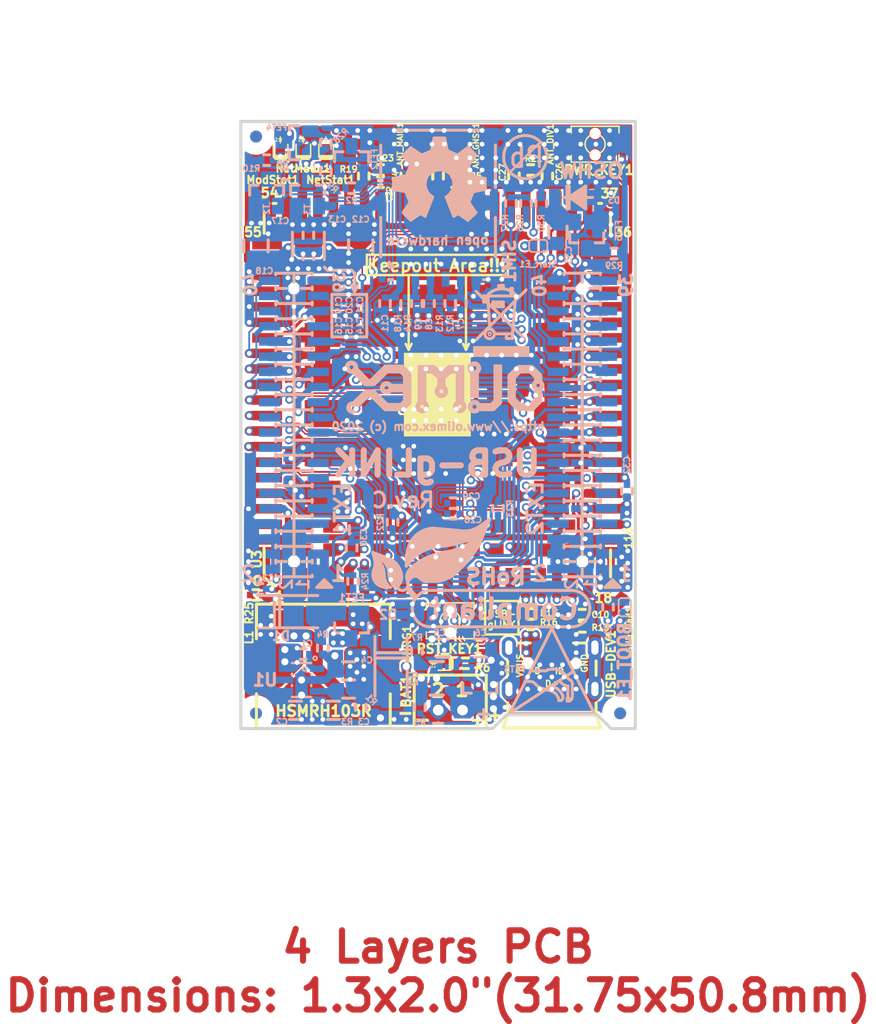
<source format=kicad_pcb>
(kicad_pcb (version 20171130) (host pcbnew 5.1.5-52549c5~84~ubuntu18.04.1)
  (title_block (title USB-gLINK) (date 2020-02-06) (rev C) (company "OLIMEX Ltd.") (comment 1 https://www.olimex.com))
  (layers (0 F.Cu signal) (1 In1.Cu power) (2 In2.Cu power) (31 B.Cu signal) (34 B.Paste user hide) (35 F.Paste user hide) (36 B.SilkS user hide) (37 F.SilkS user) (38 B.Mask user hide) (39 F.Mask user hide) (44 Edge.Cuts user))
  (net 0 "")
  (net 1 +5V)
  (net 2 GND)
  (net 3 +5V_EXT)
  (net 4 VBAT)
  (net 5 /ADC0)
  (net 6 /PWR_KEY)
  (net 7 /RST_KEY)
  (net 8 /SIM_VDD)
  (net 9 /TxD)
  (net 10 /RxD)
  (net 11 /SIM_DATA)
  (net 12 /SIM_RST)
  (net 13 /SIM_CLK)
  (net 14 /USB_D-)
  (net 15 /USB_D+)
  (net 16 +5V_USB)
  (net 17 VDD)
  (net 18 /USB_BOOT)
  (net 19 /SDC2_CMD)
  (net 20 /SDC2_CLK)
  (net 21 /SDC2_DATA0)
  (net 22 /SDC2_DATA1)
  (net 23 /SDC2_DATA2)
  (net 24 /SDC2_DATA3)
  (net 25 /SD_INS_DET#)
  (net 26 /ADC1)
  (net 27 /VDD-SDIO)
  (net 28 /USIM2_VDD)
  (net 29 /EPHY_RSTn)
  (net 30 /Wakeup_In)
  (net 31 /EPHY_INTn)
  (net 32 /AP_Ready)
  (net 33 /SGMII_MDATA)
  (net 34 /W_Disable)
  (net 35 /SGMII_MCLK)
  (net 36 /Net_Mode)
  (net 37 /Net_Status)
  (net 38 /SGMII_TX_P)
  (net 39 /Module_Status)
  (net 40 /SGMII_RX_P)
  (net 41 /PCM_CLK)
  (net 42 /BT_EN)
  (net 43 /PCM_SYNC)
  (net 44 /BT_CTS)
  (net 45 /PCM_OUT)
  (net 46 /BT_RTS)
  (net 47 /PCM_IN)
  (net 48 /BT_TxD)
  (net 49 /VDD_EXT)
  (net 50 /BT_RxD)
  (net 51 /PM_ENABLE)
  (net 52 /WAKE_ON_WIRELESS)
  (net 53 /COEX_UART_TX)
  (net 54 /WLAN_SLP_CLK)
  (net 55 /COEX_UART_RX)
  (net 56 /WLAN_EN)
  (net 57 /RI)
  (net 58 /SDC1_CMD)
  (net 59 /DCD)
  (net 60 /SDC1_CLK)
  (net 61 /DBG_RxD)
  (net 62 /I2C_SCL)
  (net 63 /DBG_TxD)
  (net 64 /I2C_SDA)
  (net 65 /SDC1_DATA3)
  (net 66 /SDC1_DATA2)
  (net 67 /DTR)
  (net 68 /SDC1_DATA1)
  (net 69 /RTS)
  (net 70 /SDC1_DATA0)
  (net 71 /CTS)
  (net 72 /SGMII_TX_N)
  (net 73 /SGMII_RX_N)
  (net 74 /USB-D_P)
  (net 75 /USB-D_N)
  (net 76 "Net-(ANT_DIV1-Pad1)")
  (net 77 "Net-(ANT_GNSS1-Pad1)")
  (net 78 "Net-(ANT_MAIN1-Pad1)")
  (net 79 "Net-(BOOT_E1-Pad1)")
  (net 80 "Net-(C1-Pad2)")
  (net 81 "Net-(C1-Pad1)")
  (net 82 "Net-(C3-Pad1)")
  (net 83 "Net-(C3-Pad2)")
  (net 84 "Net-(C8-Pad1)")
  (net 85 "Net-(C9-Pad1)")
  (net 86 "Net-(C10-Pad1)")
  (net 87 "Net-(C11-Pad1)")
  (net 88 "Net-(C22-Pad2)")
  (net 89 "Net-(C24-Pad2)")
  (net 90 "Net-(C26-Pad2)")
  (net 91 "Net-(CHRG1-Pad1)")
  (net 92 "Net-(FET3-Pad1)")
  (net 93 "Net-(FID1-PadFid1)")
  (net 94 "Net-(FID2-PadFid1)")
  (net 95 "Net-(FID3-PadFid1)")
  (net 96 "Net-(FID4-PadFid1)")
  (net 97 "Net-(FID5-PadFid1)")
  (net 98 "Net-(FID6-PadFid1)")
  (net 99 "Net-(ModStat1-Pad1)")
  (net 100 "Net-(NetMode1-Pad1)")
  (net 101 "Net-(NetStat1-Pad1)")
  (net 102 "Net-(R6-Pad2)")
  (net 103 "Net-(R7-Pad1)")
  (net 104 "Net-(R8-Pad2)")
  (net 105 "Net-(R9-Pad2)")
  (net 106 "Net-(SIM1-Pad6)")
  (net 107 "Net-(U3-Pad140)")
  (net 108 "Net-(U3-Pad117)")
  (net 109 "Net-(U3-Pad113)")
  (net 110 "Net-(U3-Pad55)")
  (net 111 "Net-(U3-Pad114)")
  (net 112 "Net-(U3-Pad116)")
  (net 113 "Net-(U3-Pad144)")
  (net 114 "Net-(U3-Pad143)")
  (net 115 "Net-(U3-Pad43)")
  (net 116 "Net-(U3-Pad18)")
  (net 117 "Net-(U3-Pad13)")
  (net 118 "Net-(U3-Pad142)")
  (net 119 "Net-(U3-Pad141)")
  (net 120 "Net-(U3-Pad3)")
  (net 121 "Net-(USB-DEV1-Pad4)")
  (net 122 "Net-(L2-Pad1)")
  (net 123 /SGMII_RX+)
  (net 124 /SGMII_RX-)
  (net 125 "Net-(FET2-Pad3)")
  (net 126 /ANT_PWR)
  (net 127 "Net-(C35-Pad1)")
  (net 128 "Net-(C35-Pad2)")
  (net 129 "Net-(FET5-Pad3)")
  (net 130 "Net-(U3-Pad78)")
  (net 131 "Net-(U3-Pad81)")
  (net 132 "Net-(U3-Pad84)")
  (net 133 "Net-(U3-Pad75)")
  (net 134 "Net-(U3-Pad80)")
  (net 135 "Net-(U3-Pad77)")
  (net 136 "Net-(U3-Pad74)")
  (net 137 "Net-(U3-Pad83)")
  (net 138 "Net-(U3-Pad73)")
  (net 139 "Net-(U3-Pad76)")
  (net 140 "Net-(U3-Pad79)")
  (net 141 "Net-(U3-Pad82)")
  (module OLIMEX_RLC-FP:R_0402_5MIL_DWS (layer B.Cu) (at 134.112 52.578 90)
    (fp_text reference R28 (at 0.5715 1.27 45) (layer B.SilkS) (effects (font (size 0.508 0.508) (thickness 0.127)) (justify mirror)))
    (fp_text value 10k/R0402)
    (pad 2 smd rect (at 0.508 0 90) (size 0.5 0.55) (layers B.Cu B.Paste B.Mask) (net 125 "Net-(FET2-Pad3)"))
    (pad 1 smd rect (at -0.508 0 270) (size 0.5 0.55) (layers B.Cu B.Paste B.Mask) (net 17 VDD))
  )
  (module OLIMEX_RLC-FP:R_0402_5MIL_DWS (layer B.Cu) (at 136.271 56.388)
    (fp_text reference R2 (at 0 1.016) (layer B.SilkS) (effects (font (size 0.508 0.508) (thickness 0.127)) (justify mirror)))
    (fp_text value 10k/R0402)
    (pad 2 smd rect (at 0.508 0) (size 0.5 0.55) (layers B.Cu B.Paste B.Mask) (net 49 /VDD_EXT))
    (pad 1 smd rect (at -0.508 0 180) (size 0.5 0.55) (layers B.Cu B.Paste B.Mask) (net 39 /Module_Status))
  )
  (module OLIMEX_Transistors-FP:SOT23 (layer B.Cu) (at 136.271 53.975 270)
    (fp_text reference FET2 (at 0 -1.905 90) (layer B.SilkS) (effects (font (size 0.508 0.508) (thickness 0.127)) (justify mirror)))
    (fp_text value "BSS138(SOT23-3)")
    (pad 1 smd rect (at 1.10744 -0.94996 270) (size 1.4 1) (layers B.Cu B.Paste B.Mask) (net 49 /VDD_EXT) (clearance 0.0508))
    (pad 2 smd rect (at 1.10744 0.9525 270) (size 1.4 1) (layers B.Cu B.Paste B.Mask) (net 39 /Module_Status) (clearance 0.0508))
    (pad 3 smd rect (at -1.10236 -0.00254 270) (size 1.4 1) (layers B.Cu B.Paste B.Mask) (net 125 "Net-(FET2-Pad3)") (clearance 0.0508))
  )
  (module OLIMEX_Transistors-FP:SOT23 (layer B.Cu) (at 131.699 52.578)
    (fp_text reference FET4 (at -1.7145 -1.27 180) (layer B.SilkS) (effects (font (size 0.508 0.508) (thickness 0.127)) (justify mirror)))
    (fp_text value "IRLML6402(SOT23-3)")
    (pad 1 smd rect (at 1.10744 -0.94996) (size 1.4 1) (layers B.Cu B.Paste B.Mask) (net 125 "Net-(FET2-Pad3)") (clearance 0.0508))
    (pad 2 smd rect (at 1.10744 0.9525) (size 1.4 1) (layers B.Cu B.Paste B.Mask) (net 17 VDD) (clearance 0.0508))
    (pad 3 smd rect (at -1.10236 -0.00254) (size 1.4 1) (layers B.Cu B.Paste B.Mask) (net 126 /ANT_PWR) (clearance 0.0508))
  )
  (module OLIMEX_Diodes-FP:SMA-KA (layer B.Cu) (at 139.573 96.393 270)
    (fp_text reference D2 (at -4.318 0.254) (layer B.SilkS) (effects (font (size 0.762 0.762) (thickness 0.1905)) (justify mirror)))
    (fp_text value 1N5822/SMA)
    (pad 1 smd rect (at -2.5 0 270) (size 2 1.7) (layers B.Cu B.Paste B.Mask) (net 17 VDD))
    (pad 2 smd rect (at 2.5 0 270) (size 2 1.7) (layers B.Cu B.Paste B.Mask) (net 83 "Net-(C3-Pad2)"))
  )
  (module OLIMEX_RLC-FP:C_0402_5MIL_DWS (layer F.Cu) (at 140.843 55.372 270)
    (fp_text reference C34 (at 0.254 0.889 270) (layer F.SilkS) (effects (font (size 0.4572 0.4572) (thickness 0.1143))))
    (fp_text value 100nF/10V/10%/X5R/C0402)
    (pad 2 smd rect (at 0.508 0 270) (size 0.5 0.55) (layers F.Cu F.Paste F.Mask) (net 2 GND))
    (pad 1 smd rect (at -0.508 0 90) (size 0.5 0.55) (layers F.Cu F.Paste F.Mask) (net 126 /ANT_PWR))
  )
  (module OLIMEX_RLC-FP:R_0402_5MIL_DWS (layer F.Cu) (at 141.732 55.372 90)
    (fp_text reference R20 (at 1.4605 -0.3175 unlocked) (layer F.SilkS) (effects (font (size 0.508 0.508) (thickness 0.127))))
    (fp_text value 10R/R0402)
    (pad 2 smd rect (at 0.508 0 90) (size 0.5 0.55) (layers F.Cu F.Paste F.Mask) (net 126 /ANT_PWR))
    (pad 1 smd rect (at -0.508 0 270) (size 0.5 0.55) (layers F.Cu F.Paste F.Mask) (net 122 "Net-(L2-Pad1)"))
  )
  (module OLIMEX_RLC-FP:L_0402_5MIL_DWS (layer F.Cu) (at 142.621 55.372 90)
    (fp_text reference L2 (at 1.27 -0.0635 270) (layer F.SilkS) (effects (font (size 0.508 0.508) (thickness 0.127))))
    (fp_text value 33nH/0402)
    (pad 2 smd rect (at 0.508 0 90) (size 0.5 0.55) (layers F.Cu F.Paste F.Mask) (net 77 "Net-(ANT_GNSS1-Pad1)"))
    (pad 1 smd rect (at -0.508 0 270) (size 0.5 0.55) (layers F.Cu F.Paste F.Mask) (net 122 "Net-(L2-Pad1)"))
  )
  (module OLIMEX_RLC-FP:C_0402_5MIL_DWS (layer B.Cu) (at 133.540501 62.103 90)
    (fp_text reference C14 (at -5.7785 3.428999 270) (layer B.SilkS) (effects (font (size 0.508 0.508) (thickness 0.127)) (justify mirror)))
    (fp_text value 100nF/10V/10%/X5R/C0402)
    (pad 2 smd rect (at 0.508 0 90) (size 0.5 0.55) (layers B.Cu B.Paste B.Mask) (net 2 GND))
    (pad 1 smd rect (at -0.508 0 270) (size 0.5 0.55) (layers B.Cu B.Paste B.Mask) (net 17 VDD))
  )
  (module OLIMEX_Cases-FP:Quectel_EG25-G_Module_LGA-144_32.0mmx29.0mmx2.4mm (layer F.Cu) (at 143.4465 73.66)
    (fp_text reference U3 (at -15.113 13.7795 90) (layer F.SilkS) (effects (font (size 0.762 0.762) (thickness 0.1905))))
    (fp_text value Quectel_EG25-G_Module)
    (fp_text user "Keepout Area!!!" (at -0.0635 -10.795 180) (layer F.SilkS) (effects (font (size 1.016 1.016) (thickness 0.2032))))
    (fp_text user o (at -15.0495 15.4305) (layer F.SilkS) (effects (font (size 1.016 1.016) (thickness 0.254))))
    (fp_text user 1 (at -13.208 16.9545) (layer F.SilkS) (effects (font (size 0.889 0.889) (thickness 0.22225))))
    (pad 92 smd trapezoid (at 0 -5 270) (size 2 3) (layers F.Cu F.Paste F.Mask) (net 2 GND))
    (pad 87 smd trapezoid (at 0 -8.2 270) (size 2 3) (layers F.Cu F.Paste F.Mask) (net 2 GND))
    (pad 86 smd trapezoid (at -4.8 -8.2 270) (size 2 3) (layers F.Cu F.Paste F.Mask) (net 2 GND))
    (pad 94 smd trapezoid (at 9.6 -5 270) (size 2 3) (layers F.Cu F.Paste F.Mask) (net 2 GND))
    (pad 93 smd trapezoid (at 4.8 -5 270) (size 2 3) (layers F.Cu F.Paste F.Mask) (net 2 GND))
    (pad 89 smd trapezoid (at 9.6 -8.2 270) (size 2 3) (layers F.Cu F.Paste F.Mask) (net 2 GND))
    (pad 91 smd trapezoid (at -4.8 -5 270) (size 2 3) (layers F.Cu F.Paste F.Mask) (net 2 GND))
    (pad 88 smd trapezoid (at 4.8 -8.2 270) (size 2 3) (layers F.Cu F.Paste F.Mask) (net 2 GND))
    (pad 85 smd trapezoid (at -9.6 -8.2 270) (size 2 3) (layers F.Cu F.Paste F.Mask) (net 2 GND))
    (pad 90 smd trapezoid (at -9.6 -5 270) (size 2 3) (layers F.Cu F.Paste F.Mask) (net 2 GND))
    (pad 101 smd trapezoid (at 4.8 1.6 270) (size 2 3) (layers F.Cu F.Paste F.Mask) (net 2 GND))
    (pad 97 smd trapezoid (at 4.8 -1.6 270) (size 2 3) (layers F.Cu F.Paste F.Mask) (net 2 GND))
    (pad 96 smd trapezoid (at -4.8 -1.6 270) (size 2 3) (layers F.Cu F.Paste F.Mask) (net 2 GND))
    (pad 102 smd trapezoid (at 9.6 1.6 270) (size 2 3) (layers F.Cu F.Paste F.Mask) (net 2 GND))
    (pad 98 smd trapezoid (at 9.6 -1.6 270) (size 2 3) (layers F.Cu F.Paste F.Mask) (net 2 GND))
    (pad 100 smd trapezoid (at -4.8 1.6 270) (size 2 3) (layers F.Cu F.Paste F.Mask) (net 2 GND))
    (pad 95 smd trapezoid (at -9.6 -1.6 270) (size 2 3) (layers F.Cu F.Paste F.Mask) (net 2 GND))
    (pad 99 smd trapezoid (at -9.6 1.6 270) (size 2 3) (layers F.Cu F.Paste F.Mask) (net 2 GND))
    (pad 105 smd trapezoid (at 0 5 270) (size 2 3) (layers F.Cu F.Paste F.Mask) (net 2 GND))
    (pad 106 smd trapezoid (at 4.8 5 270) (size 2 3) (layers F.Cu F.Paste F.Mask) (net 2 GND))
    (pad 107 smd trapezoid (at 9.6 5 270) (size 2 3) (layers F.Cu F.Paste F.Mask) (net 2 GND))
    (pad 104 smd trapezoid (at -4.8 5 270) (size 2 3) (layers F.Cu F.Paste F.Mask) (net 2 GND))
    (pad 103 smd trapezoid (at -9.6 5 270) (size 2 3) (layers F.Cu F.Paste F.Mask) (net 2 GND))
    (pad 112 smd trapezoid (at 9.6 8.2 270) (size 2 3) (layers F.Cu F.Paste F.Mask) (net 2 GND))
    (pad 111 smd trapezoid (at 4.8 8.2 270) (size 2 3) (layers F.Cu F.Paste F.Mask) (net 2 GND))
    (pad 110 smd trapezoid (at 0 8.2 270) (size 2 3) (layers F.Cu F.Paste F.Mask) (net 2 GND))
    (pad 109 smd trapezoid (at -4.8 8.2 270) (size 2 3) (layers F.Cu F.Paste F.Mask) (net 2 GND))
    (pad 108 smd trapezoid (at -9.6 8.2 270) (size 2 3) (layers F.Cu F.Paste F.Mask) (net 2 GND))
    (pad fid smd circle (at 14.5 -16 180) (size 0.6 0.6) (layers F.Cu F.Mask))
    (pad 123 smd trapezoid (at 1 11 270) (size 1.1 1.1) (layers F.Cu F.Paste F.Mask) (net 72 /SGMII_TX_N))
    (pad 138 smd trapezoid (at 7 13 270) (size 1.1 1.1) (layers F.Cu F.Paste F.Mask) (net 53 /COEX_UART_TX))
    (pad 124 smd trapezoid (at 3 11 270) (size 1.1 1.1) (layers F.Cu F.Paste F.Mask) (net 38 /SGMII_TX_P))
    (pad 127 smd trapezoid (at 9 11 270) (size 1.1 1.1) (layers F.Cu F.Paste F.Mask) (net 51 /PM_ENABLE))
    (pad 126 smd trapezoid (at 7 11 270) (size 1.1 1.1) (layers F.Cu F.Paste F.Mask) (net 124 /SGMII_RX-))
    (pad 135 smd trapezoid (at 1 13 270) (size 1.1 1.1) (layers F.Cu F.Paste F.Mask) (net 52 /WAKE_ON_WIRELESS))
    (pad 125 smd trapezoid (at 5 11 270) (size 1.1 1.1) (layers F.Cu F.Paste F.Mask) (net 123 /SGMII_RX+))
    (pad 137 smd trapezoid (at 5 13 270) (size 1.1 1.1) (layers F.Cu F.Paste F.Mask) (net 55 /COEX_UART_RX))
    (pad 128 smd trapezoid (at 11 11 270) (size 1.1 1.1) (layers F.Cu F.Paste F.Mask) (net 28 /USIM2_VDD))
    (pad 140 smd trapezoid (at 11 13 270) (size 1.1 1.1) (layers F.Cu F.Paste F.Mask) (net 107 "Net-(U3-Pad140)"))
    (pad 136 smd trapezoid (at 3 13 270) (size 1.1 1.1) (layers F.Cu F.Paste F.Mask) (net 56 /WLAN_EN))
    (pad 139 smd trapezoid (at 9 13 270) (size 1.1 1.1) (layers F.Cu F.Paste F.Mask) (net 42 /BT_EN))
    (pad 122 smd trapezoid (at -1 11 270) (size 1.1 1.1) (layers F.Cu F.Paste F.Mask) (net 35 /SGMII_MCLK))
    (pad 134 smd trapezoid (at -1 13 270) (size 1.1 1.1) (layers F.Cu F.Paste F.Mask) (net 58 /SDC1_CMD))
    (pad 133 smd trapezoid (at -3 13 270) (size 1.1 1.1) (layers F.Cu F.Paste F.Mask) (net 60 /SDC1_CLK))
    (pad 121 smd trapezoid (at -3 11 270) (size 1.1 1.1) (layers F.Cu F.Paste F.Mask) (net 33 /SGMII_MDATA))
    (pad 120 smd trapezoid (at -5 11 270) (size 1.1 1.1) (layers F.Cu F.Paste F.Mask) (net 31 /EPHY_INTn))
    (pad 132 smd trapezoid (at -5 13 270) (size 1.1 1.1) (layers F.Cu F.Paste F.Mask) (net 70 /SDC1_DATA0))
    (pad 119 smd trapezoid (at -7 11 270) (size 1.1 1.1) (layers F.Cu F.Paste F.Mask) (net 29 /EPHY_RSTn))
    (pad 131 smd trapezoid (at -7 13 270) (size 1.1 1.1) (layers F.Cu F.Paste F.Mask) (net 68 /SDC1_DATA1))
    (pad 118 smd trapezoid (at -9 11 270) (size 1.1 1.1) (layers F.Cu F.Paste F.Mask) (net 54 /WLAN_SLP_CLK))
    (pad 130 smd trapezoid (at -9 13 270) (size 1.1 1.1) (layers F.Cu F.Paste F.Mask) (net 66 /SDC1_DATA2))
    (pad 117 smd trapezoid (at -11 11 270) (size 1.1 1.1) (layers F.Cu F.Paste F.Mask) (net 108 "Net-(U3-Pad117)"))
    (pad 129 smd trapezoid (at -11 13 270) (size 1.1 1.1) (layers F.Cu F.Paste F.Mask) (net 65 /SDC1_DATA3))
    (pad 62 smd trapezoid (at -14.25 -3.45) (size 2.5 0.8) (layers F.Cu F.Paste F.Mask) (net 57 /RI))
    (pad 60 smd trapezoid (at -14.25 -6.05) (size 2.5 0.8) (layers F.Cu F.Paste F.Mask) (net 17 VDD))
    (pad 70 smd trapezoid (at -14.25 6.95) (size 2.5 0.8) (layers F.Cu F.Paste F.Mask) (net 75 /USB-D_N))
    (pad 68 smd trapezoid (at -14.25 4.35) (size 2.5 0.8) (layers F.Cu F.Paste F.Mask) (net 10 /RxD))
    (pad 63 smd trapezoid (at -14.25 -2.15) (size 2.5 0.8) (layers F.Cu F.Paste F.Mask) (net 59 /DCD))
    (pad 65 smd trapezoid (at -14.25 0.45) (size 2.5 0.8) (layers F.Cu F.Paste F.Mask) (net 69 /RTS))
    (pad 66 smd trapezoid (at -14.25 1.75) (size 2.5 0.8) (layers F.Cu F.Paste F.Mask) (net 67 /DTR))
    (pad 59 smd trapezoid (at -14.25 -7.35) (size 2.5 0.8) (layers F.Cu F.Paste F.Mask) (net 17 VDD))
    (pad 67 smd trapezoid (at -14.25 3.05) (size 2.5 0.8) (layers F.Cu F.Paste F.Mask) (net 9 /TxD))
    (pad 113 smd trapezoid (at -14.25 10.85) (size 2.5 0.8) (layers F.Cu F.Paste F.Mask) (net 109 "Net-(U3-Pad113)"))
    (pad 61 smd trapezoid (at -14.25 -4.75) (size 2.5 0.8) (layers F.Cu F.Paste F.Mask) (net 39 /Module_Status))
    (pad 57 smd trapezoid (at -14.25 -9.95) (size 2.5 0.8) (layers F.Cu F.Paste F.Mask) (net 17 VDD))
    (pad 72 smd trapezoid (at -14.25 9.55) (size 2.5 0.8) (layers F.Cu F.Paste F.Mask) (net 2 GND))
    (pad 55 smd trapezoid (at -14.25 -12.55) (size 2.5 0.8) (layers F.Cu F.Paste F.Mask) (net 110 "Net-(U3-Pad55)"))
    (pad 71 smd trapezoid (at -14.25 8.25) (size 2.5 0.8) (layers F.Cu F.Paste F.Mask) (net 16 +5V_USB))
    (pad 64 smd trapezoid (at -14.25 -0.85) (size 2.5 0.8) (layers F.Cu F.Paste F.Mask) (net 71 /CTS))
    (pad 114 smd trapezoid (at -14.25 12.15) (size 2.5 0.8) (layers F.Cu F.Paste F.Mask) (net 111 "Net-(U3-Pad114)"))
    (pad 69 smd trapezoid (at -14.25 5.65) (size 2.5 0.8) (layers F.Cu F.Paste F.Mask) (net 74 /USB-D_P))
    (pad 56 smd trapezoid (at -14.25 -11.25) (size 2.5 0.8) (layers F.Cu F.Paste F.Mask) (net 2 GND))
    (pad 58 smd trapezoid (at -14.25 -8.65) (size 2.5 0.8) (layers F.Cu F.Paste F.Mask) (net 17 VDD))
    (pad 31 smd trapezoid (at 14.25 -6.05) (size 2.5 0.8) (layers F.Cu F.Paste F.Mask) (net 21 /SDC2_DATA0))
    (pad 33 smd trapezoid (at 14.25 -8.65) (size 2.5 0.8) (layers F.Cu F.Paste F.Mask) (net 19 /SDC2_CMD))
    (pad 36 smd trapezoid (at 14.25 -12.55) (size 2.5 0.8) (layers F.Cu F.Paste F.Mask) (net 2 GND))
    (pad 35 smd trapezoid (at 14.25 -11.25) (size 2.5 0.8) (layers F.Cu F.Paste F.Mask) (net 90 "Net-(C26-Pad2)"))
    (pad 34 smd trapezoid (at 14.25 -9.95) (size 2.5 0.8) (layers F.Cu F.Paste F.Mask) (net 27 /VDD-SDIO))
    (pad 28 smd trapezoid (at 14.25 -2.15) (size 2.5 0.8) (layers F.Cu F.Paste F.Mask) (net 24 /SDC2_DATA3))
    (pad 29 smd trapezoid (at 14.25 -3.45) (size 2.5 0.8) (layers F.Cu F.Paste F.Mask) (net 23 /SDC2_DATA2))
    (pad 30 smd trapezoid (at 14.25 -4.75) (size 2.5 0.8) (layers F.Cu F.Paste F.Mask) (net 22 /SDC2_DATA1))
    (pad 27 smd trapezoid (at 14.25 -0.85) (size 2.5 0.8) (layers F.Cu F.Paste F.Mask) (net 41 /PCM_CLK))
    (pad 32 smd trapezoid (at 14.25 -7.35) (size 2.5 0.8) (layers F.Cu F.Paste F.Mask) (net 20 /SDC2_CLK))
    (pad 26 smd trapezoid (at 14.25 0.45) (size 2.5 0.8) (layers F.Cu F.Paste F.Mask) (net 43 /PCM_SYNC))
    (pad 25 smd trapezoid (at 14.25 1.75) (size 2.5 0.8) (layers F.Cu F.Paste F.Mask) (net 45 /PCM_OUT))
    (pad 24 smd trapezoid (at 14.25 3.05) (size 2.5 0.8) (layers F.Cu F.Paste F.Mask) (net 47 /PCM_IN))
    (pad 23 smd trapezoid (at 14.25 4.35) (size 2.5 0.8) (layers F.Cu F.Paste F.Mask) (net 25 /SD_INS_DET#))
    (pad 22 smd trapezoid (at 14.25 5.65) (size 2.5 0.8) (layers F.Cu F.Paste F.Mask) (net 2 GND))
    (pad 21 smd trapezoid (at 14.25 6.95) (size 2.5 0.8) (layers F.Cu F.Paste F.Mask) (net 6 /PWR_KEY))
    (pad 20 smd trapezoid (at 14.25 8.25) (size 2.5 0.8) (layers F.Cu F.Paste F.Mask) (net 7 /RST_KEY))
    (pad 19 smd trapezoid (at 14.25 9.55) (size 2.5 0.8) (layers F.Cu F.Paste F.Mask) (net 2 GND))
    (pad 115 smd trapezoid (at 14.25 10.85) (size 2.5 0.8) (layers F.Cu F.Paste F.Mask) (net 18 /USB_BOOT))
    (pad 116 smd trapezoid (at 14.25 12.15) (size 2.5 0.8) (layers F.Cu F.Paste F.Mask) (net 112 "Net-(U3-Pad116)"))
    (pad fid smd circle (at -14.5 -16 180) (size 0.6 0.6) (layers F.Cu F.Mask))
    (pad 50 smd trapezoid (at -7.4 -15.75 270) (size 2.5 0.8) (layers F.Cu F.Paste F.Mask) (net 2 GND))
    (pad 144 smd trapezoid (at -3 -15.75 270) (size 2.5 0.8) (layers F.Cu F.Paste F.Mask) (net 113 "Net-(U3-Pad144)"))
    (pad 143 smd trapezoid (at -1.7 -15.75 270) (size 2.5 0.8) (layers F.Cu F.Paste F.Mask) (net 114 "Net-(U3-Pad143)"))
    (pad 52 smd trapezoid (at -10 -15.75 270) (size 2.5 0.8) (layers F.Cu F.Paste F.Mask) (net 2 GND))
    (pad 41 smd trapezoid (at 7.4 -15.75 270) (size 2.5 0.8) (layers F.Cu F.Paste F.Mask) (net 62 /I2C_SCL))
    (pad 43 smd trapezoid (at 4.8 -15.75 270) (size 2.5 0.8) (layers F.Cu F.Paste F.Mask) (net 115 "Net-(U3-Pad43)"))
    (pad 47 smd trapezoid (at -0.4 -15.75 270) (size 2.5 0.8) (layers F.Cu F.Paste F.Mask) (net 89 "Net-(C24-Pad2)"))
    (pad 46 smd trapezoid (at 0.9 -15.75 270) (size 2.5 0.8) (layers F.Cu F.Paste F.Mask) (net 2 GND))
    (pad 49 smd trapezoid (at -6.1 -15.75 270) (size 2.5 0.8) (layers F.Cu F.Paste F.Mask) (net 88 "Net-(C22-Pad2)"))
    (pad 51 smd trapezoid (at -8.7 -15.75 270) (size 2.5 0.8) (layers F.Cu F.Paste F.Mask) (net 2 GND))
    (pad 38 smd trapezoid (at 11.3 -15.75 270) (size 2.5 0.8) (layers F.Cu F.Paste F.Mask) (net 48 /BT_TxD))
    (pad 37 smd trapezoid (at 12.6 -15.75 270) (size 2.5 0.8) (layers F.Cu F.Paste F.Mask) (net 46 /BT_RTS))
    (pad 54 smd trapezoid (at -12.6 -15.75 270) (size 2.5 0.8) (layers F.Cu F.Paste F.Mask) (net 2 GND))
    (pad 45 smd trapezoid (at 2.2 -15.75 270) (size 2.5 0.8) (layers F.Cu F.Paste F.Mask) (net 5 /ADC0))
    (pad 53 smd trapezoid (at -11.3 -15.75 270) (size 2.5 0.8) (layers F.Cu F.Paste F.Mask) (net 2 GND))
    (pad 42 smd trapezoid (at 6.1 -15.75 270) (size 2.5 0.8) (layers F.Cu F.Paste F.Mask) (net 64 /I2C_SDA))
    (pad 48 smd trapezoid (at -4.8 -15.75 270) (size 2.5 0.8) (layers F.Cu F.Paste F.Mask) (net 2 GND))
    (pad 40 smd trapezoid (at 8.7 -15.75 270) (size 2.5 0.8) (layers F.Cu F.Paste F.Mask) (net 44 /BT_CTS))
    (pad 44 smd trapezoid (at 3.5 -15.75 270) (size 2.5 0.8) (layers F.Cu F.Paste F.Mask) (net 26 /ADC1))
    (pad 39 smd trapezoid (at 10 -15.75 270) (size 2.5 0.8) (layers F.Cu F.Paste F.Mask) (net 50 /BT_RxD))
    (pad 18 smd trapezoid (at 12.6 15.75 270) (size 2.5 0.8) (layers F.Cu F.Paste F.Mask) (net 116 "Net-(U3-Pad18)"))
    (pad 17 smd trapezoid (at 11.3 15.75 270) (size 2.5 0.8) (layers F.Cu F.Paste F.Mask) (net 12 /SIM_RST))
    (pad 16 smd trapezoid (at 10 15.75 270) (size 2.5 0.8) (layers F.Cu F.Paste F.Mask) (net 13 /SIM_CLK))
    (pad 15 smd trapezoid (at 8.7 15.75 270) (size 2.5 0.8) (layers F.Cu F.Paste F.Mask) (net 11 /SIM_DATA))
    (pad 14 smd trapezoid (at 7.4 15.75 270) (size 2.5 0.8) (layers F.Cu F.Paste F.Mask) (net 8 /SIM_VDD))
    (pad 13 smd trapezoid (at 6.1 15.75 270) (size 2.5 0.8) (layers F.Cu F.Paste F.Mask) (net 117 "Net-(U3-Pad13)"))
    (pad 12 smd trapezoid (at 4.8 15.75 270) (size 2.5 0.8) (layers F.Cu F.Paste F.Mask) (net 63 /DBG_TxD))
    (pad 11 smd trapezoid (at 3.5 15.75 270) (size 2.5 0.8) (layers F.Cu F.Paste F.Mask) (net 61 /DBG_RxD))
    (pad 10 smd trapezoid (at 2.2 15.75 270) (size 2.5 0.8) (layers F.Cu F.Paste F.Mask) (net 2 GND))
    (pad 9 smd trapezoid (at 0.9 15.75 270) (size 2.5 0.8) (layers F.Cu F.Paste F.Mask) (net 2 GND))
    (pad 8 smd trapezoid (at -0.4 15.75 270) (size 2.5 0.8) (layers F.Cu F.Paste F.Mask) (net 2 GND))
    (pad 142 smd trapezoid (at -1.7 15.75 270) (size 2.5 0.8) (layers F.Cu F.Paste F.Mask) (net 118 "Net-(U3-Pad142)"))
    (pad 141 smd trapezoid (at -3 15.75 270) (size 2.5 0.8) (layers F.Cu F.Paste F.Mask) (net 119 "Net-(U3-Pad141)"))
    (pad 7 smd trapezoid (at -4.8 15.75 270) (size 2.5 0.8) (layers F.Cu F.Paste F.Mask) (net 49 /VDD_EXT))
    (pad 6 smd trapezoid (at -6.1 15.75 270) (size 2.5 0.8) (layers F.Cu F.Paste F.Mask) (net 37 /Net_Status))
    (pad 5 smd trapezoid (at -7.4 15.75 270) (size 2.5 0.8) (layers F.Cu F.Paste F.Mask) (net 36 /Net_Mode))
    (pad 4 smd trapezoid (at -8.7 15.75 270) (size 2.5 0.8) (layers F.Cu F.Paste F.Mask) (net 34 /W_Disable))
    (pad 3 smd trapezoid (at -10 15.75 270) (size 2.5 0.8) (layers F.Cu F.Paste F.Mask) (net 120 "Net-(U3-Pad3)"))
    (pad 2 smd trapezoid (at -11.3 15.75 270) (size 2.5 0.8) (layers F.Cu F.Paste F.Mask) (net 32 /AP_Ready))
    (pad 1 smd trapezoid (at -12.6 15.75 270) (size 2.5 0.8) (layers F.Cu F.Paste F.Mask) (net 30 /Wakeup_In))
    (pad fid smd circle (at 14.5 16 180) (size 0.6 0.6) (layers F.Cu F.Mask))
  )
  (module OLIMEX_LOGOs-FP:OLIMEX_LOGO_TB (layer B.Cu) (at 143.891 73.025 180)
    (fp_text reference Logo_OLimeX hide)
    (fp_text value "" hide)
  )
  (module OLIMEX_LOGOs-FP:LOGO_ROHS_1 (layer B.Cu) (at 155.194 92.456 180)
    (fp_text reference Sign_RoHS hide)
    (fp_text value Val** hide)
    (fp_text user RoHS (at 6.858 3.556 180) (layer B.SilkS) (effects (font (size 1.27 1.27) (thickness 0.3175)) (justify mirror)))
    (fp_text user Compliant (at 6.20014 0.8382 180) (layer B.SilkS) (effects (font (size 1.651 1.651) (thickness 0.381)) (justify mirror)))
  )
  (module OLIMEX_LOGOs-FP:LOGO_RECYCLEBIN_1 (layer B.Cu) (at 151.13 70.485 180)
    (fp_text reference Logo_RecycleBin hide)
    (fp_text value "" hide)
  )
  (module OLIMEX_LOGOs-FP:LOGO_PBFREE (layer B.Cu) (at 151.003 53.467)
    (fp_text reference Sign_Pb-Free)
    (fp_text value "")
    (fp_text user Pb (at -0.08636 0.33528) (layer B.SilkS) (effects (font (size 1.7 1.5) (thickness 0.254)) (justify mirror)))
  )
  (module OLIMEX_LOGOs-FP:LOGO_OPENHARDWARE_8x8 (layer B.Cu) (at 143.637 56.134 180)
    (fp_text reference Logo_OSHW hide)
    (fp_text value "" hide)
    (fp_text user open (at -2.7305 -4.572 180) (layer B.SilkS) (effects (font (size 0.762 0.762) (thickness 0.1905)) (justify mirror)))
    (fp_text user hardware (at 1.8415 -4.6355 180) (layer B.SilkS) (effects (font (size 0.762 0.762) (thickness 0.18)) (justify mirror)))
  )
  (module OLIMEX_LOGOs-FP:LOGO_ANTISTATIC_1 (layer B.Cu) (at 156.591 100.33 180)
    (fp_text reference Sign_Antistatic hide)
    (fp_text value Val** hide)
  )
  (module OLIMEX_RLC-FP:HSMRH103R (layer F.Cu) (at 133.905 96.393)
    (fp_text reference L1 (at -6.2065 -2.413 270) (layer F.SilkS) (effects (font (size 0.635 0.635) (thickness 0.15875))))
    (fp_text value "2.5uH/3.2A/26mR/20%/10.3x10.4x3.0mm(HSMRH103R-2R5M)")
    (fp_text user HSMRH103R (at 0.0165 3.7465 180) (layer F.SilkS) (effects (font (size 0.889 0.889) (thickness 0.22225))))
    (pad 2 smd rect (at 5 0) (size 2.7 3.6) (layers F.Cu F.Paste F.Mask) (net 83 "Net-(C3-Pad2)"))
    (pad 1 smd rect (at -5 0) (size 2.7 3.6) (layers F.Cu F.Paste F.Mask) (net 80 "Net-(C1-Pad2)"))
  )
  (module "OLIMEX_Connectors-FP:GPCB127SMT-02X20(YA-V36P-2X20-LF)" (layer B.Cu) (at 155.575 76.2 90)
    (fp_text reference EXT2 (at -6.985 -3.937 90) (layer B.SilkS) (effects (font (size 1.27 1.27) (thickness 0.254)) (justify mirror)))
    (fp_text value "NA(YA-V36P-2X20-LF)")
    (fp_text user 1 (at -13.335 0.6985 90) (layer B.SilkS) (effects (font (thickness 0.2)) (justify mirror)))
    (fp_text user 2 (at -13.335 -0.889 90) (layer B.SilkS) (effects (font (thickness 0.2)) (justify mirror)))
    (pad "" np_thru_hole circle (at -11.43 0) (size 0.7 0.7) (drill 0.7) (layers *.Cu *.Mask))
    (pad 20 smd rect (at -0.635 -2.032) (size 1.8 0.7) (layers B.Cu B.Paste B.Mask) (net 47 /PCM_IN))
    (pad 19 smd rect (at -0.635 2.032) (size 1.8 0.7) (layers B.Cu B.Paste B.Mask) (net 56 /WLAN_EN))
    (pad 18 smd rect (at -1.905 -2.032) (size 1.8 0.7) (layers B.Cu B.Paste B.Mask) (net 55 /COEX_UART_RX))
    (pad 17 smd rect (at -1.905 2.032) (size 1.8 0.7) (layers B.Cu B.Paste B.Mask) (net 65 /SDC1_DATA3))
    (pad 16 smd rect (at -3.175 -2.032) (size 1.8 0.7) (layers B.Cu B.Paste B.Mask) (net 53 /COEX_UART_TX))
    (pad 15 smd rect (at -3.175 2.032) (size 1.8 0.7) (layers B.Cu B.Paste B.Mask) (net 66 /SDC1_DATA2))
    (pad 14 smd rect (at -4.445 -2.032) (size 1.8 0.7) (layers B.Cu B.Paste B.Mask) (net 49 /VDD_EXT))
    (pad 13 smd rect (at -4.445 2.032) (size 1.8 0.7) (layers B.Cu B.Paste B.Mask) (net 68 /SDC1_DATA1))
    (pad 12 smd rect (at -5.715 -2.032 180) (size 1.8 0.7) (layers B.Cu B.Paste B.Mask) (net 51 /PM_ENABLE))
    (pad 11 smd rect (at -5.715 2.032 180) (size 1.8 0.7) (layers B.Cu B.Paste B.Mask) (net 70 /SDC1_DATA0))
    (pad 10 smd rect (at -6.985 -2.032 180) (size 1.8 0.7) (layers B.Cu B.Paste B.Mask) (net 61 /DBG_RxD))
    (pad 9 smd rect (at -6.985 2.032 180) (size 1.8 0.7) (layers B.Cu B.Paste B.Mask) (net 58 /SDC1_CMD))
    (pad 8 smd rect (at -8.255 -2.032 180) (size 1.8 0.7) (layers B.Cu B.Paste B.Mask) (net 63 /DBG_TxD))
    (pad 7 smd rect (at -8.255 2.032 180) (size 1.8 0.7) (layers B.Cu B.Paste B.Mask) (net 60 /SDC1_CLK))
    (pad 6 smd rect (at -9.525 -2.032 180) (size 1.8 0.7) (layers B.Cu B.Paste B.Mask) (net 2 GND))
    (pad 5 smd rect (at -9.525 2.032 180) (size 1.8 0.7) (layers B.Cu B.Paste B.Mask) (net 17 VDD))
    (pad 4 smd rect (at -10.795 -2.032 180) (size 1.8 0.7) (layers B.Cu B.Paste B.Mask) (net 2 GND))
    (pad 3 smd rect (at -10.795 2.032 180) (size 1.8 0.7) (layers B.Cu B.Paste B.Mask) (net 17 VDD))
    (pad 2 smd rect (at -12.065 -2.032 180) (size 1.8 0.7) (layers B.Cu B.Paste B.Mask) (net 2 GND))
    (pad 1 smd rect (at -12.065 2.032 180) (size 1.8 0.7) (layers B.Cu B.Paste B.Mask) (net 17 VDD))
    (pad 21 smd rect (at 0.635 2.032 180) (size 1.8 0.7) (layers B.Cu B.Paste B.Mask) (net 52 /WAKE_ON_WIRELESS))
    (pad 22 smd rect (at 0.635 -2.032 180) (size 1.8 0.7) (layers B.Cu B.Paste B.Mask) (net 45 /PCM_OUT))
    (pad 23 smd rect (at 1.905 2.032 180) (size 1.8 0.7) (layers B.Cu B.Paste B.Mask) (net 54 /WLAN_SLP_CLK))
    (pad 24 smd rect (at 1.905 -2.032 180) (size 1.8 0.7) (layers B.Cu B.Paste B.Mask) (net 43 /PCM_SYNC))
    (pad 25 smd rect (at 3.175 2.032 180) (size 1.8 0.7) (layers B.Cu B.Paste B.Mask) (net 25 /SD_INS_DET#))
    (pad 26 smd rect (at 3.175 -2.032 180) (size 1.8 0.7) (layers B.Cu B.Paste B.Mask) (net 41 /PCM_CLK))
    (pad 27 smd rect (at 4.445 2.032 180) (size 1.8 0.7) (layers B.Cu B.Paste B.Mask) (net 24 /SDC2_DATA3))
    (pad 28 smd rect (at 4.445 -2.032 180) (size 1.8 0.7) (layers B.Cu B.Paste B.Mask) (net 64 /I2C_SDA))
    (pad 29 smd rect (at 5.715 2.032 180) (size 1.8 0.7) (layers B.Cu B.Paste B.Mask) (net 23 /SDC2_DATA2))
    (pad 30 smd rect (at 5.715 -2.032 180) (size 1.8 0.7) (layers B.Cu B.Paste B.Mask) (net 62 /I2C_SCL))
    (pad 31 smd rect (at 6.985 2.032 180) (size 1.8 0.7) (layers B.Cu B.Paste B.Mask) (net 22 /SDC2_DATA1))
    (pad 32 smd rect (at 6.985 -2.032 180) (size 1.8 0.7) (layers B.Cu B.Paste B.Mask) (net 44 /BT_CTS))
    (pad 33 smd rect (at 8.255 2.032) (size 1.8 0.7) (layers B.Cu B.Paste B.Mask) (net 21 /SDC2_DATA0))
    (pad 34 smd rect (at 8.255 -2.032) (size 1.8 0.7) (layers B.Cu B.Paste B.Mask) (net 50 /BT_RxD))
    (pad 35 smd rect (at 9.525 2.032) (size 1.8 0.7) (layers B.Cu B.Paste B.Mask) (net 20 /SDC2_CLK))
    (pad 36 smd rect (at 9.525 -2.032) (size 1.8 0.7) (layers B.Cu B.Paste B.Mask) (net 48 /BT_TxD))
    (pad 37 smd rect (at 10.795 2.032) (size 1.8 0.7) (layers B.Cu B.Paste B.Mask) (net 19 /SDC2_CMD))
    (pad 38 smd rect (at 10.795 -2.032) (size 1.8 0.7) (layers B.Cu B.Paste B.Mask) (net 46 /BT_RTS))
    (pad 39 smd rect (at 12.065 2.032) (size 1.8 0.7) (layers B.Cu B.Paste B.Mask) (net 27 /VDD-SDIO))
    (pad 40 smd rect (at 12.065 -2.032) (size 1.8 0.7) (layers B.Cu B.Paste B.Mask) (net 42 /BT_EN))
    (pad "" np_thru_hole circle (at 11.43 0) (size 0.7 0.7) (drill 0.7) (layers *.Cu *.Mask))
  )
  (module "OLIMEX_Connectors-FP:GPCB127SMT-02X20(YA-V36P-2X20-LF)" (layer B.Cu) (at 131.445 76.2 90)
    (fp_text reference EXT1 (at -7.112 4.064 90) (layer B.SilkS) (effects (font (size 1.27 1.27) (thickness 0.254)) (justify mirror)))
    (fp_text value "NA(YA-V36P-2X20-LF)")
    (fp_text user 1 (at -13.335 0.762 90) (layer B.SilkS) (effects (font (thickness 0.2)) (justify mirror)))
    (fp_text user 2 (at -13.335 -0.635 90) (layer B.SilkS) (effects (font (thickness 0.2)) (justify mirror)))
    (pad "" np_thru_hole circle (at -11.43 0) (size 0.7 0.7) (drill 0.7) (layers *.Cu *.Mask))
    (pad 20 smd rect (at -0.635 -2.032) (size 1.8 0.7) (layers B.Cu B.Paste B.Mask) (net 72 /SGMII_TX_N))
    (pad 19 smd rect (at -0.635 2.032) (size 1.8 0.7) (layers B.Cu B.Paste B.Mask) (net 18 /USB_BOOT))
    (pad 18 smd rect (at -1.905 -2.032) (size 1.8 0.7) (layers B.Cu B.Paste B.Mask) (net 35 /SGMII_MCLK))
    (pad 17 smd rect (at -1.905 2.032) (size 1.8 0.7) (layers B.Cu B.Paste B.Mask) (net 2 GND))
    (pad 16 smd rect (at -3.175 -2.032) (size 1.8 0.7) (layers B.Cu B.Paste B.Mask) (net 33 /SGMII_MDATA))
    (pad 15 smd rect (at -3.175 2.032) (size 1.8 0.7) (layers B.Cu B.Paste B.Mask) (net 74 /USB-D_P))
    (pad 14 smd rect (at -4.445 -2.032) (size 1.8 0.7) (layers B.Cu B.Paste B.Mask) (net 31 /EPHY_INTn))
    (pad 13 smd rect (at -4.445 2.032) (size 1.8 0.7) (layers B.Cu B.Paste B.Mask) (net 75 /USB-D_N))
    (pad 12 smd rect (at -5.715 -2.032 180) (size 1.8 0.7) (layers B.Cu B.Paste B.Mask) (net 29 /EPHY_RSTn))
    (pad 11 smd rect (at -5.715 2.032 180) (size 1.8 0.7) (layers B.Cu B.Paste B.Mask) (net 16 +5V_USB))
    (pad 10 smd rect (at -6.985 -2.032 180) (size 1.8 0.7) (layers B.Cu B.Paste B.Mask) (net 28 /USIM2_VDD))
    (pad 9 smd rect (at -6.985 2.032 180) (size 1.8 0.7) (layers B.Cu B.Paste B.Mask) (net 16 +5V_USB))
    (pad 8 smd rect (at -8.255 -2.032 180) (size 1.8 0.7) (layers B.Cu B.Paste B.Mask) (net 2 GND))
    (pad 7 smd rect (at -8.255 2.032 180) (size 1.8 0.7) (layers B.Cu B.Paste B.Mask) (net 4 VBAT))
    (pad 6 smd rect (at -9.525 -2.032 180) (size 1.8 0.7) (layers B.Cu B.Paste B.Mask) (net 2 GND))
    (pad 5 smd rect (at -9.525 2.032 180) (size 1.8 0.7) (layers B.Cu B.Paste B.Mask) (net 4 VBAT))
    (pad 4 smd rect (at -10.795 -2.032 180) (size 1.8 0.7) (layers B.Cu B.Paste B.Mask) (net 2 GND))
    (pad 3 smd rect (at -10.795 2.032 180) (size 1.8 0.7) (layers B.Cu B.Paste B.Mask) (net 3 +5V_EXT))
    (pad 2 smd rect (at -12.065 -2.032 180) (size 1.8 0.7) (layers B.Cu B.Paste B.Mask) (net 2 GND))
    (pad 1 smd rect (at -12.065 2.032 180) (size 1.8 0.7) (layers B.Cu B.Paste B.Mask) (net 3 +5V_EXT))
    (pad 21 smd rect (at 0.635 2.032 180) (size 1.8 0.7) (layers B.Cu B.Paste B.Mask) (net 7 /RST_KEY))
    (pad 22 smd rect (at 0.635 -2.032 180) (size 1.8 0.7) (layers B.Cu B.Paste B.Mask) (net 38 /SGMII_TX_P))
    (pad 23 smd rect (at 1.905 2.032 180) (size 1.8 0.7) (layers B.Cu B.Paste B.Mask) (net 6 /PWR_KEY))
    (pad 24 smd rect (at 1.905 -2.032 180) (size 1.8 0.7) (layers B.Cu B.Paste B.Mask) (net 40 /SGMII_RX_P))
    (pad 25 smd rect (at 3.175 2.032 180) (size 1.8 0.7) (layers B.Cu B.Paste B.Mask) (net 30 /Wakeup_In))
    (pad 26 smd rect (at 3.175 -2.032 180) (size 1.8 0.7) (layers B.Cu B.Paste B.Mask) (net 73 /SGMII_RX_N))
    (pad 27 smd rect (at 4.445 2.032 180) (size 1.8 0.7) (layers B.Cu B.Paste B.Mask) (net 32 /AP_Ready))
    (pad 28 smd rect (at 4.445 -2.032 180) (size 1.8 0.7) (layers B.Cu B.Paste B.Mask) (net 10 /RxD))
    (pad 29 smd rect (at 5.715 2.032 180) (size 1.8 0.7) (layers B.Cu B.Paste B.Mask) (net 34 /W_Disable))
    (pad 30 smd rect (at 5.715 -2.032 180) (size 1.8 0.7) (layers B.Cu B.Paste B.Mask) (net 9 /TxD))
    (pad 31 smd rect (at 6.985 2.032 180) (size 1.8 0.7) (layers B.Cu B.Paste B.Mask) (net 36 /Net_Mode))
    (pad 32 smd rect (at 6.985 -2.032 180) (size 1.8 0.7) (layers B.Cu B.Paste B.Mask) (net 67 /DTR))
    (pad 33 smd rect (at 8.255 2.032) (size 1.8 0.7) (layers B.Cu B.Paste B.Mask) (net 37 /Net_Status))
    (pad 34 smd rect (at 8.255 -2.032) (size 1.8 0.7) (layers B.Cu B.Paste B.Mask) (net 59 /DCD))
    (pad 35 smd rect (at 9.525 2.032) (size 1.8 0.7) (layers B.Cu B.Paste B.Mask) (net 39 /Module_Status))
    (pad 36 smd rect (at 9.525 -2.032) (size 1.8 0.7) (layers B.Cu B.Paste B.Mask) (net 71 /CTS))
    (pad 37 smd rect (at 10.795 2.032) (size 1.8 0.7) (layers B.Cu B.Paste B.Mask) (net 26 /ADC1))
    (pad 38 smd rect (at 10.795 -2.032) (size 1.8 0.7) (layers B.Cu B.Paste B.Mask) (net 69 /RTS))
    (pad 39 smd rect (at 12.065 2.032) (size 1.8 0.7) (layers B.Cu B.Paste B.Mask) (net 5 /ADC0))
    (pad 40 smd rect (at 12.065 -2.032) (size 1.8 0.7) (layers B.Cu B.Paste B.Mask) (net 57 /RI))
    (pad "" np_thru_hole circle (at 11.43 0) (size 0.7 0.7) (drill 0.7) (layers *.Cu *.Mask))
  )
  (module OLIMEX_LEDs-FP:LED_0603_KA (layer F.Cu) (at 130.302 52.338899 90)
    (fp_text reference ModStat1 (at -3.350601 -0.635 180) (layer F.SilkS) (effects (font (size 0.635 0.635) (thickness 0.15875))))
    (fp_text value LED/Green/0603)
    (pad 1 smd rect (at -0.762 0 270) (size 0.8 0.8) (layers F.Cu F.Paste F.Mask) (net 99 "Net-(ModStat1-Pad1)"))
    (pad 2 smd rect (at 0.762 0 270) (size 0.8 0.8) (layers F.Cu F.Paste F.Mask) (net 126 /ANT_PWR))
  )
  (module OLIMEX_RLC-FP:C_0603_5MIL_DWS (layer B.Cu) (at 131.572 100.076)
    (fp_text reference C2 (at -1.143 0.9525) (layer B.SilkS) (effects (font (size 0.508 0.508) (thickness 0.127)) (justify mirror)))
    (fp_text value 22uF/6.3V/20%/X5R/C0603)
    (pad 2 smd rect (at 0.889 0) (size 1.016 1.016) (layers B.Cu B.Paste B.Mask) (net 2 GND) (clearance 0.0508))
    (pad 1 smd rect (at -0.889 0) (size 1.016 1.016) (layers B.Cu B.Paste B.Mask) (net 1 +5V) (clearance 0.0508))
  )
  (module OLIMEX_RLC-FP:R_0603_5MIL_DWS (layer B.Cu) (at 134.747 100.076 180)
    (fp_text reference R3 (at -1.143 -0.9525 180) (layer B.SilkS) (effects (font (size 0.508 0.508) (thickness 0.127)) (justify mirror)))
    (fp_text value 33k/1%/R0603)
    (pad 1 smd rect (at -0.889 0 180) (size 1.016 1.016) (layers B.Cu B.Paste B.Mask) (net 82 "Net-(C3-Pad1)"))
    (pad 2 smd rect (at 0.889 0 180) (size 1.016 1.016) (layers B.Cu B.Paste B.Mask) (net 2 GND))
  )
  (module OLIMEX_Connectors-FP:LIPO_BAT_VERTICAL_DW02S (layer F.Cu) (at 144.526 96.52 180)
    (fp_text reference BAT1 (at 3.683 -1.9685 270) (layer F.SilkS) (effects (font (size 0.762 0.762) (thickness 0.1905))))
    (fp_text value DW02S)
    (fp_text user 1 (at -0.98298 -1.8415 180) (layer F.SilkS) (effects (font (size 1.1 1.1) (thickness 0.254))))
    (fp_text user 2 (at 1.02108 -1.905 180) (layer F.SilkS) (effects (font (size 1.1 1.1) (thickness 0.254))))
    (pad 2 thru_hole circle (at 1.00076 -3.53822 180) (size 1.4 1.4) (drill 0.9) (layers *.Cu *.Mask) (net 2 GND))
    (pad 1 thru_hole rect (at -1.0287 -3.53568 180) (size 1.4 1.4) (drill 0.9) (layers *.Cu *.Mask) (net 4 VBAT))
  )
  (module "OLIMEX_Connectors-FP:SIM(NANO)-HOLDER(SIM-SMT-6P(NASCT-W0012X-06-LF))" (layer B.Cu) (at 143.51 57.785)
    (fp_text reference SIM1 (at 5.969 4.699 270) (layer B.SilkS) (effects (font (size 1.016 1.016) (thickness 0.254)) (justify mirror)))
    (fp_text value "SIM-SMT-6P(NASCT-W0012X-06-LF)")
    (pad 0 smd rect (at 4.465 -5.89) (size 1.03 1) (layers B.Cu B.Paste B.Mask) (net 2 GND))
    (pad 0 smd rect (at -4.465 -5.89) (size 1.03 1) (layers B.Cu B.Paste B.Mask) (net 2 GND))
    (pad 0 smd rect (at 4.705 5.58) (size 0.55 1.8) (layers B.Cu B.Paste B.Mask) (net 2 GND))
    (pad 0 smd rect (at -4.705 5.58) (size 0.55 1.8) (layers B.Cu B.Paste B.Mask) (net 2 GND))
    (pad 0 smd rect (at 4.705 -0.17) (size 0.55 1.8) (layers B.Cu B.Paste B.Mask) (net 2 GND))
    (pad 0 smd rect (at -4.705 -0.17) (size 0.55 1.8) (layers B.Cu B.Paste B.Mask) (net 2 GND))
    (pad 6 smd rect (at 0.635 6.2) (size 0.65 1.3) (layers B.Cu B.Paste B.Mask) (net 106 "Net-(SIM1-Pad6)"))
    (pad 5 smd rect (at 3.175 6.2) (size 0.65 1.3) (layers B.Cu B.Paste B.Mask) (net 2 GND))
    (pad 7 smd rect (at -3.175 6.2) (size 0.65 1.3) (layers B.Cu B.Paste B.Mask) (net 87 "Net-(C11-Pad1)"))
    (pad 3 smd rect (at -1.905 6.2) (size 0.65 1.3) (layers B.Cu B.Paste B.Mask) (net 85 "Net-(C9-Pad1)"))
    (pad 2 smd rect (at -0.635 6.2) (size 0.65 1.3) (layers B.Cu B.Paste B.Mask) (net 84 "Net-(C8-Pad1)"))
    (pad 1 smd rect (at 1.905 6.2) (size 0.65 1.3) (layers B.Cu B.Paste B.Mask) (net 8 /SIM_VDD))
  )
  (module OLIMEX_Transistors-FP:SOT23 (layer B.Cu) (at 147.0025 98.00844 90)
    (fp_text reference FET3 (at 1.36144 2.921 unlocked) (layer B.SilkS) (effects (font (size 0.508 0.508) (thickness 0.127)) (justify mirror)))
    (fp_text value "IRLML6402(SOT23-3)")
    (pad 1 smd rect (at 1.10744 -0.94996 90) (size 1.4 1) (layers B.Cu B.Paste B.Mask) (net 92 "Net-(FET3-Pad1)") (clearance 0.0508))
    (pad 2 smd rect (at 1.10744 0.9525 90) (size 1.4 1) (layers B.Cu B.Paste B.Mask) (net 17 VDD) (clearance 0.0508))
    (pad 3 smd rect (at -1.10236 -0.00254 90) (size 1.4 1) (layers B.Cu B.Paste B.Mask) (net 4 VBAT) (clearance 0.0508))
  )
  (module OLIMEX_RLC-FP:C_0402_5MIL_DWS (layer B.Cu) (at 132.207 95.377 180)
    (fp_text reference C1 (at -0.3175 0.889 unlocked) (layer B.SilkS) (effects (font (size 0.508 0.508) (thickness 0.127)) (justify mirror)))
    (fp_text value 100nF/10V/10%/X5R/C0402)
    (pad 2 smd rect (at 0.508 0 180) (size 0.5 0.55) (layers B.Cu B.Paste B.Mask) (net 80 "Net-(C1-Pad2)"))
    (pad 1 smd rect (at -0.508 0) (size 0.5 0.55) (layers B.Cu B.Paste B.Mask) (net 81 "Net-(C1-Pad1)"))
  )
  (module OLIMEX_RLC-FP:C_0603_5MIL_DWS (layer B.Cu) (at 136.017 96.774 180)
    (fp_text reference C4 (at -1.524 0.889) (layer B.SilkS) (effects (font (size 0.508 0.508) (thickness 0.127)) (justify mirror)))
    (fp_text value 22uF/6.3V/20%/X5R/C0603)
    (pad 2 smd rect (at 0.889 0 180) (size 1.016 1.016) (layers B.Cu B.Paste B.Mask) (net 2 GND) (clearance 0.0508))
    (pad 1 smd rect (at -0.889 0 180) (size 1.016 1.016) (layers B.Cu B.Paste B.Mask) (net 83 "Net-(C3-Pad2)") (clearance 0.0508))
  )
  (module OLIMEX_RLC-FP:C_0603_5MIL_DWS (layer B.Cu) (at 143.891 94.869)
    (fp_text reference C5 (at -0.254 -1.27 unlocked) (layer B.SilkS) (effects (font (size 0.508 0.508) (thickness 0.127)) (justify mirror)))
    (fp_text value 22uF/6.3V/20%/X5R/C0603)
    (pad 2 smd rect (at 0.889 0) (size 1.016 1.016) (layers B.Cu B.Paste B.Mask) (net 2 GND) (clearance 0.0508))
    (pad 1 smd rect (at -0.889 0) (size 1.016 1.016) (layers B.Cu B.Paste B.Mask) (net 1 +5V) (clearance 0.0508))
  )
  (module OLIMEX_RLC-FP:C_0402_5MIL_DWS (layer B.Cu) (at 142.748 66.04 270)
    (fp_text reference C8 (at 1.7145 0 90 unlocked) (layer B.SilkS) (effects (font (size 0.508 0.508) (thickness 0.127)) (justify mirror)))
    (fp_text value 33pF/50V/5%/COG/C0402)
    (pad 2 smd rect (at 0.508 0 270) (size 0.5 0.55) (layers B.Cu B.Paste B.Mask) (net 2 GND))
    (pad 1 smd rect (at -0.508 0 90) (size 0.5 0.55) (layers B.Cu B.Paste B.Mask) (net 84 "Net-(C8-Pad1)"))
  )
  (module OLIMEX_RLC-FP:C_0402_5MIL_DWS (layer B.Cu) (at 141.732 66.04 270)
    (fp_text reference C9 (at 1.7145 -0.127 270) (layer B.SilkS) (effects (font (size 0.508 0.508) (thickness 0.127)) (justify mirror)))
    (fp_text value 33pF/50V/5%/COG/C0402)
    (pad 2 smd rect (at 0.508 0 270) (size 0.5 0.55) (layers B.Cu B.Paste B.Mask) (net 2 GND))
    (pad 1 smd rect (at -0.508 0 90) (size 0.5 0.55) (layers B.Cu B.Paste B.Mask) (net 85 "Net-(C9-Pad1)"))
  )
  (module OLIMEX_RLC-FP:C_0402_5MIL_DWS (layer F.Cu) (at 155.575 92.075 180)
    (fp_text reference C10 (at -1.524 0 180) (layer F.SilkS) (effects (font (size 0.508 0.508) (thickness 0.127))))
    (fp_text value 10nF/10V/10%/X5R/C0402)
    (pad 2 smd rect (at 0.508 0 180) (size 0.5 0.55) (layers F.Cu F.Paste F.Mask) (net 2 GND))
    (pad 1 smd rect (at -0.508 0) (size 0.5 0.55) (layers F.Cu F.Paste F.Mask) (net 86 "Net-(C10-Pad1)"))
  )
  (module OLIMEX_RLC-FP:C_0402_5MIL_DWS (layer B.Cu) (at 139.065 66.04 270)
    (fp_text reference C11 (at 1.651 0 90 unlocked) (layer B.SilkS) (effects (font (size 0.508 0.508) (thickness 0.127)) (justify mirror)))
    (fp_text value 33pF/50V/5%/COG/C0402)
    (pad 2 smd rect (at 0.508 0 270) (size 0.5 0.55) (layers B.Cu B.Paste B.Mask) (net 2 GND))
    (pad 1 smd rect (at -0.508 0 90) (size 0.5 0.55) (layers B.Cu B.Paste B.Mask) (net 87 "Net-(C11-Pad1)"))
  )
  (module OLIMEX_RLC-FP:C_0402_5MIL_DWS (layer B.Cu) (at 132.651501 62.103 90)
    (fp_text reference C15 (at -5.7785 3.428999 90 unlocked) (layer B.SilkS) (effects (font (size 0.508 0.508) (thickness 0.127)) (justify mirror)))
    (fp_text value 33pF/50V/5%/COG/C0402)
    (pad 2 smd rect (at 0.508 0 90) (size 0.5 0.55) (layers B.Cu B.Paste B.Mask) (net 2 GND))
    (pad 1 smd rect (at -0.508 0 270) (size 0.5 0.55) (layers B.Cu B.Paste B.Mask) (net 17 VDD))
  )
  (module OLIMEX_RLC-FP:C_0402_5MIL_DWS (layer B.Cu) (at 131.7625 62.103 90)
    (fp_text reference C16 (at -5.7785 3.429 270) (layer B.SilkS) (effects (font (size 0.508 0.508) (thickness 0.127)) (justify mirror)))
    (fp_text value 10pF/50V/5%/COG/C0402)
    (pad 2 smd rect (at 0.508 0 90) (size 0.5 0.55) (layers B.Cu B.Paste B.Mask) (net 2 GND))
    (pad 1 smd rect (at -0.508 0 270) (size 0.5 0.55) (layers B.Cu B.Paste B.Mask) (net 17 VDD))
  )
  (module OLIMEX_RLC-FP:C_0805_5MIL_DWS (layer B.Cu) (at 128.269999 61.214 90)
    (fp_text reference C18 (at -2.0955 0.698501) (layer B.SilkS) (effects (font (size 0.508 0.508) (thickness 0.127)) (justify mirror)))
    (fp_text value 47uF/6.3V/20%/X5R/C0805)
    (pad 2 smd rect (at 1.016 0) (size 1.524 1.27) (layers B.Cu B.Paste B.Mask) (net 2 GND))
    (pad 1 smd rect (at -1.016 0) (size 1.524 1.27) (layers B.Cu B.Paste B.Mask) (net 17 VDD))
  )
  (module OLIMEX_RLC-FP:C_0402_5MIL_DWS (layer B.Cu) (at 132.651501 60.325001 90)
    (fp_text reference C20 (at -5.841999 3.428999 90) (layer B.SilkS) (effects (font (size 0.508 0.508) (thickness 0.127)) (justify mirror)))
    (fp_text value 33pF/50V/5%/COG/C0402)
    (pad 2 smd rect (at 0.508 0 90) (size 0.5 0.55) (layers B.Cu B.Paste B.Mask) (net 2 GND))
    (pad 1 smd rect (at -0.508 0 270) (size 0.5 0.55) (layers B.Cu B.Paste B.Mask) (net 17 VDD))
  )
  (module OLIMEX_RLC-FP:C_0402_5MIL_DWS (layer B.Cu) (at 133.540499 60.325 90)
    (fp_text reference C21 (at -5.842 3.429001 270) (layer B.SilkS) (effects (font (size 0.508 0.508) (thickness 0.127)) (justify mirror)))
    (fp_text value 10pF/50V/5%/COG/C0402)
    (pad 2 smd rect (at 0.508 0 90) (size 0.5 0.55) (layers B.Cu B.Paste B.Mask) (net 2 GND))
    (pad 1 smd rect (at -0.508 0 270) (size 0.5 0.55) (layers B.Cu B.Paste B.Mask) (net 17 VDD))
  )
  (module OLIMEX_RLC-FP:C_0402_5MIL_DWS (layer F.Cu) (at 138.684 55.88 180)
    (fp_text reference C22 (at -0.762 -1.016 270) (layer F.SilkS) (effects (font (size 0.4572 0.4572) (thickness 0.1143))))
    (fp_text value NA/C0402)
    (pad 2 smd rect (at 0.508 0 180) (size 0.5 0.55) (layers F.Cu F.Paste F.Mask) (net 88 "Net-(C22-Pad2)"))
    (pad 1 smd rect (at -0.508 0) (size 0.5 0.55) (layers F.Cu F.Paste F.Mask) (net 2 GND))
  )
  (module OLIMEX_RLC-FP:C_0402_5MIL_DWS (layer F.Cu) (at 138.684 54.864 180)
    (fp_text reference C23 (at -0.381 0.9906) (layer F.SilkS) (effects (font (size 0.508 0.508) (thickness 0.127))))
    (fp_text value NA/C0402)
    (pad 2 smd rect (at 0.508 0 180) (size 0.5 0.55) (layers F.Cu F.Paste F.Mask) (net 78 "Net-(ANT_MAIN1-Pad1)"))
    (pad 1 smd rect (at -0.508 0) (size 0.5 0.55) (layers F.Cu F.Paste F.Mask) (net 2 GND))
  )
  (module OLIMEX_RLC-FP:C_0402_5MIL_DWS (layer F.Cu) (at 144.907 55.88 180)
    (fp_text reference C24 (at -1.524 -0.381) (layer F.SilkS) (effects (font (size 0.508 0.508) (thickness 0.127))))
    (fp_text value NA/C0402)
    (pad 2 smd rect (at 0.508 0 180) (size 0.5 0.55) (layers F.Cu F.Paste F.Mask) (net 89 "Net-(C24-Pad2)"))
    (pad 1 smd rect (at -0.508 0) (size 0.5 0.55) (layers F.Cu F.Paste F.Mask) (net 2 GND))
  )
  (module OLIMEX_RLC-FP:C_0402_5MIL_DWS (layer F.Cu) (at 144.907 54.864 180)
    (fp_text reference C25 (at -1.524 -0.508 unlocked) (layer F.SilkS) (effects (font (size 0.508 0.508) (thickness 0.127))))
    (fp_text value NA/C0402)
    (pad 2 smd rect (at 0.508 0 180) (size 0.5 0.55) (layers F.Cu F.Paste F.Mask) (net 77 "Net-(ANT_GNSS1-Pad1)"))
    (pad 1 smd rect (at -0.508 0) (size 0.5 0.55) (layers F.Cu F.Paste F.Mask) (net 2 GND))
  )
  (module OLIMEX_LEDs-FP:LED_0603_KA (layer F.Cu) (at 143.129 96.139 180)
    (fp_text reference CHRG1 (at 2.2225 1.5875 270) (layer F.SilkS) (effects (font (size 0.635 0.635) (thickness 0.15875))))
    (fp_text value LED/Yellow/0603)
    (pad 1 smd rect (at -0.762 0) (size 0.8 0.8) (layers F.Cu F.Paste F.Mask) (net 91 "Net-(CHRG1-Pad1)"))
    (pad 2 smd rect (at 0.762 0) (size 0.8 0.8) (layers F.Cu F.Paste F.Mask) (net 1 +5V))
  )
  (module OLIMEX_Transistors-FP:SOT23 (layer B.Cu) (at 136.271 92.964 90)
    (fp_text reference FET1 (at 2.286 0 unlocked) (layer B.SilkS) (effects (font (size 0.635 0.635) (thickness 0.15875)) (justify mirror)))
    (fp_text value "IRLML6402(SOT23-3)")
    (pad 1 smd rect (at 1.10744 -0.94996 90) (size 1.4 1) (layers B.Cu B.Paste B.Mask) (net 3 +5V_EXT) (clearance 0.0508))
    (pad 2 smd rect (at 1.10744 0.9525 90) (size 1.4 1) (layers B.Cu B.Paste B.Mask) (net 1 +5V) (clearance 0.0508))
    (pad 3 smd rect (at -1.10236 -0.00254 90) (size 1.4 1) (layers B.Cu B.Paste B.Mask) (net 16 +5V_USB) (clearance 0.0508))
  )
  (module OLIMEX_Other-FP:Fiducial1x3 (layer F.Cu) (at 128.27 52.07)
    (fp_text reference FID1 hide)
    (fp_text value Fiducial hide)
    (pad Fid1 connect circle (at 0 0) (size 1 1) (layers F.Cu F.Mask) (net 93 "Net-(FID1-PadFid1)") (clearance 1.016))
  )
  (module OLIMEX_Other-FP:Fiducial1x3 (layer B.Cu) (at 128.27 52.07)
    (fp_text reference FID2 hide)
    (fp_text value Fiducial hide)
    (pad Fid1 connect circle (at 0 0) (size 1 1) (layers B.Cu B.Mask) (net 94 "Net-(FID2-PadFid1)") (clearance 1.016))
  )
  (module OLIMEX_Other-FP:Fiducial1x3 (layer F.Cu) (at 158.75 100.33)
    (fp_text reference FID3 hide)
    (fp_text value Fiducial hide)
    (pad Fid1 connect circle (at 0 0) (size 1 1) (layers F.Cu F.Mask) (net 95 "Net-(FID3-PadFid1)") (clearance 1.016))
  )
  (module OLIMEX_Other-FP:Fiducial1x3 (layer B.Cu) (at 158.75 100.33)
    (fp_text reference FID4 hide)
    (fp_text value Fiducial hide)
    (pad Fid1 connect circle (at 0 0) (size 1 1) (layers B.Cu B.Mask) (net 96 "Net-(FID4-PadFid1)") (clearance 1.016))
  )
  (module OLIMEX_Other-FP:TESTPAD_40-ROUND (layer F.Cu) (at 158.877 90.805)
    (fp_text reference GND_Pad1 (at 0.635 2.54 90 unlocked) (layer F.SilkS) (effects (font (size 0.508 0.508) (thickness 0.127))))
    (fp_text value TESTPAD hide)
    (pad 1 smd circle (at 0 0) (size 1 1) (layers F.Cu F.Mask) (net 2 GND))
  )
  (module OLIMEX_Buttons-FP:IT1185AU2_V2 (layer F.Cu) (at 156.654501 52.705 180)
    (fp_text reference PWR_KEY1 (at -0.317499 -2.159) (layer F.SilkS) (effects (font (size 0.762 0.762) (thickness 0.1905))))
    (fp_text value IT1185AU2)
    (pad 1 smd rect (at -2.177 0 180) (size 0.9 1.5) (layers F.Cu F.Mask) (net 6 /PWR_KEY))
    (pad 2 smd rect (at 2.177 0 180) (size 0.9 1.5) (layers F.Cu F.Mask) (net 2 GND))
    (pad "" np_thru_hole circle (at 0 -0.9 180) (size 0.7 0.7) (drill 0.7) (layers *.Cu *.Mask))
    (pad "" np_thru_hole circle (at 0 0.9 180) (size 0.7 0.7) (drill 0.7) (layers *.Cu *.Mask))
  )
  (module OLIMEX_Buttons-FP:IT1185AU2_V2 (layer F.Cu) (at 144.526 92.583 180)
    (fp_text reference RST_KEY1 (at 0.0635 -2.3495) (layer F.SilkS) (effects (font (size 0.762 0.762) (thickness 0.1905))))
    (fp_text value IT1185AU2)
    (pad 1 smd rect (at -2.177 0 180) (size 0.9 1.5) (layers F.Cu F.Mask) (net 7 /RST_KEY))
    (pad 2 smd rect (at 2.177 0 180) (size 0.9 1.5) (layers F.Cu F.Mask) (net 2 GND))
    (pad "" np_thru_hole circle (at 0 -0.9 180) (size 0.7 0.7) (drill 0.7) (layers *.Cu *.Mask))
    (pad "" np_thru_hole circle (at 0 0.9 180) (size 0.7 0.7) (drill 0.7) (layers *.Cu *.Mask))
  )
  (module OLIMEX_RLC-FP:R_0402_5MIL_DWS (layer B.Cu) (at 133.858 94.869 90)
    (fp_text reference R4 (at 1.143 0 180) (layer B.SilkS) (effects (font (size 0.508 0.508) (thickness 0.127)) (justify mirror)))
    (fp_text value 10k/R0402)
    (pad 2 smd rect (at 0.508 0 90) (size 0.5 0.55) (layers B.Cu B.Paste B.Mask) (net 3 +5V_EXT))
    (pad 1 smd rect (at -0.508 0 270) (size 0.5 0.55) (layers B.Cu B.Paste B.Mask) (net 2 GND))
  )
  (module OLIMEX_RLC-FP:R_0402_5MIL_DWS (layer B.Cu) (at 141.986 99.822 90)
    (fp_text reference R5 (at -1.27 0) (layer B.SilkS) (effects (font (size 0.508 0.508) (thickness 0.127)) (justify mirror)))
    (fp_text value 10k/R0402)
    (pad 2 smd rect (at 0.508 0 90) (size 0.5 0.55) (layers B.Cu B.Paste B.Mask) (net 1 +5V))
    (pad 1 smd rect (at -0.508 0 270) (size 0.5 0.55) (layers B.Cu B.Paste B.Mask) (net 92 "Net-(FET3-Pad1)"))
  )
  (module OLIMEX_RLC-FP:R_0402_5MIL_DWS (layer F.Cu) (at 145.796 96.139)
    (fp_text reference R6 (at 1.4605 0.381) (layer F.SilkS) (effects (font (size 0.635 0.635) (thickness 0.15875))))
    (fp_text value 2.2k/R0402)
    (pad 2 smd rect (at 0.508 0) (size 0.5 0.55) (layers F.Cu F.Paste F.Mask) (net 102 "Net-(R6-Pad2)"))
    (pad 1 smd rect (at -0.508 0 180) (size 0.5 0.55) (layers F.Cu F.Paste F.Mask) (net 91 "Net-(CHRG1-Pad1)"))
  )
  (module OLIMEX_RLC-FP:R_0402_5MIL_DWS (layer B.Cu) (at 141.732 95.123 90)
    (fp_text reference R7 (at 1.143 0 180) (layer B.SilkS) (effects (font (size 0.508 0.508) (thickness 0.127)) (justify mirror)))
    (fp_text value 2.2k/R0402)
    (pad 2 smd rect (at 0.508 0 90) (size 0.5 0.55) (layers B.Cu B.Paste B.Mask) (net 2 GND))
    (pad 1 smd rect (at -0.508 0 270) (size 0.5 0.55) (layers B.Cu B.Paste B.Mask) (net 103 "Net-(R7-Pad1)"))
  )
  (module OLIMEX_RLC-FP:R_0402_5MIL_DWS (layer B.Cu) (at 130.683 55.245 180)
    (fp_text reference R8 (at 0.1905 0.889) (layer B.SilkS) (effects (font (size 0.508 0.508) (thickness 0.127)) (justify mirror)))
    (fp_text value 2.2k/R0402)
    (pad 2 smd rect (at 0.508 0 180) (size 0.5 0.55) (layers B.Cu B.Paste B.Mask) (net 104 "Net-(R8-Pad2)"))
    (pad 1 smd rect (at -0.508 0) (size 0.5 0.55) (layers B.Cu B.Paste B.Mask) (net 100 "Net-(NetMode1-Pad1)"))
  )
  (module OLIMEX_RLC-FP:R_0402_5MIL_DWS (layer B.Cu) (at 134.112 54.991 270)
    (fp_text reference R9 (at 1.3335 -0.5715 -45) (layer B.SilkS) (effects (font (size 0.508 0.508) (thickness 0.127)) (justify mirror)))
    (fp_text value 2.2k/R0402)
    (pad 2 smd rect (at 0.508 0 270) (size 0.5 0.55) (layers B.Cu B.Paste B.Mask) (net 105 "Net-(R9-Pad2)"))
    (pad 1 smd rect (at -0.508 0 90) (size 0.5 0.55) (layers B.Cu B.Paste B.Mask) (net 101 "Net-(NetStat1-Pad1)"))
  )
  (module OLIMEX_RLC-FP:R_0402_5MIL_DWS (layer B.Cu) (at 129.159 54.0385 180)
    (fp_text reference R10 (at 1.27 -0.6985) (layer B.SilkS) (effects (font (size 0.508 0.508) (thickness 0.127)) (justify mirror)))
    (fp_text value 2.2k/R0402)
    (pad 2 smd rect (at 0.508 0 180) (size 0.5 0.55) (layers B.Cu B.Paste B.Mask) (net 2 GND))
    (pad 1 smd rect (at -0.508 0) (size 0.5 0.55) (layers B.Cu B.Paste B.Mask) (net 99 "Net-(ModStat1-Pad1)"))
  )
  (module OLIMEX_RLC-FP:R_0402_5MIL_DWS (layer B.Cu) (at 157.734 91.44 90)
    (fp_text reference R11 (at -2.0955 0 270) (layer B.SilkS) (effects (font (size 0.508 0.508) (thickness 0.127)) (justify mirror)))
    (fp_text value 4.7k/R0402)
    (pad 2 smd rect (at 0.508 0 90) (size 0.5 0.55) (layers B.Cu B.Paste B.Mask) (net 79 "Net-(BOOT_E1-Pad1)"))
    (pad 1 smd rect (at -0.508 0 270) (size 0.5 0.55) (layers B.Cu B.Paste B.Mask) (net 49 /VDD_EXT))
  )
  (module OLIMEX_RLC-FP:R_0402_5MIL_DWS (layer B.Cu) (at 144.526 66.04 90)
    (fp_text reference R12 (at -1.651 0 90) (layer B.SilkS) (effects (font (size 0.508 0.508) (thickness 0.127)) (justify mirror)))
    (fp_text value 10k/R0402)
    (pad 2 smd rect (at 0.508 0 90) (size 0.5 0.55) (layers B.Cu B.Paste B.Mask) (net 8 /SIM_VDD))
    (pad 1 smd rect (at -0.508 0 270) (size 0.5 0.55) (layers B.Cu B.Paste B.Mask) (net 11 /SIM_DATA))
  )
  (module OLIMEX_RLC-FP:R_0402_5MIL_DWS (layer B.Cu) (at 143.637 66.04 90)
    (fp_text reference R13 (at -1.651 0 90 unlocked) (layer B.SilkS) (effects (font (size 0.508 0.508) (thickness 0.127)) (justify mirror)))
    (fp_text value 22R/R0402)
    (pad 2 smd rect (at 0.508 0 90) (size 0.5 0.55) (layers B.Cu B.Paste B.Mask) (net 84 "Net-(C8-Pad1)"))
    (pad 1 smd rect (at -0.508 0 270) (size 0.5 0.55) (layers B.Cu B.Paste B.Mask) (net 12 /SIM_RST))
  )
  (module OLIMEX_RLC-FP:R_0402_5MIL_DWS (layer B.Cu) (at 140.843 66.04 90)
    (fp_text reference R14 (at -1.651 0.127 90) (layer B.SilkS) (effects (font (size 0.508 0.508) (thickness 0.127)) (justify mirror)))
    (fp_text value 22R/R0402)
    (pad 2 smd rect (at 0.508 0 90) (size 0.5 0.55) (layers B.Cu B.Paste B.Mask) (net 85 "Net-(C9-Pad1)"))
    (pad 1 smd rect (at -0.508 0 270) (size 0.5 0.55) (layers B.Cu B.Paste B.Mask) (net 13 /SIM_CLK))
  )
  (module OLIMEX_RLC-FP:R_0402_5MIL_DWS (layer F.Cu) (at 155.575 93.091 180)
    (fp_text reference R15 (at -1.524 -0.0635 180) (layer F.SilkS) (effects (font (size 0.508 0.508) (thickness 0.127))))
    (fp_text value 1M/R0402)
    (pad 2 smd rect (at 0.508 0 180) (size 0.5 0.55) (layers F.Cu F.Paste F.Mask) (net 2 GND))
    (pad 1 smd rect (at -0.508 0) (size 0.5 0.55) (layers F.Cu F.Paste F.Mask) (net 86 "Net-(C10-Pad1)"))
  )
  (module OLIMEX_RLC-FP:R_0402_5MIL_DWS (layer F.Cu) (at 151.257 92.8885)
    (fp_text reference R16 (at 1.524 -0.1785) (layer F.SilkS) (effects (font (size 0.508 0.508) (thickness 0.127))))
    (fp_text value 22R/R0402)
    (pad 2 smd rect (at 0.508 0) (size 0.5 0.55) (layers F.Cu F.Paste F.Mask) (net 14 /USB_D-))
    (pad 1 smd rect (at -0.508 0 180) (size 0.5 0.55) (layers F.Cu F.Paste F.Mask) (net 75 /USB-D_N))
  )
  (module OLIMEX_RLC-FP:R_0402_5MIL_DWS (layer F.Cu) (at 151.257 92.0115)
    (fp_text reference R17 (at 1.524 -0.0635 unlocked) (layer F.SilkS) (effects (font (size 0.508 0.508) (thickness 0.127))))
    (fp_text value 22R/R0402)
    (pad 2 smd rect (at 0.508 0) (size 0.5 0.55) (layers F.Cu F.Paste F.Mask) (net 15 /USB_D+))
    (pad 1 smd rect (at -0.508 0 180) (size 0.5 0.55) (layers F.Cu F.Paste F.Mask) (net 74 /USB-D_P))
  )
  (module OLIMEX_RLC-FP:R_0402_5MIL_DWS (layer B.Cu) (at 139.954 66.04 90)
    (fp_text reference R18 (at -1.651 0.1905 90) (layer B.SilkS) (effects (font (size 0.508 0.508) (thickness 0.127)) (justify mirror)))
    (fp_text value 22R/R0402)
    (pad 2 smd rect (at 0.508 0 90) (size 0.5 0.55) (layers B.Cu B.Paste B.Mask) (net 87 "Net-(C11-Pad1)"))
    (pad 1 smd rect (at -0.508 0 270) (size 0.5 0.55) (layers B.Cu B.Paste B.Mask) (net 11 /SIM_DATA))
  )
  (module OLIMEX_RLC-FP:R_0402_5MIL_DWS (layer F.Cu) (at 137.287 55.372 270)
    (fp_text reference R19 (at -0.5715 1.27) (layer F.SilkS) (effects (font (size 0.508 0.508) (thickness 0.127))))
    (fp_text value 0R/R0402)
    (pad 2 smd rect (at 0.508 0 270) (size 0.5 0.55) (layers F.Cu F.Paste F.Mask) (net 88 "Net-(C22-Pad2)"))
    (pad 1 smd rect (at -0.508 0 90) (size 0.5 0.55) (layers F.Cu F.Paste F.Mask) (net 78 "Net-(ANT_MAIN1-Pad1)"))
  )
  (module OLIMEX_Transistors-FP:SOT23 (layer B.Cu) (at 129.159 56.769 270)
    (fp_text reference T2 (at 1.397 0 270) (layer B.SilkS) (effects (font (size 0.508 0.508) (thickness 0.127)) (justify mirror)))
    (fp_text value "LMUN2211LT1G(SOT23-3)")
    (pad 1 smd rect (at 1.10744 -0.94996 270) (size 1.4 1) (layers B.Cu B.Paste B.Mask) (net 36 /Net_Mode) (clearance 0.0508))
    (pad 2 smd rect (at 1.10744 0.9525 270) (size 1.4 1) (layers B.Cu B.Paste B.Mask) (net 2 GND) (clearance 0.0508))
    (pad 3 smd rect (at -1.10236 -0.00254 270) (size 1.4 1) (layers B.Cu B.Paste B.Mask) (net 104 "Net-(R8-Pad2)") (clearance 0.0508))
  )
  (module OLIMEX_Transistors-FP:SOT23 (layer B.Cu) (at 132.588 56.769 270)
    (fp_text reference T3 (at 1.397 0 90 unlocked) (layer B.SilkS) (effects (font (size 0.508 0.508) (thickness 0.127)) (justify mirror)))
    (fp_text value "LMUN2211LT1G(SOT23-3)")
    (pad 1 smd rect (at 1.10744 -0.94996 270) (size 1.4 1) (layers B.Cu B.Paste B.Mask) (net 37 /Net_Status) (clearance 0.0508))
    (pad 2 smd rect (at 1.10744 0.9525 270) (size 1.4 1) (layers B.Cu B.Paste B.Mask) (net 2 GND) (clearance 0.0508))
    (pad 3 smd rect (at -1.10236 -0.00254 270) (size 1.4 1) (layers B.Cu B.Paste B.Mask) (net 105 "Net-(R9-Pad2)") (clearance 0.0508))
  )
  (module OLIMEX_IC-FP:SOT-23-5 (layer B.Cu) (at 143.383 97.4065)
    (fp_text reference U2 (at -1.905 0.0025 90 unlocked) (layer B.SilkS) (effects (font (size 0.635 0.635) (thickness 0.15875)) (justify mirror)))
    (fp_text value "BL4054B-42TPRN(SOT23-5)")
    (pad 1 smd rect (at 1.3 -0.95) (size 1.2 0.55) (layers B.Cu B.Paste B.Mask) (net 102 "Net-(R6-Pad2)") (clearance 0.0508))
    (pad 2 smd rect (at 1.3 0) (size 1.2 0.55) (layers B.Cu B.Paste B.Mask) (net 2 GND) (clearance 0.0508))
    (pad 3 smd rect (at 1.3 0.95) (size 1.2 0.55) (layers B.Cu B.Paste B.Mask) (net 4 VBAT) (clearance 0.0508))
    (pad 5 smd rect (at -1.3 -0.95) (size 1.2 0.55) (layers B.Cu B.Paste B.Mask) (net 103 "Net-(R7-Pad1)") (clearance 0.0508))
    (pad 4 smd rect (at -1.3 0.95) (size 1.2 0.55) (layers B.Cu B.Paste B.Mask) (net 1 +5V) (clearance 0.0508))
  )
  (module OLIMEX_Connectors-FP:U.FL-R-SMT-1 (layer F.Cu) (at 143.51 52.324)
    (fp_text reference ANT_GNSS1 (at 3.175 0.508 90) (layer F.SilkS) (effects (font (size 0.4572 0.4572) (thickness 0.1143))))
    (fp_text value "(U.FL-R-SMT-1)+(ANTENNA-GPS-25x25-200-u.FL)")
    (pad 2 smd rect (at -1.5 0) (size 1.05 2.2) (layers F.Cu F.Paste F.Mask) (net 2 GND))
    (pad 2 smd rect (at 1.5 0) (size 1.05 2.2) (layers F.Cu F.Paste F.Mask) (net 2 GND))
    (pad 1 smd rect (at 0 1.5) (size 1.05 1.05) (layers F.Cu F.Paste F.Mask) (net 77 "Net-(ANT_GNSS1-Pad1)"))
  )
  (module OLIMEX_Connectors-FP:U.FL-R-SMT-1 (layer F.Cu) (at 137.287 52.324)
    (fp_text reference ANT_MAIN1 (at 3.048 0.381 90) (layer F.SilkS) (effects (font (size 0.4572 0.4572) (thickness 0.1143))))
    (fp_text value "(U.FL-R-SMT-1)+(ANTENNA_GSM_U.FL(PCB))")
    (pad 1 smd rect (at 0 1.5) (size 1.05 1.05) (layers F.Cu F.Paste F.Mask) (net 78 "Net-(ANT_MAIN1-Pad1)"))
    (pad 2 smd rect (at 1.5 0) (size 1.05 2.2) (layers F.Cu F.Paste F.Mask) (net 2 GND))
    (pad 2 smd rect (at -1.5 0) (size 1.05 2.2) (layers F.Cu F.Paste F.Mask) (net 2 GND))
  )
  (module OLIMEX_Jumpers-FP:SJ_1_SMALLER (layer B.Cu) (at 159.131 91.44 270)
    (fp_text reference BOOT_E1 (at 4.572 0 90) (layer B.SilkS) (effects (font (size 1.016 1.016) (thickness 0.254)) (justify mirror)))
    (fp_text value Opened hide)
    (pad 1 smd rect (at -0.381 0 270) (size 0.508 0.762) (layers B.Cu B.Mask) (net 79 "Net-(BOOT_E1-Pad1)") (clearance 0.0508))
    (pad 2 smd rect (at 0.381 0 270) (size 0.508 0.762) (layers B.Cu B.Mask) (net 18 /USB_BOOT) (clearance 0.0508))
  )
  (module OLIMEX_RLC-FP:C_0402_5MIL_DWS (layer B.Cu) (at 137.033 99.822 90)
    (fp_text reference C3 (at -1.2065 0.254 180) (layer B.SilkS) (effects (font (size 0.508 0.508) (thickness 0.127)) (justify mirror)))
    (fp_text value 33pF/50V/5%/COG/C0402)
    (pad 1 smd rect (at -0.508 0 270) (size 0.5 0.55) (layers B.Cu B.Paste B.Mask) (net 82 "Net-(C3-Pad1)"))
    (pad 2 smd rect (at 0.508 0 90) (size 0.5 0.55) (layers B.Cu B.Paste B.Mask) (net 83 "Net-(C3-Pad2)"))
  )
  (module OLIMEX_RLC-FP:C_0603_5MIL_DWS (layer B.Cu) (at 147.066 94.869 180)
    (fp_text reference C6 (at 0 1.27 180) (layer B.SilkS) (effects (font (size 0.508 0.508) (thickness 0.127)) (justify mirror)))
    (fp_text value 22uF/6.3V/20%/X5R/C0603)
    (pad 1 smd rect (at -0.889 0 180) (size 1.016 1.016) (layers B.Cu B.Paste B.Mask) (net 17 VDD) (clearance 0.0508))
    (pad 2 smd rect (at 0.889 0 180) (size 1.016 1.016) (layers B.Cu B.Paste B.Mask) (net 2 GND) (clearance 0.0508))
  )
  (module OLIMEX_RLC-FP:C_0402_5MIL_DWS (layer B.Cu) (at 145.415 66.04 90)
    (fp_text reference C7 (at -1.7145 0 90) (layer B.SilkS) (effects (font (size 0.508 0.508) (thickness 0.127)) (justify mirror)))
    (fp_text value 100nF/10V/10%/X5R/C0402)
    (pad 2 smd rect (at 0.508 0 90) (size 0.5 0.55) (layers B.Cu B.Paste B.Mask) (net 8 /SIM_VDD))
    (pad 1 smd rect (at -0.508 0 270) (size 0.5 0.55) (layers B.Cu B.Paste B.Mask) (net 2 GND))
  )
  (module OLIMEX_RLC-FP:C_0805_5MIL_DWS (layer B.Cu) (at 137.033 61.214 90)
    (fp_text reference C12 (at 2.2225 0 180) (layer B.SilkS) (effects (font (size 0.508 0.508) (thickness 0.127)) (justify mirror)))
    (fp_text value 47uF/6.3V/20%/X5R/C0805)
    (pad 1 smd rect (at -1.016 0) (size 1.524 1.27) (layers B.Cu B.Paste B.Mask) (net 17 VDD))
    (pad 2 smd rect (at 1.016 0) (size 1.524 1.27) (layers B.Cu B.Paste B.Mask) (net 2 GND))
  )
  (module OLIMEX_RLC-FP:C_0805_5MIL_DWS (layer B.Cu) (at 135.001 61.214 90)
    (fp_text reference C13 (at 2.2225 0.0635 180) (layer B.SilkS) (effects (font (size 0.508 0.508) (thickness 0.127)) (justify mirror)))
    (fp_text value 47uF/6.3V/20%/X5R/C0805)
    (pad 2 smd rect (at 1.016 0) (size 1.524 1.27) (layers B.Cu B.Paste B.Mask) (net 2 GND))
    (pad 1 smd rect (at -1.016 0) (size 1.524 1.27) (layers B.Cu B.Paste B.Mask) (net 17 VDD))
  )
  (module OLIMEX_RLC-FP:C_0805_5MIL_DWS (layer B.Cu) (at 130.301999 61.214 90)
    (fp_text reference C17 (at 2.0955 0.000001 180) (layer B.SilkS) (effects (font (size 0.508 0.508) (thickness 0.127)) (justify mirror)))
    (fp_text value 47uF/6.3V/20%/X5R/C0805)
    (pad 1 smd rect (at -1.016 0) (size 1.524 1.27) (layers B.Cu B.Paste B.Mask) (net 17 VDD))
    (pad 2 smd rect (at 1.016 0) (size 1.524 1.27) (layers B.Cu B.Paste B.Mask) (net 2 GND))
  )
  (module OLIMEX_RLC-FP:C_0402_5MIL_DWS (layer B.Cu) (at 131.762502 60.325 90)
    (fp_text reference C19 (at -5.842 3.428998 270) (layer B.SilkS) (effects (font (size 0.508 0.508) (thickness 0.127)) (justify mirror)))
    (fp_text value 100nF/10V/10%/X5R/C0402)
    (pad 1 smd rect (at -0.508 0 270) (size 0.5 0.55) (layers B.Cu B.Paste B.Mask) (net 17 VDD))
    (pad 2 smd rect (at 0.508 0 90) (size 0.5 0.55) (layers B.Cu B.Paste B.Mask) (net 2 GND))
  )
  (module OLIMEX_Diodes-FP:SMA-KA (layer B.Cu) (at 130.937 91.821)
    (fp_text reference D1 (at -0.5715 2.032 -180) (layer B.SilkS) (effects (font (size 0.762 0.762) (thickness 0.1905)) (justify mirror)))
    (fp_text value 1N5822/SMA)
    (pad 2 smd rect (at 2.5 0) (size 2 1.7) (layers B.Cu B.Paste B.Mask) (net 3 +5V_EXT))
    (pad 1 smd rect (at -2.5 0) (size 2 1.7) (layers B.Cu B.Paste B.Mask) (net 1 +5V))
  )
  (module OLIMEX_LEDs-FP:LED_0603_KA (layer F.Cu) (at 132.207 52.338899 90)
    (fp_text reference NetMode1 (at -2.398101 0 180) (layer F.SilkS) (effects (font (size 0.635 0.635) (thickness 0.15875))))
    (fp_text value LED/Red/0603)
    (pad 2 smd rect (at 0.762 0 270) (size 0.8 0.8) (layers F.Cu F.Paste F.Mask) (net 17 VDD))
    (pad 1 smd rect (at -0.762 0 270) (size 0.8 0.8) (layers F.Cu F.Paste F.Mask) (net 100 "Net-(NetMode1-Pad1)"))
  )
  (module OLIMEX_LEDs-FP:LED_0603_KA (layer F.Cu) (at 134.112 52.338899 90)
    (fp_text reference NetStat1 (at -3.350601 0.4064 180) (layer F.SilkS) (effects (font (size 0.635 0.635) (thickness 0.15875))))
    (fp_text value LED/Yellow/0603)
    (pad 2 smd rect (at 0.762 0 270) (size 0.8 0.8) (layers F.Cu F.Paste F.Mask) (net 17 VDD))
    (pad 1 smd rect (at -0.762 0 270) (size 0.8 0.8) (layers F.Cu F.Paste F.Mask) (net 101 "Net-(NetStat1-Pad1)"))
  )
  (module OLIMEX_RLC-FP:R_0603_5MIL_DWS (layer B.Cu) (at 136.017 98.298)
    (fp_text reference R1 (at 1.905 0.889 135) (layer B.SilkS) (effects (font (size 0.508 0.508) (thickness 0.127)) (justify mirror)))
    (fp_text value 200k/1%/R0603)
    (pad 2 smd rect (at 0.889 0) (size 1.016 1.016) (layers B.Cu B.Paste B.Mask) (net 83 "Net-(C3-Pad2)"))
    (pad 1 smd rect (at -0.889 0) (size 1.016 1.016) (layers B.Cu B.Paste B.Mask) (net 82 "Net-(C3-Pad1)"))
  )
  (module OLIMEX_Regulators-FP:SOT23-6 (layer B.Cu) (at 132.08 97.536)
    (fp_text reference U1 (at -3.048 0) (layer B.SilkS) (effects (font (size 1.016 1.016) (thickness 0.254)) (justify mirror)))
    (fp_text value "SY8113ADC(SOT23-6)")
    (pad 1 smd rect (at 1.3001 -0.95 270) (size 0.55 1.2) (layers B.Cu B.Paste B.Mask) (net 81 "Net-(C1-Pad1)") (clearance 0.0508))
    (pad 2 smd rect (at 1.3001 0 270) (size 0.55 1.2) (layers B.Cu B.Paste B.Mask) (net 2 GND) (clearance 0.0508))
    (pad 3 smd rect (at 1.3001 0.95 270) (size 0.55 1.2) (layers B.Cu B.Paste B.Mask) (net 82 "Net-(C3-Pad1)") (clearance 0.0508))
    (pad 4 smd rect (at -1.3001 0.95 270) (size 0.55 1.2) (layers B.Cu B.Paste B.Mask) (net 1 +5V) (clearance 0.0508))
    (pad 5 smd rect (at -1.3001 0 270) (size 0.55 1.2) (layers B.Cu B.Paste B.Mask) (net 1 +5V) (clearance 0.0508))
    (pad 6 smd rect (at -1.3001 -0.95 270) (size 0.55 1.2) (layers B.Cu B.Paste B.Mask) (net 80 "Net-(C1-Pad2)") (clearance 0.0508))
  )
  (module OLIMEX_Connectors-FP:USB-MICRO_MISB-SWMM-5B_LF (layer F.Cu) (at 153.035 98.044 270)
    (fp_text reference USB-DEV1 (at -1.8415 -4.953 90) (layer F.SilkS) (effects (font (size 0.7112 0.7112) (thickness 0.1778))))
    (fp_text value "MISB-SWMM-5B-LF(USB_MICRO)")
    (fp_text user VBUS (at -1.7145 2.667 270) (layer F.SilkS) (effects (font (size 0.508 0.508) (thickness 0.127))))
    (fp_text user D- (at -1.27 0.889) (layer F.SilkS) (effects (font (size 0.508 0.508) (thickness 0.127))))
    (fp_text user D+ (at -0.1905 0) (layer F.SilkS) (effects (font (size 0.508 0.508) (thickness 0.127))))
    (fp_text user ID (at -1.25 -0.635) (layer F.SilkS) (effects (font (size 0.508 0.508) (thickness 0.127))))
    (fp_text user GND (at -1.905 -2.7305 270) (layer F.SilkS) (effects (font (size 0.508 0.508) (thickness 0.127))))
    (pad 0 thru_hole oval (at 0.25 -3.6) (size 1.2 1.8) (drill oval 0.6 1.2) (layers *.Cu *.Mask) (net 86 "Net-(C10-Pad1)"))
    (pad 0 thru_hole oval (at -3.22 -3.6) (size 1.2 1.8) (drill oval 0.6 1.2) (layers *.Cu *.Mask) (net 86 "Net-(C10-Pad1)"))
    (pad 0 thru_hole oval (at -3.22 3.6) (size 1.2 1.8) (drill oval 0.6 1.2) (layers *.Cu *.Mask) (net 86 "Net-(C10-Pad1)"))
    (pad 0 thru_hole oval (at 0.25 3.6) (size 1.2 1.8) (drill oval 0.6 1.2) (layers *.Cu *.Mask) (net 86 "Net-(C10-Pad1)"))
    (pad 0 smd rect (at 1.4 -1.5) (size 1.1 1) (layers F.Cu F.Paste F.Mask) (net 86 "Net-(C10-Pad1)"))
    (pad 0 smd rect (at 1.4 1.5) (size 1.1 1) (layers F.Cu F.Paste F.Mask) (net 86 "Net-(C10-Pad1)"))
    (pad "" np_thru_hole circle (at -1.9 -2) (size 0.6 0.6) (drill 0.6) (layers *.Cu *.Mask))
    (pad "" np_thru_hole circle (at -1.9 2) (size 0.6 0.6) (drill 0.6) (layers *.Cu *.Mask))
    (pad 5 smd rect (at -3.15 -1.3875) (size 0.5 1.65) (layers F.Cu F.Paste F.Mask) (net 2 GND))
    (pad 4 smd rect (at -3.15 -0.65) (size 0.325 1.65) (layers F.Cu F.Paste F.Mask) (net 121 "Net-(USB-DEV1-Pad4)"))
    (pad 3 smd rect (at -3.15 0) (size 0.325 1.65) (layers F.Cu F.Paste F.Mask) (net 15 /USB_D+))
    (pad 2 smd rect (at -3.15 0.65) (size 0.325 1.65) (layers F.Cu F.Paste F.Mask) (net 14 /USB_D-))
    (pad 1 smd rect (at -3.15 1.3875) (size 0.5 1.65) (layers F.Cu F.Paste F.Mask) (net 16 +5V_USB))
  )
  (module OLIMEX_Connectors-FP:U.FL-R-SMT-1 (layer F.Cu) (at 149.86 52.324)
    (fp_text reference ANT_DIV1 (at 3.048 0.381 90) (layer F.SilkS) (effects (font (size 0.508 0.508) (thickness 0.127))))
    (fp_text value "NA(U.FL-R-SMT-1)")
    (pad 2 smd rect (at -1.5 0) (size 1.05 2.2) (layers F.Cu F.Paste F.Mask) (net 2 GND))
    (pad 2 smd rect (at 1.5 0) (size 1.05 2.2) (layers F.Cu F.Paste F.Mask) (net 2 GND))
    (pad 1 smd rect (at 0 1.5) (size 1.05 1.05) (layers F.Cu F.Paste F.Mask) (net 76 "Net-(ANT_DIV1-Pad1)"))
  )
  (module OLIMEX_RLC-FP:C_0402_5MIL_DWS (layer F.Cu) (at 152.654 55.372 90)
    (fp_text reference C26 (at 0.381 1.016 90) (layer F.SilkS) (effects (font (size 0.508 0.508) (thickness 0.127))))
    (fp_text value NA/C0402)
    (pad 2 smd rect (at 0.508 0 90) (size 0.5 0.55) (layers F.Cu F.Paste F.Mask) (net 90 "Net-(C26-Pad2)"))
    (pad 1 smd rect (at -0.508 0 270) (size 0.5 0.55) (layers F.Cu F.Paste F.Mask) (net 2 GND))
  )
  (module OLIMEX_RLC-FP:C_0402_5MIL_DWS (layer F.Cu) (at 149.86 55.372 90)
    (fp_text reference C27 (at 0.3175 -0.9525 90) (layer F.SilkS) (effects (font (size 0.508 0.508) (thickness 0.127))))
    (fp_text value NA/C0402)
    (pad 1 smd rect (at -0.508 0 270) (size 0.5 0.55) (layers F.Cu F.Paste F.Mask) (net 2 GND))
    (pad 2 smd rect (at 0.508 0 90) (size 0.5 0.55) (layers F.Cu F.Paste F.Mask) (net 76 "Net-(ANT_DIV1-Pad1)"))
  )
  (module OLIMEX_RLC-FP:R_0402_5MIL_DWS (layer F.Cu) (at 151.257 54.864)
    (fp_text reference R21 (at 0.254 -0.9525) (layer F.SilkS) (effects (font (size 0.508 0.508) (thickness 0.127))))
    (fp_text value "NA(0R/R0402)")
    (pad 1 smd rect (at -0.508 0 180) (size 0.5 0.55) (layers F.Cu F.Paste F.Mask) (net 76 "Net-(ANT_DIV1-Pad1)"))
    (pad 2 smd rect (at 0.508 0) (size 0.5 0.55) (layers F.Cu F.Paste F.Mask) (net 90 "Net-(C26-Pad2)"))
  )
  (module OLIMEX_Other-FP:Fiducial1x3 (layer F.Cu) (at 128.27 100.33)
    (fp_text reference FID5 hide)
    (fp_text value Fiducial hide)
    (pad Fid1 connect circle (at 0 0) (size 1 1) (layers F.Cu F.Mask) (net 97 "Net-(FID5-PadFid1)") (clearance 1.016))
  )
  (module OLIMEX_Other-FP:Fiducial1x3 (layer B.Cu) (at 128.27 100.33)
    (fp_text reference FID6 hide)
    (fp_text value Fiducial hide)
    (pad Fid1 connect circle (at 0 0) (size 1 1) (layers B.Cu B.Mask) (net 98 "Net-(FID6-PadFid1)") (clearance 1.016))
  )
  (module OLIMEX_RLC-FP:R_0402_5MIL_DWS (layer B.Cu) (at 139.7 84.328 270)
    (fp_text reference R22 (at 0 1.016 270) (layer B.SilkS) (effects (font (size 0.508 0.508) (thickness 0.127)) (justify mirror)))
    (fp_text value "NA(1.5k/R0402)")
    (pad 1 smd rect (at -0.508 0 90) (size 0.5 0.55) (layers B.Cu B.Paste B.Mask) (net 33 /SGMII_MDATA))
    (pad 2 smd rect (at 0.508 0 270) (size 0.5 0.55) (layers B.Cu B.Paste B.Mask) (net 28 /USIM2_VDD))
  )
  (module OLIMEX_RLC-FP:C_0402_5MIL_DWS (layer B.Cu) (at 144.779999 83.6295)
    (fp_text reference C28 (at 1.651001 0.508) (layer B.SilkS) (effects (font (size 0.508 0.508) (thickness 0.127)) (justify mirror)))
    (fp_text value 100nF/10V/10%/X5R/C0402)
    (pad 1 smd rect (at -0.508 0 180) (size 0.5 0.55) (layers B.Cu B.Paste B.Mask) (net 40 /SGMII_RX_P))
    (pad 2 smd rect (at 0.508 0) (size 0.5 0.55) (layers B.Cu B.Paste B.Mask) (net 123 /SGMII_RX+))
  )
  (module OLIMEX_RLC-FP:C_0402_5MIL_DWS (layer B.Cu) (at 144.78 82.740501)
    (fp_text reference C29 (at 1.524 -0.571501) (layer B.SilkS) (effects (font (size 0.508 0.508) (thickness 0.127)) (justify mirror)))
    (fp_text value 100nF/10V/10%/X5R/C0402)
    (pad 1 smd rect (at -0.508 0 180) (size 0.5 0.55) (layers B.Cu B.Paste B.Mask) (net 73 /SGMII_RX_N))
    (pad 2 smd rect (at 0.508 0) (size 0.5 0.55) (layers B.Cu B.Paste B.Mask) (net 124 /SGMII_RX-))
  )
  (module OLIMEX_RLC-FP:C_0402_5MIL_DWS (layer B.Cu) (at 136.271 86.487 90)
    (fp_text reference C30 (at 0.889 1.016 270) (layer B.SilkS) (effects (font (size 0.508 0.508) (thickness 0.127)) (justify mirror)))
    (fp_text value 10nF/10V/10%/X5R/C0402)
    (pad 1 smd rect (at -0.508 0 270) (size 0.5 0.55) (layers B.Cu B.Paste B.Mask) (net 34 /W_Disable))
    (pad 2 smd rect (at 0.508 0 90) (size 0.5 0.55) (layers B.Cu B.Paste B.Mask) (net 2 GND))
  )
  (module OLIMEX_RLC-FP:C_0402_5MIL_DWS (layer B.Cu) (at 128.5875 89.916 180)
    (fp_text reference C31 (at -0.4445 0.889) (layer B.SilkS) (effects (font (size 0.508 0.508) (thickness 0.127)) (justify mirror)))
    (fp_text value 10nF/10V/10%/X5R/C0402)
    (pad 2 smd rect (at 0.508 0 180) (size 0.5 0.55) (layers B.Cu B.Paste B.Mask) (net 2 GND))
    (pad 1 smd rect (at -0.508 0) (size 0.5 0.55) (layers B.Cu B.Paste B.Mask) (net 30 /Wakeup_In))
  )
  (module OLIMEX_RLC-FP:C_0402_5MIL_DWS (layer B.Cu) (at 159.3215 81.7245 270)
    (fp_text reference C32 (at -2.159 0 90) (layer B.SilkS) (effects (font (size 0.508 0.508) (thickness 0.127)) (justify mirror)))
    (fp_text value 10nF/10V/10%/X5R/C0402)
    (pad 2 smd rect (at 0.508 0 270) (size 0.5 0.55) (layers B.Cu B.Paste B.Mask) (net 2 GND))
    (pad 1 smd rect (at -0.508 0 90) (size 0.5 0.55) (layers B.Cu B.Paste B.Mask) (net 6 /PWR_KEY))
  )
  (module OLIMEX_RLC-FP:C_0402_5MIL_DWS (layer F.Cu) (at 143.51 55.372 90)
    (fp_text reference C33 (at 1.4605 1.778 180) (layer F.SilkS) (effects (font (size 0.508 0.508) (thickness 0.127))))
    (fp_text value 100pF/50V/5%/COG/C0402)
    (pad 1 smd rect (at -0.508 0 270) (size 0.5 0.55) (layers F.Cu F.Paste F.Mask) (net 89 "Net-(C24-Pad2)"))
    (pad 2 smd rect (at 0.508 0 90) (size 0.5 0.55) (layers F.Cu F.Paste F.Mask) (net 77 "Net-(ANT_GNSS1-Pad1)"))
  )
  (module OLIMEX_RLC-FP:R_0402_5MIL_DWS (layer B.Cu) (at 148.5265 83.185 90)
    (fp_text reference R23 (at 0 1.016 270) (layer B.SilkS) (effects (font (size 0.508 0.508) (thickness 0.127)) (justify mirror)))
    (fp_text value "NA(10k/R0402)")
    (pad 2 smd rect (at 0.508 0 90) (size 0.5 0.55) (layers B.Cu B.Paste B.Mask) (net 52 /WAKE_ON_WIRELESS))
    (pad 1 smd rect (at -0.508 0 270) (size 0.5 0.55) (layers B.Cu B.Paste B.Mask) (net 49 /VDD_EXT))
  )
  (module OLIMEX_RLC-FP:R_0402_5MIL_DWS (layer B.Cu) (at 136.398 89.281 270)
    (fp_text reference R24 (at 0 -1.016 90) (layer B.SilkS) (effects (font (size 0.508 0.508) (thickness 0.127)) (justify mirror)))
    (fp_text value "NA(10k/R0402)")
    (pad 1 smd rect (at -0.508 0 90) (size 0.5 0.55) (layers B.Cu B.Paste B.Mask) (net 31 /EPHY_INTn))
    (pad 2 smd rect (at 0.508 0 270) (size 0.5 0.55) (layers B.Cu B.Paste B.Mask) (net 49 /VDD_EXT))
  )
  (module OLIMEX_RLC-FP:R_0402_5MIL_DWS (layer F.Cu) (at 128.27 90.424)
    (fp_text reference R25 (at -0.5715 1.524 90) (layer F.SilkS) (effects (font (size 0.635 0.635) (thickness 0.15875))))
    (fp_text value "NA(10k/R0402)")
    (pad 1 smd rect (at -0.508 0 180) (size 0.5 0.55) (layers F.Cu F.Paste F.Mask) (net 49 /VDD_EXT))
    (pad 2 smd rect (at 0.508 0) (size 0.5 0.55) (layers F.Cu F.Paste F.Mask) (net 32 /AP_Ready))
  )
  (module OLIMEX_RLC-FP:R_0402_5MIL_DWS (layer B.Cu) (at 150.876 57.658 270)
    (fp_text reference R26 (at 1.651 0.508 90) (layer B.SilkS) (effects (font (size 0.508 0.508) (thickness 0.127)) (justify mirror)))
    (fp_text value "NA(3.9k/R0402)")
    (pad 1 smd rect (at -0.508 0 90) (size 0.5 0.55) (layers B.Cu B.Paste B.Mask) (net 49 /VDD_EXT))
    (pad 2 smd rect (at 0.508 0 270) (size 0.5 0.55) (layers B.Cu B.Paste B.Mask) (net 62 /I2C_SCL))
  )
  (module OLIMEX_RLC-FP:R_0402_5MIL_DWS (layer B.Cu) (at 149.606 57.658 270)
    (fp_text reference R27 (at 1.651 0.508 90) (layer B.SilkS) (effects (font (size 0.508 0.508) (thickness 0.127)) (justify mirror)))
    (fp_text value "NA(3.9k/R0402)")
    (pad 2 smd rect (at 0.508 0 270) (size 0.5 0.55) (layers B.Cu B.Paste B.Mask) (net 64 /I2C_SDA))
    (pad 1 smd rect (at -0.508 0 90) (size 0.5 0.55) (layers B.Cu B.Paste B.Mask) (net 49 /VDD_EXT))
  )
  (module OLIMEX_RLC-FP:C_0603_5MIL_DWS (layer B.Cu) (at 153.543 60.071 90)
    (fp_text reference C35 (at -1.905 0.889 90) (layer B.SilkS) (effects (font (size 0.508 0.508) (thickness 0.127)) (justify mirror)))
    (fp_text value 22uF/6.3V/20%/X5R/C0603)
    (pad 1 smd rect (at -0.889 0 90) (size 1.016 1.016) (layers B.Cu B.Paste B.Mask) (net 127 "Net-(C35-Pad1)") (clearance 0.0508))
    (pad 2 smd rect (at 0.889 0 90) (size 1.016 1.016) (layers B.Cu B.Paste B.Mask) (net 128 "Net-(C35-Pad2)") (clearance 0.0508))
  )
  (module OLIMEX_Diodes-FP:SOD-123_1C-2A_KA (layer B.Cu) (at 155.194 57.15)
    (fp_text reference D3 (at 3.048 0.254) (layer B.SilkS) (effects (font (size 0.508 0.508) (thickness 0.127)) (justify mirror)))
    (fp_text value 1N5819S4/SOD123)
    (pad 1 smd rect (at -1.9 0) (size 1 1.4) (layers B.Cu B.Paste B.Mask) (net 128 "Net-(C35-Pad2)") (clearance 0.0508))
    (pad 2 smd rect (at 1.9 0) (size 1 1.4) (layers B.Cu B.Paste B.Mask) (net 2 GND) (clearance 0.0508))
  )
  (module OLIMEX_Transistors-FP:SOT23 (layer B.Cu) (at 155.956 60.325 90)
    (fp_text reference FET5 (at 0.381 2.667 90) (layer B.SilkS) (effects (font (size 0.508 0.508) (thickness 0.127)) (justify mirror)))
    (fp_text value "BSS138(SOT23-3)")
    (pad 3 smd rect (at -1.10236 -0.00254 90) (size 1.4 1) (layers B.Cu B.Paste B.Mask) (net 129 "Net-(FET5-Pad3)") (clearance 0.0508))
    (pad 2 smd rect (at 1.10744 0.9525 90) (size 1.4 1) (layers B.Cu B.Paste B.Mask) (net 2 GND) (clearance 0.0508))
    (pad 1 smd rect (at 1.10744 -0.94996 90) (size 1.4 1) (layers B.Cu B.Paste B.Mask) (net 128 "Net-(C35-Pad2)") (clearance 0.0508))
  )
  (module OLIMEX_RLC-FP:R_0402_5MIL_DWS (layer B.Cu) (at 158.242 61.849)
    (fp_text reference R29 (at 0 1.016) (layer B.SilkS) (effects (font (size 0.508 0.508) (thickness 0.127)) (justify mirror)))
    (fp_text value 100R/R0402)
    (pad 1 smd rect (at -0.508 0 180) (size 0.5 0.55) (layers B.Cu B.Paste B.Mask) (net 129 "Net-(FET5-Pad3)"))
    (pad 2 smd rect (at 0.508 0) (size 0.5 0.55) (layers B.Cu B.Paste B.Mask) (net 6 /PWR_KEY))
  )
  (module OLIMEX_RLC-FP:R_0402_5MIL_DWS (layer B.Cu) (at 152.146 57.658 270)
    (fp_text reference R30 (at 1.651 0 90) (layer B.SilkS) (effects (font (size 0.508 0.508) (thickness 0.127)) (justify mirror)))
    (fp_text value 470k/R0402)
    (pad 2 smd rect (at 0.508 0 270) (size 0.5 0.55) (layers B.Cu B.Paste B.Mask) (net 128 "Net-(C35-Pad2)"))
    (pad 1 smd rect (at -0.508 0 90) (size 0.5 0.55) (layers B.Cu B.Paste B.Mask) (net 2 GND))
  )
  (module OLIMEX_Jumpers-FP:SJ_1_SMALLER (layer B.Cu) (at 151.892 61.214)
    (fp_text reference Start_E1 (at 0 1.524 180) (layer B.SilkS) (effects (font (size 0.508 0.508) (thickness 0.127)) (justify mirror)))
    (fp_text value Soldered hide)
    (pad 1 smd rect (at -0.381 0) (size 0.508 0.762) (layers B.Cu B.Mask) (net 17 VDD) (clearance 0.0508))
    (pad 2 smd rect (at 0.381 0) (size 0.508 0.762) (layers B.Cu B.Mask) (net 127 "Net-(C35-Pad1)") (clearance 0.0508))
  )
  (gr_text OSHW (at 156.337 54.9275) (layer B.SilkS) (effects (font (size 1.27 1.27) (thickness 0.254)) (justify mirror)))
  (gr_line (start 144.2085 54.356) (end 144.335501 54.356) (layer F.SilkS) (width 0.127))
  (gr_line (start 144.2085 54.229) (end 144.2085 54.356) (layer F.SilkS) (width 0.127))
  (gr_line (start 144.526 54.0385) (end 144.2085 54.356) (layer F.SilkS) (width 0.127))
  (gr_line (start 136.525 65.024) (end 136.779 64.516) (layer B.SilkS) (width 0.254))
  (gr_line (start 136.525 65.024) (end 136.271 64.516) (layer B.SilkS) (width 0.254))
  (gr_line (start 134.239 63.246) (end 133.985 62.992) (layer B.SilkS) (width 0.254))
  (gr_line (start 136.271 63.246) (end 134.239 63.246) (layer B.SilkS) (width 0.254))
  (gr_line (start 136.525 63.5) (end 136.271 63.246) (layer B.SilkS) (width 0.254))
  (gr_line (start 136.525 65.024) (end 136.525 63.5) (layer B.SilkS) (width 0.254))
  (gr_line (start 137.541 68.834) (end 137.541 65.278) (layer B.SilkS) (width 0.254))
  (gr_line (start 134.62 68.834) (end 137.541 68.834) (layer B.SilkS) (width 0.254))
  (gr_line (start 134.62 65.278) (end 134.62 68.834) (layer B.SilkS) (width 0.254))
  (gr_line (start 137.541 65.278) (end 134.62 65.278) (layer B.SilkS) (width 0.254))
  (gr_text 2 (at 127.635 88.646) (layer B.SilkS) (effects (font (size 1.27 1.27) (thickness 0.254)) (justify mirror)))
  (gr_text 2 (at 152.019 88.646) (layer B.SilkS) (effects (font (size 1.27 1.27) (thickness 0.254)) (justify mirror)))
  (gr_text 39 (at 135.255 64.262 90) (layer B.SilkS) (effects (font (size 0.889 0.889) (thickness 0.22225)) (justify mirror)))
  (gr_text 40 (at 127.8255 64.4525 90) (layer B.SilkS) (effects (font (size 1.016 1.016) (thickness 0.254)) (justify mirror)))
  (gr_text 40 (at 152.019 64.516 90) (layer B.SilkS) (effects (font (size 1.016 1.016) (thickness 0.254)) (justify mirror)))
  (gr_text 39 (at 159.258 64.516 90) (layer B.SilkS) (effects (font (size 1.016 1.016) (thickness 0.254)) (justify mirror)))
  (gr_text 1 (at 159.131 88.646) (layer B.SilkS) (effects (font (size 1.27 1.27) (thickness 0.254)) (justify mirror)))
  (gr_text 1 (at 135.128 88.646) (layer B.SilkS) (effects (font (size 1.27 1.27) (thickness 0.254)) (justify mirror)))
  (gr_line (start 158.369 89.408) (end 157.861 89.408) (layer B.SilkS) (width 0.254))
  (gr_line (start 157.48 89.789) (end 158.75 89.789) (layer B.SilkS) (width 0.254))
  (gr_line (start 158.115 89.154) (end 158.75 89.789) (layer B.SilkS) (width 0.254))
  (gr_line (start 158.496 89.535) (end 157.734 89.535) (layer B.SilkS) (width 0.254))
  (gr_line (start 158.623 89.662) (end 157.607 89.662) (layer B.SilkS) (width 0.254))
  (gr_line (start 158.115 89.154) (end 157.48 89.789) (layer B.SilkS) (width 0.254))
  (gr_line (start 134.239 89.408) (end 133.731 89.408) (layer B.SilkS) (width 0.254))
  (gr_line (start 134.366 89.535) (end 133.604 89.535) (layer B.SilkS) (width 0.254))
  (gr_line (start 134.493 89.662) (end 133.477 89.662) (layer B.SilkS) (width 0.254))
  (gr_line (start 133.985 89.154) (end 134.62 89.789) (layer B.SilkS) (width 0.254))
  (gr_line (start 133.35 89.789) (end 134.62 89.789) (layer B.SilkS) (width 0.254))
  (gr_line (start 133.985 89.154) (end 133.35 89.789) (layer B.SilkS) (width 0.254))
  (gr_text 116 (at 159.4485 85.6615 90) (layer F.SilkS) (effects (font (size 0.635 0.635) (thickness 0.15875))))
  (gr_text Rev.C (at 140.589 82.4865) (layer B.SilkS) (effects (font (size 1.27 1.27) (thickness 0.254)) (justify mirror)))
  (gr_text - (at 143.51 101.092) (layer B.SilkS) (effects (font (size 1.016 1.016) (thickness 0.254)) (justify mirror)))
  (gr_line (start 150.241 90.932) (end 147.447 90.932) (layer F.SilkS) (width 0.2032))
  (gr_line (start 150.241 93.726) (end 150.241 90.932) (layer F.SilkS) (width 0.2032))
  (gr_line (start 147.447 93.726) (end 150.241 93.726) (layer F.SilkS) (width 0.2032))
  (gr_line (start 147.447 90.932) (end 147.447 93.726) (layer F.SilkS) (width 0.2032))
  (gr_text 55 (at 128.016 60.071) (layer F.SilkS) (effects (font (size 0.762 0.762) (thickness 0.1905))))
  (gr_text 54 (at 129.413 56.769) (layer F.SilkS) (effects (font (size 0.762 0.762) (thickness 0.1905))))
  (gr_text 37 (at 157.861 56.8325) (layer F.SilkS) (effects (font (size 0.762 0.762) (thickness 0.1905))))
  (gr_text 36 (at 159.004 60.071) (layer F.SilkS) (effects (font (size 0.762 0.762) (thickness 0.1905))))
  (gr_text "USB-\ngLINK" (at 148.844 92.456) (layer F.SilkS) (effects (font (size 0.5588 0.5588) (thickness 0.1397))))
  (gr_text + (at 148.2725 100.457) (layer F.SilkS) (effects (font (size 1.016 1.016) (thickness 0.254))))
  (gr_text - (at 140.7795 100.2665) (layer F.SilkS) (effects (font (size 1.016 1.016) (thickness 0.254))))
  (gr_text - (at 142.24 100.838) (layer F.SilkS) (effects (font (size 1.016 1.016) (thickness 0.254))))
  (gr_text + (at 146.812 100.838) (layer F.SilkS) (effects (font (size 1.016 1.016) (thickness 0.254))))
  (gr_line (start 157.988 101.6) (end 160.02 101.6) (layer Edge.Cuts) (width 0.254))
  (gr_line (start 149.225 100.457) (end 148.082 101.6) (layer Edge.Cuts) (width 0.254))
  (gr_line (start 156.845 100.457) (end 149.225 100.457) (layer Edge.Cuts) (width 0.254))
  (gr_line (start 157.988 101.6) (end 156.845 100.457) (layer Edge.Cuts) (width 0.254))
  (gr_text "4 Layers PCB\nDimensions: 1.3x2.0\"(31.75x50.8mm)" (at 143.51 121.92) (layer F.Cu) (effects (font (size 2.54 2.54) (thickness 0.508))))
  (gr_line (start 127 101.6) (end 148.082 101.6) (angle 90) (layer Edge.Cuts) (width 0.254))
  (gr_text "https://www.olimex.com (c) 2020" (at 143.51 76.327) (layer B.SilkS) (effects (font (size 0.6858 0.6858) (thickness 0.17145)) (justify mirror)))
  (gr_text USB-gLINK (at 143.383 79.4385) (layer B.SilkS) (effects (font (size 2.032 2.032) (thickness 0.508)) (justify mirror)))
  (gr_text 18 (at 157.353 90.678) (layer F.SilkS) (effects (font (size 0.762 0.762) (thickness 0.1905))))
  (gr_text + (at 147.32 100.33) (layer B.SilkS) (effects (font (size 1.016 1.016) (thickness 0.254)) (justify mirror)))
  (gr_line (start 127 50.8) (end 160.02 50.8) (angle 90) (layer Edge.Cuts) (width 0.254))
  (gr_line (start 127 101.6) (end 127 50.8) (angle 90) (layer Edge.Cuts) (width 0.254))
  (gr_line (start 160.02 101.6) (end 160.02 50.8) (angle 90) (layer Edge.Cuts) (width 0.254))
  (segment (start 141.986 98.4535) (end 142.083 98.3565) (width 0.762) (layer B.Cu) (net 1))
  (segment (start 141.986 99.314) (end 141.986 98.933) (width 0.762) (layer B.Cu) (net 1))
  (segment (start 141.986 98.933) (end 141.986 98.4535) (width 0.762) (layer B.Cu) (net 1))
  (segment (start 142.083 98.3565) (end 142.083 99.09) (width 1.016) (layer B.Cu) (net 1))
  (segment (start 142.083 99.09) (end 141.986 99.187) (width 1.016) (layer B.Cu) (net 1))
  (segment (start 142.113 96.393) (end 142.367 96.139) (width 1.016) (layer F.Cu) (net 1))
  (segment (start 143.002 94.996) (end 143.002 94.107) (width 1.016) (layer F.Cu) (net 1))
  (segment (start 142.367 96.139) (end 142.367 95.631) (width 1.016) (layer F.Cu) (net 1))
  (segment (start 142.367 95.631) (end 143.002 94.996) (width 1.016) (layer F.Cu) (net 1))
  (segment (start 143.002 94.107) (end 143.002 94.107) (width 1.016) (layer F.Cu) (net 1))
  (via (at 143.002 94.107) (size 0.9) (drill 0.6) (layers F.Cu B.Cu) (net 1))
  (segment (start 130.683 99.695) (end 129.286 98.298) (width 1.27) (layer B.Cu) (net 1))
  (segment (start 130.7799 98.486) (end 130.81 98.5161) (width 0.508) (layer B.Cu) (net 1))
  (segment (start 130.81 98.5161) (end 130.81 98.806) (width 0.508) (layer B.Cu) (net 1))
  (segment (start 130.81 98.806) (end 130.81 99.568) (width 1.016) (layer B.Cu) (net 1))
  (segment (start 130.81 99.568) (end 130.683 99.695) (width 1.016) (layer B.Cu) (net 1))
  (segment (start 129.286 98.1001) (end 129.286 97.536) (width 0.508) (layer B.Cu) (net 1))
  (segment (start 129.6719 98.486) (end 129.286 98.1001) (width 0.508) (layer B.Cu) (net 1))
  (segment (start 130.7799 98.486) (end 129.6719 98.486) (width 0.5588) (layer B.Cu) (net 1))
  (segment (start 129.286 98.298) (end 129.286 97.536) (width 1.27) (layer B.Cu) (net 1))
  (segment (start 130.7799 97.536) (end 129.286 97.536) (width 0.5588) (layer B.Cu) (net 1))
  (segment (start 130.683 99.949) (end 130.683 99.695) (width 1.27) (layer B.Cu) (net 1))
  (segment (start 129.286 92.837) (end 128.27 91.821) (width 1.27) (layer B.Cu) (net 1))
  (segment (start 143.002 94.107) (end 142.113 94.107) (width 1.016) (layer F.Cu) (net 1))
  (segment (start 142.113 94.107) (end 141.097 94.107) (width 1.016) (layer F.Cu) (net 1))
  (segment (start 141.097 94.107) (end 140.716 94.107) (width 1.016) (layer F.Cu) (net 1))
  (segment (start 142.113 95.504) (end 142.113 95.631) (width 1.016) (layer F.Cu) (net 1))
  (segment (start 140.716 94.107) (end 142.113 95.504) (width 1.016) (layer F.Cu) (net 1))
  (segment (start 142.113 94.107) (end 142.113 95.631) (width 1.016) (layer F.Cu) (net 1))
  (segment (start 142.113 95.631) (end 142.113 96.393) (width 1.016) (layer F.Cu) (net 1))
  (segment (start 143.002 94.107) (end 143.002 94.869) (width 1.016) (layer B.Cu) (net 1))
  (via (at 137.8585 93.091) (size 0.7) (drill 0.4) (layers F.Cu B.Cu) (net 1))
  (segment (start 137.287 91.44) (end 136.398 91.44) (width 0.762) (layer B.Cu) (net 1))
  (segment (start 137.2235 91.85656) (end 137.287 91.79306) (width 0.762) (layer B.Cu) (net 1))
  (segment (start 137.287 91.79306) (end 137.287 91.44) (width 0.762) (layer B.Cu) (net 1))
  (via (at 136.398 92.075) (size 0.7) (drill 0.4) (layers F.Cu B.Cu) (net 1))
  (segment (start 137.2235 92.1385) (end 137.16 92.202) (width 0.762) (layer B.Cu) (net 1))
  (segment (start 137.2235 91.85656) (end 137.2235 92.1385) (width 0.762) (layer B.Cu) (net 1))
  (segment (start 136.398 92.202) (end 137.16 92.202) (width 0.762) (layer B.Cu) (net 1))
  (segment (start 136.398 92.202) (end 136.398 91.44) (width 0.762) (layer B.Cu) (net 1))
  (segment (start 140.716 94.107) (end 139.827 93.218) (width 1.016) (layer F.Cu) (net 1))
  (via (at 129.54 92.202) (size 0.7) (drill 0.4) (layers F.Cu B.Cu) (net 1))
  (segment (start 139.827 93.218) (end 139.192 93.218) (width 1.016) (layer F.Cu) (net 1))
  (via (at 129.54 92.964) (size 0.7) (drill 0.4) (layers F.Cu B.Cu) (net 1))
  (via (at 129.54 93.726) (size 0.7) (drill 0.4) (layers F.Cu B.Cu) (net 1))
  (via (at 128.651 92.964) (size 0.7) (drill 0.4) (layers F.Cu B.Cu) (net 1))
  (segment (start 129.794 92.71) (end 129.54 92.964) (width 1.016) (layer F.Cu) (net 1))
  (segment (start 129.794 92.202) (end 129.794 92.71) (width 1.016) (layer F.Cu) (net 1))
  (segment (start 129.286 94.488) (end 129.286 94.615) (width 1.016) (layer B.Cu) (net 1))
  (segment (start 127.762 92.964) (end 129.286 94.488) (width 1.016) (layer B.Cu) (net 1))
  (segment (start 129.286 97.536) (end 129.286 94.615) (width 1.27) (layer B.Cu) (net 1))
  (segment (start 129.286 94.615) (end 129.286 92.837) (width 1.27) (layer B.Cu) (net 1))
  (via (at 136.398 92.837) (size 0.7) (drill 0.4) (layers F.Cu B.Cu) (net 1))
  (via (at 137.16 92.837) (size 0.7) (drill 0.4) (layers F.Cu B.Cu) (net 1))
  (segment (start 137.16 92.837) (end 136.398 92.075) (width 1.016) (layer F.Cu) (net 1))
  (segment (start 136.398 91.313) (end 136.892974 91.313) (width 0.762) (layer B.Cu) (net 1))
  (segment (start 136.892974 91.313) (end 137.287 91.313) (width 0.762) (layer B.Cu) (net 1))
  (segment (start 137.287 91.313) (end 137.287 91.44) (width 0.762) (layer B.Cu) (net 1))
  (segment (start 136.398 92.837) (end 137.16 92.837) (width 0.762) (layer B.Cu) (net 1))
  (segment (start 136.398 92.837) (end 136.398 92.075) (width 0.762) (layer B.Cu) (net 1))
  (segment (start 137.16 92.837) (end 137.3505 92.6465) (width 0.762) (layer B.Cu) (net 1))
  (segment (start 137.3505 92.6465) (end 137.3505 91.313) (width 0.762) (layer B.Cu) (net 1))
  (segment (start 142.110798 96.395202) (end 142.110798 96.747813) (width 1.016) (layer F.Cu) (net 1))
  (segment (start 142.110798 96.747813) (end 142.110798 97.384209) (width 1.016) (layer F.Cu) (net 1))
  (segment (start 142.113 96.393) (end 142.110798 96.395202) (width 1.016) (layer F.Cu) (net 1))
  (via (at 142.110798 97.384209) (size 0.9) (drill 0.6) (layers F.Cu B.Cu) (net 1))
  (segment (start 142.110798 98.020605) (end 142.110798 97.384209) (width 1.016) (layer B.Cu) (net 1))
  (segment (start 142.110798 98.328702) (end 142.110798 98.020605) (width 1.016) (layer B.Cu) (net 1))
  (segment (start 142.083 98.3565) (end 142.110798 98.328702) (width 1.016) (layer B.Cu) (net 1))
  (segment (start 129.54 92.964) (end 130.175 92.964) (width 1.016) (layer F.Cu) (net 1))
  (segment (start 130.175 92.964) (end 130.175 92.583) (width 1.016) (layer F.Cu) (net 1))
  (segment (start 130.58775 92.55125) (end 130.175 92.964) (width 1.016) (layer F.Cu) (net 1))
  (segment (start 130.175 92.583) (end 129.794 92.202) (width 1.016) (layer F.Cu) (net 1))
  (segment (start 139.192 93.218) (end 136.779 93.218) (width 1.016) (layer F.Cu) (net 1))
  (segment (start 136.11225 92.55125) (end 130.58775 92.55125) (width 1.016) (layer F.Cu) (net 1))
  (segment (start 136.779 93.218) (end 136.11225 92.55125) (width 1.016) (layer F.Cu) (net 1))
  (segment (start 129.413 92.202) (end 128.651 92.964) (width 1.016) (layer F.Cu) (net 1))
  (segment (start 129.794 92.202) (end 129.413 92.202) (width 1.016) (layer F.Cu) (net 1))
  (via (at 128.651 93.726) (size 0.7) (drill 0.4) (layers F.Cu B.Cu) (net 1))
  (segment (start 128.651 92.964) (end 129.54 92.964) (width 1.016) (layer F.Cu) (net 1))
  (segment (start 128.651 92.964) (end 128.651 93.726) (width 1.016) (layer F.Cu) (net 1))
  (segment (start 128.651 93.726) (end 129.54 93.726) (width 1.016) (layer F.Cu) (net 1))
  (segment (start 129.54 92.202) (end 129.54 92.964) (width 0.762) (layer B.Cu) (net 1))
  (segment (start 128.524 91.44) (end 128.437 91.527) (width 1.016) (layer B.Cu) (net 1))
  (segment (start 129.032 91.44) (end 128.524 91.44) (width 1.016) (layer B.Cu) (net 1))
  (segment (start 128.651 91.44) (end 129.413 92.202) (width 1.016) (layer B.Cu) (net 1))
  (segment (start 128.437 91.527) (end 128.437 91.821) (width 1.016) (layer B.Cu) (net 1))
  (segment (start 129.413 92.202) (end 129.413 91.821) (width 1.016) (layer B.Cu) (net 1))
  (segment (start 127.762 91.567) (end 127.889 91.44) (width 1.016) (layer B.Cu) (net 1))
  (segment (start 127.762 92.964) (end 127.762 91.567) (width 1.016) (layer B.Cu) (net 1))
  (segment (start 127.889 91.44) (end 128.651 91.44) (width 1.016) (layer B.Cu) (net 1))
  (segment (start 129.413 91.821) (end 129.032 91.44) (width 1.016) (layer B.Cu) (net 1))
  (segment (start 128.651 92.964) (end 127.762 92.964) (width 1.016) (layer B.Cu) (net 1))
  (segment (start 128.651 98.171) (end 128.524 98.298) (width 1.016) (layer B.Cu) (net 1))
  (segment (start 129.286 98.298) (end 128.524 98.298) (width 1.016) (layer B.Cu) (net 1))
  (segment (start 128.651 93.726) (end 128.651 98.171) (width 1.016) (layer B.Cu) (net 1))
  (segment (start 127.762 98.171) (end 127.762 92.964) (width 1.016) (layer B.Cu) (net 1))
  (segment (start 128.524 98.298) (end 127.889 98.298) (width 1.016) (layer B.Cu) (net 1))
  (segment (start 127.889 98.298) (end 127.762 98.171) (width 1.016) (layer B.Cu) (net 1))
  (segment (start 129.54 93.726) (end 131.064 92.202) (width 1.016) (layer F.Cu) (net 1))
  (segment (start 129.54 92.202) (end 129.413 92.202) (width 1.016) (layer F.Cu) (net 1))
  (segment (start 128.778 92.964) (end 128.651 92.964) (width 1.016) (layer F.Cu) (net 1))
  (segment (start 129.54 92.202) (end 128.778 92.964) (width 1.016) (layer F.Cu) (net 1))
  (segment (start 137.414 93.091) (end 137.16 92.837) (width 0.762) (layer B.Cu) (net 1))
  (segment (start 137.8585 93.091) (end 137.414 93.091) (width 0.762) (layer B.Cu) (net 1))
  (segment (start 136.4615 92.0115) (end 136.398 92.075) (width 0.762) (layer B.Cu) (net 1))
  (segment (start 137.8585 93.091) (end 136.779 92.0115) (width 0.762) (layer B.Cu) (net 1))
  (segment (start 136.779 92.0115) (end 136.4615 92.0115) (width 0.762) (layer B.Cu) (net 1))
  (segment (start 138.670974 93.218) (end 139.192 93.218) (width 1.016) (layer F.Cu) (net 1))
  (segment (start 137.375737 91.922763) (end 138.670974 93.218) (width 1.016) (layer F.Cu) (net 1))
  (segment (start 137.896763 91.922763) (end 139.192 93.218) (width 1.016) (layer F.Cu) (net 1))
  (segment (start 137.375737 91.922763) (end 137.896763 91.922763) (width 1.016) (layer F.Cu) (net 1))
  (segment (start 132.422737 91.922763) (end 132.1435 92.202) (width 1.016) (layer F.Cu) (net 1))
  (segment (start 132.1435 92.202) (end 129.54 92.202) (width 1.016) (layer F.Cu) (net 1))
  (segment (start 137.375737 91.922763) (end 132.422737 91.922763) (width 1.016) (layer F.Cu) (net 1))
  (segment (start 128.18725 54.52725) (end 127.889 54.8255) (width 0.508) (layer B.Cu) (net 2))
  (segment (start 128.651 54.0635) (end 128.18725 54.52725) (width 0.508) (layer B.Cu) (net 2))
  (segment (start 129.2225 54.61) (end 128.27 54.61) (width 0.15748) (layer B.Cu) (net 2))
  (segment (start 128.27 54.61) (end 128.18725 54.52725) (width 0.15748) (layer B.Cu) (net 2))
  (segment (start 130.650501 54.825167) (end 130.435334 54.61) (width 0.15748) (layer B.Cu) (net 2))
  (segment (start 130.650501 56.610999) (end 130.650501 54.825167) (width 0.15748) (layer B.Cu) (net 2))
  (segment (start 130.435334 54.61) (end 129.2225 54.61) (width 0.15748) (layer B.Cu) (net 2))
  (segment (start 129.2225 54.61) (end 128.651 54.0385) (width 0.15748) (layer B.Cu) (net 2))
  (segment (start 130.650501 56.610999) (end 127.921499 56.610999) (width 0.15748) (layer B.Cu) (net 2))
  (segment (start 133.698501 56.610999) (end 130.650501 56.610999) (width 0.15748) (layer B.Cu) (net 2))
  (segment (start 134.493 56.261) (end 134.5946 56.1594) (width 0.15748) (layer B.Cu) (net 2))
  (segment (start 134.0485 56.261) (end 134.493 56.261) (width 0.15748) (layer B.Cu) (net 2))
  (segment (start 134.5946 56.1594) (end 134.5946 53.2384) (width 0.15748) (layer B.Cu) (net 2))
  (segment (start 134.5946 53.2384) (end 135.001 52.832) (width 0.15748) (layer B.Cu) (net 2))
  (segment (start 127.889 56.5785) (end 127.889 58.814026) (width 0.508) (layer B.Cu) (net 2))
  (segment (start 127.889 54.8255) (end 127.889 56.5785) (width 0.508) (layer B.Cu) (net 2))
  (segment (start 134.0485 56.261) (end 133.698501 56.610999) (width 0.15748) (layer B.Cu) (net 2))
  (segment (start 127.921499 56.610999) (end 127.889 56.5785) (width 0.15748) (layer B.Cu) (net 2))
  (via (at 134.0485 56.261) (size 0.7) (drill 0.4) (layers F.Cu B.Cu) (net 2))
  (segment (start 148.215 57.615) (end 148.215 59.58799) (width 0.6096) (layer B.Cu) (net 2))
  (segment (start 148.215 59.58799) (end 147.574 60.22899) (width 0.6096) (layer B.Cu) (net 2))
  (via (at 147.574 60.22899) (size 0.7) (drill 0.4) (layers F.Cu B.Cu) (net 2))
  (via (at 146.304 60.22899) (size 0.7) (drill 0.4) (layers F.Cu B.Cu) (net 2))
  (segment (start 148.215 53.854) (end 148.215 57.615) (width 0.6096) (layer B.Cu) (net 2))
  (segment (start 138.811 52.451) (end 139.056097 52.696097) (width 0.762) (layer F.Cu) (net 2))
  (segment (start 139.045 51.905194) (end 139.485904 52.346098) (width 0.762) (layer B.Cu) (net 2))
  (segment (start 139.340929 52.696097) (end 139.835903 52.696097) (width 0.762) (layer F.Cu) (net 2))
  (segment (start 139.844806 52.705) (end 139.835903 52.696097) (width 0.762) (layer F.Cu) (net 2))
  (segment (start 139.485904 52.346098) (end 139.835903 52.696097) (width 0.762) (layer B.Cu) (net 2))
  (segment (start 139.045 51.895) (end 139.045 51.905194) (width 0.762) (layer B.Cu) (net 2))
  (via (at 139.835903 52.696097) (size 0.7) (drill 0.4) (layers F.Cu B.Cu) (net 2))
  (segment (start 139.827 54.864) (end 138.819903 53.856903) (width 0.254) (layer B.Cu) (net 2))
  (segment (start 138.819903 53.856903) (end 138.802097 53.856903) (width 0.254) (layer B.Cu) (net 2))
  (via (at 138.802097 53.856903) (size 0.7) (drill 0.4) (layers F.Cu B.Cu) (net 2))
  (segment (start 139.056097 52.696097) (end 139.340929 52.696097) (width 0.762) (layer F.Cu) (net 2))
  (segment (start 138.802097 53.839097) (end 138.802097 53.856903) (width 0.762) (layer F.Cu) (net 2))
  (segment (start 140.843 52.705) (end 139.844806 52.705) (width 0.762) (layer F.Cu) (net 2))
  (segment (start 138.787 53.824) (end 138.802097 53.839097) (width 0.762) (layer F.Cu) (net 2))
  (segment (start 135.001 52.832) (end 135.279 52.832) (width 0.6096) (layer F.Cu) (net 2))
  (segment (start 135.279 52.832) (end 135.787 52.324) (width 0.6096) (layer F.Cu) (net 2))
  (segment (start 135.787 52.324) (end 136.041 52.578) (width 0.508) (layer F.Cu) (net 2))
  (segment (start 136.041 52.578) (end 137.795 52.578) (width 0.508) (layer F.Cu) (net 2))
  (segment (start 138.805 58.16) (end 138.811 58.166) (width 0.762) (layer B.Cu) (net 2))
  (segment (start 138.805 57.615) (end 138.805 58.16) (width 0.762) (layer B.Cu) (net 2))
  (segment (start 131.572 57.87644) (end 131.572 59.182) (width 1.016) (layer B.Cu) (net 2))
  (segment (start 131.572 59.182) (end 131.318 59.436) (width 1.016) (layer B.Cu) (net 2))
  (segment (start 128.651 54.0385) (end 128.651 54.0635) (width 0.508) (layer B.Cu) (net 2))
  (segment (start 127.889 58.814026) (end 127.889 59.309) (width 0.508) (layer B.Cu) (net 2))
  (segment (start 128.143 57.87644) (end 128.143 58.801) (width 1.016) (layer B.Cu) (net 2))
  (segment (start 128.143 58.801) (end 128.651 59.309) (width 1.016) (layer B.Cu) (net 2))
  (segment (start 136.0465 55.4015) (end 135.949 55.499) (width 0.762) (layer F.Cu) (net 2))
  (segment (start 135.949 55.499) (end 130.81 55.499) (width 0.762) (layer F.Cu) (net 2))
  (segment (start 130.81 55.499) (end 130.048 55.499) (width 0.762) (layer F.Cu) (net 2))
  (segment (start 130.8465 57.91) (end 130.8465 55.5355) (width 0.762) (layer F.Cu) (net 2))
  (segment (start 130.8465 55.5355) (end 130.81 55.499) (width 0.762) (layer F.Cu) (net 2))
  (segment (start 130.048 55.499) (end 130.048 56.261) (width 0.762) (layer F.Cu) (net 2))
  (segment (start 130.048 56.261) (end 131.826 56.261) (width 0.762) (layer F.Cu) (net 2))
  (segment (start 143.383 97.409) (end 143.383 97.409) (width 1.016) (layer B.Cu) (net 2))
  (segment (start 144.78 94.869) (end 146.177 94.869) (width 1.016) (layer B.Cu) (net 2))
  (segment (start 144.78 94.869) (end 144.653 94.869) (width 0.6096) (layer B.Cu) (net 2))
  (segment (start 144.653 94.869) (end 143.383 96.139) (width 0.6096) (layer B.Cu) (net 2))
  (via (at 138.683992 100.711) (size 0.9) (drill 0.6) (layers F.Cu B.Cu) (net 2))
  (segment (start 138.683992 100.711) (end 142.875 100.711) (width 1.016) (layer F.Cu) (net 2))
  (segment (start 142.875 100.711) (end 143.51 100.076) (width 1.016) (layer F.Cu) (net 2))
  (segment (start 133.3801 97.536) (end 132.08 97.536) (width 0.6096) (layer B.Cu) (net 2))
  (segment (start 132.08 97.536) (end 132.08 99.695) (width 1.016) (layer B.Cu) (net 2))
  (segment (start 132.08 99.695) (end 132.461 100.076) (width 1.016) (layer B.Cu) (net 2))
  (segment (start 132.08 97.536) (end 132.08 97.536) (width 0.6096) (layer B.Cu) (net 2))
  (segment (start 132.08 97.536) (end 132.08 97.536) (width 0.6096) (layer B.Cu) (net 2))
  (via (at 132.08 97.536) (size 0.9) (drill 0.6) (layers F.Cu B.Cu) (net 2))
  (via (at 132.08 98.806) (size 0.9) (drill 0.6) (layers F.Cu B.Cu) (net 2))
  (via (at 132.08 100.838) (size 0.7) (drill 0.4) (layers F.Cu B.Cu) (net 2))
  (via (at 133.858 100.838) (size 0.7) (drill 0.4) (layers F.Cu B.Cu) (net 2))
  (segment (start 133.858 100.076) (end 133.858 100.838) (width 0.762) (layer B.Cu) (net 2))
  (segment (start 132.08 100.076) (end 132.08 100.838) (width 0.762) (layer B.Cu) (net 2))
  (via (at 132.969 100.838) (size 0.7) (drill 0.4) (layers F.Cu B.Cu) (net 2))
  (segment (start 132.969 100.343026) (end 132.969 100.076) (width 0.762) (layer B.Cu) (net 2))
  (segment (start 132.969 100.838) (end 132.969 100.343026) (width 0.762) (layer B.Cu) (net 2))
  (segment (start 132.461 100.076) (end 132.969 100.076) (width 1.016) (layer B.Cu) (net 2))
  (segment (start 132.969 100.076) (end 133.858 100.076) (width 1.016) (layer B.Cu) (net 2))
  (segment (start 132.08 100.838) (end 133.858 100.838) (width 0.762) (layer B.Cu) (net 2))
  (segment (start 132.08 98.806) (end 132.08 100.457) (width 1.016) (layer B.Cu) (net 2))
  (segment (start 138.302992 101.092) (end 138.683992 100.711) (width 0.508) (layer B.Cu) (net 2))
  (segment (start 133.858 100.838) (end 134.112 101.092) (width 0.508) (layer B.Cu) (net 2))
  (segment (start 133.3801 97.536) (end 134.112 97.536) (width 0.6096) (layer B.Cu) (net 2))
  (segment (start 134.874 96.774) (end 135.128 96.774) (width 0.6096) (layer B.Cu) (net 2))
  (via (at 133.858 99.314) (size 0.7) (drill 0.4) (layers F.Cu B.Cu) (net 2))
  (via (at 132.969 99.314) (size 0.7) (drill 0.4) (layers F.Cu B.Cu) (net 2))
  (segment (start 133.858 100.076) (end 133.858 99.314) (width 0.762) (layer B.Cu) (net 2))
  (segment (start 133.858 99.314) (end 132.969 99.314) (width 0.762) (layer B.Cu) (net 2))
  (segment (start 132.588 99.314) (end 132.08 98.806) (width 0.762) (layer B.Cu) (net 2))
  (segment (start 132.969 99.314) (end 132.588 99.314) (width 0.762) (layer B.Cu) (net 2))
  (segment (start 134.112 99.568) (end 134.112 100.838) (width 0.762) (layer B.Cu) (net 2))
  (segment (start 133.858 99.314) (end 134.112 99.568) (width 0.762) (layer B.Cu) (net 2))
  (segment (start 133.858 100.33) (end 134.62 101.092) (width 0.508) (layer B.Cu) (net 2))
  (segment (start 133.858 100.076) (end 133.858 100.33) (width 0.508) (layer B.Cu) (net 2))
  (segment (start 134.112 101.092) (end 134.62 101.092) (width 0.508) (layer B.Cu) (net 2))
  (segment (start 134.62 101.092) (end 138.302992 101.092) (width 0.508) (layer B.Cu) (net 2))
  (via (at 154.432 93.091) (size 0.7) (drill 0.4) (layers F.Cu B.Cu) (net 2))
  (via (at 154.432 92.075) (size 0.7) (drill 0.4) (layers F.Cu B.Cu) (net 2))
  (segment (start 155.067 92.075) (end 154.432 92.075) (width 0.508) (layer F.Cu) (net 2))
  (segment (start 155.067 92.075) (end 155.067 93.091) (width 0.508) (layer F.Cu) (net 2))
  (segment (start 154.4225 93.1005) (end 154.432 93.091) (width 0.508) (layer F.Cu) (net 2))
  (segment (start 154.4225 94.894) (end 154.4225 93.1005) (width 0.508) (layer F.Cu) (net 2))
  (segment (start 155.067 93.091) (end 154.432 93.091) (width 0.508) (layer F.Cu) (net 2))
  (segment (start 154.432 93.091) (end 154.432 92.075) (width 0.508) (layer F.Cu) (net 2))
  (via (at 155.067 93.726) (size 0.7) (drill 0.4) (layers F.Cu B.Cu) (net 2))
  (via (at 155.067 94.488) (size 0.7) (drill 0.4) (layers F.Cu B.Cu) (net 2))
  (via (at 155.067 95.25) (size 0.7) (drill 0.4) (layers F.Cu B.Cu) (net 2))
  (segment (start 155.067 93.091) (end 155.067 93.726) (width 0.508) (layer F.Cu) (net 2))
  (segment (start 155.067 93.726) (end 155.067 95.25) (width 0.762) (layer F.Cu) (net 2))
  (via (at 153.923998 96.266) (size 0.7) (drill 0.4) (layers F.Cu B.Cu) (net 2))
  (segment (start 154.4225 94.894) (end 154.4225 95.767498) (width 0.508) (layer F.Cu) (net 2))
  (segment (start 154.273997 95.916001) (end 153.923998 96.266) (width 0.508) (layer F.Cu) (net 2))
  (segment (start 154.4225 95.767498) (end 154.273997 95.916001) (width 0.508) (layer F.Cu) (net 2))
  (segment (start 154.939998 95.25) (end 155.067 95.25) (width 0.508) (layer F.Cu) (net 2))
  (segment (start 153.923998 96.266) (end 154.939998 95.25) (width 0.508) (layer F.Cu) (net 2))
  (segment (start 154.686 93.726) (end 154.686 95.1865) (width 0.762) (layer F.Cu) (net 2))
  (segment (start 154.686 95.1865) (end 154.6225 95.25) (width 0.762) (layer F.Cu) (net 2))
  (segment (start 155.067 93.726) (end 154.686 93.726) (width 0.762) (layer F.Cu) (net 2))
  (segment (start 155.067 95.25) (end 154.6225 95.25) (width 0.762) (layer F.Cu) (net 2))
  (via (at 153.035 96.266) (size 0.7) (drill 0.4) (layers F.Cu B.Cu) (net 2))
  (via (at 152.019 96.266) (size 0.7) (drill 0.4) (layers F.Cu B.Cu) (net 2))
  (via (at 153.035 97.282) (size 0.7) (drill 0.4) (layers F.Cu B.Cu) (net 2))
  (via (at 154.051 97.282) (size 0.7) (drill 0.4) (layers F.Cu B.Cu) (net 2))
  (via (at 155.067 97.282) (size 0.7) (drill 0.4) (layers F.Cu B.Cu) (net 2))
  (via (at 151.003 97.282) (size 0.7) (drill 0.4) (layers F.Cu B.Cu) (net 2))
  (via (at 152.019 97.282) (size 0.7) (drill 0.4) (layers F.Cu B.Cu) (net 2))
  (via (at 155.067 98.298) (size 0.7) (drill 0.4) (layers F.Cu B.Cu) (net 2))
  (via (at 154.051 98.298) (size 0.7) (drill 0.4) (layers F.Cu B.Cu) (net 2))
  (via (at 153.035 98.298) (size 0.7) (drill 0.4) (layers F.Cu B.Cu) (net 2))
  (via (at 151.003 98.298) (size 0.7) (drill 0.4) (layers F.Cu B.Cu) (net 2))
  (via (at 152.019 98.298) (size 0.7) (drill 0.4) (layers F.Cu B.Cu) (net 2))
  (segment (start 151.003 98.298) (end 155.067 98.298) (width 0.508) (layer F.Cu) (net 2))
  (segment (start 151.003 97.282) (end 155.067 97.282) (width 0.508) (layer F.Cu) (net 2))
  (segment (start 152.019 96.266) (end 153.923998 96.266) (width 0.508) (layer F.Cu) (net 2))
  (segment (start 152.019 96.266) (end 152.019 98.298) (width 0.508) (layer B.Cu) (net 2))
  (via (at 139.827 100.838) (size 0.7) (drill 0.4) (layers F.Cu B.Cu) (net 2))
  (via (at 140.843 100.838) (size 0.7) (drill 0.4) (layers F.Cu B.Cu) (net 2))
  (via (at 143.129 92.2655) (size 0.7) (drill 0.4) (layers F.Cu B.Cu) (net 2))
  (segment (start 142.367 92.202) (end 143.129 92.202) (width 0.762) (layer F.Cu) (net 2))
  (segment (start 142.349 92.583) (end 142.349 92.22) (width 0.762) (layer F.Cu) (net 2))
  (segment (start 142.349 92.22) (end 142.367 92.202) (width 0.762) (layer F.Cu) (net 2))
  (via (at 143.129 93.0275) (size 0.7) (drill 0.4) (layers F.Cu B.Cu) (net 2))
  (segment (start 142.367 92.964) (end 143.129 92.964) (width 0.762) (layer F.Cu) (net 2))
  (segment (start 142.349 92.583) (end 142.349 92.946) (width 0.762) (layer F.Cu) (net 2))
  (segment (start 142.349 92.946) (end 142.367 92.964) (width 0.762) (layer F.Cu) (net 2))
  (segment (start 142.875 92.964) (end 143.129 92.964) (width 0.508) (layer B.Cu) (net 2))
  (segment (start 141.732 94.615) (end 141.732 94.107) (width 0.508) (layer B.Cu) (net 2))
  (segment (start 141.732 94.107) (end 142.875 92.964) (width 0.508) (layer B.Cu) (net 2))
  (via (at 144.018 94.234) (size 0.7) (drill 0.4) (layers F.Cu B.Cu) (net 2))
  (segment (start 134.493 96.012) (end 134.493 97.155) (width 0.508) (layer B.Cu) (net 2))
  (segment (start 134.112 97.536) (end 134.493 97.155) (width 0.6096) (layer B.Cu) (net 2))
  (segment (start 133.858 95.377) (end 134.493 96.012) (width 0.508) (layer B.Cu) (net 2))
  (segment (start 134.493 97.155) (end 134.874 96.774) (width 0.6096) (layer B.Cu) (net 2))
  (segment (start 144.04899 94.996) (end 144.018 95.02699) (width 0.762) (layer B.Cu) (net 2))
  (segment (start 144.018 94.234) (end 144.018 95.02699) (width 0.762) (layer B.Cu) (net 2))
  (via (at 144.018 95.02699) (size 0.7) (drill 0.4) (layers F.Cu B.Cu) (net 2))
  (segment (start 144.683 97.4065) (end 144.660709 97.384209) (width 1.016) (layer B.Cu) (net 2))
  (segment (start 143.383 96.139) (end 143.383 97.384209) (width 1.016) (layer B.Cu) (net 2))
  (segment (start 144.660709 97.384209) (end 144.019396 97.384209) (width 1.016) (layer B.Cu) (net 2))
  (via (at 143.383 97.384209) (size 0.9) (drill 0.6) (layers F.Cu B.Cu) (net 2))
  (segment (start 144.019396 97.384209) (end 143.383 97.384209) (width 1.016) (layer B.Cu) (net 2))
  (segment (start 134.874 96.145906) (end 134.874 95.50951) (width 1.016) (layer B.Cu) (net 2))
  (segment (start 133.858 95.377) (end 134.74149 95.377) (width 0.508) (layer B.Cu) (net 2))
  (segment (start 134.74149 95.377) (end 134.874 95.50951) (width 0.508) (layer B.Cu) (net 2))
  (segment (start 135.128 96.774) (end 134.874 96.52) (width 1.016) (layer B.Cu) (net 2))
  (segment (start 134.874 96.774) (end 134.874 95.50951) (width 1.016) (layer B.Cu) (net 2))
  (segment (start 134.874 96.52) (end 134.874 96.145906) (width 1.016) (layer B.Cu) (net 2))
  (via (at 134.874 95.50951) (size 0.9) (drill 0.6) (layers F.Cu B.Cu) (net 2))
  (segment (start 146.177 94.853758) (end 146.177 94.869) (width 0.6096) (layer B.Cu) (net 2))
  (segment (start 143.383 99.949) (end 143.383 98.020605) (width 1.016) (layer B.Cu) (net 2))
  (segment (start 143.383 98.020605) (end 143.383 97.384209) (width 1.016) (layer B.Cu) (net 2))
  (segment (start 143.51 100.076) (end 143.383 99.949) (width 1.016) (layer B.Cu) (net 2))
  (segment (start 143.52524 100.05822) (end 143.52524 100.06076) (width 1.016) (layer B.Cu) (net 2))
  (segment (start 143.52524 100.06076) (end 143.51 100.076) (width 1.016) (layer B.Cu) (net 2))
  (via (at 127.635 87.63) (size 0.7) (drill 0.4) (layers F.Cu B.Cu) (net 2))
  (via (at 127.635 86.741) (size 0.7) (drill 0.4) (layers F.Cu B.Cu) (net 2))
  (segment (start 127.889 86.995) (end 127.635 86.741) (width 0.6096) (layer B.Cu) (net 2))
  (via (at 127.635 88.519) (size 0.7) (drill 0.4) (layers F.Cu B.Cu) (net 2))
  (via (at 127.635 89.408) (size 0.7) (drill 0.4) (layers F.Cu B.Cu) (net 2))
  (segment (start 129.413 86.995) (end 129.921 86.995) (width 0.762) (layer B.Cu) (net 2))
  (segment (start 129.921 86.995) (end 129.921 87.63) (width 0.762) (layer B.Cu) (net 2))
  (segment (start 129.413 88.265) (end 127.635 88.265) (width 0.762) (layer B.Cu) (net 2))
  (segment (start 129.413 88.265) (end 129.921 88.265) (width 0.762) (layer B.Cu) (net 2))
  (segment (start 129.921 88.265) (end 129.921 87.63) (width 0.762) (layer B.Cu) (net 2))
  (segment (start 129.413 86.995) (end 128.397 86.995) (width 0.6096) (layer B.Cu) (net 2))
  (segment (start 128.397 86.995) (end 127.889 86.995) (width 0.6096) (layer B.Cu) (net 2))
  (segment (start 129.413 86.995) (end 127.889 86.995) (width 0.762) (layer B.Cu) (net 2))
  (segment (start 129.413 85.725) (end 127.635 85.725) (width 0.762) (layer B.Cu) (net 2))
  (segment (start 127.635 85.725) (end 127.635 86.741) (width 0.762) (layer B.Cu) (net 2))
  (segment (start 127.751 84.455) (end 127.635 84.571) (width 0.762) (layer B.Cu) (net 2))
  (segment (start 127.635 84.571) (end 127.635 85.725) (width 0.762) (layer B.Cu) (net 2))
  (segment (start 129.413 84.455) (end 129.921 84.455) (width 0.762) (layer B.Cu) (net 2))
  (segment (start 129.921 84.455) (end 129.921 84.963) (width 0.762) (layer B.Cu) (net 2))
  (segment (start 129.413 85.725) (end 129.921 85.725) (width 0.762) (layer B.Cu) (net 2))
  (segment (start 129.921 87.63) (end 129.921 85.725) (width 0.762) (layer B.Cu) (net 2))
  (segment (start 129.921 85.725) (end 129.921 84.963) (width 0.762) (layer B.Cu) (net 2))
  (segment (start 129.1965 83.21) (end 127.66 83.21) (width 0.762) (layer F.Cu) (net 2))
  (segment (start 129.413 84.455) (end 128.524 84.455) (width 0.762) (layer B.Cu) (net 2))
  (segment (start 128.524 84.455) (end 127.751 84.455) (width 0.762) (layer B.Cu) (net 2))
  (segment (start 128.041006 84.455) (end 128.524 84.455) (width 0.762) (layer B.Cu) (net 2))
  (segment (start 127.660006 84.074) (end 128.041006 84.455) (width 0.762) (layer B.Cu) (net 2))
  (via (at 135.763 78.105) (size 0.7) (drill 0.4) (layers F.Cu B.Cu) (net 2))
  (segment (start 133.477 78.105) (end 135.763 78.105) (width 0.762) (layer B.Cu) (net 2))
  (segment (start 135.763 78.105) (end 134.493 78.105) (width 0.762) (layer F.Cu) (net 2))
  (segment (start 134.4015 78.105) (end 134.493 78.105) (width 0.762) (layer F.Cu) (net 2))
  (segment (start 133.8465 78.66) (end 134.4015 78.105) (width 0.762) (layer F.Cu) (net 2))
  (segment (start 134.4265 81.28) (end 133.8465 81.86) (width 0.254) (layer F.Cu) (net 2))
  (segment (start 138.6465 81.86) (end 138.0665 81.28) (width 0.254) (layer F.Cu) (net 2))
  (via (at 132.08 82.169) (size 0.7) (drill 0.4) (layers F.Cu B.Cu) (net 2))
  (segment (start 133.8465 81.86) (end 133.8465 81.9265) (width 0.762) (layer F.Cu) (net 2))
  (segment (start 133.604 82.169) (end 132.08 82.169) (width 0.762) (layer F.Cu) (net 2))
  (segment (start 133.8465 81.9265) (end 133.604 82.169) (width 0.762) (layer F.Cu) (net 2))
  (via (at 131.572 81.661) (size 0.7) (drill 0.4) (layers F.Cu B.Cu) (net 2))
  (segment (start 131.699 81.788) (end 132.08 82.169) (width 0.762) (layer F.Cu) (net 2))
  (segment (start 131.699 81.407) (end 131.699 81.788) (width 0.762) (layer F.Cu) (net 2))
  (segment (start 131.699 81.407) (end 133.477 81.407) (width 0.762) (layer F.Cu) (net 2))
  (via (at 131.191 81.026) (size 0.7) (drill 0.4) (layers F.Cu B.Cu) (net 2))
  (segment (start 131.191 81.28) (end 132.08 82.169) (width 0.762) (layer F.Cu) (net 2))
  (segment (start 131.191 81.026) (end 131.191 81.28) (width 0.762) (layer F.Cu) (net 2))
  (segment (start 131.699 81.407) (end 131.318 81.026) (width 0.762) (layer F.Cu) (net 2))
  (segment (start 131.318 81.026) (end 131.191 81.026) (width 0.762) (layer F.Cu) (net 2))
  (segment (start 131.7625 61.595) (end 132.207 61.595) (width 0.508) (layer B.Cu) (net 2))
  (segment (start 132.207 61.595) (end 133.096 61.595) (width 0.508) (layer B.Cu) (net 2))
  (segment (start 133.096 61.595) (end 133.5405 61.595) (width 0.508) (layer B.Cu) (net 2))
  (via (at 133.101212 61.87999) (size 0.7) (drill 0.4) (layers F.Cu B.Cu) (net 2))
  (segment (start 133.096 61.874778) (end 133.101212 61.87999) (width 0.508) (layer B.Cu) (net 2))
  (segment (start 133.096 61.595) (end 133.096 61.874778) (width 0.508) (layer B.Cu) (net 2))
  (segment (start 133.540501 61.595) (end 133.540501 61.847481) (width 0.508) (layer B.Cu) (net 2))
  (segment (start 133.507992 61.87999) (end 133.101212 61.87999) (width 0.508) (layer B.Cu) (net 2))
  (segment (start 133.540501 61.847481) (end 133.507992 61.87999) (width 0.508) (layer B.Cu) (net 2))
  (via (at 132.212212 59.436) (size 0.7) (drill 0.4) (layers F.Cu B.Cu) (net 2))
  (via (at 133.096 59.436) (size 0.7) (drill 0.4) (layers F.Cu B.Cu) (net 2))
  (via (at 131.318 59.436) (size 0.7) (drill 0.4) (layers F.Cu B.Cu) (net 2))
  (via (at 133.985 59.436) (size 0.7) (drill 0.4) (layers F.Cu B.Cu) (net 2))
  (via (at 134.8105 59.436) (size 0.7) (drill 0.4) (layers F.Cu B.Cu) (net 2))
  (via (at 136.017 59.436) (size 0.7) (drill 0.4) (layers F.Cu B.Cu) (net 2))
  (via (at 136.017 60.198) (size 0.7) (drill 0.4) (layers F.Cu B.Cu) (net 2))
  (via (at 138.176 60.198) (size 0.7) (drill 0.4) (layers F.Cu B.Cu) (net 2))
  (via (at 129.286 60.198) (size 0.7) (drill 0.4) (layers F.Cu B.Cu) (net 2))
  (via (at 127.889 59.309) (size 0.7) (drill 0.4) (layers F.Cu B.Cu) (net 2))
  (via (at 128.651 59.309) (size 0.7) (drill 0.4) (layers F.Cu B.Cu) (net 2))
  (segment (start 130.301999 60.198) (end 129.286 60.198) (width 1.27) (layer B.Cu) (net 2))
  (segment (start 128.269999 60.198) (end 129.286 60.198) (width 1.27) (layer B.Cu) (net 2))
  (segment (start 129.286 60.198) (end 129.286 59.309) (width 0.762) (layer B.Cu) (net 2))
  (segment (start 137.033 60.198) (end 136.017 60.198) (width 0.762) (layer B.Cu) (net 2))
  (segment (start 131.762502 59.817) (end 130.683 59.817) (width 0.508) (layer B.Cu) (net 2))
  (segment (start 130.683 59.817) (end 130.302 60.198) (width 0.508) (layer B.Cu) (net 2))
  (segment (start 131.762502 59.817) (end 133.5405 59.817) (width 0.508) (layer B.Cu) (net 2))
  (segment (start 133.540499 59.817) (end 134.62 59.817) (width 0.508) (layer B.Cu) (net 2))
  (segment (start 134.62 59.817) (end 135.001 60.198) (width 0.508) (layer B.Cu) (net 2))
  (segment (start 131.318 59.436) (end 130.556 60.198) (width 1.016) (layer B.Cu) (net 2))
  (segment (start 130.556 60.198) (end 130.302 60.198) (width 1.016) (layer B.Cu) (net 2))
  (segment (start 133.985 59.436) (end 134.747 60.198) (width 1.016) (layer B.Cu) (net 2))
  (segment (start 134.747 60.198) (end 135.001 60.198) (width 1.016) (layer B.Cu) (net 2))
  (via (at 138.176 59.436) (size 0.7) (drill 0.4) (layers F.Cu B.Cu) (net 2))
  (segment (start 138.176 59.436) (end 138.176 60.198) (width 0.762) (layer B.Cu) (net 2))
  (segment (start 138.176 60.198) (end 137.681026 60.198) (width 0.762) (layer B.Cu) (net 2))
  (segment (start 137.681026 60.198) (end 137.0965 60.198) (width 0.762) (layer B.Cu) (net 2))
  (segment (start 137.033 60.198) (end 135.001 60.198) (width 1.27) (layer B.Cu) (net 2))
  (segment (start 138.049 59.309) (end 138.176 59.436) (width 0.762) (layer B.Cu) (net 2))
  (segment (start 127.889 59.309) (end 138.049 59.309) (width 0.762) (layer B.Cu) (net 2))
  (segment (start 127.889 60.198) (end 129.286 60.198) (width 0.762) (layer B.Cu) (net 2))
  (segment (start 127.889 59.309) (end 127.889 60.198) (width 0.762) (layer B.Cu) (net 2))
  (segment (start 127.508 59.69) (end 127.889 59.309) (width 0.508) (layer F.Cu) (net 2))
  (segment (start 138.805 57.664) (end 138.811 57.658) (width 0.762) (layer B.Cu) (net 2))
  (segment (start 138.799 59.436) (end 138.805 59.43) (width 0.762) (layer B.Cu) (net 2))
  (segment (start 138.176 59.436) (end 138.799 59.436) (width 0.762) (layer B.Cu) (net 2))
  (segment (start 138.805 59.43) (end 138.805 57.664) (width 0.762) (layer B.Cu) (net 2))
  (segment (start 138.176 60.198) (end 138.799 60.198) (width 0.762) (layer B.Cu) (net 2))
  (segment (start 138.799 60.198) (end 138.805 60.204) (width 0.762) (layer B.Cu) (net 2))
  (segment (start 138.805 63.365) (end 138.805 60.204) (width 0.762) (layer B.Cu) (net 2))
  (segment (start 138.805 60.204) (end 138.805 59.43) (width 0.762) (layer B.Cu) (net 2))
  (segment (start 132.1465 59.370288) (end 132.212212 59.436) (width 0.6096) (layer F.Cu) (net 2))
  (segment (start 132.1465 57.91) (end 132.1465 59.370288) (width 0.6096) (layer F.Cu) (net 2))
  (segment (start 133.096 61.874778) (end 133.101212 61.87999) (width 0.6096) (layer F.Cu) (net 2))
  (segment (start 133.4465 59.0855) (end 133.096 59.436) (width 0.6096) (layer F.Cu) (net 2))
  (segment (start 133.4465 57.91) (end 133.4465 59.0855) (width 0.6096) (layer F.Cu) (net 2))
  (segment (start 133.4465 57.91) (end 133.4465 58.8975) (width 0.6096) (layer F.Cu) (net 2))
  (segment (start 133.985 59.436) (end 133.096 60.325) (width 0.6096) (layer F.Cu) (net 2))
  (segment (start 133.096 59.436) (end 133.096 60.833) (width 0.6096) (layer F.Cu) (net 2))
  (segment (start 133.096 60.325) (end 133.096 60.833) (width 0.6096) (layer F.Cu) (net 2))
  (segment (start 133.096 60.833) (end 133.096 61.874778) (width 0.6096) (layer F.Cu) (net 2))
  (segment (start 136.0465 59.4065) (end 136.017 59.436) (width 0.6096) (layer F.Cu) (net 2))
  (segment (start 136.0465 57.91) (end 136.0465 59.4065) (width 0.6096) (layer F.Cu) (net 2))
  (segment (start 134.7465 59.372) (end 134.8105 59.436) (width 0.6096) (layer F.Cu) (net 2))
  (segment (start 134.7465 57.91) (end 134.7465 59.372) (width 0.6096) (layer F.Cu) (net 2))
  (segment (start 138.6465 58.9655) (end 138.176 59.436) (width 0.6096) (layer F.Cu) (net 2))
  (segment (start 138.6465 57.91) (end 138.6465 58.9655) (width 0.6096) (layer F.Cu) (net 2))
  (segment (start 138.176 59.436) (end 138.176 60.198) (width 0.6096) (layer F.Cu) (net 2))
  (segment (start 130.8465 57.91) (end 130.8465 58.9645) (width 0.6096) (layer F.Cu) (net 2))
  (segment (start 128.651 59.309) (end 127.889 59.309) (width 0.6096) (layer F.Cu) (net 2))
  (segment (start 132.08 60.198) (end 132.212212 60.065788) (width 0.6096) (layer F.Cu) (net 2))
  (segment (start 127.635 60.198) (end 127.508 60.325) (width 0.508) (layer F.Cu) (net 2))
  (segment (start 129.286 60.198) (end 127.635 60.198) (width 0.508) (layer F.Cu) (net 2))
  (segment (start 127.508 60.325) (end 127.508 59.69) (width 0.508) (layer F.Cu) (net 2))
  (segment (start 131.953 59.69) (end 132.212212 59.949212) (width 0.508) (layer F.Cu) (net 2))
  (segment (start 132.212212 60.065788) (end 132.212212 59.949212) (width 0.6096) (layer F.Cu) (net 2))
  (segment (start 127.508 59.69) (end 131.953 59.69) (width 0.508) (layer F.Cu) (net 2))
  (segment (start 132.212212 59.949212) (end 132.212212 59.436) (width 0.6096) (layer F.Cu) (net 2))
  (segment (start 132.212212 59.436) (end 133.096 59.436) (width 0.762) (layer F.Cu) (net 2))
  (segment (start 132.212212 59.436) (end 131.318 59.436) (width 0.762) (layer F.Cu) (net 2))
  (segment (start 133.096 59.436) (end 133.985 59.436) (width 0.762) (layer F.Cu) (net 2))
  (segment (start 133.985 59.436) (end 134.8105 59.436) (width 0.762) (layer F.Cu) (net 2))
  (segment (start 134.8105 59.436) (end 136.017 59.436) (width 0.762) (layer F.Cu) (net 2))
  (segment (start 136.017 60.198) (end 138.176 60.198) (width 0.762) (layer F.Cu) (net 2))
  (segment (start 132.715 60.198) (end 132.715 61.722) (width 0.508) (layer F.Cu) (net 2))
  (segment (start 132.55701 61.87999) (end 133.101212 61.87999) (width 0.6096) (layer F.Cu) (net 2))
  (segment (start 132.715 61.722) (end 132.55701 61.87999) (width 0.508) (layer F.Cu) (net 2))
  (segment (start 132.715 60.198) (end 132.08 60.198) (width 0.762) (layer F.Cu) (net 2))
  (segment (start 133.101212 60.954788) (end 133.858 60.198) (width 0.508) (layer F.Cu) (net 2))
  (segment (start 133.101212 61.87999) (end 133.101212 60.954788) (width 0.508) (layer F.Cu) (net 2))
  (segment (start 136.017 60.198) (end 133.858 60.198) (width 0.762) (layer F.Cu) (net 2))
  (segment (start 133.858 60.198) (end 132.715 60.198) (width 0.762) (layer F.Cu) (net 2))
  (segment (start 129.286 60.198) (end 131.445 60.198) (width 0.6096) (layer F.Cu) (net 2))
  (segment (start 131.445 60.198) (end 132.08 60.198) (width 0.6096) (layer F.Cu) (net 2))
  (segment (start 132.593212 59.817) (end 132.212212 59.436) (width 0.6096) (layer F.Cu) (net 2))
  (segment (start 136.017 59.817) (end 132.593212 59.817) (width 0.6096) (layer F.Cu) (net 2))
  (segment (start 136.017 59.436) (end 136.017 59.817) (width 0.762) (layer F.Cu) (net 2))
  (segment (start 136.017 59.817) (end 136.017 60.198) (width 0.762) (layer F.Cu) (net 2))
  (segment (start 137.8585 59.7535) (end 138.176 59.436) (width 0.6096) (layer F.Cu) (net 2))
  (segment (start 136.398 59.7535) (end 137.8585 59.7535) (width 0.6096) (layer F.Cu) (net 2))
  (segment (start 136.017 59.436) (end 136.0805 59.436) (width 0.6096) (layer F.Cu) (net 2))
  (segment (start 136.0805 59.436) (end 136.398 59.7535) (width 0.6096) (layer F.Cu) (net 2))
  (segment (start 139.244 59.563) (end 138.6465 58.9655) (width 0.508) (layer F.Cu) (net 2))
  (segment (start 139.244 59.563) (end 138.811 59.563) (width 0.508) (layer F.Cu) (net 2))
  (segment (start 139.192 54.864) (end 139.192 55.88) (width 0.508) (layer F.Cu) (net 2))
  (segment (start 139.192 55.88) (end 139.192 56.261) (width 0.508) (layer F.Cu) (net 2))
  (segment (start 139.192 56.261) (end 138.811 56.642) (width 0.508) (layer F.Cu) (net 2))
  (segment (start 138.6465 57.91) (end 138.6465 57.1875) (width 0.508) (layer F.Cu) (net 2))
  (segment (start 138.6465 57.1875) (end 138.6465 56.8065) (width 0.508) (layer F.Cu) (net 2))
  (segment (start 138.6465 56.8065) (end 138.811 56.642) (width 0.508) (layer F.Cu) (net 2))
  (segment (start 145.415 54.864) (end 145.415 55.88) (width 0.508) (layer F.Cu) (net 2))
  (segment (start 149.86 55.88) (end 152.654 55.88) (width 0.508) (layer F.Cu) (net 2))
  (segment (start 148.36 55.777) (end 148.463 55.88) (width 0.508) (layer F.Cu) (net 2))
  (segment (start 148.36 52.324) (end 148.36 55.777) (width 0.508) (layer F.Cu) (net 2))
  (segment (start 149.86 55.88) (end 148.463 55.88) (width 0.508) (layer F.Cu) (net 2))
  (segment (start 148.463 55.88) (end 145.415 55.88) (width 0.508) (layer F.Cu) (net 2))
  (segment (start 154.477501 52.705) (end 154.477501 54.483) (width 0.254) (layer F.Cu) (net 2))
  (segment (start 153.289 54.483) (end 154.477501 54.483) (width 0.254) (layer F.Cu) (net 2))
  (segment (start 153.035 54.229) (end 153.289 54.483) (width 0.254) (layer F.Cu) (net 2))
  (segment (start 151.638 54.229) (end 153.035 54.229) (width 0.254) (layer F.Cu) (net 2))
  (segment (start 151.36 52.324) (end 151.36 53.951) (width 0.254) (layer F.Cu) (net 2))
  (segment (start 151.36 53.951) (end 151.638 54.229) (width 0.254) (layer F.Cu) (net 2))
  (segment (start 128.143 89.535) (end 128.143 84.455) (width 0.762) (layer B.Cu) (net 2))
  (segment (start 127.635 89.535) (end 128.143 89.535) (width 0.762) (layer B.Cu) (net 2))
  (via (at 129.36779 59.302474) (size 0.7) (drill 0.4) (layers F.Cu B.Cu) (net 2))
  (segment (start 129.862764 59.302474) (end 129.36779 59.302474) (width 0.6096) (layer F.Cu) (net 2))
  (segment (start 129.286 60.198) (end 129.286 59.384264) (width 0.6096) (layer F.Cu) (net 2))
  (segment (start 129.361264 59.309) (end 129.36779 59.302474) (width 0.6096) (layer F.Cu) (net 2))
  (segment (start 130.175 59.309) (end 130.168474 59.302474) (width 0.6096) (layer F.Cu) (net 2))
  (segment (start 129.286 59.384264) (end 129.36779 59.302474) (width 0.6096) (layer F.Cu) (net 2))
  (segment (start 130.168474 59.302474) (end 129.862764 59.302474) (width 0.6096) (layer F.Cu) (net 2))
  (segment (start 128.651 59.309) (end 129.361264 59.309) (width 0.6096) (layer F.Cu) (net 2))
  (via (at 142.748 67.056) (size 0.7) (drill 0.4) (layers F.Cu B.Cu) (net 2))
  (segment (start 142.748 66.548) (end 142.748 67.056) (width 0.508) (layer B.Cu) (net 2))
  (via (at 145.415 67.056) (size 0.7) (drill 0.4) (layers F.Cu B.Cu) (net 2))
  (segment (start 145.415 66.548) (end 145.415 67.056) (width 0.508) (layer B.Cu) (net 2))
  (segment (start 138.176 60.198) (end 138.811 59.563) (width 0.762) (layer F.Cu) (net 2))
  (segment (start 143.4465 65.46) (end 143.4465 67.056) (width 1.016) (layer F.Cu) (net 2))
  (segment (start 143.4465 67.056) (end 145.415 67.056) (width 0.762) (layer F.Cu) (net 2))
  (segment (start 143.4465 68.66) (end 143.4465 67.056) (width 1.016) (layer F.Cu) (net 2))
  (segment (start 147.975 51.895) (end 148.215 52.135) (width 0.6096) (layer B.Cu) (net 2))
  (segment (start 148.215 52.135) (end 148.215 53.854) (width 0.6096) (layer B.Cu) (net 2))
  (via (at 131.191 78.994) (size 0.7) (drill 0.4) (layers F.Cu B.Cu) (net 2))
  (via (at 132.207 78.105) (size 0.7) (drill 0.4) (layers F.Cu B.Cu) (net 2))
  (via (at 127.640557 83.210006) (size 0.7) (drill 0.4) (layers F.Cu B.Cu) (net 2))
  (segment (start 127.640557 84.565443) (end 127.640557 83.70498) (width 0.762) (layer B.Cu) (net 2))
  (segment (start 127.640557 83.70498) (end 127.640557 83.210006) (width 0.762) (layer B.Cu) (net 2))
  (segment (start 127.635 84.571) (end 127.640557 84.565443) (width 0.762) (layer B.Cu) (net 2))
  (segment (start 127.66 83.21) (end 127.659994 83.210006) (width 0.508) (layer F.Cu) (net 2))
  (segment (start 127.659994 83.210006) (end 127.640557 83.210006) (width 0.508) (layer F.Cu) (net 2))
  (segment (start 148.215 57.664) (end 148.209 57.658) (width 0.6096) (layer B.Cu) (net 2))
  (via (at 147.701 64.008) (size 0.7) (drill 0.4) (layers F.Cu B.Cu) (net 2))
  (segment (start 158.877 56.5785) (end 158.1785 55.88) (width 0.254) (layer F.Cu) (net 2))
  (segment (start 158.1785 55.88) (end 152.654 55.88) (width 0.254) (layer F.Cu) (net 2))
  (segment (start 158.877 60.706) (end 158.877 56.5785) (width 0.254) (layer F.Cu) (net 2))
  (segment (start 157.6965 61.11) (end 158.473 61.11) (width 0.254) (layer F.Cu) (net 2))
  (segment (start 158.473 61.11) (end 158.877 60.706) (width 0.254) (layer F.Cu) (net 2))
  (via (at 139.827 54.864) (size 0.7) (drill 0.4) (layers F.Cu B.Cu) (net 2))
  (via (at 135.001 52.832) (size 0.7) (drill 0.4) (layers F.Cu B.Cu) (net 2))
  (via (at 135.001 51.562) (size 0.7) (drill 0.4) (layers F.Cu B.Cu) (net 2))
  (via (at 136.779 51.562) (size 0.7) (drill 0.4) (layers F.Cu B.Cu) (net 2))
  (via (at 137.795 51.562) (size 0.7) (drill 0.4) (layers F.Cu B.Cu) (net 2))
  (via (at 137.795 52.578) (size 0.7) (drill 0.4) (layers F.Cu B.Cu) (net 2))
  (segment (start 135.001 51.562) (end 137.795 51.562) (width 0.6096) (layer F.Cu) (net 2))
  (via (at 139.827 51.562) (size 0.7) (drill 0.4) (layers F.Cu B.Cu) (net 2))
  (via (at 140.843 52.705) (size 0.7) (drill 0.4) (layers F.Cu B.Cu) (net 2))
  (via (at 140.843 51.562) (size 0.7) (drill 0.4) (layers F.Cu B.Cu) (net 2))
  (segment (start 137.795 51.562) (end 140.843 51.562) (width 0.6096) (layer F.Cu) (net 2))
  (via (at 143.002 51.562) (size 0.7) (drill 0.4) (layers F.Cu B.Cu) (net 2))
  (via (at 143.002 52.705) (size 0.7) (drill 0.4) (layers F.Cu B.Cu) (net 2))
  (via (at 144.018 52.705) (size 0.7) (drill 0.4) (layers F.Cu B.Cu) (net 2))
  (via (at 144.018 51.562) (size 0.7) (drill 0.4) (layers F.Cu B.Cu) (net 2))
  (via (at 146.177 52.705) (size 0.7) (drill 0.4) (layers F.Cu B.Cu) (net 2))
  (via (at 147.193 52.705) (size 0.7) (drill 0.4) (layers F.Cu B.Cu) (net 2))
  (via (at 146.177 51.562) (size 0.7) (drill 0.4) (layers F.Cu B.Cu) (net 2))
  (via (at 147.193 51.562) (size 0.7) (drill 0.4) (layers F.Cu B.Cu) (net 2))
  (via (at 150.368 51.562) (size 0.7) (drill 0.4) (layers F.Cu B.Cu) (net 2))
  (via (at 149.352 52.705) (size 0.7) (drill 0.4) (layers F.Cu B.Cu) (net 2))
  (via (at 150.368 52.705) (size 0.7) (drill 0.4) (layers F.Cu B.Cu) (net 2))
  (via (at 149.352 51.562) (size 0.7) (drill 0.4) (layers F.Cu B.Cu) (net 2))
  (via (at 153.416 52.705) (size 0.7) (drill 0.4) (layers F.Cu B.Cu) (net 2))
  (via (at 152.4 52.705) (size 0.7) (drill 0.4) (layers F.Cu B.Cu) (net 2))
  (via (at 153.416 51.562) (size 0.7) (drill 0.4) (layers F.Cu B.Cu) (net 2))
  (via (at 152.4 51.562) (size 0.7) (drill 0.4) (layers F.Cu B.Cu) (net 2))
  (via (at 155.448 51.562) (size 0.7) (drill 0.4) (layers F.Cu B.Cu) (net 2))
  (via (at 154.432 51.562) (size 0.7) (drill 0.4) (layers F.Cu B.Cu) (net 2))
  (via (at 157.861 51.562) (size 0.7) (drill 0.4) (layers F.Cu B.Cu) (net 2))
  (via (at 155.448 52.705) (size 0.7) (drill 0.4) (layers F.Cu B.Cu) (net 2))
  (via (at 157.861 52.705) (size 0.7) (drill 0.4) (layers F.Cu B.Cu) (net 2))
  (via (at 156.718 52.705) (size 0.7) (drill 0.4) (layers F.Cu B.Cu) (net 2))
  (via (at 157.861 53.848) (size 0.7) (drill 0.4) (layers F.Cu B.Cu) (net 2))
  (via (at 155.448 53.848) (size 0.7) (drill 0.4) (layers F.Cu B.Cu) (net 2))
  (via (at 153.416 53.848) (size 0.7) (drill 0.4) (layers F.Cu B.Cu) (net 2))
  (via (at 154.432 53.848) (size 0.7) (drill 0.4) (layers F.Cu B.Cu) (net 2))
  (via (at 152.4 53.848) (size 0.7) (drill 0.4) (layers F.Cu B.Cu) (net 2))
  (via (at 151.384 53.848) (size 0.7) (drill 0.4) (layers F.Cu B.Cu) (net 2))
  (via (at 148.336 53.848) (size 0.7) (drill 0.4) (layers F.Cu B.Cu) (net 2))
  (via (at 147.193 53.848) (size 0.7) (drill 0.4) (layers F.Cu B.Cu) (net 2))
  (via (at 146.177 53.848) (size 0.7) (drill 0.4) (layers F.Cu B.Cu) (net 2))
  (via (at 145.034 53.848) (size 0.7) (drill 0.4) (layers F.Cu B.Cu) (net 2))
  (segment (start 145.415 54.229) (end 145.415 54.864) (width 0.508) (layer F.Cu) (net 2))
  (segment (start 145.01 52.324) (end 145.01 53.824) (width 0.508) (layer F.Cu) (net 2))
  (segment (start 145.01 53.824) (end 145.415 54.229) (width 0.508) (layer F.Cu) (net 2))
  (via (at 147.193 54.864) (size 0.7) (drill 0.4) (layers F.Cu B.Cu) (net 2))
  (via (at 146.177 54.864) (size 0.7) (drill 0.4) (layers F.Cu B.Cu) (net 2))
  (via (at 146.177 55.88) (size 0.7) (drill 0.4) (layers F.Cu B.Cu) (net 2))
  (via (at 147.193 55.88) (size 0.7) (drill 0.4) (layers F.Cu B.Cu) (net 2))
  (via (at 148.336 54.864) (size 0.7) (drill 0.4) (layers F.Cu B.Cu) (net 2))
  (via (at 148.336 55.88) (size 0.7) (drill 0.4) (layers F.Cu B.Cu) (net 2))
  (via (at 149.225 55.88) (size 0.7) (drill 0.4) (layers F.Cu B.Cu) (net 2))
  (via (at 150.495 55.88) (size 0.7) (drill 0.4) (layers F.Cu B.Cu) (net 2))
  (via (at 152.019 55.88) (size 0.7) (drill 0.4) (layers F.Cu B.Cu) (net 2))
  (via (at 151.257 55.88) (size 0.7) (drill 0.4) (layers F.Cu B.Cu) (net 2))
  (via (at 153.416 55.88) (size 0.7) (drill 0.4) (layers F.Cu B.Cu) (net 2))
  (via (at 154.432 55.88) (size 0.7) (drill 0.4) (layers F.Cu B.Cu) (net 2))
  (via (at 155.448 55.88) (size 0.7) (drill 0.4) (layers F.Cu B.Cu) (net 2))
  (via (at 156.718 55.88) (size 0.7) (drill 0.4) (layers F.Cu B.Cu) (net 2))
  (via (at 157.861 55.88) (size 0.7) (drill 0.4) (layers F.Cu B.Cu) (net 2))
  (segment (start 159.639 55.894071) (end 159.639 62.611) (width 0.254) (layer F.Cu) (net 2))
  (segment (start 158.227929 54.483) (end 159.639 55.894071) (width 0.254) (layer F.Cu) (net 2))
  (segment (start 154.477501 54.483) (end 158.227929 54.483) (width 0.254) (layer F.Cu) (net 2))
  (segment (start 139.192 54.229) (end 139.192 54.864) (width 0.508) (layer F.Cu) (net 2))
  (segment (start 138.787 53.824) (end 139.192 54.229) (width 0.508) (layer F.Cu) (net 2))
  (via (at 157.988 56.769) (size 0.7) (drill 0.4) (layers F.Cu B.Cu) (net 2))
  (via (at 157.988 58.547) (size 0.7) (drill 0.4) (layers F.Cu B.Cu) (net 2))
  (via (at 157.988 59.436) (size 0.7) (drill 0.4) (layers F.Cu B.Cu) (net 2))
  (via (at 157.988 60.325) (size 0.7) (drill 0.4) (layers F.Cu B.Cu) (net 2))
  (segment (start 151.36 53.824) (end 151.384 53.848) (width 0.6096) (layer F.Cu) (net 2))
  (segment (start 151.36 52.324) (end 151.36 53.824) (width 0.6096) (layer F.Cu) (net 2))
  (segment (start 135.787 52.324) (end 135.787 52.6175) (width 0.6096) (layer F.Cu) (net 2))
  (segment (start 135.787 52.6175) (end 135.6995 52.705) (width 0.6096) (layer F.Cu) (net 2))
  (segment (start 135.89 56.261) (end 136.0465 56.4175) (width 0.762) (layer F.Cu) (net 2))
  (segment (start 136.0465 56.4175) (end 136.0465 57.91) (width 0.762) (layer F.Cu) (net 2))
  (segment (start 134.7465 57.91) (end 134.7465 56.5145) (width 0.762) (layer F.Cu) (net 2))
  (segment (start 134.7465 56.5145) (end 134.493 56.261) (width 0.762) (layer F.Cu) (net 2))
  (segment (start 134.493 56.261) (end 135.89 56.261) (width 0.762) (layer F.Cu) (net 2))
  (segment (start 133.4465 56.3575) (end 133.35 56.261) (width 0.762) (layer F.Cu) (net 2))
  (segment (start 133.4465 57.91) (end 133.4465 56.3575) (width 0.762) (layer F.Cu) (net 2))
  (segment (start 133.35 56.261) (end 134.493 56.261) (width 0.762) (layer F.Cu) (net 2))
  (segment (start 132.207 56.4995) (end 132.207 56.261) (width 0.762) (layer F.Cu) (net 2))
  (segment (start 132.1465 57.91) (end 132.1465 56.56) (width 0.762) (layer F.Cu) (net 2))
  (segment (start 132.1465 56.56) (end 132.207 56.4995) (width 0.762) (layer F.Cu) (net 2))
  (segment (start 132.207 56.261) (end 133.35 56.261) (width 0.762) (layer F.Cu) (net 2))
  (segment (start 130.8465 57.91) (end 130.8465 56.2975) (width 0.762) (layer F.Cu) (net 2))
  (segment (start 130.8465 56.2975) (end 130.81 56.261) (width 0.762) (layer F.Cu) (net 2))
  (segment (start 130.81 56.261) (end 131.826 56.261) (width 0.762) (layer F.Cu) (net 2))
  (segment (start 131.826 56.261) (end 132.207 56.261) (width 0.762) (layer F.Cu) (net 2))
  (segment (start 130.5985 57.912) (end 130.175 57.912) (width 1.27) (layer F.Cu) (net 2))
  (segment (start 130.8465 57.91) (end 130.3465 57.91) (width 0.762) (layer F.Cu) (net 2))
  (segment (start 130.3465 57.91) (end 130.3445 57.912) (width 0.762) (layer F.Cu) (net 2))
  (segment (start 130.8465 59.309) (end 130.175 59.309) (width 0.6096) (layer F.Cu) (net 2))
  (segment (start 130.8465 57.91) (end 130.8465 59.309) (width 0.6096) (layer F.Cu) (net 2))
  (segment (start 130.175 59.309) (end 130.6195 59.309) (width 0.6096) (layer F.Cu) (net 2))
  (segment (start 128.016 59.436) (end 127.889 59.309) (width 0.762) (layer F.Cu) (net 2))
  (segment (start 131.318 59.436) (end 128.016 59.436) (width 0.762) (layer F.Cu) (net 2))
  (segment (start 136.0465 55.4015) (end 136.0465 56.0365) (width 0.762) (layer F.Cu) (net 2))
  (segment (start 136.0465 56.0365) (end 136.0465 56.4175) (width 0.762) (layer F.Cu) (net 2))
  (segment (start 135.5385 55.4015) (end 136.0465 54.8935) (width 0.762) (layer F.Cu) (net 2))
  (segment (start 136.0465 54.8935) (end 136.0465 55.4015) (width 0.762) (layer F.Cu) (net 2))
  (segment (start 155.956 61.214) (end 156.083 61.087) (width 0.6096) (layer F.Cu) (net 2))
  (segment (start 156.106 61.11) (end 156.083 61.087) (width 0.6096) (layer F.Cu) (net 2))
  (segment (start 157.6965 61.11) (end 156.106 61.11) (width 0.6096) (layer F.Cu) (net 2))
  (segment (start 138.787 52.324) (end 138.787 53.824) (width 0.762) (layer F.Cu) (net 2))
  (segment (start 143.002 51.562) (end 144.018 51.562) (width 0.762) (layer F.Cu) (net 2))
  (segment (start 143.002 52.705) (end 144.018 52.705) (width 0.762) (layer F.Cu) (net 2))
  (segment (start 146.177 51.562) (end 147.193 51.562) (width 0.762) (layer F.Cu) (net 2))
  (segment (start 146.177 52.705) (end 147.193 52.705) (width 0.762) (layer F.Cu) (net 2))
  (segment (start 146.177 53.848) (end 147.193 53.848) (width 0.762) (layer F.Cu) (net 2))
  (segment (start 146.177 54.864) (end 147.193 54.864) (width 0.762) (layer F.Cu) (net 2))
  (segment (start 147.193 54.864) (end 148.336 54.864) (width 0.762) (layer F.Cu) (net 2))
  (segment (start 146.177 53.848) (end 145.034 53.848) (width 0.762) (layer F.Cu) (net 2))
  (segment (start 147.193 53.848) (end 148.336 53.848) (width 0.762) (layer F.Cu) (net 2))
  (segment (start 149.352 51.562) (end 150.368 51.562) (width 0.762) (layer F.Cu) (net 2))
  (segment (start 149.352 52.705) (end 150.368 52.705) (width 0.762) (layer F.Cu) (net 2))
  (segment (start 151.384 53.848) (end 152.4 53.848) (width 0.762) (layer F.Cu) (net 2))
  (segment (start 152.4 53.848) (end 153.416 53.848) (width 0.762) (layer F.Cu) (net 2))
  (segment (start 153.416 53.848) (end 154.432 53.848) (width 0.762) (layer F.Cu) (net 2))
  (segment (start 154.432 53.848) (end 155.448 53.848) (width 0.762) (layer F.Cu) (net 2))
  (segment (start 152.4 52.705) (end 153.416 52.705) (width 0.762) (layer F.Cu) (net 2))
  (segment (start 152.4 51.562) (end 153.416 51.562) (width 0.762) (layer F.Cu) (net 2))
  (segment (start 153.416 51.562) (end 154.432 51.562) (width 0.762) (layer F.Cu) (net 2))
  (segment (start 154.432 51.562) (end 155.448 51.562) (width 0.762) (layer F.Cu) (net 2))
  (segment (start 152.4 51.562) (end 150.368 51.562) (width 0.762) (layer F.Cu) (net 2))
  (segment (start 152.4 52.705) (end 150.368 52.705) (width 0.762) (layer F.Cu) (net 2))
  (segment (start 153.416 52.705) (end 155.448 52.705) (width 0.762) (layer F.Cu) (net 2))
  (segment (start 155.448 52.705) (end 157.861 52.705) (width 0.762) (layer F.Cu) (net 2))
  (segment (start 157.861 51.562) (end 157.861 52.705) (width 0.762) (layer F.Cu) (net 2))
  (segment (start 157.861 52.705) (end 157.861 53.848) (width 0.762) (layer F.Cu) (net 2))
  (segment (start 147.193 52.705) (end 149.352 52.705) (width 0.762) (layer F.Cu) (net 2))
  (segment (start 147.193 51.562) (end 149.352 51.562) (width 0.762) (layer F.Cu) (net 2))
  (segment (start 146.177 51.562) (end 144.018 51.562) (width 0.762) (layer F.Cu) (net 2))
  (segment (start 146.177 52.705) (end 144.018 52.705) (width 0.762) (layer F.Cu) (net 2))
  (segment (start 143.002 51.562) (end 140.843 51.562) (width 0.762) (layer F.Cu) (net 2))
  (segment (start 143.002 52.705) (end 140.843 52.705) (width 0.762) (layer F.Cu) (net 2))
  (segment (start 140.843 51.562) (end 136.779 51.562) (width 0.762) (layer F.Cu) (net 2))
  (segment (start 136.284026 51.562) (end 135.020001 51.562) (width 0.762) (layer F.Cu) (net 2))
  (segment (start 136.779 51.562) (end 136.284026 51.562) (width 0.762) (layer F.Cu) (net 2))
  (segment (start 156.972 56.769) (end 156.972 60.325) (width 0.762) (layer F.Cu) (net 2))
  (segment (start 157.988 58.547) (end 157.988 60.325) (width 0.762) (layer F.Cu) (net 2))
  (segment (start 157.988 58.547) (end 156.972 58.547) (width 0.762) (layer F.Cu) (net 2))
  (segment (start 157.861 56.642) (end 157.988 56.769) (width 0.6096) (layer F.Cu) (net 2))
  (segment (start 157.861 55.88) (end 157.861 56.642) (width 0.6096) (layer F.Cu) (net 2))
  (segment (start 157.988 56.769) (end 156.972 56.769) (width 0.762) (layer F.Cu) (net 2))
  (segment (start 152.654 55.88) (end 157.861 55.88) (width 0.508) (layer F.Cu) (net 2))
  (segment (start 156.083 62.865) (end 156.083 61.087) (width 0.254) (layer F.Cu) (net 2))
  (segment (start 156.2735 63.0555) (end 156.083 62.865) (width 0.2286) (layer F.Cu) (net 2))
  (segment (start 159.1945 63.0555) (end 156.2735 63.0555) (width 0.2286) (layer F.Cu) (net 2))
  (segment (start 156.972 59.436) (end 156.972 59.930974) (width 0.6096) (layer F.Cu) (net 2))
  (segment (start 155.956 61.214) (end 156.972 60.198) (width 0.6096) (layer F.Cu) (net 2))
  (segment (start 156.972 60.325) (end 156.972 60.833) (width 0.762) (layer F.Cu) (net 2))
  (segment (start 157.988 60.325) (end 157.988 60.96) (width 0.762) (layer F.Cu) (net 2))
  (segment (start 153.0465 78.66) (end 153.6965 79.31) (width 0.762) (layer F.Cu) (net 2))
  (via (at 155.575 86.487) (size 0.7) (drill 0.4) (layers F.Cu B.Cu) (net 2))
  (via (at 153.543 87.63) (size 0.7) (drill 0.4) (layers F.Cu B.Cu) (net 2))
  (segment (start 153.543 86.995) (end 153.543 87.63) (width 0.6096) (layer B.Cu) (net 2))
  (segment (start 153.543 88.265) (end 153.543 87.63) (width 0.6096) (layer B.Cu) (net 2))
  (segment (start 153.543 88.265) (end 155.0526 88.265) (width 0.6096) (layer B.Cu) (net 2))
  (via (at 156.21 86.995) (size 0.7) (drill 0.4) (layers F.Cu B.Cu) (net 2))
  (segment (start 155.575 86.487) (end 155.575 86.614) (width 0.508) (layer B.Cu) (net 2))
  (segment (start 156.325999 87.237999) (end 155.575 86.487) (width 0.508) (layer B.Cu) (net 2))
  (segment (start 156.325999 88.022001) (end 156.325999 87.237999) (width 0.508) (layer B.Cu) (net 2))
  (segment (start 155.067 86.995) (end 155.575 86.487) (width 0.6096) (layer B.Cu) (net 2))
  (segment (start 156.21 85.865026) (end 156.21 86.995) (width 0.6096) (layer B.Cu) (net 2))
  (segment (start 154.7495 86.995) (end 155.067 86.995) (width 0.6096) (layer B.Cu) (net 2))
  (segment (start 155.067 86.6775) (end 154.7495 86.995) (width 0.6096) (layer B.Cu) (net 2))
  (segment (start 155.067 85.725) (end 155.067 86.6775) (width 0.6096) (layer B.Cu) (net 2))
  (segment (start 153.543 86.995) (end 154.7495 86.995) (width 0.6096) (layer B.Cu) (net 2))
  (segment (start 156.196974 85.865026) (end 155.575 86.487) (width 0.6096) (layer B.Cu) (net 2))
  (segment (start 156.21 85.865026) (end 156.196974 85.865026) (width 0.6096) (layer B.Cu) (net 2))
  (segment (start 155.416999 86.645001) (end 155.067 86.995) (width 0.6096) (layer B.Cu) (net 2))
  (segment (start 155.225001 86.836999) (end 155.575 86.487) (width 0.6096) (layer B.Cu) (net 2))
  (segment (start 154.793199 87.268801) (end 155.225001 86.836999) (width 0.6096) (layer B.Cu) (net 2))
  (segment (start 155.0526 88.265) (end 154.793199 88.005599) (width 0.6096) (layer B.Cu) (net 2))
  (segment (start 155.416999 86.645001) (end 154.793199 87.268801) (width 0.508) (layer B.Cu) (net 2))
  (segment (start 156.083 86.868) (end 155.194 86.868) (width 0.508) (layer B.Cu) (net 2))
  (segment (start 156.21 86.995) (end 156.083 86.868) (width 0.508) (layer B.Cu) (net 2))
  (segment (start 155.199735 88.411801) (end 155.872699 88.411801) (width 0.6096) (layer B.Cu) (net 2))
  (segment (start 155.179934 88.392) (end 155.199735 88.411801) (width 0.6096) (layer B.Cu) (net 2))
  (segment (start 155.0526 88.265) (end 155.1796 88.392) (width 0.6096) (layer B.Cu) (net 2))
  (segment (start 155.1796 88.392) (end 155.179934 88.392) (width 0.6096) (layer B.Cu) (net 2))
  (segment (start 156.0195 88.3285) (end 156.275199 88.072801) (width 0.6096) (layer B.Cu) (net 2))
  (segment (start 154.793199 86.086199) (end 154.432 85.725) (width 0.508) (layer B.Cu) (net 2))
  (segment (start 154.793199 87.268801) (end 154.793199 86.086199) (width 0.508) (layer B.Cu) (net 2))
  (segment (start 153.543 85.725) (end 154.432 85.725) (width 0.6096) (layer B.Cu) (net 2))
  (segment (start 154.432 85.725) (end 155.067 85.725) (width 0.6096) (layer B.Cu) (net 2))
  (segment (start 154.793199 86.086199) (end 154.793199 86.633801) (width 0.508) (layer B.Cu) (net 2))
  (segment (start 154.793199 86.633801) (end 154.432 86.995) (width 0.508) (layer B.Cu) (net 2))
  (segment (start 154.793199 88.005599) (end 154.793199 87.649801) (width 0.6096) (layer B.Cu) (net 2))
  (segment (start 154.793199 87.649801) (end 154.793199 87.356199) (width 0.508) (layer B.Cu) (net 2))
  (segment (start 154.793199 87.649801) (end 154.793199 87.268801) (width 0.6096) (layer B.Cu) (net 2))
  (segment (start 154.793199 87.356199) (end 154.432 86.995) (width 0.508) (layer B.Cu) (net 2))
  (segment (start 154.793199 87.356199) (end 154.793199 87.903801) (width 0.508) (layer B.Cu) (net 2))
  (segment (start 154.793199 87.903801) (end 154.432 88.265) (width 0.508) (layer B.Cu) (net 2))
  (via (at 159.3215 83.566) (size 0.7) (drill 0.4) (layers F.Cu B.Cu) (net 2))
  (via (at 155.829 85.725) (size 0.7) (drill 0.4) (layers F.Cu B.Cu) (net 2))
  (segment (start 156.21 85.865026) (end 156.21 85.738026) (width 0.6096) (layer B.Cu) (net 2))
  (segment (start 155.575 86.487) (end 155.575 85.979) (width 0.6096) (layer B.Cu) (net 2))
  (segment (start 155.067 85.725) (end 155.334026 85.725) (width 0.6096) (layer B.Cu) (net 2))
  (segment (start 156.21 85.738026) (end 156.196974 85.725) (width 0.6096) (layer B.Cu) (net 2))
  (segment (start 156.196974 85.725) (end 155.829 85.725) (width 0.6096) (layer B.Cu) (net 2))
  (segment (start 155.575 85.979) (end 155.829 85.725) (width 0.6096) (layer B.Cu) (net 2))
  (segment (start 155.334026 85.725) (end 155.829 85.725) (width 0.6096) (layer B.Cu) (net 2))
  (segment (start 157.6965 83.21) (end 155.854 83.21) (width 0.6096) (layer F.Cu) (net 2))
  (segment (start 155.854 83.21) (end 155.829 83.185) (width 0.6096) (layer F.Cu) (net 2))
  (via (at 155.829 83.185) (size 0.7) (drill 0.4) (layers F.Cu B.Cu) (net 2))
  (segment (start 155.761198 91.186) (end 155.067 91.880198) (width 0.508) (layer F.Cu) (net 2))
  (segment (start 155.067 91.880198) (end 155.067 92.075) (width 0.508) (layer F.Cu) (net 2))
  (segment (start 157.226 91.186) (end 155.761198 91.186) (width 0.508) (layer F.Cu) (net 2))
  (segment (start 158.877 90.805) (end 157.607 90.805) (width 0.508) (layer F.Cu) (net 2))
  (segment (start 157.607 90.805) (end 157.226 91.186) (width 0.508) (layer F.Cu) (net 2))
  (via (at 155.829 91.186) (size 0.7) (drill 0.4) (layers F.Cu B.Cu) (net 2))
  (via (at 143.891 90.9955) (size 0.7) (drill 0.4) (layers F.Cu B.Cu) (net 2))
  (via (at 159.3215 82.804) (size 0.7) (drill 0.4) (layers F.Cu B.Cu) (net 2))
  (segment (start 158.9655 83.21) (end 159.3215 83.566) (width 0.762) (layer F.Cu) (net 2))
  (segment (start 157.6965 83.21) (end 158.9655 83.21) (width 0.762) (layer F.Cu) (net 2))
  (segment (start 159.3215 83.566) (end 159.3215 82.804) (width 0.762) (layer F.Cu) (net 2))
  (segment (start 158.9155 83.21) (end 159.3215 82.804) (width 0.762) (layer F.Cu) (net 2))
  (segment (start 157.6965 83.21) (end 158.9155 83.21) (width 0.762) (layer F.Cu) (net 2))
  (segment (start 138.6465 75.26) (end 137.363 75.26) (width 0.4064) (layer F.Cu) (net 2))
  (segment (start 133.477 78.105) (end 132.207 78.105) (width 0.762) (layer B.Cu) (net 2))
  (segment (start 131.191 78.994) (end 131.318 78.994) (width 0.762) (layer B.Cu) (net 2))
  (segment (start 131.318 78.994) (end 132.207 78.105) (width 0.762) (layer B.Cu) (net 2))
  (via (at 141.761765 67.026235) (size 0.7) (drill 0.4) (layers F.Cu B.Cu) (net 2))
  (segment (start 141.732 66.548) (end 141.732 66.99647) (width 0.508) (layer B.Cu) (net 2))
  (segment (start 142.748 67.056) (end 141.79153 67.056) (width 0.762) (layer F.Cu) (net 2))
  (segment (start 141.732 66.99647) (end 141.761765 67.026235) (width 0.508) (layer B.Cu) (net 2))
  (segment (start 141.79153 67.056) (end 141.761765 67.026235) (width 0.508) (layer F.Cu) (net 2))
  (segment (start 139.065 68.58) (end 139.065 67.056) (width 0.762) (layer F.Cu) (net 2))
  (segment (start 138.6465 68.66) (end 138.985 68.66) (width 0.762) (layer F.Cu) (net 2))
  (segment (start 138.985 68.66) (end 139.065 68.58) (width 0.762) (layer F.Cu) (net 2))
  (via (at 139.7 67.437) (size 0.7) (drill 0.4) (layers F.Cu B.Cu) (net 2))
  (via (at 138.43 67.437) (size 0.7) (drill 0.4) (layers F.Cu B.Cu) (net 2))
  (segment (start 138.6465 68.66) (end 138.43 68.4435) (width 0.762) (layer F.Cu) (net 2))
  (segment (start 138.43 68.4435) (end 138.43 67.437) (width 0.762) (layer F.Cu) (net 2))
  (segment (start 141.732 67.056) (end 141.761765 67.026235) (width 0.508) (layer F.Cu) (net 2))
  (segment (start 140.335 67.056) (end 141.732 67.056) (width 0.762) (layer F.Cu) (net 2))
  (segment (start 139.065 67.056) (end 140.335 67.056) (width 0.762) (layer F.Cu) (net 2))
  (segment (start 138.6465 67.2205) (end 138.43 67.437) (width 0.762) (layer F.Cu) (net 2))
  (segment (start 138.6465 65.46) (end 138.6465 67.2205) (width 0.762) (layer F.Cu) (net 2))
  (via (at 136.652 67.056) (size 0.7) (drill 0.4) (layers F.Cu B.Cu) (net 2))
  (via (at 136.017 65.278) (size 0.7) (drill 0.4) (layers F.Cu B.Cu) (net 2))
  (segment (start 133.8465 65.46) (end 133.858 65.4715) (width 0.762) (layer F.Cu) (net 2))
  (via (at 135.8265 68.834) (size 0.7) (drill 0.4) (layers F.Cu B.Cu) (net 2))
  (segment (start 133.8465 68.66) (end 133.8465 68.6955) (width 0.762) (layer F.Cu) (net 2))
  (segment (start 133.985 68.834) (end 135.763 68.834) (width 0.762) (layer F.Cu) (net 2))
  (segment (start 133.8465 68.6955) (end 133.985 68.834) (width 0.762) (layer F.Cu) (net 2))
  (via (at 136.652 68.834) (size 0.7) (drill 0.4) (layers F.Cu B.Cu) (net 2))
  (segment (start 136.652 68.834) (end 135.763 68.834) (width 0.762) (layer F.Cu) (net 2))
  (segment (start 136.652 68.834) (end 138.811 68.834) (width 0.762) (layer F.Cu) (net 2))
  (segment (start 138.811 68.834) (end 139.065 68.58) (width 0.762) (layer F.Cu) (net 2))
  (segment (start 139.065 66.802) (end 138.43 67.437) (width 0.508) (layer B.Cu) (net 2))
  (segment (start 139.065 66.548) (end 139.065 66.802) (width 0.508) (layer B.Cu) (net 2))
  (segment (start 142.748 67.056) (end 143.4465 67.056) (width 0.762) (layer F.Cu) (net 2))
  (segment (start 138.811 67.056) (end 138.43 67.437) (width 0.762) (layer F.Cu) (net 2))
  (segment (start 139.065 67.056) (end 138.811 67.056) (width 0.762) (layer F.Cu) (net 2))
  (segment (start 138.6465 68.66) (end 140.50897 68.66) (width 0.762) (layer F.Cu) (net 2))
  (via (at 140.508985 68.660015) (size 0.7) (drill 0.4) (layers F.Cu B.Cu) (net 2))
  (segment (start 140.50897 68.66) (end 140.508985 68.660015) (width 0.762) (layer F.Cu) (net 2))
  (via (at 141.605 68.659957) (size 0.7) (drill 0.4) (layers F.Cu B.Cu) (net 2))
  (segment (start 141.605043 68.66) (end 141.605 68.659957) (width 0.762) (layer F.Cu) (net 2))
  (segment (start 143.4465 68.66) (end 141.605043 68.66) (width 0.762) (layer F.Cu) (net 2))
  (segment (start 140.509043 68.659957) (end 140.508985 68.660015) (width 0.762) (layer F.Cu) (net 2))
  (segment (start 141.605 68.659957) (end 140.509043 68.659957) (width 0.762) (layer F.Cu) (net 2))
  (segment (start 134.0285 65.278) (end 136.017 65.278) (width 0.762) (layer F.Cu) (net 2))
  (segment (start 133.8465 65.46) (end 134.0285 65.278) (width 0.762) (layer F.Cu) (net 2))
  (via (at 148.844 64.008) (size 0.7) (drill 0.4) (layers F.Cu B.Cu) (net 2))
  (segment (start 148.2465 65.46) (end 147.629 65.46) (width 0.6096) (layer F.Cu) (net 2))
  (segment (start 147.629 65.46) (end 147.574 65.405) (width 0.6096) (layer F.Cu) (net 2))
  (via (at 148.209 67.056) (size 0.7) (drill 0.4) (layers F.Cu B.Cu) (net 2))
  (segment (start 145.415 67.056) (end 148.209 67.056) (width 0.762) (layer F.Cu) (net 2))
  (segment (start 148.2465 65.46) (end 148.209 65.4975) (width 0.762) (layer F.Cu) (net 2))
  (segment (start 148.209 65.4975) (end 148.209 67.056) (width 0.762) (layer F.Cu) (net 2))
  (via (at 146.467406 65.4236) (size 0.7) (drill 0.4) (layers F.Cu B.Cu) (net 2))
  (segment (start 146.467406 65.4236) (end 147.5554 65.4236) (width 0.762) (layer F.Cu) (net 2))
  (segment (start 147.5554 65.4236) (end 147.574 65.405) (width 0.762) (layer F.Cu) (net 2))
  (via (at 146.431 67.056) (size 0.7) (drill 0.4) (layers F.Cu B.Cu) (net 2))
  (via (at 147.447 67.056) (size 0.7) (drill 0.4) (layers F.Cu B.Cu) (net 2))
  (via (at 145.334985 69.168015) (size 0.7) (drill 0.4) (layers F.Cu B.Cu) (net 2))
  (via (at 146.431 69.167957) (size 0.7) (drill 0.4) (layers F.Cu B.Cu) (net 2))
  (segment (start 146.430942 69.168015) (end 146.431 69.167957) (width 0.762) (layer F.Cu) (net 2))
  (segment (start 145.334985 69.168015) (end 146.430942 69.168015) (width 0.762) (layer F.Cu) (net 2))
  (segment (start 148.2465 67.0935) (end 148.209 67.056) (width 0.762) (layer F.Cu) (net 2))
  (segment (start 148.2465 68.66) (end 148.2465 67.0935) (width 0.762) (layer F.Cu) (net 2))
  (segment (start 146.431 69.167957) (end 147.748043 69.167957) (width 0.762) (layer F.Cu) (net 2))
  (segment (start 148.2465 68.6695) (end 147.748043 69.167957) (width 0.762) (layer F.Cu) (net 2))
  (segment (start 148.2465 68.66) (end 148.2465 68.6695) (width 0.762) (layer F.Cu) (net 2))
  (via (at 148.844 61.468) (size 0.7) (drill 0.4) (layers F.Cu B.Cu) (net 2))
  (via (at 148.844 62.738) (size 0.7) (drill 0.4) (layers F.Cu B.Cu) (net 2))
  (segment (start 147.701 65.278) (end 147.701 64.008) (width 0.6096) (layer F.Cu) (net 2))
  (segment (start 147.574 65.405) (end 147.701 65.278) (width 0.6096) (layer F.Cu) (net 2))
  (segment (start 146.708 64.008) (end 147.701 64.008) (width 0.6096) (layer B.Cu) (net 2))
  (segment (start 146.685 63.985) (end 146.708 64.008) (width 0.6096) (layer B.Cu) (net 2))
  (segment (start 148.209 64.008) (end 147.701 64.008) (width 0.6096) (layer B.Cu) (net 2))
  (segment (start 148.215 63.365) (end 148.215 64.002) (width 0.6096) (layer B.Cu) (net 2))
  (segment (start 147.701 64.008) (end 148.844 64.008) (width 0.6096) (layer B.Cu) (net 2))
  (segment (start 148.215 64.002) (end 148.209 64.008) (width 0.6096) (layer B.Cu) (net 2))
  (via (at 147.574 61.468) (size 0.7) (drill 0.4) (layers F.Cu B.Cu) (net 2))
  (via (at 147.574 62.738) (size 0.7) (drill 0.4) (layers F.Cu B.Cu) (net 2))
  (via (at 146.304 61.468) (size 0.7) (drill 0.4) (layers F.Cu B.Cu) (net 2))
  (via (at 146.304 62.738) (size 0.7) (drill 0.4) (layers F.Cu B.Cu) (net 2))
  (via (at 145.034 61.468) (size 0.7) (drill 0.4) (layers F.Cu B.Cu) (net 2))
  (via (at 145.034 62.738) (size 0.7) (drill 0.4) (layers F.Cu B.Cu) (net 2))
  (via (at 143.764 61.468) (size 0.7) (drill 0.4) (layers F.Cu B.Cu) (net 2))
  (via (at 143.764 62.738) (size 0.7) (drill 0.4) (layers F.Cu B.Cu) (net 2))
  (via (at 142.494 62.738) (size 0.7) (drill 0.4) (layers F.Cu B.Cu) (net 2))
  (via (at 142.494 61.468) (size 0.7) (drill 0.4) (layers F.Cu B.Cu) (net 2))
  (via (at 141.224 61.468) (size 0.7) (drill 0.4) (layers F.Cu B.Cu) (net 2))
  (via (at 141.224 62.738) (size 0.7) (drill 0.4) (layers F.Cu B.Cu) (net 2))
  (via (at 141.224 70.358) (size 0.7) (drill 0.4) (layers F.Cu B.Cu) (net 2))
  (via (at 145.034 70.358) (size 0.7) (drill 0.4) (layers F.Cu B.Cu) (net 2))
  (via (at 148.844 70.358) (size 0.7) (drill 0.4) (layers F.Cu B.Cu) (net 2))
  (via (at 143.764 70.358) (size 0.7) (drill 0.4) (layers F.Cu B.Cu) (net 2))
  (via (at 150.058994 70.358) (size 0.7) (drill 0.4) (layers F.Cu B.Cu) (net 2))
  (via (at 146.304 70.358) (size 0.7) (drill 0.4) (layers F.Cu B.Cu) (net 2))
  (via (at 142.494 70.358) (size 0.7) (drill 0.4) (layers F.Cu B.Cu) (net 2))
  (via (at 147.574 70.358) (size 0.7) (drill 0.4) (layers F.Cu B.Cu) (net 2))
  (segment (start 148.2465 65.46) (end 150.05898 65.46) (width 0.6096) (layer F.Cu) (net 2))
  (via (at 150.058988 65.459992) (size 0.7) (drill 0.4) (layers F.Cu B.Cu) (net 2))
  (segment (start 150.05898 65.46) (end 150.058988 65.459992) (width 0.6096) (layer F.Cu) (net 2))
  (segment (start 148.898992 65.459992) (end 150.058988 65.459992) (width 0.6096) (layer F.Cu) (net 2))
  (segment (start 148.844 64.008) (end 148.844 65.405) (width 0.6096) (layer F.Cu) (net 2))
  (segment (start 148.844 65.405) (end 148.898992 65.459992) (width 0.6096) (layer F.Cu) (net 2))
  (segment (start 155.956 61.214) (end 155.956 62.357) (width 0.6096) (layer F.Cu) (net 2))
  (via (at 155.829 62.738) (size 0.7) (drill 0.4) (layers F.Cu B.Cu) (net 2))
  (via (at 145.034 71.501) (size 0.7) (drill 0.4) (layers F.Cu B.Cu) (net 2))
  (via (at 143.764 71.501) (size 0.7) (drill 0.4) (layers F.Cu B.Cu) (net 2))
  (via (at 146.304 71.501) (size 0.7) (drill 0.4) (layers F.Cu B.Cu) (net 2))
  (via (at 142.494 71.501) (size 0.7) (drill 0.4) (layers F.Cu B.Cu) (net 2))
  (via (at 141.224 71.501) (size 0.7) (drill 0.4) (layers F.Cu B.Cu) (net 2))
  (via (at 150.058994 71.501) (size 0.7) (drill 0.4) (layers F.Cu B.Cu) (net 2))
  (via (at 151.328994 70.358) (size 0.7) (drill 0.4) (layers F.Cu B.Cu) (net 2))
  (via (at 151.328994 71.501) (size 0.7) (drill 0.4) (layers F.Cu B.Cu) (net 2))
  (via (at 135.6995 71.501) (size 0.7) (drill 0.4) (layers F.Cu B.Cu) (net 2))
  (segment (start 133.8465 72.06) (end 134.4055 71.501) (width 0.762) (layer F.Cu) (net 2))
  (segment (start 134.4055 71.501) (end 135.763 71.501) (width 0.762) (layer F.Cu) (net 2))
  (segment (start 135.763 71.501) (end 136.652 71.501) (width 0.762) (layer F.Cu) (net 2))
  (segment (start 138.6465 72.06) (end 138.0875 71.501) (width 0.762) (layer F.Cu) (net 2))
  (segment (start 138.0875 71.501) (end 136.652 71.501) (width 0.762) (layer F.Cu) (net 2))
  (via (at 135.89 70.485) (size 0.7) (drill 0.4) (layers F.Cu B.Cu) (net 2))
  (via (at 136.652 70.485) (size 0.7) (drill 0.4) (layers F.Cu B.Cu) (net 2))
  (via (at 135.763 67.056) (size 0.7) (drill 0.4) (layers F.Cu B.Cu) (net 2))
  (via (at 134.874 67.056) (size 0.7) (drill 0.4) (layers F.Cu B.Cu) (net 2))
  (segment (start 134.874 67.056) (end 135.763 67.056) (width 0.762) (layer F.Cu) (net 2))
  (segment (start 135.763 67.056) (end 136.652 67.056) (width 0.762) (layer F.Cu) (net 2))
  (segment (start 133.858 66.675) (end 133.858 65.532) (width 0.762) (layer F.Cu) (net 2))
  (segment (start 133.985 67.056) (end 133.858 67.183) (width 0.762) (layer F.Cu) (net 2))
  (segment (start 134.874 67.056) (end 133.985 67.056) (width 0.762) (layer F.Cu) (net 2))
  (segment (start 133.858 68.834) (end 133.858 67.183) (width 0.762) (layer F.Cu) (net 2))
  (segment (start 133.858 67.183) (end 133.858 66.675) (width 0.762) (layer F.Cu) (net 2))
  (segment (start 138.43 67.437) (end 138.049 67.056) (width 0.762) (layer F.Cu) (net 2))
  (segment (start 138.049 67.056) (end 136.652 67.056) (width 0.762) (layer F.Cu) (net 2))
  (via (at 135.89 75.819) (size 0.7) (drill 0.4) (layers F.Cu B.Cu) (net 2))
  (segment (start 133.8465 75.26) (end 134.4055 75.819) (width 0.762) (layer F.Cu) (net 2))
  (segment (start 134.4055 75.819) (end 135.89 75.819) (width 0.762) (layer F.Cu) (net 2))
  (via (at 142.494 75.819) (size 0.7) (drill 0.4) (layers F.Cu B.Cu) (net 2))
  (via (at 143.764 75.819) (size 0.7) (drill 0.4) (layers F.Cu B.Cu) (net 2))
  (via (at 145.034 75.819) (size 0.7) (drill 0.4) (layers F.Cu B.Cu) (net 2))
  (via (at 141.478 77.978) (size 0.7) (drill 0.4) (layers F.Cu B.Cu) (net 2))
  (via (at 141.478 79.121) (size 0.7) (drill 0.4) (layers F.Cu B.Cu) (net 2))
  (via (at 149.225 76.962) (size 0.7) (drill 0.4) (layers F.Cu B.Cu) (net 2))
  (via (at 147.193 76.962) (size 0.7) (drill 0.4) (layers F.Cu B.Cu) (net 2))
  (via (at 144.145 80.264) (size 0.7) (drill 0.4) (layers F.Cu B.Cu) (net 2))
  (via (at 142.748 80.264) (size 0.7) (drill 0.4) (layers F.Cu B.Cu) (net 2))
  (via (at 142.748 83.439) (size 0.7) (drill 0.4) (layers F.Cu B.Cu) (net 2))
  (via (at 148.082 80.264) (size 0.7) (drill 0.4) (layers F.Cu B.Cu) (net 2))
  (via (at 150.861737 82.169) (size 0.7) (drill 0.4) (layers F.Cu B.Cu) (net 2))
  (segment (start 151.356711 82.169) (end 150.861737 82.169) (width 0.762) (layer F.Cu) (net 2))
  (segment (start 153.0465 81.86) (end 152.7375 82.169) (width 0.762) (layer F.Cu) (net 2))
  (segment (start 152.7375 82.169) (end 151.356711 82.169) (width 0.762) (layer F.Cu) (net 2))
  (segment (start 150.366763 82.169) (end 150.861737 82.169) (width 0.762) (layer F.Cu) (net 2))
  (segment (start 148.2465 81.86) (end 148.5555 82.169) (width 0.762) (layer F.Cu) (net 2))
  (segment (start 148.5555 82.169) (end 150.366763 82.169) (width 0.762) (layer F.Cu) (net 2))
  (via (at 148.209 76.962) (size 0.7) (drill 0.4) (layers F.Cu B.Cu) (net 2))
  (via (at 145.034 74.866511) (size 0.7) (drill 0.4) (layers F.Cu B.Cu) (net 2))
  (via (at 143.764 74.866511) (size 0.7) (drill 0.4) (layers F.Cu B.Cu) (net 2))
  (via (at 142.494 74.866511) (size 0.7) (drill 0.4) (layers F.Cu B.Cu) (net 2))
  (via (at 141.478 75.819) (size 0.7) (drill 0.4) (layers F.Cu B.Cu) (net 2))
  (segment (start 145.034 75.819) (end 141.478 75.819) (width 0.762) (layer F.Cu) (net 2))
  (segment (start 148.2465 75.26) (end 147.6875 75.819) (width 0.762) (layer F.Cu) (net 2))
  (segment (start 147.6875 75.819) (end 147.193 75.819) (width 0.762) (layer F.Cu) (net 2))
  (segment (start 135.89 75.819) (end 132.842 75.819) (width 1.016) (layer F.Cu) (net 2))
  (segment (start 142.494 74.2315) (end 142.494 74.803011) (width 0.254) (layer F.Cu) (net 2))
  (segment (start 141.922489 74.2315) (end 142.494 74.2315) (width 0.254) (layer F.Cu) (net 2))
  (segment (start 147.574 62.738) (end 148.844 62.738) (width 0.6096) (layer B.Cu) (net 2))
  (via (at 143.129 90.9955) (size 0.7) (drill 0.4) (layers F.Cu B.Cu) (net 2))
  (via (at 143.51 91.6305) (size 0.7) (drill 0.4) (layers F.Cu B.Cu) (net 2))
  (segment (start 143.0465 90.8495) (end 143.129 90.932) (width 0.6096) (layer F.Cu) (net 2))
  (segment (start 143.0465 89.41) (end 143.0465 90.8495) (width 0.6096) (layer F.Cu) (net 2))
  (segment (start 143.129 90.932) (end 143.129 91.821) (width 0.6096) (layer F.Cu) (net 2))
  (segment (start 143.129 91.821) (end 143.129 92.202) (width 0.6096) (layer F.Cu) (net 2))
  (segment (start 143.129 92.202) (end 143.129 92.964) (width 0.762) (layer F.Cu) (net 2))
  (segment (start 143.637 92.456) (end 143.129 92.964) (width 0.762) (layer F.Cu) (net 2))
  (segment (start 143.637 91.567) (end 143.637 92.456) (width 0.762) (layer F.Cu) (net 2))
  (segment (start 143.129 90.932) (end 144.0815 90.932) (width 0.762) (layer F.Cu) (net 2))
  (segment (start 144.3465 89.41) (end 144.3465 90.667) (width 0.762) (layer F.Cu) (net 2))
  (segment (start 143.1925 91.821) (end 143.129 91.821) (width 0.6096) (layer F.Cu) (net 2))
  (segment (start 144.0815 90.932) (end 143.1925 91.821) (width 0.6096) (layer F.Cu) (net 2))
  (segment (start 144.4625 58.9915) (end 143.891 59.563) (width 0.508) (layer F.Cu) (net 2))
  (segment (start 144.3465 57.91) (end 144.4625 58.026) (width 0.508) (layer F.Cu) (net 2))
  (segment (start 143.891 59.563) (end 139.244 59.563) (width 0.508) (layer F.Cu) (net 2))
  (segment (start 144.4625 58.026) (end 144.4625 58.9915) (width 0.508) (layer F.Cu) (net 2))
  (via (at 155.194 65.659) (size 0.7) (drill 0.4) (layers F.Cu B.Cu) (net 2))
  (via (at 155.194 66.929) (size 0.7) (drill 0.4) (layers F.Cu B.Cu) (net 2))
  (via (at 155.194 68.199) (size 0.7) (drill 0.4) (layers F.Cu B.Cu) (net 2))
  (via (at 136.779 75.947001) (size 0.7) (drill 0.4) (layers F.Cu B.Cu) (net 2))
  (segment (start 135.89 75.819) (end 136.650999 75.819) (width 0.762) (layer F.Cu) (net 2))
  (segment (start 137.273974 75.947001) (end 136.779 75.947001) (width 0.762) (layer F.Cu) (net 2))
  (segment (start 141.478 75.819) (end 136.907001 75.819) (width 0.762) (layer F.Cu) (net 2))
  (segment (start 136.650999 75.819) (end 136.779 75.947001) (width 0.762) (layer F.Cu) (net 2))
  (segment (start 138.174999 75.947001) (end 137.273974 75.947001) (width 0.762) (layer F.Cu) (net 2))
  (segment (start 136.907001 75.819) (end 136.779 75.947001) (width 0.762) (layer F.Cu) (net 2))
  (segment (start 138.303 75.819) (end 138.174999 75.947001) (width 0.762) (layer F.Cu) (net 2))
  (segment (start 132.909006 75.886006) (end 132.842 75.819) (width 1.016) (layer F.Cu) (net 2))
  (segment (start 144.968989 75.884011) (end 144.966994 75.886006) (width 1.016) (layer F.Cu) (net 2))
  (segment (start 145.034 75.819) (end 145.034 74.803011) (width 1.016) (layer F.Cu) (net 2))
  (via (at 140.589 77.978) (size 0.7) (drill 0.4) (layers F.Cu B.Cu) (net 2))
  (via (at 140.589 79.121) (size 0.7) (drill 0.4) (layers F.Cu B.Cu) (net 2))
  (via (at 141.478 80.264) (size 0.7) (drill 0.4) (layers F.Cu B.Cu) (net 2))
  (via (at 140.589 81.915) (size 0.7) (drill 0.4) (layers F.Cu B.Cu) (net 2))
  (segment (start 132.588 78.486) (end 132.207 78.105) (width 0.762) (layer F.Cu) (net 2))
  (segment (start 133.8465 78.66) (end 133.6725 78.486) (width 0.762) (layer F.Cu) (net 2))
  (segment (start 133.6725 78.486) (end 132.588 78.486) (width 0.762) (layer F.Cu) (net 2))
  (segment (start 144.145 83.439) (end 142.748 83.439) (width 0.762) (layer F.Cu) (net 2))
  (segment (start 142.748 83.439) (end 142.3035 82.9945) (width 0.762) (layer F.Cu) (net 2))
  (segment (start 142.3035 82.9945) (end 142.3035 82.2325) (width 0.762) (layer F.Cu) (net 2))
  (via (at 149.479 91.44) (size 0.7) (drill 0.4) (layers F.Cu B.Cu) (net 2))
  (via (at 152.781 91.44) (size 0.7) (drill 0.4) (layers F.Cu B.Cu) (net 2))
  (via (at 153.543 92.075) (size 0.7) (drill 0.4) (layers F.Cu B.Cu) (net 2))
  (via (at 153.543 93.091) (size 0.7) (drill 0.4) (layers F.Cu B.Cu) (net 2))
  (segment (start 141.0335 74.2315) (end 140.2715 74.2315) (width 0.254) (layer F.Cu) (net 2))
  (segment (start 140.2715 74.2315) (end 139.954 74.549) (width 0.254) (layer F.Cu) (net 2))
  (segment (start 136.7155 74.2315) (end 141.0335 74.2315) (width 0.254) (layer F.Cu) (net 2))
  (segment (start 136.9695 74.2315) (end 137.414 74.676) (width 0.254) (layer F.Cu) (net 2))
  (segment (start 136.7155 74.2315) (end 136.9695 74.2315) (width 0.254) (layer F.Cu) (net 2))
  (segment (start 135.8265 74.2315) (end 135.5725 74.2315) (width 0.254) (layer F.Cu) (net 2))
  (segment (start 132.461 74.2315) (end 135.8265 74.2315) (width 0.254) (layer F.Cu) (net 2))
  (segment (start 135.8265 74.2315) (end 136.7155 74.2315) (width 0.254) (layer F.Cu) (net 2))
  (segment (start 144.462489 74.2315) (end 144.3355 74.2315) (width 0.254) (layer F.Cu) (net 2))
  (segment (start 145.034 74.803011) (end 144.462489 74.2315) (width 0.254) (layer F.Cu) (net 2))
  (segment (start 141.0335 74.2315) (end 144.3355 74.2315) (width 0.254) (layer F.Cu) (net 2))
  (segment (start 142.494 74.803011) (end 141.922489 74.2315) (width 0.254) (layer F.Cu) (net 2))
  (segment (start 136.271 74.2315) (end 135.89 74.6125) (width 0.254) (layer F.Cu) (net 2))
  (segment (start 136.779 75.947001) (end 135.89 75.058001) (width 0.254) (layer F.Cu) (net 2))
  (segment (start 135.89 74.6125) (end 135.89 75.057) (width 0.254) (layer F.Cu) (net 2))
  (segment (start 135.89 75.058001) (end 135.89 75.057) (width 0.254) (layer F.Cu) (net 2))
  (segment (start 135.89 75.057) (end 135.89 75.819) (width 0.254) (layer F.Cu) (net 2))
  (segment (start 144.966994 75.886006) (end 136.584994 75.886006) (width 1.016) (layer F.Cu) (net 2))
  (segment (start 136.584994 75.886006) (end 132.909006 75.886006) (width 1.016) (layer F.Cu) (net 2))
  (segment (start 136.650999 75.820001) (end 136.584994 75.886006) (width 0.254) (layer F.Cu) (net 2))
  (segment (start 136.650999 75.819) (end 136.650999 75.820001) (width 0.254) (layer F.Cu) (net 2))
  (segment (start 138.6465 75.26) (end 137.209999 75.26) (width 0.254) (layer F.Cu) (net 2))
  (segment (start 137.209999 75.26) (end 136.650999 75.819) (width 0.254) (layer F.Cu) (net 2))
  (segment (start 145.034 76.2635) (end 145.034 75.819) (width 0.254) (layer F.Cu) (net 2))
  (segment (start 145.542 76.2635) (end 145.034 76.2635) (width 0.254) (layer F.Cu) (net 2))
  (segment (start 144.3355 74.2315) (end 145.0975 74.2315) (width 0.254) (layer F.Cu) (net 2))
  (segment (start 145.542 74.676) (end 145.542 76.2635) (width 0.254) (layer F.Cu) (net 2))
  (segment (start 145.0975 74.2315) (end 145.542 74.676) (width 0.254) (layer F.Cu) (net 2))
  (segment (start 144.5895 83.439) (end 144.145 83.439) (width 0.762) (layer F.Cu) (net 2))
  (segment (start 132.1435 77.6605) (end 144.5895 77.6605) (width 0.762) (layer F.Cu) (net 2))
  (segment (start 132.207 78.105) (end 132.1435 78.0415) (width 0.762) (layer F.Cu) (net 2))
  (segment (start 132.1435 78.0415) (end 132.1435 77.6605) (width 0.762) (layer F.Cu) (net 2))
  (segment (start 144.145 83.439) (end 144.145 82.944026) (width 0.4064) (layer F.Cu) (net 2))
  (segment (start 144.145 82.944026) (end 144.145 82.677) (width 0.4064) (layer F.Cu) (net 2))
  (via (at 139.5476 89.141799) (size 0.7) (drill 0.4) (layers F.Cu B.Cu) (net 2))
  (via (at 143.764 92.6465) (size 0.7) (drill 0.4) (layers F.Cu B.Cu) (net 2))
  (via (at 148.274011 91.44) (size 0.7) (drill 0.4) (layers F.Cu B.Cu) (net 2))
  (segment (start 144.018 94.234) (end 143.764 93.98) (width 0.254) (layer B.Cu) (net 2))
  (segment (start 143.764 93.6625) (end 143.129 93.0275) (width 0.254) (layer B.Cu) (net 2))
  (segment (start 143.764 93.98) (end 143.764 93.6625) (width 0.254) (layer B.Cu) (net 2))
  (segment (start 157.6965 79.31) (end 159.32 79.31) (width 0.762) (layer F.Cu) (net 2))
  (segment (start 127.508 62.41) (end 127.508 60.325) (width 0.508) (layer F.Cu) (net 2))
  (segment (start 129.1965 62.41) (end 127.508 62.41) (width 0.508) (layer F.Cu) (net 2))
  (segment (start 129.1965 62.41) (end 127.63501 62.41) (width 0.762) (layer F.Cu) (net 2))
  (via (at 155.448 78.105) (size 0.7) (drill 0.4) (layers F.Cu B.Cu) (net 2))
  (segment (start 155.448 78.105) (end 153.543 78.105) (width 0.762) (layer F.Cu) (net 2))
  (segment (start 153.0465 78.66) (end 153.0465 78.1165) (width 0.762) (layer F.Cu) (net 2))
  (segment (start 153.0465 78.1165) (end 153.058 78.105) (width 0.762) (layer F.Cu) (net 2))
  (segment (start 153.058 78.105) (end 153.543 78.105) (width 0.762) (layer F.Cu) (net 2))
  (segment (start 155.448 78.105) (end 155.448 79.248) (width 0.762) (layer F.Cu) (net 2))
  (segment (start 155.448 79.248) (end 155.386 79.31) (width 0.762) (layer F.Cu) (net 2))
  (segment (start 153.6965 79.31) (end 155.386 79.31) (width 0.762) (layer F.Cu) (net 2))
  (segment (start 155.386 79.31) (end 157.6965 79.31) (width 0.762) (layer F.Cu) (net 2))
  (via (at 155.194 69.469) (size 0.7) (drill 0.4) (layers F.Cu B.Cu) (net 2))
  (segment (start 155.067 77.724) (end 155.448 78.105) (width 0.254) (layer F.Cu) (net 2))
  (segment (start 153.0465 75.26) (end 154.991 75.26) (width 0.254) (layer F.Cu) (net 2))
  (segment (start 154.991 75.26) (end 155.067 75.184) (width 0.254) (layer F.Cu) (net 2))
  (segment (start 155.067 75.184) (end 155.067 77.724) (width 0.254) (layer F.Cu) (net 2))
  (segment (start 154.991 72.06) (end 155.067 72.136) (width 0.254) (layer F.Cu) (net 2))
  (segment (start 153.0465 72.06) (end 154.991 72.06) (width 0.254) (layer F.Cu) (net 2))
  (segment (start 155.067 72.136) (end 155.067 75.184) (width 0.254) (layer F.Cu) (net 2))
  (segment (start 155.067 72.009) (end 155.067 72.136) (width 0.254) (layer F.Cu) (net 2))
  (segment (start 155.194 69.469) (end 155.194 71.882) (width 0.254) (layer F.Cu) (net 2))
  (segment (start 155.194 71.882) (end 155.067 72.009) (width 0.254) (layer F.Cu) (net 2))
  (segment (start 153.742 65.46) (end 153.0465 65.46) (width 0.6096) (layer F.Cu) (net 2))
  (segment (start 155.2575 63.3095) (end 155.2575 63.9445) (width 0.6096) (layer F.Cu) (net 2))
  (segment (start 155.2575 63.9445) (end 153.742 65.46) (width 0.6096) (layer F.Cu) (net 2))
  (segment (start 159.639 62.611) (end 159.4485 62.8015) (width 0.254) (layer F.Cu) (net 2))
  (segment (start 159.4485 62.8015) (end 159.4485 64.135) (width 0.508) (layer F.Cu) (net 2))
  (segment (start 159.4485 62.8015) (end 159.1945 63.0555) (width 0.254) (layer F.Cu) (net 2))
  (via (at 155.448 79.375) (size 0.7) (drill 0.4) (layers F.Cu B.Cu) (net 2))
  (segment (start 131.7625 61.7855) (end 131.85699 61.87999) (width 0.508) (layer B.Cu) (net 2))
  (segment (start 132.212212 60.965212) (end 131.445 60.198) (width 0.508) (layer F.Cu) (net 2))
  (segment (start 131.7625 61.595) (end 131.7625 61.7855) (width 0.508) (layer B.Cu) (net 2))
  (segment (start 132.212212 61.87999) (end 133.101212 61.87999) (width 0.508) (layer B.Cu) (net 2))
  (segment (start 132.212212 61.87999) (end 132.55701 61.87999) (width 0.6096) (layer F.Cu) (net 2))
  (segment (start 132.207 61.874778) (end 132.212212 61.87999) (width 0.508) (layer B.Cu) (net 2))
  (via (at 132.212212 61.87999) (size 0.7) (drill 0.4) (layers F.Cu B.Cu) (net 2))
  (segment (start 131.85699 61.87999) (end 132.212212 61.87999) (width 0.508) (layer B.Cu) (net 2))
  (segment (start 132.207 61.595) (end 132.207 61.874778) (width 0.508) (layer B.Cu) (net 2))
  (segment (start 132.212212 61.87999) (end 132.212212 60.065788) (width 0.6096) (layer F.Cu) (net 2))
  (segment (start 132.212212 61.87999) (end 132.212212 60.965212) (width 0.508) (layer F.Cu) (net 2))
  (segment (start 147.67001 95.02699) (end 144.018 95.02699) (width 0.15748) (layer F.Cu) (net 2))
  (segment (start 149.4155 93.2815) (end 147.67001 95.02699) (width 0.15748) (layer F.Cu) (net 2))
  (segment (start 149.9235 93.2815) (end 149.4155 93.2815) (width 0.15748) (layer F.Cu) (net 2))
  (segment (start 150.241 93.599) (end 149.9235 93.2815) (width 0.15748) (layer F.Cu) (net 2))
  (segment (start 151.003 97.282) (end 150.241 96.52) (width 0.15748) (layer F.Cu) (net 2))
  (segment (start 150.241 96.52) (end 150.241 93.599) (width 0.15748) (layer F.Cu) (net 2))
  (segment (start 152.574 78.66) (end 151.765 77.851) (width 0.254) (layer F.Cu) (net 2))
  (segment (start 153.0465 78.66) (end 152.574 78.66) (width 0.254) (layer F.Cu) (net 2))
  (segment (start 152.527 78.613) (end 153.035 78.613) (width 0.254) (layer F.Cu) (net 2))
  (segment (start 151.765 77.851) (end 152.527 78.613) (width 0.254) (layer F.Cu) (net 2))
  (segment (start 152.5905 78.6765) (end 153.0985 78.6765) (width 0.254) (layer F.Cu) (net 2))
  (segment (start 150.78075 76.86675) (end 152.5905 78.6765) (width 0.508) (layer F.Cu) (net 2))
  (segment (start 153.0465 75.26) (end 152.3875 75.26) (width 0.508) (layer F.Cu) (net 2))
  (segment (start 152.3875 75.26) (end 150.78075 76.86675) (width 0.508) (layer F.Cu) (net 2))
  (segment (start 139.192 55.88) (end 140.208 55.88) (width 0.508) (layer F.Cu) (net 2))
  (segment (start 136.0465 54.4455) (end 136.0465 54.6395) (width 0.762) (layer F.Cu) (net 2))
  (segment (start 135.787 54.186) (end 136.0465 54.4455) (width 0.762) (layer F.Cu) (net 2))
  (segment (start 135.787 52.324) (end 135.787 54.186) (width 0.762) (layer F.Cu) (net 2))
  (segment (start 136.0465 54.6395) (end 136.0465 54.8935) (width 0.762) (layer F.Cu) (net 2))
  (segment (start 138.938 52.705) (end 140.843 52.705) (width 0.6096) (layer F.Cu) (net 2))
  (segment (start 138.811 52.578) (end 138.938 52.705) (width 0.6096) (layer F.Cu) (net 2))
  (segment (start 137.795 52.578) (end 138.811 52.578) (width 0.508) (layer F.Cu) (net 2))
  (segment (start 147.574 80.250974) (end 147.574 80.2005) (width 0.254) (layer F.Cu) (net 2))
  (segment (start 147.587026 80.264) (end 147.574 80.250974) (width 0.254) (layer F.Cu) (net 2))
  (segment (start 148.082 80.264) (end 147.587026 80.264) (width 0.254) (layer F.Cu) (net 2))
  (segment (start 147.574 80.2005) (end 147.574 81.2165) (width 0.254) (layer F.Cu) (net 2))
  (segment (start 147.574 79.883) (end 147.574 80.2005) (width 0.254) (layer F.Cu) (net 2))
  (segment (start 147.574 79.248) (end 147.574 79.883) (width 0.254) (layer F.Cu) (net 2))
  (segment (start 144.653 77.6605) (end 144.653 83.439) (width 0.762) (layer F.Cu) (net 2))
  (segment (start 146.8755 79.5655) (end 147.2565 79.5655) (width 0.254) (layer F.Cu) (net 2))
  (segment (start 146.8755 74.1807) (end 146.8755 79.5655) (width 0.254) (layer F.Cu) (net 2))
  (segment (start 132.461 73.0885) (end 145.7833 73.0885) (width 0.254) (layer F.Cu) (net 2))
  (segment (start 147.2565 79.5655) (end 147.574 79.883) (width 0.254) (layer F.Cu) (net 2))
  (segment (start 145.7833 73.0885) (end 146.8755 74.1807) (width 0.254) (layer F.Cu) (net 2))
  (segment (start 135.89 70.866) (end 135.636 71.12) (width 0.508) (layer B.Cu) (net 2))
  (segment (start 135.89 70.485) (end 135.89 70.866) (width 0.508) (layer B.Cu) (net 2))
  (segment (start 135.6995 71.0565) (end 135.6995 71.501) (width 0.508) (layer B.Cu) (net 2))
  (segment (start 135.763 70.993) (end 135.6995 71.0565) (width 0.508) (layer B.Cu) (net 2))
  (segment (start 159.3215 82.2325) (end 159.3215 82.804) (width 0.508) (layer B.Cu) (net 2))
  (segment (start 128.0795 89.8525) (end 127.635 89.408) (width 0.508) (layer B.Cu) (net 2))
  (segment (start 128.0795 89.916) (end 128.0795 89.8525) (width 0.508) (layer B.Cu) (net 2))
  (segment (start 139.5476 89.141799) (end 139.5476 88.36102) (width 0.254) (layer B.Cu) (net 2))
  (via (at 139.5476 88.36102) (size 0.7) (drill 0.4) (layers F.Cu B.Cu) (net 2))
  (segment (start 137.9982 85.979) (end 136.271 85.979) (width 0.254) (layer B.Cu) (net 2))
  (segment (start 139.1158 90.4748) (end 137.9982 89.3572) (width 0.254) (layer B.Cu) (net 2))
  (segment (start 137.9982 89.3572) (end 137.9982 85.979) (width 0.254) (layer B.Cu) (net 2))
  (segment (start 143.129 90.932) (end 143.129 90.4748) (width 0.254) (layer B.Cu) (net 2))
  (segment (start 143.129 90.4748) (end 139.1158 90.4748) (width 0.254) (layer B.Cu) (net 2))
  (segment (start 137.795 81.788) (end 137.16 81.153) (width 0.254) (layer B.Cu) (net 2))
  (segment (start 137.9982 85.979) (end 137.9982 81.9912) (width 0.254) (layer B.Cu) (net 2))
  (segment (start 137.9982 81.9912) (end 137.795 81.788) (width 0.254) (layer B.Cu) (net 2))
  (segment (start 139.897599 88.011021) (end 139.5476 88.36102) (width 0.254) (layer B.Cu) (net 2))
  (segment (start 137.287 79.3115) (end 139.065 81.0895) (width 0.254) (layer B.Cu) (net 2))
  (segment (start 139.954 87.95462) (end 139.897599 88.011021) (width 0.254) (layer B.Cu) (net 2))
  (segment (start 136.8425 79.3115) (end 137.287 79.3115) (width 0.254) (layer B.Cu) (net 2))
  (segment (start 139.065 81.0895) (end 139.065 86.01075) (width 0.254) (layer B.Cu) (net 2))
  (segment (start 139.065 86.01075) (end 139.954 86.89975) (width 0.254) (layer B.Cu) (net 2))
  (segment (start 139.954 86.89975) (end 139.954 87.95462) (width 0.254) (layer B.Cu) (net 2))
  (segment (start 136.271 85.979) (end 136.271 85.5345) (width 0.4064) (layer B.Cu) (net 2))
  (segment (start 136.271 85.5345) (end 136.525 85.2805) (width 0.4064) (layer B.Cu) (net 2))
  (segment (start 136.525 85.2805) (end 137.4775 85.2805) (width 0.4064) (layer B.Cu) (net 2))
  (segment (start 137.4775 85.2805) (end 137.541 85.2805) (width 0.4064) (layer B.Cu) (net 2))
  (segment (start 137.541 85.2805) (end 137.8585 84.963) (width 0.4064) (layer B.Cu) (net 2))
  (segment (start 127.635 89.408) (end 127.635 86.741) (width 0.762) (layer B.Cu) (net 2))
  (segment (start 128.143 89.535) (end 128.016 89.408) (width 0.762) (layer B.Cu) (net 2))
  (segment (start 128.016 89.408) (end 127.635 89.408) (width 0.762) (layer B.Cu) (net 2))
  (segment (start 128.016 89.916) (end 127.635 89.535) (width 0.762) (layer B.Cu) (net 2))
  (segment (start 128.0795 89.916) (end 128.016 89.916) (width 0.762) (layer B.Cu) (net 2))
  (segment (start 128.143 89.535) (end 128.143 89.916) (width 0.762) (layer B.Cu) (net 2))
  (segment (start 145.583 90.7005) (end 145.669 90.6145) (width 0.6096) (layer F.Cu) (net 2))
  (segment (start 144.186 90.8685) (end 145.583 90.8685) (width 0.6096) (layer F.Cu) (net 2))
  (segment (start 145.6465 90.805) (end 145.583 90.8685) (width 0.6096) (layer F.Cu) (net 2))
  (segment (start 145.6465 89.41) (end 145.6465 90.805) (width 0.6096) (layer F.Cu) (net 2))
  (segment (start 144.018 90.9955) (end 144.0815 90.932) (width 0.6096) (layer F.Cu) (net 2))
  (segment (start 143.129 90.9955) (end 144.018 90.9955) (width 0.6096) (layer F.Cu) (net 2))
  (segment (start 143.0655 90.932) (end 143.129 90.9955) (width 0.6096) (layer F.Cu) (net 2))
  (segment (start 143.0655 90.2335) (end 143.0655 90.932) (width 0.6096) (layer F.Cu) (net 2))
  (segment (start 143.0465 89.41) (end 143.0465 90.2145) (width 0.6096) (layer F.Cu) (net 2))
  (segment (start 143.0465 90.2145) (end 143.0655 90.2335) (width 0.6096) (layer F.Cu) (net 2))
  (segment (start 144.145 90.8685) (end 144.653 90.8685) (width 0.6096) (layer F.Cu) (net 2))
  (segment (start 144.0815 90.932) (end 144.145 90.8685) (width 0.6096) (layer F.Cu) (net 2))
  (segment (start 145.6465 89.41) (end 145.6465 90.962998) (width 0.762) (layer F.Cu) (net 2))
  (segment (start 153.797 91.44) (end 154.082001 91.725001) (width 0.254) (layer F.Cu) (net 2))
  (segment (start 149.636998 90.962998) (end 150.114 91.44) (width 0.254) (layer F.Cu) (net 2))
  (segment (start 150.114 91.44) (end 153.797 91.44) (width 0.254) (layer F.Cu) (net 2))
  (segment (start 145.669 90.424) (end 146.207998 90.962998) (width 0.254) (layer F.Cu) (net 2))
  (segment (start 154.082001 91.725001) (end 154.432 92.075) (width 0.254) (layer F.Cu) (net 2))
  (segment (start 146.207998 90.962998) (end 145.6465 90.962998) (width 0.254) (layer F.Cu) (net 2))
  (segment (start 146.844502 90.962998) (end 146.654002 90.962998) (width 0.254) (layer F.Cu) (net 2))
  (segment (start 146.207998 90.962998) (end 146.844502 90.962998) (width 0.254) (layer F.Cu) (net 2))
  (segment (start 146.844502 90.962998) (end 149.636998 90.962998) (width 0.254) (layer F.Cu) (net 2))
  (segment (start 146.654002 90.962998) (end 146.431 91.186) (width 0.254) (layer F.Cu) (net 2))
  (segment (start 145.869502 91.186) (end 145.6465 90.962998) (width 0.254) (layer F.Cu) (net 2))
  (segment (start 146.431 91.186) (end 145.869502 91.186) (width 0.254) (layer F.Cu) (net 2))
  (segment (start 143.05281 91.38919) (end 143.129 91.313) (width 0.6096) (layer F.Cu) (net 2))
  (segment (start 142.349 92.226486) (end 143.05281 91.522676) (width 0.6096) (layer F.Cu) (net 2))
  (segment (start 143.05281 91.522676) (end 143.05281 91.38919) (width 0.6096) (layer F.Cu) (net 2))
  (segment (start 143.129 90.932) (end 143.129 91.313) (width 0.762) (layer F.Cu) (net 2))
  (segment (start 142.349 92.583) (end 142.349 92.226486) (width 0.6096) (layer F.Cu) (net 2))
  (segment (start 143.129 91.313) (end 143.129 92.202) (width 0.762) (layer F.Cu) (net 2))
  (segment (start 145.415 55.952668) (end 145.415 55.88) (width 0.508) (layer F.Cu) (net 2))
  (segment (start 144.399 56.968668) (end 145.415 55.952668) (width 0.508) (layer F.Cu) (net 2))
  (segment (start 144.3465 57.91) (end 144.399 57.8575) (width 0.508) (layer F.Cu) (net 2))
  (segment (start 144.399 57.8575) (end 144.399 56.968668) (width 0.508) (layer F.Cu) (net 2))
  (segment (start 140.843 53.34) (end 140.843 52.705) (width 0.508) (layer F.Cu) (net 2))
  (segment (start 139.192 54.864) (end 139.827 54.864) (width 0.508) (layer F.Cu) (net 2))
  (segment (start 140.843 55.88) (end 140.208 55.88) (width 0.508) (layer F.Cu) (net 2))
  (segment (start 140.843 56.384) (end 140.847 56.388) (width 0.254) (layer F.Cu) (net 2))
  (segment (start 140.843 55.88) (end 140.843 56.384) (width 0.254) (layer F.Cu) (net 2))
  (segment (start 140.847 56.388) (end 142.621 56.388) (width 0.254) (layer F.Cu) (net 2))
  (segment (start 139.315 56.384) (end 139.192 56.261) (width 0.254) (layer F.Cu) (net 2))
  (segment (start 140.843 56.384) (end 139.315 56.384) (width 0.254) (layer F.Cu) (net 2))
  (segment (start 156.083 61.087) (end 156.972 60.198) (width 0.6096) (layer F.Cu) (net 2))
  (segment (start 156.972 60.198) (end 156.972 59.930974) (width 0.6096) (layer F.Cu) (net 2))
  (segment (start 155.327945 63.3095) (end 155.2575 63.3095) (width 0.6096) (layer F.Cu) (net 2))
  (segment (start 155.956 62.681445) (end 155.327945 63.3095) (width 0.6096) (layer F.Cu) (net 2))
  (segment (start 155.956 62.357) (end 155.956 62.681445) (width 0.6096) (layer F.Cu) (net 2))
  (segment (start 156.9085 57.3355) (end 156.9085 57.4625) (width 0.508) (layer B.Cu) (net 2))
  (segment (start 152.146 56.007) (end 152.019 55.88) (width 0.508) (layer B.Cu) (net 2))
  (segment (start 152.146 57.15) (end 152.146 56.007) (width 0.508) (layer B.Cu) (net 2))
  (segment (start 157.48 56.769) (end 157.988 56.769) (width 0.508) (layer B.Cu) (net 2))
  (segment (start 157.094 57.15) (end 157.099 57.15) (width 0.508) (layer B.Cu) (net 2))
  (segment (start 157.099 57.15) (end 157.48 56.769) (width 0.508) (layer B.Cu) (net 2))
  (segment (start 156.9085 57.4625) (end 156.9085 59.21756) (width 0.762) (layer B.Cu) (net 2))
  (segment (start 157.094 57.277) (end 156.9085 57.4625) (width 0.762) (layer B.Cu) (net 2))
  (segment (start 156.972 59.436) (end 157.988 59.436) (width 0.508) (layer B.Cu) (net 2))
  (segment (start 156.9085 59.21756) (end 156.9085 59.3725) (width 0.508) (layer B.Cu) (net 2))
  (segment (start 156.9085 59.3725) (end 156.972 59.436) (width 0.508) (layer B.Cu) (net 2))
  (segment (start 156.972 59.15406) (end 156.9085 59.21756) (width 0.508) (layer B.Cu) (net 2))
  (segment (start 156.972 58.674) (end 156.972 59.15406) (width 0.508) (layer B.Cu) (net 2))
  (segment (start 157.988 58.547) (end 157.099 58.547) (width 0.508) (layer B.Cu) (net 2))
  (segment (start 157.099 58.547) (end 156.972 58.674) (width 0.508) (layer B.Cu) (net 2))
  (segment (start 156.9085 59.7535) (end 156.9085 59.21756) (width 0.508) (layer B.Cu) (net 2))
  (segment (start 157.988 60.325) (end 157.48 60.325) (width 0.508) (layer B.Cu) (net 2))
  (segment (start 157.48 60.325) (end 156.9085 59.7535) (width 0.508) (layer B.Cu) (net 2))
  (segment (start 135.32104 91.85656) (end 133.38556 91.85656) (width 1.016) (layer B.Cu) (net 3))
  (segment (start 133.38556 91.85656) (end 133.35 91.821) (width 1.016) (layer B.Cu) (net 3))
  (segment (start 133.477 88.9) (end 133.477 88.392) (width 0.6096) (layer B.Cu) (net 3))
  (segment (start 133.437 91.821) (end 135.128 91.821) (width 1.27) (layer B.Cu) (net 3))
  (segment (start 135.32104 91.85656) (end 135.32104 90.99804) (width 1.016) (layer B.Cu) (net 3))
  (segment (start 133.477 88.7095) (end 133.477 90.932) (width 1.524) (layer B.Cu) (net 3))
  (segment (start 135.255 90.932) (end 135.32104 90.99804) (width 0.762) (layer B.Cu) (net 3))
  (segment (start 133.477 90.932) (end 133.477 91.821) (width 1.524) (layer B.Cu) (net 3))
  (segment (start 133.477 86.995) (end 132.969 86.995) (width 0.762) (layer B.Cu) (net 3))
  (segment (start 132.969 86.995) (end 132.969 88.011) (width 0.762) (layer B.Cu) (net 3))
  (segment (start 132.969 88.011) (end 132.969 91.44) (width 0.762) (layer B.Cu) (net 3))
  (segment (start 132.969 91.44) (end 133.35 91.821) (width 0.762) (layer B.Cu) (net 3))
  (segment (start 133.437 91.821) (end 133.858 92.242) (width 0.508) (layer B.Cu) (net 3))
  (segment (start 133.4135 91.8845) (end 133.35 91.821) (width 0.508) (layer B.Cu) (net 3))
  (segment (start 133.4135 93.599) (end 133.4135 93.2815) (width 0.508) (layer B.Cu) (net 3))
  (segment (start 133.4135 93.599) (end 133.4135 91.8845) (width 0.508) (layer B.Cu) (net 3))
  (segment (start 133.4135 93.2815) (end 132.715 92.583) (width 0.508) (layer B.Cu) (net 3))
  (segment (start 132.715 92.583) (end 132.715 91.821) (width 0.508) (layer B.Cu) (net 3))
  (segment (start 133.858 93.7895) (end 133.858 93.2815) (width 0.508) (layer B.Cu) (net 3))
  (segment (start 133.858 92.242) (end 133.858 93.7895) (width 0.508) (layer B.Cu) (net 3))
  (segment (start 133.858 93.7895) (end 133.858 94.361) (width 0.508) (layer B.Cu) (net 3))
  (segment (start 133.858 93.2815) (end 135.128 92.0115) (width 0.508) (layer B.Cu) (net 3))
  (segment (start 133.4135 94.234) (end 133.4135 93.599) (width 0.508) (layer B.Cu) (net 3))
  (segment (start 133.858 94.361) (end 133.5405 94.361) (width 0.508) (layer B.Cu) (net 3))
  (segment (start 133.5405 94.361) (end 133.4135 94.234) (width 0.508) (layer B.Cu) (net 3))
  (segment (start 133.985 87.249) (end 133.985 88.265) (width 0.762) (layer B.Cu) (net 3))
  (segment (start 133.477 90.932) (end 134.366 90.932) (width 0.762) (layer B.Cu) (net 3))
  (segment (start 134.366 90.932) (end 135.255 90.932) (width 0.762) (layer B.Cu) (net 3))
  (segment (start 133.731 86.995) (end 133.477 86.995) (width 0.762) (layer B.Cu) (net 3))
  (segment (start 133.985 87.249) (end 133.731 86.995) (width 0.762) (layer B.Cu) (net 3))
  (segment (start 133.985 88.265) (end 134.62 88.9) (width 0.762) (layer B.Cu) (net 3))
  (segment (start 132.969 88.265) (end 133.985 88.265) (width 0.762) (layer B.Cu) (net 3))
  (segment (start 134.366 88.8365) (end 134.366 90.932) (width 1.016) (layer B.Cu) (net 3))
  (segment (start 135.32104 90.99804) (end 135.32104 89.79154) (width 1.016) (layer B.Cu) (net 3))
  (segment (start 135.32104 89.79154) (end 134.366 88.8365) (width 1.016) (layer B.Cu) (net 3))
  (segment (start 145.5547 100.05568) (end 145.5547 99.0727) (width 1.27) (layer B.Cu) (net 4))
  (segment (start 145.5547 99.0727) (end 145.5674 99.06) (width 1.27) (layer B.Cu) (net 4))
  (segment (start 145.161 98.679) (end 145.542 99.06) (width 1.27) (layer B.Cu) (net 4))
  (segment (start 144.8639 98.3565) (end 145.5674 99.06) (width 0.6096) (layer B.Cu) (net 4))
  (segment (start 144.399 98.3565) (end 144.8639 98.3565) (width 0.6096) (layer B.Cu) (net 4))
  (segment (start 145.034 99.06) (end 145.542 99.06) (width 0.6096) (layer B.Cu) (net 4))
  (segment (start 144.399 98.425) (end 145.034 99.06) (width 0.6096) (layer B.Cu) (net 4))
  (segment (start 144.44731 98.34631) (end 144.399 98.39462) (width 0.6096) (layer B.Cu) (net 4))
  (segment (start 144.399 98.39462) (end 144.399 98.425) (width 0.6096) (layer B.Cu) (net 4))
  (segment (start 145.5547 99.5807) (end 145.034 99.06) (width 0.6096) (layer B.Cu) (net 4))
  (segment (start 145.5547 100.05568) (end 145.5547 99.5807) (width 0.6096) (layer B.Cu) (net 4))
  (segment (start 146.6265 98.933) (end 147.193 98.933) (width 0.6096) (layer B.Cu) (net 4))
  (segment (start 144.683 98.3565) (end 146.05 98.3565) (width 0.6096) (layer B.Cu) (net 4))
  (segment (start 146.05 98.3565) (end 146.6265 98.933) (width 0.6096) (layer B.Cu) (net 4))
  (segment (start 145.91538 99.695) (end 145.5547 100.05568) (width 1.27) (layer B.Cu) (net 4))
  (segment (start 146.8755 99.695) (end 145.91538 99.695) (width 1.27) (layer B.Cu) (net 4))
  (segment (start 146.2405 99.06) (end 146.8755 99.695) (width 1.27) (layer B.Cu) (net 4))
  (segment (start 145.542 99.06) (end 146.2405 99.06) (width 1.27) (layer B.Cu) (net 4))
  (segment (start 145.5547 100.05568) (end 144.17802 98.679) (width 1.016) (layer F.Cu) (net 4))
  (via (at 131.445 93.853) (size 0.9) (drill 0.6) (layers F.Cu B.Cu) (net 4))
  (via (at 132.461 93.853) (size 0.9) (drill 0.6) (layers F.Cu B.Cu) (net 4))
  (segment (start 132.461 93.853) (end 131.445 93.853) (width 1.016) (layer B.Cu) (net 4))
  (segment (start 132.461 93.853) (end 131.445 92.837) (width 1.016) (layer B.Cu) (net 4))
  (segment (start 131.445 92.837) (end 131.445 92.456) (width 1.016) (layer B.Cu) (net 4))
  (segment (start 131.445 89.154) (end 131.445 92.456) (width 1.016) (layer B.Cu) (net 4))
  (segment (start 131.445 92.456) (end 131.445 93.853) (width 1.016) (layer B.Cu) (net 4))
  (via (at 140.843 96.393) (size 0.9) (drill 0.6) (layers F.Cu B.Cu) (net 4))
  (segment (start 133.477 85.725) (end 132.195999 85.725) (width 0.7112) (layer B.Cu) (net 4))
  (segment (start 132.195999 84.466001) (end 132.207 84.455) (width 0.508) (layer B.Cu) (net 4))
  (segment (start 133.477 84.455) (end 132.207 84.455) (width 0.7112) (layer B.Cu) (net 4))
  (segment (start 130.694001 87.491999) (end 130.694001 88.403001) (width 0.508) (layer B.Cu) (net 4))
  (segment (start 132.195999 87.895001) (end 132.195999 88.403001) (width 0.508) (layer B.Cu) (net 4))
  (segment (start 132.176001 87.914999) (end 132.195999 87.895001) (width 0.508) (layer B.Cu) (net 4))
  (segment (start 130.694001 87.491999) (end 130.694001 87.960883) (width 0.508) (layer B.Cu) (net 4))
  (segment (start 132.176001 87.980881) (end 132.176001 87.914999) (width 0.508) (layer B.Cu) (net 4))
  (segment (start 131.795881 88.361001) (end 132.176001 87.980881) (width 0.508) (layer B.Cu) (net 4))
  (segment (start 131.094119 88.361001) (end 131.795881 88.361001) (width 0.508) (layer B.Cu) (net 4))
  (segment (start 130.694001 87.960883) (end 131.094119 88.361001) (width 0.508) (layer B.Cu) (net 4))
  (segment (start 130.937 88.646) (end 131.953 88.646) (width 0.508) (layer B.Cu) (net 4))
  (segment (start 131.953 88.646) (end 131.445 89.154) (width 0.508) (layer B.Cu) (net 4))
  (segment (start 132.195999 88.403001) (end 131.953 88.646) (width 0.508) (layer B.Cu) (net 4))
  (segment (start 130.694001 88.403001) (end 130.937 88.646) (width 0.508) (layer B.Cu) (net 4))
  (segment (start 130.937 88.646) (end 131.445 89.154) (width 0.508) (layer B.Cu) (net 4))
  (segment (start 132.207 84.455) (end 131.191 84.455) (width 0.7112) (layer B.Cu) (net 4))
  (segment (start 130.694001 84.951999) (end 130.694001 87.491999) (width 0.508) (layer B.Cu) (net 4))
  (segment (start 132.068999 84.951999) (end 132.195999 85.078999) (width 0.508) (layer B.Cu) (net 4))
  (segment (start 132.195999 85.725) (end 132.195999 85.078999) (width 0.508) (layer B.Cu) (net 4))
  (segment (start 132.195999 85.078999) (end 132.195999 84.466001) (width 0.508) (layer B.Cu) (net 4))
  (segment (start 130.694001 87.299117) (end 131.125118 86.868) (width 0.508) (layer B.Cu) (net 4))
  (segment (start 130.694001 87.491999) (end 130.694001 87.299117) (width 0.508) (layer B.Cu) (net 4))
  (segment (start 132.195999 87.299117) (end 132.195999 87.364999) (width 0.508) (layer B.Cu) (net 4))
  (segment (start 131.764882 86.868) (end 132.195999 87.299117) (width 0.508) (layer B.Cu) (net 4))
  (segment (start 132.195999 85.725) (end 132.195999 87.364999) (width 0.508) (layer B.Cu) (net 4))
  (segment (start 132.195999 87.364999) (end 132.195999 87.895001) (width 0.508) (layer B.Cu) (net 4))
  (segment (start 131.764882 86.868) (end 131.764882 85.00688) (width 0.508) (layer B.Cu) (net 4))
  (segment (start 131.764882 85.00688) (end 131.710001 84.951999) (width 0.508) (layer B.Cu) (net 4))
  (segment (start 131.710001 84.951999) (end 132.068999 84.951999) (width 0.508) (layer B.Cu) (net 4))
  (segment (start 131.125118 85.00688) (end 131.179999 84.951999) (width 0.508) (layer B.Cu) (net 4))
  (segment (start 131.125118 86.868) (end 131.125118 85.00688) (width 0.508) (layer B.Cu) (net 4))
  (segment (start 130.694001 84.951999) (end 131.179999 84.951999) (width 0.508) (layer B.Cu) (net 4))
  (segment (start 131.445 86.868) (end 131.445 84.963) (width 0.508) (layer B.Cu) (net 4))
  (segment (start 131.433999 84.951999) (end 131.710001 84.951999) (width 0.508) (layer B.Cu) (net 4))
  (segment (start 131.179999 84.951999) (end 131.433999 84.951999) (width 0.508) (layer B.Cu) (net 4))
  (segment (start 131.445 84.963) (end 131.433999 84.951999) (width 0.508) (layer B.Cu) (net 4))
  (segment (start 131.125118 86.868) (end 131.445 86.868) (width 0.508) (layer B.Cu) (net 4))
  (segment (start 131.445 86.868) (end 131.764882 86.868) (width 0.508) (layer B.Cu) (net 4))
  (segment (start 130.694001 84.824999) (end 130.694001 84.951999) (width 0.508) (layer B.Cu) (net 4))
  (segment (start 131.191 84.455) (end 131.064 84.455) (width 0.508) (layer B.Cu) (net 4))
  (segment (start 131.064 84.455) (end 130.694001 84.824999) (width 0.508) (layer B.Cu) (net 4))
  (segment (start 132.011001 93.403001) (end 132.461 93.853) (width 0.508) (layer B.Cu) (net 4))
  (segment (start 132.011001 90.810499) (end 132.011001 93.403001) (width 0.508) (layer B.Cu) (net 4))
  (segment (start 132.195999 90.625501) (end 132.011001 90.810499) (width 0.508) (layer B.Cu) (net 4))
  (segment (start 132.195999 88.403001) (end 132.195999 90.625501) (width 0.508) (layer B.Cu) (net 4))
  (segment (start 144.78 98.806) (end 144.399 98.425) (width 0.508) (layer B.Cu) (net 4))
  (segment (start 144.78 100.203) (end 144.78 98.806) (width 0.508) (layer B.Cu) (net 4))
  (segment (start 145.034 100.457) (end 144.78 100.203) (width 0.508) (layer B.Cu) (net 4))
  (segment (start 146.177 100.457) (end 145.034 100.457) (width 0.508) (layer B.Cu) (net 4))
  (segment (start 146.99996 99.1108) (end 146.99996 99.63404) (width 0.508) (layer B.Cu) (net 4))
  (segment (start 146.99996 99.63404) (end 146.177 100.457) (width 0.508) (layer B.Cu) (net 4))
  (segment (start 131.318 93.98) (end 131.445 93.853) (width 0.508) (layer B.Cu) (net 4))
  (segment (start 131.318 94.10699) (end 131.318 93.98) (width 0.508) (layer B.Cu) (net 4))
  (segment (start 130.93699 94.10699) (end 131.318 94.10699) (width 0.508) (layer B.Cu) (net 4))
  (segment (start 130.81 93.98) (end 130.93699 94.10699) (width 0.508) (layer B.Cu) (net 4))
  (segment (start 130.694001 88.403001) (end 130.81 88.519) (width 0.508) (layer B.Cu) (net 4))
  (segment (start 130.81 88.519) (end 130.81 93.98) (width 0.508) (layer B.Cu) (net 4))
  (segment (start 132.011001 88.704001) (end 131.953 88.646) (width 0.6096) (layer B.Cu) (net 4))
  (segment (start 132.011001 90.810499) (end 132.011001 88.704001) (width 0.6096) (layer B.Cu) (net 4))
  (segment (start 141.859 98.679) (end 140.843 98.679) (width 1.016) (layer F.Cu) (net 4))
  (segment (start 144.17802 98.679) (end 141.859 98.679) (width 1.016) (layer F.Cu) (net 4))
  (segment (start 140.843 97.663) (end 141.859 98.679) (width 0.762) (layer F.Cu) (net 4))
  (segment (start 140.843 98.679) (end 140.843 97.663) (width 0.762) (layer F.Cu) (net 4))
  (segment (start 140.843 97.663) (end 140.843 96.393) (width 0.762) (layer F.Cu) (net 4))
  (segment (start 132.715 93.853) (end 131.445 93.853) (width 1.016) (layer F.Cu) (net 4))
  (segment (start 133.35 96.52) (end 133.35 94.488) (width 1.016) (layer F.Cu) (net 4))
  (segment (start 135.763 98.933) (end 133.35 96.52) (width 1.016) (layer F.Cu) (net 4))
  (segment (start 133.35 94.488) (end 132.715 93.853) (width 1.016) (layer F.Cu) (net 4))
  (segment (start 140.843 98.679) (end 140.589 98.933) (width 1.016) (layer F.Cu) (net 4))
  (segment (start 140.589 98.933) (end 135.763 98.933) (width 1.016) (layer F.Cu) (net 4))
  (via (at 136.017 64.262) (size 0.7) (drill 0.4) (layers F.Cu B.Cu) (net 5))
  (segment (start 134.366 64.262) (end 136.017 64.262) (width 0.508) (layer B.Cu) (net 5))
  (segment (start 133.477 64.135) (end 134.239 64.135) (width 0.508) (layer B.Cu) (net 5))
  (segment (start 134.239 64.135) (end 134.366 64.262) (width 0.508) (layer B.Cu) (net 5))
  (segment (start 144.9705 59.4995) (end 145.415 59.055) (width 0.254) (layer F.Cu) (net 5))
  (segment (start 145.6465 58.8235) (end 145.415 59.055) (width 0.254) (layer F.Cu) (net 5))
  (segment (start 145.6465 57.91) (end 145.6465 58.8235) (width 0.254) (layer F.Cu) (net 5))
  (segment (start 136.017 64.262) (end 136.636738 63.642262) (width 0.127) (layer F.Cu) (net 5))
  (segment (start 144.462489 60.007511) (end 144.9705 59.4995) (width 0.127) (layer F.Cu) (net 5))
  (segment (start 136.636738 62.648037) (end 139.277264 60.007511) (width 0.127) (layer F.Cu) (net 5))
  (segment (start 136.636738 63.642262) (end 136.636738 62.648037) (width 0.127) (layer F.Cu) (net 5))
  (segment (start 139.277264 60.007511) (end 144.462489 60.007511) (width 0.127) (layer F.Cu) (net 5))
  (via (at 158.877 53.975) (size 0.7) (drill 0.4) (layers F.Cu B.Cu) (net 6))
  (segment (start 158.831501 52.705) (end 158.877 52.750499) (width 0.762) (layer F.Cu) (net 6))
  (segment (start 158.877 52.750499) (end 158.877 53.975) (width 0.762) (layer F.Cu) (net 6))
  (segment (start 158.75 69.85) (end 158.877 69.85) (width 0.254) (layer B.Cu) (net 6))
  (via (at 159.131 80.61) (size 0.7) (drill 0.4) (layers F.Cu B.Cu) (net 6))
  (segment (start 157.6965 80.61) (end 159.131 80.61) (width 0.762) (layer F.Cu) (net 6))
  (segment (start 158.75 69.85) (end 159.131 69.85) (width 0.254) (layer B.Cu) (net 6))
  (segment (start 158.75 69.85) (end 159.131 70.231) (width 0.254) (layer B.Cu) (net 6))
  (segment (start 158.75 69.85) (end 159.131 69.469) (width 0.254) (layer B.Cu) (net 6))
  (segment (start 159.131 80.61) (end 159.131 69.469) (width 0.508) (layer B.Cu) (net 6))
  (segment (start 159.131 54.229) (end 158.877 53.975) (width 0.508) (layer B.Cu) (net 6))
  (segment (start 159.3215 80.8005) (end 159.131 80.61) (width 0.508) (layer B.Cu) (net 6))
  (segment (start 159.3215 81.2165) (end 159.3215 80.8005) (width 0.508) (layer B.Cu) (net 6))
  (segment (start 158.75 61.849) (end 159.131 61.849) (width 0.508) (layer B.Cu) (net 6))
  (segment (start 159.131 69.469) (end 159.131 62.357) (width 0.508) (layer B.Cu) (net 6))
  (segment (start 159.131 62.357) (end 159.131 61.849) (width 0.508) (layer B.Cu) (net 6))
  (segment (start 159.131 61.849) (end 159.131 61.341) (width 0.508) (layer B.Cu) (net 6))
  (segment (start 159.131 61.341) (end 159.131 54.229) (width 0.508) (layer B.Cu) (net 6))
  (segment (start 158.75 61.595) (end 159.131 61.214) (width 0.508) (layer B.Cu) (net 6))
  (segment (start 158.75 61.849) (end 158.75 61.595) (width 0.508) (layer B.Cu) (net 6))
  (segment (start 158.75 62.103) (end 159.131 62.484) (width 0.508) (layer B.Cu) (net 6))
  (segment (start 158.75 61.849) (end 158.75 62.103) (width 0.508) (layer B.Cu) (net 6))
  (segment (start 155.750838 69.85) (end 158.75 69.85) (width 0.254) (layer B.Cu) (net 6))
  (segment (start 155.321 70.279838) (end 155.750838 69.85) (width 0.254) (layer B.Cu) (net 6))
  (segment (start 155.321 71.755) (end 155.321 70.279838) (width 0.254) (layer B.Cu) (net 6))
  (segment (start 154.686 72.39) (end 155.321 71.755) (width 0.254) (layer B.Cu) (net 6))
  (segment (start 152.4 72.39) (end 154.686 72.39) (width 0.254) (layer B.Cu) (net 6))
  (segment (start 133.858 74.295) (end 136.398 71.755) (width 0.254) (layer B.Cu) (net 6))
  (segment (start 133.477 74.295) (end 133.858 74.295) (width 0.254) (layer B.Cu) (net 6))
  (segment (start 136.398 71.755) (end 137.776913 71.755) (width 0.254) (layer B.Cu) (net 6))
  (segment (start 137.776913 71.755) (end 138.284859 72.262946) (width 0.254) (layer B.Cu) (net 6))
  (segment (start 138.284859 72.262946) (end 152.272946 72.262946) (width 0.254) (layer B.Cu) (net 6))
  (segment (start 152.272946 72.262946) (end 152.4 72.39) (width 0.254) (layer B.Cu) (net 6))
  (segment (start 155.961 81.91) (end 155.224998 82.646002) (width 0.254) (layer F.Cu) (net 7))
  (via (at 155.854558 84.607562) (size 0.7) (drill 0.4) (layers F.Cu B.Cu) (net 7))
  (segment (start 155.224998 82.646002) (end 155.224998 83.440442) (width 0.254) (layer F.Cu) (net 7))
  (segment (start 155.854558 84.070002) (end 155.854558 84.112588) (width 0.254) (layer F.Cu) (net 7))
  (segment (start 155.224998 83.440442) (end 155.854558 84.070002) (width 0.254) (layer F.Cu) (net 7))
  (segment (start 155.854558 84.112588) (end 155.854558 84.607562) (width 0.254) (layer F.Cu) (net 7))
  (segment (start 133.477 75.565) (end 134.493 75.565) (width 0.6096) (layer B.Cu) (net 7))
  (via (at 147.06601 91.567) (size 0.7) (drill 0.4) (layers F.Cu B.Cu) (net 7))
  (segment (start 146.716011 91.916999) (end 147.06601 91.567) (width 0.6096) (layer F.Cu) (net 7))
  (segment (start 146.703 92.583) (end 146.703 91.93001) (width 0.6096) (layer F.Cu) (net 7))
  (segment (start 146.703 91.93001) (end 146.716011 91.916999) (width 0.6096) (layer F.Cu) (net 7))
  (segment (start 147.06601 89.91601) (end 147.06601 91.567) (width 0.6096) (layer B.Cu) (net 7))
  (segment (start 147.066 89.535) (end 147.066 89.916) (width 0.6096) (layer B.Cu) (net 7))
  (segment (start 147.066 89.916) (end 147.06601 89.91601) (width 0.6096) (layer B.Cu) (net 7))
  (segment (start 146.177 88.9) (end 145.923 88.9) (width 0.254) (layer B.Cu) (net 7))
  (segment (start 145.923 88.9) (end 147.066 88.9) (width 0.254) (layer B.Cu) (net 7))
  (segment (start 147.066 89.535) (end 147.066 88.9) (width 0.254) (layer B.Cu) (net 7))
  (segment (start 147.066 88.9) (end 147.955 88.9) (width 0.254) (layer B.Cu) (net 7))
  (segment (start 147.066 89.789) (end 146.6215 89.3445) (width 0.254) (layer B.Cu) (net 7))
  (segment (start 147.5105 89.3445) (end 146.6215 89.3445) (width 0.254) (layer B.Cu) (net 7))
  (segment (start 147.066 89.789) (end 147.5105 89.3445) (width 0.254) (layer B.Cu) (net 7))
  (segment (start 147.701 89.154) (end 146.431 89.154) (width 0.254) (layer B.Cu) (net 7))
  (segment (start 146.431 89.154) (end 146.3675 89.0905) (width 0.254) (layer B.Cu) (net 7))
  (segment (start 146.6215 89.3445) (end 146.3675 89.0905) (width 0.254) (layer B.Cu) (net 7))
  (segment (start 147.5105 89.3445) (end 147.701 89.154) (width 0.254) (layer B.Cu) (net 7))
  (segment (start 146.304 89.027) (end 146.2405 88.9635) (width 0.254) (layer B.Cu) (net 7))
  (segment (start 147.828 89.027) (end 146.304 89.027) (width 0.254) (layer B.Cu) (net 7))
  (segment (start 146.2405 88.9635) (end 146.177 88.9) (width 0.254) (layer B.Cu) (net 7))
  (segment (start 146.3675 89.0905) (end 146.2405 88.9635) (width 0.254) (layer B.Cu) (net 7))
  (segment (start 147.701 89.154) (end 147.828 89.027) (width 0.254) (layer B.Cu) (net 7))
  (segment (start 147.828 89.027) (end 147.955 88.9) (width 0.254) (layer B.Cu) (net 7))
  (segment (start 157.6965 81.91) (end 155.961 81.91) (width 0.762) (layer F.Cu) (net 7))
  (segment (start 145.415 88.9) (end 145.923 88.9) (width 0.254) (layer B.Cu) (net 7))
  (segment (start 144.907 88.9) (end 145.415 88.9) (width 0.254) (layer B.Cu) (net 7))
  (segment (start 144.264293 88.257293) (end 144.907 88.9) (width 0.254) (layer B.Cu) (net 7))
  (segment (start 142.374707 88.257293) (end 144.264293 88.257293) (width 0.254) (layer B.Cu) (net 7))
  (segment (start 140.716022 86.598607) (end 142.374707 88.257293) (width 0.254) (layer B.Cu) (net 7))
  (segment (start 135.635989 76.707989) (end 136.934979 76.707989) (width 0.254) (layer B.Cu) (net 7))
  (segment (start 134.493 75.565) (end 135.635989 76.707989) (width 0.254) (layer B.Cu) (net 7))
  (segment (start 136.934979 76.707989) (end 141.732011 81.505021) (width 0.254) (layer B.Cu) (net 7))
  (segment (start 141.732011 81.505021) (end 141.732011 84.137489) (width 0.254) (layer B.Cu) (net 7))
  (segment (start 141.732011 84.137489) (end 140.716022 85.153478) (width 0.254) (layer B.Cu) (net 7))
  (segment (start 140.716022 85.153478) (end 140.716022 86.598607) (width 0.254) (layer B.Cu) (net 7))
  (segment (start 155.504559 84.957561) (end 155.854558 84.607562) (width 0.254) (layer B.Cu) (net 7))
  (segment (start 155.37212 85.09) (end 155.504559 84.957561) (width 0.254) (layer B.Cu) (net 7))
  (segment (start 150.08317 88.9) (end 150.52767 88.4555) (width 0.254) (layer B.Cu) (net 7))
  (segment (start 150.52767 88.4555) (end 151.7015 88.4555) (width 0.254) (layer B.Cu) (net 7))
  (segment (start 152.146098 88.010902) (end 152.146098 85.343902) (width 0.254) (layer B.Cu) (net 7))
  (segment (start 151.7015 88.4555) (end 152.146098 88.010902) (width 0.254) (layer B.Cu) (net 7))
  (segment (start 152.4 85.09) (end 155.37212 85.09) (width 0.254) (layer B.Cu) (net 7))
  (segment (start 147.955 88.9) (end 150.08317 88.9) (width 0.254) (layer B.Cu) (net 7))
  (segment (start 152.146098 85.343902) (end 152.4 85.09) (width 0.254) (layer B.Cu) (net 7))
  (segment (start 145.415 63.985) (end 145.415 65.532) (width 0.508) (layer B.Cu) (net 8))
  (segment (start 144.526 65.532) (end 145.415 65.532) (width 0.508) (layer B.Cu) (net 8))
  (segment (start 150.8465 90.83412) (end 150.84837 90.83599) (width 0.6096) (layer F.Cu) (net 8))
  (via (at 150.84837 90.83599) (size 0.7) (drill 0.4) (layers F.Cu B.Cu) (net 8))
  (segment (start 150.8465 89.41) (end 150.8465 90.83412) (width 0.6096) (layer F.Cu) (net 8))
  (segment (start 145.415 65.532) (end 145.44 65.532) (width 0.254) (layer B.Cu) (net 8))
  (via (at 149.606 67.056) (size 0.7) (drill 0.4) (layers F.Cu B.Cu) (net 8))
  (segment (start 146.304 66.294) (end 148.844 66.294) (width 0.508) (layer B.Cu) (net 8))
  (segment (start 145.542 65.532) (end 146.304 66.294) (width 0.508) (layer B.Cu) (net 8))
  (segment (start 148.844 66.294) (end 149.606 67.056) (width 0.508) (layer B.Cu) (net 8))
  (segment (start 145.415 65.532) (end 145.542 65.532) (width 0.508) (layer B.Cu) (net 8))
  (via (at 127.6985 76.708) (size 0.7) (drill 0.4) (layers F.Cu B.Cu) (net 9))
  (segment (start 129.1965 76.71) (end 127.7005 76.71) (width 0.762) (layer F.Cu) (net 9))
  (segment (start 127.7005 76.71) (end 127.6985 76.708) (width 0.762) (layer F.Cu) (net 9))
  (via (at 131.064 70.485) (size 0.7) (drill 0.4) (layers F.Cu B.Cu) (net 9))
  (segment (start 129.413 70.485) (end 131.064 70.485) (width 0.762) (layer B.Cu) (net 9))
  (segment (start 129.413 71.755) (end 128.8415 71.755) (width 0.254) (layer B.Cu) (net 10))
  (via (at 131.050326 71.695711) (size 0.7) (drill 0.4) (layers F.Cu B.Cu) (net 10))
  (segment (start 130.555352 71.695711) (end 131.050326 71.695711) (width 0.762) (layer B.Cu) (net 10))
  (segment (start 129.472289 71.695711) (end 130.555352 71.695711) (width 0.762) (layer B.Cu) (net 10))
  (segment (start 129.413 71.755) (end 129.472289 71.695711) (width 0.762) (layer B.Cu) (net 10))
  (segment (start 129.1965 78.01) (end 127.656057 78.01) (width 0.762) (layer F.Cu) (net 10))
  (via (at 127.648754 78.002697) (size 0.7) (drill 0.4) (layers F.Cu B.Cu) (net 10))
  (segment (start 127.656057 78.01) (end 127.648754 78.002697) (width 0.762) (layer F.Cu) (net 10))
  (segment (start 140.335 66.04) (end 139.954 66.421) (width 0.254) (layer B.Cu) (net 11))
  (segment (start 139.954 66.421) (end 139.954 66.548) (width 0.254) (layer B.Cu) (net 11))
  (segment (start 144.526 66.548) (end 144.018 66.04) (width 0.254) (layer B.Cu) (net 11))
  (segment (start 144.018 66.04) (end 140.335 66.04) (width 0.254) (layer B.Cu) (net 11))
  (via (at 152.146 90.83599) (size 0.7) (drill 0.4) (layers F.Cu B.Cu) (net 11))
  (segment (start 152.1465 89.41) (end 152.1465 90.83549) (width 0.6096) (layer F.Cu) (net 11))
  (segment (start 152.1465 90.83549) (end 152.146 90.83599) (width 0.6096) (layer F.Cu) (net 11))
  (segment (start 150.495 69.088) (end 150.495 69.088) (width 0.254) (layer B.Cu) (net 11))
  (via (at 150.495 69.088) (size 0.7) (drill 0.4) (layers F.Cu B.Cu) (net 11))
  (segment (start 139.954 66.6115) (end 141.398456 68.055956) (width 0.254) (layer B.Cu) (net 11))
  (segment (start 143.747956 68.055956) (end 144.145 68.453) (width 0.254) (layer B.Cu) (net 11))
  (segment (start 139.954 66.548) (end 139.954 66.6115) (width 0.254) (layer B.Cu) (net 11))
  (segment (start 141.398456 68.055956) (end 143.747956 68.055956) (width 0.254) (layer B.Cu) (net 11))
  (segment (start 144.145 68.453) (end 149.86 68.453) (width 0.254) (layer B.Cu) (net 11))
  (segment (start 149.86 68.453) (end 150.495 69.088) (width 0.254) (layer B.Cu) (net 11))
  (segment (start 154.7465 89.41) (end 154.7465 90.1095) (width 0.508) (layer F.Cu) (net 12))
  (via (at 154.7465 90.8685) (size 0.7) (drill 0.4) (layers F.Cu B.Cu) (net 12))
  (segment (start 154.7465 90.8685) (end 154.7465 89.41) (width 0.6096) (layer F.Cu) (net 12))
  (via (at 150.495 67.31) (size 0.7) (drill 0.4) (layers F.Cu B.Cu) (net 12))
  (segment (start 150.145001 67.659999) (end 150.495 67.31) (width 0.254) (layer B.Cu) (net 12))
  (segment (start 144.652978 67.690978) (end 150.114022 67.690978) (width 0.254) (layer B.Cu) (net 12))
  (segment (start 143.637 66.548) (end 143.637 66.675) (width 0.254) (layer B.Cu) (net 12))
  (segment (start 150.114022 67.690978) (end 150.145001 67.659999) (width 0.254) (layer B.Cu) (net 12))
  (segment (start 143.637 66.675) (end 144.652978 67.690978) (width 0.254) (layer B.Cu) (net 12))
  (via (at 153.452152 90.83599) (size 0.7) (drill 0.4) (layers F.Cu B.Cu) (net 13))
  (segment (start 153.4465 89.41) (end 153.4465 90.830338) (width 0.6096) (layer F.Cu) (net 13))
  (segment (start 153.4465 90.830338) (end 153.452152 90.83599) (width 0.6096) (layer F.Cu) (net 13))
  (via (at 150.495 68.199) (size 0.7) (drill 0.4) (layers F.Cu B.Cu) (net 13))
  (segment (start 140.953665 66.658665) (end 140.953665 67.072335) (width 0.254) (layer B.Cu) (net 13))
  (segment (start 140.843 66.548) (end 140.953665 66.658665) (width 0.254) (layer B.Cu) (net 13))
  (segment (start 140.716 66.83467) (end 140.953665 67.072335) (width 0.254) (layer B.Cu) (net 13))
  (segment (start 140.843 66.548) (end 140.716 66.548) (width 0.254) (layer B.Cu) (net 13))
  (segment (start 140.716 66.548) (end 140.716 66.83467) (width 0.254) (layer B.Cu) (net 13))
  (segment (start 141.556279 67.674949) (end 144.003364 67.674949) (width 0.254) (layer B.Cu) (net 13))
  (segment (start 140.953665 67.072335) (end 141.556279 67.674949) (width 0.254) (layer B.Cu) (net 13))
  (segment (start 144.003364 67.674949) (end 144.400415 68.072) (width 0.254) (layer B.Cu) (net 13))
  (segment (start 144.400415 68.072) (end 150.368 68.072) (width 0.254) (layer B.Cu) (net 13))
  (segment (start 150.368 68.072) (end 150.495 68.199) (width 0.254) (layer B.Cu) (net 13))
  (segment (start 151.79 92.8885) (end 151.765 92.8885) (width 0.15748) (layer F.Cu) (net 14))
  (segment (start 152.08626 92.59224) (end 151.79 92.8885) (width 0.15748) (layer F.Cu) (net 14))
  (segment (start 152.462082 92.59224) (end 152.08626 92.59224) (width 0.15748) (layer F.Cu) (net 14))
  (segment (start 152.56776 92.697918) (end 152.462082 92.59224) (width 0.15748) (layer F.Cu) (net 14))
  (segment (start 152.56776 94.04874) (end 152.56776 92.697918) (width 0.15748) (layer F.Cu) (net 14))
  (segment (start 152.385 94.894) (end 152.385 94.2315) (width 0.15748) (layer F.Cu) (net 14))
  (segment (start 152.385 94.2315) (end 152.56776 94.04874) (width 0.15748) (layer F.Cu) (net 14))
  (segment (start 151.79 92.0115) (end 151.765 92.0115) (width 0.15748) (layer F.Cu) (net 15))
  (segment (start 152.08626 92.30776) (end 151.79 92.0115) (width 0.15748) (layer F.Cu) (net 15))
  (segment (start 152.579918 92.30776) (end 152.08626 92.30776) (width 0.15748) (layer F.Cu) (net 15))
  (segment (start 152.85224 92.580082) (end 152.579918 92.30776) (width 0.15748) (layer F.Cu) (net 15))
  (segment (start 152.85224 94.04874) (end 152.85224 92.580082) (width 0.15748) (layer F.Cu) (net 15))
  (segment (start 153.035 94.2315) (end 152.85224 94.04874) (width 0.15748) (layer F.Cu) (net 15))
  (segment (start 153.035 94.894) (end 153.035 94.2315) (width 0.15748) (layer F.Cu) (net 15))
  (via (at 135.509 94.4245) (size 0.7) (drill 0.4) (layers F.Cu B.Cu) (net 16))
  (via (at 134.747 93.6625) (size 0.7) (drill 0.4) (layers F.Cu B.Cu) (net 16))
  (via (at 135.509 93.6625) (size 0.7) (drill 0.4) (layers F.Cu B.Cu) (net 16))
  (via (at 134.747 94.4245) (size 0.7) (drill 0.4) (layers F.Cu B.Cu) (net 16))
  (segment (start 135.91286 94.06636) (end 135.509 93.6625) (width 0.762) (layer B.Cu) (net 16))
  (segment (start 136.26846 94.06636) (end 135.91286 94.06636) (width 0.762) (layer B.Cu) (net 16))
  (segment (start 135.509 93.6625) (end 134.747 93.6625) (width 0.762) (layer B.Cu) (net 16))
  (segment (start 134.747 93.6625) (end 134.747 94.4245) (width 0.762) (layer B.Cu) (net 16))
  (segment (start 134.747 94.4245) (end 135.509 94.4245) (width 0.762) (layer B.Cu) (net 16))
  (segment (start 135.15086 94.06636) (end 134.747 93.6625) (width 0.762) (layer B.Cu) (net 16))
  (segment (start 136.26846 94.06636) (end 135.15086 94.06636) (width 0.762) (layer B.Cu) (net 16))
  (via (at 150.876 95.25) (size 0.7) (drill 0.4) (layers F.Cu B.Cu) (net 16))
  (via (at 150.876 94.488) (size 0.7) (drill 0.4) (layers F.Cu B.Cu) (net 16))
  (via (at 150.876 93.726) (size 0.7) (drill 0.4) (layers F.Cu B.Cu) (net 16))
  (via (at 151.638 93.726) (size 0.7) (drill 0.4) (layers F.Cu B.Cu) (net 16))
  (segment (start 151.638 95.25) (end 150.876 95.25) (width 0.508) (layer F.Cu) (net 16))
  (segment (start 151.6475 94.894) (end 151.6475 95.2405) (width 0.508) (layer F.Cu) (net 16))
  (segment (start 151.6475 95.2405) (end 151.638 95.25) (width 0.508) (layer F.Cu) (net 16))
  (segment (start 150.876 95.25) (end 150.876 94.488) (width 0.762) (layer F.Cu) (net 16))
  (segment (start 150.876 94.488) (end 150.876 93.726) (width 0.762) (layer F.Cu) (net 16))
  (segment (start 150.876 93.726) (end 151.638 93.726) (width 0.762) (layer F.Cu) (net 16))
  (segment (start 151.6475 93.7355) (end 151.638 93.726) (width 0.762) (layer F.Cu) (net 16))
  (segment (start 151.6475 94.894) (end 151.6475 93.7355) (width 0.762) (layer F.Cu) (net 16))
  (segment (start 150.876 95.25) (end 151.370974 95.25) (width 0.762) (layer F.Cu) (net 16))
  (segment (start 151.370974 95.25) (end 151.638 95.25) (width 0.762) (layer F.Cu) (net 16))
  (segment (start 151.638 95.25) (end 151.638 94.869) (width 0.762) (layer F.Cu) (net 16))
  (segment (start 151.638 94.488) (end 150.876 93.726) (width 0.762) (layer F.Cu) (net 16))
  (segment (start 151.638 95.25) (end 151.638 94.488) (width 0.762) (layer F.Cu) (net 16))
  (segment (start 150.876 95.25) (end 151.638 94.488) (width 0.762) (layer F.Cu) (net 16))
  (segment (start 151.638 94.488) (end 151.638 93.726) (width 0.762) (layer F.Cu) (net 16))
  (via (at 135.89 83.439) (size 0.7) (drill 0.4) (layers F.Cu B.Cu) (net 16))
  (via (at 135.89 81.915) (size 0.7) (drill 0.4) (layers F.Cu B.Cu) (net 16))
  (via (at 135.89 82.677) (size 0.7) (drill 0.4) (layers F.Cu B.Cu) (net 16))
  (via (at 135.128 83.439) (size 0.7) (drill 0.4) (layers F.Cu B.Cu) (net 16))
  (segment (start 133.477 81.915) (end 134.62 81.915) (width 0.762) (layer B.Cu) (net 16))
  (segment (start 135.89 81.915) (end 135.255 81.915) (width 0.762) (layer B.Cu) (net 16))
  (segment (start 135.128 82.042) (end 135.128 83.439) (width 0.762) (layer B.Cu) (net 16))
  (segment (start 135.255 81.915) (end 135.128 82.042) (width 0.762) (layer B.Cu) (net 16))
  (segment (start 135.255 81.915) (end 134.62 81.915) (width 0.762) (layer B.Cu) (net 16))
  (segment (start 135.255 82.804) (end 135.89 83.439) (width 0.762) (layer B.Cu) (net 16))
  (segment (start 135.255 81.915) (end 135.255 82.804) (width 0.762) (layer B.Cu) (net 16))
  (segment (start 135.89 83.439) (end 135.89 81.915) (width 0.762) (layer F.Cu) (net 16))
  (segment (start 135.622974 83.439) (end 135.128 83.439) (width 0.762) (layer F.Cu) (net 16))
  (segment (start 135.89 83.171974) (end 135.622974 83.439) (width 0.762) (layer F.Cu) (net 16))
  (segment (start 135.89 82.677) (end 135.89 83.171974) (width 0.762) (layer F.Cu) (net 16))
  (segment (start 135.89 81.915) (end 135.89 83.439) (width 0.762) (layer B.Cu) (net 16))
  (segment (start 133.477 83.185) (end 134.874 83.185) (width 0.762) (layer B.Cu) (net 16))
  (segment (start 134.874 83.185) (end 135.128 83.439) (width 0.762) (layer B.Cu) (net 16))
  (segment (start 134.62 82.931) (end 134.62 81.915) (width 0.762) (layer B.Cu) (net 16))
  (segment (start 135.89 83.439) (end 135.128 83.439) (width 0.762) (layer B.Cu) (net 16))
  (segment (start 135.128 83.439) (end 134.62 82.931) (width 0.762) (layer B.Cu) (net 16))
  (segment (start 135.395026 83.439) (end 135.89 83.439) (width 0.762) (layer F.Cu) (net 16))
  (segment (start 129.1965 81.91) (end 130.5465 81.91) (width 0.762) (layer F.Cu) (net 16))
  (segment (start 132.0755 83.439) (end 135.395026 83.439) (width 0.762) (layer F.Cu) (net 16))
  (segment (start 130.5465 81.91) (end 132.0755 83.439) (width 0.762) (layer F.Cu) (net 16))
  (segment (start 134.747 93.6625) (end 135.509 93.6625) (width 0.762) (layer F.Cu) (net 16))
  (segment (start 135.509 93.6625) (end 135.509 94.4245) (width 0.762) (layer F.Cu) (net 16))
  (segment (start 135.509 94.4245) (end 134.747 94.4245) (width 0.762) (layer F.Cu) (net 16))
  (segment (start 134.747 94.4245) (end 134.747 93.6625) (width 0.762) (layer F.Cu) (net 16))
  (segment (start 135.509 93.929526) (end 135.509 93.6625) (width 0.762) (layer B.Cu) (net 16))
  (segment (start 135.509 94.4245) (end 135.509 93.929526) (width 0.762) (layer B.Cu) (net 16))
  (segment (start 132.461 54.356) (end 132.461 53.87594) (width 0.762) (layer B.Cu) (net 17))
  (segment (start 132.461 53.87594) (end 132.80644 53.5305) (width 0.762) (layer B.Cu) (net 17))
  (segment (start 133.1595 52.6415) (end 133.1595 53.5305) (width 0.508) (layer F.Cu) (net 17))
  (segment (start 133.1595 53.5305) (end 132.334 54.356) (width 0.508) (layer F.Cu) (net 17))
  (via (at 132.461 54.356) (size 0.7) (drill 0.4) (layers F.Cu B.Cu) (net 17))
  (segment (start 133.477 53.721) (end 132.842 53.721) (width 0.508) (layer B.Cu) (net 17))
  (segment (start 132.842 53.721) (end 132.80644 53.68544) (width 0.508) (layer B.Cu) (net 17))
  (segment (start 134.112 53.086) (end 133.477 53.721) (width 0.508) (layer B.Cu) (net 17))
  (segment (start 132.80644 53.68544) (end 132.80644 53.5305) (width 0.508) (layer B.Cu) (net 17))
  (segment (start 134.112 53.086) (end 133.604 53.086) (width 0.508) (layer B.Cu) (net 17))
  (segment (start 133.604 53.086) (end 133.1595 52.6415) (width 0.508) (layer B.Cu) (net 17))
  (segment (start 132.5245 53.2765) (end 132.5245 53.594) (width 0.762) (layer B.Cu) (net 17))
  (segment (start 133.1595 52.6415) (end 132.5245 53.2765) (width 0.762) (layer B.Cu) (net 17))
  (segment (start 132.5245 53.594) (end 132.747499 53.371001) (width 0.762) (layer B.Cu) (net 17))
  (segment (start 133.1595 52.6415) (end 133.1595 52.99456) (width 0.762) (layer B.Cu) (net 17))
  (segment (start 133.1595 52.99456) (end 133.25094 53.086) (width 0.762) (layer B.Cu) (net 17))
  (segment (start 134.112 53.086) (end 133.25094 53.086) (width 0.508) (layer B.Cu) (net 17))
  (segment (start 133.25094 53.086) (end 132.80644 53.5305) (width 0.508) (layer B.Cu) (net 17))
  (segment (start 133.1595 52.499601) (end 133.1595 52.6415) (width 0.762) (layer F.Cu) (net 17))
  (segment (start 133.1595 51.6255) (end 133.1595 52.499601) (width 0.762) (layer F.Cu) (net 17))
  (segment (start 133.1595 52.499601) (end 133.174399 52.5145) (width 0.762) (layer F.Cu) (net 17))
  (segment (start 133.208101 51.576899) (end 133.1595 51.6255) (width 0.762) (layer F.Cu) (net 17))
  (segment (start 133.174399 52.5145) (end 134.112 51.576899) (width 0.762) (layer F.Cu) (net 17))
  (segment (start 132.207 51.576899) (end 133.1595 52.529399) (width 0.762) (layer F.Cu) (net 17))
  (segment (start 133.1595 52.529399) (end 133.1595 52.578) (width 0.762) (layer F.Cu) (net 17))
  (segment (start 133.208101 51.576899) (end 132.211102 51.576899) (width 0.762) (layer F.Cu) (net 17))
  (segment (start 134.112 51.576899) (end 133.208101 51.576899) (width 0.762) (layer F.Cu) (net 17))
  (via (at 133.1595 52.6415) (size 0.7) (drill 0.4) (layers F.Cu B.Cu) (net 17))
  (segment (start 147.955 97.028) (end 147.955 96.901) (width 1.016) (layer B.Cu) (net 17))
  (segment (start 147.955 94.869) (end 147.955 95.885) (width 1.016) (layer B.Cu) (net 17))
  (segment (start 147.955 95.885) (end 147.955 97.028) (width 1.016) (layer B.Cu) (net 17))
  (via (at 147.955 95.885) (size 0.9) (drill 0.6) (layers F.Cu B.Cu) (net 17))
  (via (at 148.844 96.9645) (size 0.7) (drill 0.4) (layers F.Cu B.Cu) (net 17))
  (via (at 148.844 96.139) (size 0.7) (drill 0.4) (layers F.Cu B.Cu) (net 17))
  (segment (start 148.0185 96.9645) (end 148.844 96.9645) (width 0.762) (layer B.Cu) (net 17))
  (segment (start 147.955 96.901) (end 148.0185 96.9645) (width 0.762) (layer B.Cu) (net 17))
  (segment (start 148.844 96.139) (end 148.209 96.139) (width 0.762) (layer B.Cu) (net 17))
  (segment (start 148.844 96.139) (end 148.844 96.9645) (width 0.762) (layer B.Cu) (net 17))
  (segment (start 148.844 96.774) (end 147.955 95.885) (width 0.762) (layer B.Cu) (net 17))
  (segment (start 148.844 96.9645) (end 148.844 96.774) (width 0.762) (layer B.Cu) (net 17))
  (segment (start 148.844 96.139) (end 147.955 95.25) (width 0.762) (layer B.Cu) (net 17))
  (segment (start 147.955 95.25) (end 147.955 94.996) (width 0.762) (layer B.Cu) (net 17))
  (segment (start 148.844 96.9645) (end 148.59 97.2185) (width 0.762) (layer B.Cu) (net 17))
  (segment (start 148.59 97.2185) (end 147.955 97.2185) (width 0.762) (layer B.Cu) (net 17))
  (via (at 148.1455 97.917) (size 0.9) (drill 0.6) (layers F.Cu B.Cu) (net 17))
  (via (at 148.1455 98.933) (size 0.9) (drill 0.6) (layers F.Cu B.Cu) (net 17))
  (via (at 148.1455 99.949) (size 0.9) (drill 0.6) (layers F.Cu B.Cu) (net 17))
  (segment (start 148.209 96.139) (end 147.955 95.885) (width 0.762) (layer B.Cu) (net 17))
  (segment (start 148.1455 97.917) (end 148.1455 98.933) (width 1.016) (layer B.Cu) (net 17))
  (segment (start 148.1455 98.933) (end 148.1455 99.949) (width 1.016) (layer B.Cu) (net 17))
  (segment (start 148.1455 97.663) (end 148.844 96.9645) (width 0.762) (layer B.Cu) (net 17))
  (segment (start 148.1455 97.917) (end 148.1455 97.663) (width 0.762) (layer B.Cu) (net 17))
  (segment (start 148.1455 96.0755) (end 147.955 95.885) (width 1.016) (layer B.Cu) (net 17))
  (segment (start 148.1455 97.917) (end 148.1455 96.0755) (width 1.016) (layer B.Cu) (net 17))
  (via (at 147.828 100.838) (size 0.7) (drill 0.4) (layers F.Cu B.Cu) (net 17))
  (segment (start 148.1455 100.5205) (end 147.828 100.838) (width 0.762) (layer B.Cu) (net 17))
  (segment (start 148.1455 99.949) (end 148.1455 100.5205) (width 0.762) (layer B.Cu) (net 17))
  (segment (start 148.1455 99.949) (end 148.01851 99.949) (width 0.762) (layer B.Cu) (net 17))
  (segment (start 148.0185 99.949) (end 148.0185 100.5205) (width 0.762) (layer B.Cu) (net 17))
  (via (at 147.193 97.028) (size 0.7) (drill 0.4) (layers F.Cu B.Cu) (net 17))
  (segment (start 147.193 97.028) (end 147.955 97.028) (width 0.762) (layer B.Cu) (net 17))
  (segment (start 148.082 96.139) (end 148.844 96.139) (width 0.762) (layer B.Cu) (net 17))
  (segment (start 147.193 97.028) (end 148.082 96.139) (width 0.762) (layer B.Cu) (net 17))
  (segment (start 148.082 97.917) (end 148.1455 97.917) (width 0.762) (layer B.Cu) (net 17))
  (segment (start 147.193 97.028) (end 148.082 97.917) (width 0.762) (layer B.Cu) (net 17))
  (segment (start 148.1455 97.409) (end 148.1455 97.917) (width 1.016) (layer B.Cu) (net 17))
  (segment (start 147.955 96.901) (end 148.1455 97.0915) (width 1.016) (layer B.Cu) (net 17))
  (segment (start 148.1455 97.0915) (end 148.1455 97.409) (width 1.016) (layer B.Cu) (net 17))
  (via (at 149.098 99.822) (size 0.7) (drill 0.4) (layers F.Cu B.Cu) (net 17))
  (segment (start 148.2725 99.822) (end 148.1455 99.949) (width 0.762) (layer B.Cu) (net 17))
  (segment (start 149.098 99.822) (end 148.2725 99.822) (width 0.762) (layer B.Cu) (net 17))
  (segment (start 148.844 99.822) (end 147.828 100.838) (width 0.762) (layer B.Cu) (net 17))
  (segment (start 149.098 99.822) (end 148.844 99.822) (width 0.762) (layer B.Cu) (net 17))
  (segment (start 149.0345 99.822) (end 148.1455 98.933) (width 0.762) (layer B.Cu) (net 17))
  (segment (start 149.098 99.822) (end 149.0345 99.822) (width 0.762) (layer B.Cu) (net 17))
  (via (at 139.7 92.075) (size 0.7) (drill 0.4) (layers F.Cu B.Cu) (net 17))
  (via (at 139.7 91.186) (size 0.7) (drill 0.4) (layers F.Cu B.Cu) (net 17))
  (via (at 141.351 91.186) (size 0.7) (drill 0.4) (layers F.Cu B.Cu) (net 17))
  (via (at 141.351 92.075) (size 0.7) (drill 0.4) (layers F.Cu B.Cu) (net 17))
  (via (at 141.351 92.964) (size 0.7) (drill 0.4) (layers F.Cu B.Cu) (net 17))
  (via (at 142.24 91.186) (size 0.7) (drill 0.4) (layers F.Cu B.Cu) (net 17))
  (segment (start 140.74394 92.075) (end 141.351 92.075) (width 0.762) (layer B.Cu) (net 17))
  (segment (start 141.351 92.075) (end 139.7 92.075) (width 0.762) (layer B.Cu) (net 17))
  (segment (start 139.7 92.075) (end 139.7 91.186) (width 0.762) (layer B.Cu) (net 17))
  (segment (start 139.7 91.186) (end 142.24 91.186) (width 0.762) (layer B.Cu) (net 17))
  (segment (start 141.351 91.186) (end 141.351 92.964) (width 0.762) (layer B.Cu) (net 17))
  (segment (start 141.351 92.075) (end 142.24 91.186) (width 0.762) (layer B.Cu) (net 17))
  (via (at 127.6985 67.61) (size 0.7) (drill 0.4) (layers F.Cu B.Cu) (net 17))
  (segment (start 129.1965 67.61) (end 127.6985 67.61) (width 0.762) (layer F.Cu) (net 17))
  (via (at 127.6985 66.294) (size 0.7) (drill 0.4) (layers F.Cu B.Cu) (net 17))
  (segment (start 127.7145 66.31) (end 127.714477 66.309977) (width 0.762) (layer F.Cu) (net 17))
  (segment (start 129.1965 66.31) (end 127.7145 66.31) (width 0.762) (layer F.Cu) (net 17))
  (segment (start 127.6985 66.294) (end 127.6985 67.61) (width 0.762) (layer F.Cu) (net 17))
  (via (at 127.6985 65.024) (size 0.7) (drill 0.4) (layers F.Cu B.Cu) (net 17))
  (segment (start 127.7125 65.01) (end 127.6985 65.024) (width 0.762) (layer F.Cu) (net 17))
  (segment (start 129.1965 65.01) (end 127.7125 65.01) (width 0.762) (layer F.Cu) (net 17))
  (segment (start 127.6985 65.024) (end 127.6985 66.294) (width 0.762) (layer F.Cu) (net 17))
  (via (at 127.6985 63.373) (size 0.7) (drill 0.4) (layers F.Cu B.Cu) (net 17))
  (via (at 130.937 63.881) (size 0.7) (drill 0.4) (layers F.Cu B.Cu) (net 17))
  (via (at 133.5405 63.119) (size 0.7) (drill 0.4) (layers F.Cu B.Cu) (net 17))
  (via (at 132.6515 63.119) (size 0.7) (drill 0.4) (layers F.Cu B.Cu) (net 17))
  (via (at 131.7625 63.119) (size 0.7) (drill 0.4) (layers F.Cu B.Cu) (net 17))
  (segment (start 131.7625 62.611) (end 132.6515 62.611) (width 0.508) (layer B.Cu) (net 17))
  (segment (start 132.651501 62.611) (end 133.5405 62.611) (width 0.508) (layer B.Cu) (net 17))
  (segment (start 132.651501 63.118999) (end 132.6515 63.119) (width 0.508) (layer B.Cu) (net 17))
  (segment (start 132.651501 62.611) (end 132.651501 63.118999) (width 0.508) (layer B.Cu) (net 17))
  (segment (start 131.7625 62.611) (end 131.7625 63.119) (width 0.508) (layer B.Cu) (net 17))
  (segment (start 133.540501 63.118999) (end 133.5405 63.119) (width 0.508) (layer B.Cu) (net 17))
  (segment (start 133.540501 62.611) (end 133.540501 63.118999) (width 0.508) (layer B.Cu) (net 17))
  (via (at 130.937 63.119) (size 0.7) (drill 0.4) (layers F.Cu B.Cu) (net 17))
  (segment (start 130.937 63.119) (end 130.937 63.881) (width 0.762) (layer F.Cu) (net 17))
  (segment (start 130.346 63.71) (end 130.937 63.119) (width 0.762) (layer F.Cu) (net 17))
  (segment (start 129.1965 63.71) (end 130.346 63.71) (width 0.762) (layer F.Cu) (net 17))
  (segment (start 130.766 63.71) (end 130.937 63.881) (width 0.762) (layer F.Cu) (net 17))
  (segment (start 129.1965 63.71) (end 130.766 63.71) (width 0.762) (layer F.Cu) (net 17))
  (via (at 131.7625 63.881) (size 0.7) (drill 0.4) (layers F.Cu B.Cu) (net 17))
  (segment (start 130.937 63.119) (end 131.7625 63.119) (width 0.762) (layer F.Cu) (net 17))
  (segment (start 130.937 63.881) (end 131.7625 63.881) (width 0.762) (layer F.Cu) (net 17))
  (segment (start 131.7625 63.881) (end 131.7625 63.119) (width 0.762) (layer F.Cu) (net 17))
  (segment (start 131.7625 63.119) (end 132.6515 63.119) (width 0.762) (layer F.Cu) (net 17))
  (segment (start 132.6515 63.119) (end 133.5405 63.119) (width 0.762) (layer F.Cu) (net 17))
  (segment (start 132.5245 63.119) (end 131.7625 63.881) (width 0.762) (layer F.Cu) (net 17))
  (segment (start 132.6515 63.119) (end 132.5245 63.119) (width 0.762) (layer F.Cu) (net 17))
  (via (at 127.6985 64.1985) (size 0.7) (drill 0.4) (layers F.Cu B.Cu) (net 17))
  (segment (start 127.6985 63.373) (end 127.6985 65.024) (width 0.762) (layer F.Cu) (net 17))
  (segment (start 129.1965 63.71) (end 128.0355 63.71) (width 0.762) (layer F.Cu) (net 17))
  (segment (start 128.0355 63.71) (end 127.6985 63.373) (width 0.762) (layer F.Cu) (net 17))
  (segment (start 130.683 63.373) (end 130.937 63.119) (width 0.762) (layer F.Cu) (net 17))
  (segment (start 127.6985 63.373) (end 130.683 63.373) (width 0.762) (layer F.Cu) (net 17))
  (via (at 131.2545 62.357) (size 0.7) (drill 0.4) (layers F.Cu B.Cu) (net 17))
  (via (at 130.9624 61.3664) (size 0.7) (drill 0.4) (layers F.Cu B.Cu) (net 17))
  (segment (start 127.6985 67.61) (end 127.6985 63.373) (width 0.762) (layer B.Cu) (net 17))
  (segment (start 127.6985 62.878026) (end 128.27 62.306526) (width 0.762) (layer B.Cu) (net 17))
  (segment (start 127.6985 63.373) (end 127.6985 62.878026) (width 0.762) (layer B.Cu) (net 17))
  (segment (start 128.27 62.306526) (end 128.27 62.23) (width 0.762) (layer B.Cu) (net 17))
  (segment (start 130.779001 63.276999) (end 130.937 63.119) (width 0.762) (layer B.Cu) (net 17))
  (segment (start 127.6985 63.373) (end 127.794501 63.276999) (width 0.762) (layer B.Cu) (net 17))
  (segment (start 130.937 63.119) (end 130.937 63.881) (width 0.762) (layer B.Cu) (net 17))
  (segment (start 128.125027 63.276999) (end 128.300999 63.276999) (width 0.762) (layer B.Cu) (net 17))
  (segment (start 127.6985 63.703526) (end 128.125027 63.276999) (width 0.762) (layer B.Cu) (net 17))
  (segment (start 127.6985 64.1985) (end 127.6985 63.703526) (width 0.762) (layer B.Cu) (net 17))
  (segment (start 127.794501 63.276999) (end 128.300999 63.276999) (width 0.762) (layer B.Cu) (net 17))
  (segment (start 128.300999 63.276999) (end 130.779001 63.276999) (width 0.762) (layer B.Cu) (net 17))
  (segment (start 128.269999 62.23) (end 130.302 62.23) (width 1.27) (layer B.Cu) (net 17))
  (segment (start 127.807525 62.769001) (end 127.6985 62.878026) (width 0.762) (layer B.Cu) (net 17))
  (segment (start 130.937 63.119) (end 130.587001 62.769001) (width 0.762) (layer B.Cu) (net 17))
  (segment (start 130.587001 62.769001) (end 127.807525 62.769001) (width 0.762) (layer B.Cu) (net 17))
  (segment (start 131.2545 63.373) (end 131.7625 63.881) (width 0.762) (layer F.Cu) (net 17))
  (segment (start 130.683 63.373) (end 131.2545 63.373) (width 0.762) (layer F.Cu) (net 17))
  (segment (start 130.937 63.881) (end 131.7625 63.881) (width 0.762) (layer B.Cu) (net 17))
  (segment (start 132.5245 63.119) (end 132.6515 63.119) (width 0.762) (layer B.Cu) (net 17))
  (segment (start 131.7625 63.881) (end 132.5245 63.119) (width 0.762) (layer B.Cu) (net 17))
  (segment (start 132.6515 63.119) (end 133.5405 63.119) (width 0.762) (layer B.Cu) (net 17))
  (segment (start 132.6515 63.119) (end 130.937 63.119) (width 0.762) (layer B.Cu) (net 17))
  (segment (start 131.7625 62.865) (end 131.2545 62.357) (width 0.762) (layer B.Cu) (net 17))
  (segment (start 131.7625 63.119) (end 131.7625 62.865) (width 0.762) (layer B.Cu) (net 17))
  (segment (start 130.9624 62.0649) (end 130.9624 61.3664) (width 0.762) (layer B.Cu) (net 17))
  (segment (start 131.2545 62.357) (end 130.9624 62.0649) (width 0.762) (layer B.Cu) (net 17))
  (segment (start 130.9624 61.3664) (end 130.302 62.0268) (width 0.762) (layer B.Cu) (net 17))
  (segment (start 130.302 62.0268) (end 130.302 62.23) (width 0.762) (layer B.Cu) (net 17))
  (segment (start 131.2545 62.8015) (end 130.937 63.119) (width 0.762) (layer B.Cu) (net 17))
  (segment (start 131.2545 62.357) (end 131.2545 62.8015) (width 0.762) (layer B.Cu) (net 17))
  (segment (start 131.699 63.119) (end 130.937 63.881) (width 0.762) (layer B.Cu) (net 17))
  (segment (start 131.7625 63.119) (end 131.699 63.119) (width 0.762) (layer B.Cu) (net 17))
  (via (at 134.493 63.119) (size 0.7) (drill 0.4) (layers F.Cu B.Cu) (net 17))
  (via (at 135.255 63.373) (size 0.7) (drill 0.4) (layers F.Cu B.Cu) (net 17))
  (via (at 136.017 63.373) (size 0.7) (drill 0.4) (layers F.Cu B.Cu) (net 17))
  (via (at 136.017 62.611) (size 0.7) (drill 0.4) (layers F.Cu B.Cu) (net 17))
  (via (at 136.017 61.849) (size 0.7) (drill 0.4) (layers F.Cu B.Cu) (net 17))
  (segment (start 133.5405 63.119) (end 134.493 63.119) (width 0.762) (layer B.Cu) (net 17))
  (segment (start 135.001 63.119) (end 135.255 63.373) (width 0.762) (layer B.Cu) (net 17))
  (segment (start 134.493 63.119) (end 135.001 63.119) (width 0.762) (layer B.Cu) (net 17))
  (segment (start 136.017 61.849) (end 136.017 63.373) (width 0.762) (layer B.Cu) (net 17))
  (segment (start 135.255 62.611) (end 136.017 61.849) (width 0.508) (layer B.Cu) (net 17))
  (segment (start 134.747 61.849) (end 133.985 62.611) (width 0.762) (layer B.Cu) (net 17))
  (segment (start 136.017 61.849) (end 134.747 61.849) (width 0.762) (layer B.Cu) (net 17))
  (segment (start 133.540501 62.611) (end 133.985 62.611) (width 0.508) (layer B.Cu) (net 17))
  (segment (start 133.985 62.611) (end 135.255 62.611) (width 0.508) (layer B.Cu) (net 17))
  (via (at 134.366 61.3664) (size 0.7) (drill 0.4) (layers F.Cu B.Cu) (net 17))
  (segment (start 134.366 62.992) (end 134.493 63.119) (width 0.762) (layer B.Cu) (net 17))
  (segment (start 134.366 61.3664) (end 134.366 62.992) (width 0.762) (layer B.Cu) (net 17))
  (segment (start 134.366 61.3664) (end 135.636 62.6364) (width 0.762) (layer B.Cu) (net 17))
  (segment (start 135.9916 62.6364) (end 136.017 62.611) (width 0.762) (layer B.Cu) (net 17))
  (segment (start 135.636 62.6364) (end 135.9916 62.6364) (width 0.762) (layer B.Cu) (net 17))
  (segment (start 131.762502 60.833) (end 132.588 60.833) (width 0.508) (layer B.Cu) (net 17))
  (segment (start 132.651501 60.833001) (end 133.434502 60.833) (width 0.508) (layer B.Cu) (net 17))
  (segment (start 133.434502 60.833) (end 133.5405 60.833) (width 0.508) (layer B.Cu) (net 17))
  (segment (start 134.3279 61.3664) (end 134.366 61.3664) (width 0.3556) (layer B.Cu) (net 17))
  (segment (start 133.540499 60.833) (end 133.7945 60.833) (width 0.3556) (layer B.Cu) (net 17))
  (segment (start 133.7945 60.833) (end 134.3279 61.3664) (width 0.3556) (layer B.Cu) (net 17))
  (segment (start 130.96875 61.3664) (end 130.9624 61.3664) (width 0.3556) (layer B.Cu) (net 17))
  (segment (start 131.762502 60.833) (end 131.50215 60.833) (width 0.3556) (layer B.Cu) (net 17))
  (segment (start 131.50215 60.833) (end 130.96875 61.3664) (width 0.3556) (layer B.Cu) (net 17))
  (segment (start 130.9624 63.0936) (end 130.937 63.119) (width 0.762) (layer F.Cu) (net 17))
  (segment (start 130.9624 61.3664) (end 130.9624 63.0936) (width 0.762) (layer F.Cu) (net 17))
  (segment (start 130.9624 62.0649) (end 131.2545 62.357) (width 0.762) (layer F.Cu) (net 17))
  (segment (start 130.9624 61.3664) (end 130.9624 62.0649) (width 0.762) (layer F.Cu) (net 17))
  (segment (start 132.0165 63.119) (end 131.2545 62.357) (width 0.762) (layer F.Cu) (net 17))
  (segment (start 132.6515 63.119) (end 132.0165 63.119) (width 0.762) (layer F.Cu) (net 17))
  (segment (start 134.366 61.3664) (end 134.366 62.2935) (width 0.762) (layer F.Cu) (net 17))
  (segment (start 134.366 61.3664) (end 134.8486 61.849) (width 0.762) (layer F.Cu) (net 17))
  (segment (start 134.8486 61.849) (end 136.017 61.849) (width 0.762) (layer F.Cu) (net 17))
  (segment (start 134.366 62.23) (end 133.95325 62.64275) (width 0.762) (layer F.Cu) (net 17))
  (segment (start 133.95325 62.70625) (end 133.5405 63.119) (width 0.762) (layer F.Cu) (net 17))
  (segment (start 135.001 63.119) (end 135.255 63.373) (width 0.762) (layer F.Cu) (net 17))
  (segment (start 133.5405 63.119) (end 135.001 63.119) (width 0.762) (layer F.Cu) (net 17))
  (segment (start 134.6835 62.611) (end 134.366 62.2935) (width 0.762) (layer F.Cu) (net 17))
  (segment (start 136.017 62.611) (end 134.6835 62.611) (width 0.762) (layer F.Cu) (net 17))
  (segment (start 133.921509 62.737991) (end 133.95325 62.70625) (width 0.762) (layer F.Cu) (net 17))
  (segment (start 131.2545 62.357) (end 131.635491 62.737991) (width 0.762) (layer F.Cu) (net 17))
  (segment (start 131.635491 62.737991) (end 133.921509 62.737991) (width 0.762) (layer F.Cu) (net 17))
  (segment (start 135.095501 62.198999) (end 134.6835 62.611) (width 0.762) (layer F.Cu) (net 17))
  (segment (start 136.017 61.849) (end 135.667001 62.198999) (width 0.762) (layer F.Cu) (net 17))
  (segment (start 135.667001 62.198999) (end 135.095501 62.198999) (width 0.762) (layer F.Cu) (net 17))
  (segment (start 136.017 61.976) (end 136.017 63.373) (width 0.762) (layer F.Cu) (net 17))
  (segment (start 136.017 61.849) (end 136.017 61.976) (width 0.762) (layer F.Cu) (net 17))
  (segment (start 135.255 63.373) (end 135.89 62.738) (width 0.762) (layer F.Cu) (net 17))
  (via (at 131.445 66.294) (size 0.7) (drill 0.4) (layers F.Cu B.Cu) (net 17))
  (via (at 130.937 65.532) (size 0.7) (drill 0.4) (layers F.Cu B.Cu) (net 17))
  (via (at 131.445 67.183) (size 0.7) (drill 0.4) (layers F.Cu B.Cu) (net 17))
  (segment (start 130.415 65.01) (end 130.937 65.532) (width 0.762) (layer F.Cu) (net 17))
  (segment (start 129.1965 65.01) (end 130.415 65.01) (width 0.762) (layer F.Cu) (net 17))
  (segment (start 130.586999 65.181999) (end 130.587001 65.182001) (width 0.762) (layer F.Cu) (net 17))
  (segment (start 130.587001 65.182001) (end 130.937 65.532) (width 0.762) (layer F.Cu) (net 17))
  (segment (start 130.937 63.881) (end 130.586999 64.231001) (width 0.762) (layer F.Cu) (net 17))
  (segment (start 130.586999 63.469001) (end 130.937 63.119) (width 0.762) (layer F.Cu) (net 17))
  (segment (start 130.586999 64.231001) (end 130.586999 63.469001) (width 0.762) (layer F.Cu) (net 17))
  (segment (start 131.429 66.31) (end 131.445 66.294) (width 0.762) (layer F.Cu) (net 17))
  (segment (start 131.445 66.04) (end 130.937 65.532) (width 0.762) (layer F.Cu) (net 17))
  (segment (start 131.445 66.294) (end 131.445 66.04) (width 0.762) (layer F.Cu) (net 17))
  (segment (start 129.1965 66.31) (end 130.286 66.31) (width 0.762) (layer F.Cu) (net 17))
  (segment (start 130.286 66.31) (end 131.429 66.31) (width 0.762) (layer F.Cu) (net 17))
  (segment (start 131.445 67.183) (end 131.445 66.294) (width 0.762) (layer F.Cu) (net 17))
  (segment (start 131.018 67.61) (end 131.445 67.183) (width 0.762) (layer F.Cu) (net 17))
  (segment (start 130.415 65.01) (end 130.586999 65.181999) (width 0.762) (layer F.Cu) (net 17))
  (segment (start 130.794 66.31) (end 130.286 66.31) (width 0.762) (layer F.Cu) (net 17))
  (segment (start 130.586999 65.181999) (end 130.586999 66.102999) (width 0.762) (layer F.Cu) (net 17))
  (segment (start 130.586999 66.102999) (end 130.794 66.31) (width 0.762) (layer F.Cu) (net 17))
  (segment (start 129.1965 67.61) (end 130.637 67.61) (width 0.762) (layer F.Cu) (net 17))
  (segment (start 130.637 67.61) (end 131.018 67.61) (width 0.762) (layer F.Cu) (net 17))
  (segment (start 130.586999 65.882001) (end 130.937 65.532) (width 0.762) (layer F.Cu) (net 17))
  (segment (start 130.637 67.61) (end 130.586999 67.559999) (width 0.762) (layer F.Cu) (net 17))
  (segment (start 130.586999 67.559999) (end 130.586999 65.882001) (width 0.762) (layer F.Cu) (net 17))
  (segment (start 130.794 66.532) (end 130.794 66.31) (width 0.762) (layer F.Cu) (net 17))
  (segment (start 131.445 67.183) (end 130.794 66.532) (width 0.762) (layer F.Cu) (net 17))
  (segment (start 130.713999 63.342001) (end 130.779001 63.276999) (width 0.508) (layer B.Cu) (net 17))
  (segment (start 130.937 65.532) (end 130.713999 65.308999) (width 0.508) (layer B.Cu) (net 17))
  (segment (start 130.792027 64.356499) (end 130.713999 64.356499) (width 0.508) (layer B.Cu) (net 17))
  (segment (start 131.267526 63.881) (end 130.792027 64.356499) (width 0.508) (layer B.Cu) (net 17))
  (segment (start 131.7625 63.881) (end 131.267526 63.881) (width 0.508) (layer B.Cu) (net 17))
  (segment (start 130.713999 64.356499) (end 130.713999 63.342001) (width 0.508) (layer B.Cu) (net 17))
  (segment (start 131.445 66.04) (end 130.937 65.532) (width 0.762) (layer B.Cu) (net 17))
  (segment (start 131.445 66.294) (end 131.445 66.04) (width 0.762) (layer B.Cu) (net 17))
  (segment (start 131.794999 65.944001) (end 131.445 66.294) (width 0.508) (layer B.Cu) (net 17))
  (segment (start 132.176001 65.562999) (end 131.794999 65.944001) (width 0.508) (layer B.Cu) (net 17))
  (segment (start 131.7625 63.881) (end 132.176001 64.294501) (width 0.508) (layer B.Cu) (net 17))
  (segment (start 132.176001 63.594499) (end 132.6515 63.119) (width 0.508) (layer B.Cu) (net 17))
  (segment (start 132.176001 64.294501) (end 132.176001 63.594499) (width 0.508) (layer B.Cu) (net 17))
  (segment (start 132.176001 66.070999) (end 131.445 66.802) (width 0.508) (layer B.Cu) (net 17))
  (segment (start 132.176001 65.562999) (end 132.176001 66.070999) (width 0.508) (layer B.Cu) (net 17))
  (segment (start 131.445 67.183) (end 131.445 66.802) (width 0.762) (layer B.Cu) (net 17))
  (segment (start 131.445 66.802) (end 131.445 66.294) (width 0.762) (layer B.Cu) (net 17))
  (segment (start 131.764882 65.532) (end 131.431974 65.532) (width 0.508) (layer B.Cu) (net 17))
  (segment (start 132.176001 65.120881) (end 131.764882 65.532) (width 0.508) (layer B.Cu) (net 17))
  (segment (start 132.176001 64.993001) (end 132.176001 65.120881) (width 0.508) (layer B.Cu) (net 17))
  (segment (start 131.431974 65.532) (end 130.937 65.532) (width 0.508) (layer B.Cu) (net 17))
  (segment (start 132.176001 64.294501) (end 132.176001 64.993001) (width 0.508) (layer B.Cu) (net 17))
  (segment (start 132.176001 64.993001) (end 132.176001 65.562999) (width 0.508) (layer B.Cu) (net 17))
  (segment (start 130.713999 65.120881) (end 131.125118 65.532) (width 0.508) (layer B.Cu) (net 17))
  (segment (start 131.125118 65.532) (end 131.431974 65.532) (width 0.508) (layer B.Cu) (net 17))
  (segment (start 130.713999 64.739001) (end 130.713999 65.120881) (width 0.508) (layer B.Cu) (net 17))
  (segment (start 130.713999 65.308999) (end 130.713999 64.739001) (width 0.508) (layer B.Cu) (net 17))
  (segment (start 130.713999 64.739001) (end 130.713999 64.356499) (width 0.508) (layer B.Cu) (net 17))
  (segment (start 131.637882 63.881) (end 130.937 63.881) (width 0.508) (layer B.Cu) (net 17))
  (segment (start 132.176001 64.993001) (end 132.176001 64.419119) (width 0.508) (layer B.Cu) (net 17))
  (segment (start 132.176001 64.419119) (end 131.637882 63.881) (width 0.508) (layer B.Cu) (net 17))
  (segment (start 131.267526 63.881) (end 130.728527 64.419999) (width 0.508) (layer F.Cu) (net 17))
  (segment (start 131.7625 63.881) (end 131.267526 63.881) (width 0.508) (layer F.Cu) (net 17))
  (segment (start 130.586999 64.231001) (end 130.586999 64.419999) (width 0.762) (layer F.Cu) (net 17))
  (segment (start 130.728527 64.419999) (end 130.586999 64.419999) (width 0.508) (layer F.Cu) (net 17))
  (segment (start 130.586999 64.419999) (end 130.586999 65.181999) (width 0.762) (layer F.Cu) (net 17))
  (segment (start 132.049001 64.167501) (end 131.7625 63.881) (width 0.254) (layer F.Cu) (net 17))
  (segment (start 132.049001 63.721499) (end 132.6515 63.119) (width 0.254) (layer F.Cu) (net 17))
  (segment (start 132.049001 64.167501) (end 132.049001 63.721499) (width 0.254) (layer F.Cu) (net 17))
  (segment (start 131.449922 63.881) (end 131.431974 63.881) (width 0.254) (layer F.Cu) (net 17))
  (segment (start 131.431974 63.881) (end 130.937 63.881) (width 0.254) (layer F.Cu) (net 17))
  (segment (start 132.049001 64.480079) (end 131.449922 63.881) (width 0.254) (layer F.Cu) (net 17))
  (segment (start 132.049001 65.120001) (end 132.049001 64.480079) (width 0.254) (layer F.Cu) (net 17))
  (segment (start 132.049001 65.689999) (end 132.049001 65.120001) (width 0.254) (layer F.Cu) (net 17))
  (segment (start 132.049001 65.120001) (end 132.049001 64.739001) (width 0.254) (layer F.Cu) (net 17))
  (segment (start 132.049001 64.739001) (end 132.049001 64.167501) (width 0.254) (layer F.Cu) (net 17))
  (segment (start 131.064 65.405) (end 130.937 65.532) (width 0.254) (layer F.Cu) (net 17))
  (segment (start 132.049001 64.739001) (end 132.049001 65.059921) (width 0.254) (layer F.Cu) (net 17))
  (segment (start 131.828461 65.280461) (end 131.828461 65.788461) (width 0.254) (layer F.Cu) (net 17))
  (segment (start 131.8895 65.8495) (end 132.049001 65.689999) (width 0.254) (layer F.Cu) (net 17))
  (segment (start 132.049001 65.059921) (end 131.828461 65.280461) (width 0.254) (layer F.Cu) (net 17))
  (segment (start 131.828461 65.788461) (end 131.8895 65.8495) (width 0.254) (layer F.Cu) (net 17))
  (segment (start 131.828461 65.280461) (end 131.703922 65.405) (width 0.254) (layer F.Cu) (net 17))
  (segment (start 131.572 65.913) (end 131.445 66.04) (width 0.254) (layer F.Cu) (net 17))
  (segment (start 131.572 65.405) (end 131.572 65.913) (width 0.254) (layer F.Cu) (net 17))
  (segment (start 131.703922 65.405) (end 131.572 65.405) (width 0.254) (layer F.Cu) (net 17))
  (segment (start 131.572 65.405) (end 131.064 65.405) (width 0.254) (layer F.Cu) (net 17))
  (segment (start 131.703922 66.035078) (end 131.699 66.04) (width 0.254) (layer F.Cu) (net 17))
  (segment (start 131.445 66.294) (end 131.699 66.04) (width 0.254) (layer F.Cu) (net 17))
  (segment (start 131.703922 65.405) (end 131.703922 66.035078) (width 0.254) (layer F.Cu) (net 17))
  (segment (start 131.699 66.04) (end 131.8895 65.8495) (width 0.254) (layer F.Cu) (net 17))
  (segment (start 135.255 63.373) (end 136.017 63.373) (width 0.762) (layer F.Cu) (net 17))
  (segment (start 136.017 63.373) (end 136.017 61.849) (width 0.762) (layer F.Cu) (net 17))
  (segment (start 136.017 61.849) (end 137.414 61.849) (width 0.762) (layer B.Cu) (net 17))
  (segment (start 134.493 63.119) (end 135.763 63.119) (width 0.762) (layer B.Cu) (net 17))
  (segment (start 135.763 63.119) (end 136.017 63.373) (width 0.762) (layer B.Cu) (net 17))
  (segment (start 137.414 62.23) (end 137.414 61.849) (width 0.762) (layer B.Cu) (net 17))
  (segment (start 135.255 63.373) (end 136.271 63.373) (width 0.762) (layer B.Cu) (net 17))
  (segment (start 136.271 63.373) (end 137.414 62.23) (width 0.762) (layer B.Cu) (net 17))
  (via (at 158.877 88.265) (size 0.7) (drill 0.4) (layers F.Cu B.Cu) (net 17))
  (via (at 157.099 89.027) (size 0.7) (drill 0.4) (layers F.Cu B.Cu) (net 17))
  (via (at 159.385 88.773) (size 0.7) (drill 0.4) (layers F.Cu B.Cu) (net 17))
  (via (at 157.099 87.63) (size 0.7) (drill 0.4) (layers F.Cu B.Cu) (net 17))
  (via (at 158.877 87.249) (size 0.7) (drill 0.4) (layers F.Cu B.Cu) (net 17))
  (via (at 159.385 87.757) (size 0.7) (drill 0.4) (layers F.Cu B.Cu) (net 17))
  (segment (start 157.607 88.265) (end 159.385 88.265) (width 0.6096) (layer B.Cu) (net 17))
  (segment (start 157.099 87.63) (end 157.099 89.154) (width 0.762) (layer B.Cu) (net 17))
  (segment (start 159.371974 87.63) (end 159.385 87.63) (width 0.762) (layer B.Cu) (net 17))
  (segment (start 158.877 87.63) (end 159.371974 87.63) (width 0.762) (layer B.Cu) (net 17))
  (segment (start 159.385 86.995) (end 159.385 87.63) (width 0.762) (layer B.Cu) (net 17))
  (segment (start 159.385 87.63) (end 159.385 88.265) (width 0.762) (layer B.Cu) (net 17))
  (segment (start 157.607 86.995) (end 157.099 86.995) (width 0.762) (layer B.Cu) (net 17))
  (segment (start 157.099 86.995) (end 157.099 87.63) (width 0.762) (layer B.Cu) (net 17))
  (segment (start 157.099 89.154) (end 159.385 89.154) (width 0.762) (layer B.Cu) (net 17))
  (segment (start 159.385 89.154) (end 159.385 88.646) (width 0.762) (layer B.Cu) (net 17))
  (segment (start 159.385 88.646) (end 159.385 88.265) (width 0.762) (layer B.Cu) (net 17))
  (segment (start 158.877 88.519) (end 159.004 88.646) (width 0.762) (layer B.Cu) (net 17))
  (segment (start 159.385 88.646) (end 159.004 88.646) (width 0.762) (layer B.Cu) (net 17))
  (segment (start 158.877 87.63) (end 158.877 88.519) (width 0.762) (layer B.Cu) (net 17))
  (segment (start 159.004 88.646) (end 157.099 88.646) (width 0.762) (layer B.Cu) (net 17))
  (segment (start 158.75 87.008026) (end 158.75 86.995) (width 0.762) (layer B.Cu) (net 17))
  (segment (start 158.877 87.135026) (end 158.75 87.008026) (width 0.762) (layer B.Cu) (net 17))
  (segment (start 158.877 87.63) (end 158.877 87.135026) (width 0.762) (layer B.Cu) (net 17))
  (segment (start 157.607 86.995) (end 158.75 86.995) (width 0.762) (layer B.Cu) (net 17))
  (segment (start 158.75 86.995) (end 159.385 86.995) (width 0.762) (layer B.Cu) (net 17))
  (segment (start 159.269 85.725) (end 159.385 85.841) (width 0.762) (layer B.Cu) (net 17))
  (segment (start 159.385 85.841) (end 159.385 86.995) (width 0.762) (layer B.Cu) (net 17))
  (segment (start 158.877 85.852) (end 159.004 85.725) (width 0.762) (layer B.Cu) (net 17))
  (segment (start 158.877 87.63) (end 158.877 85.852) (width 0.762) (layer B.Cu) (net 17))
  (segment (start 157.607 85.725) (end 159.004 85.725) (width 0.762) (layer B.Cu) (net 17))
  (segment (start 159.004 85.725) (end 159.269 85.725) (width 0.762) (layer B.Cu) (net 17))
  (segment (start 157.607 85.725) (end 157.099 85.725) (width 0.762) (layer B.Cu) (net 17))
  (segment (start 157.099 85.725) (end 157.099 87.63) (width 0.762) (layer B.Cu) (net 17))
  (via (at 158.877 89.281) (size 0.7) (drill 0.4) (layers F.Cu B.Cu) (net 17))
  (via (at 159.385 89.789) (size 0.7) (drill 0.4) (layers F.Cu B.Cu) (net 17))
  (via (at 157.099 89.789) (size 0.7) (drill 0.4) (layers F.Cu B.Cu) (net 17))
  (segment (start 157.099 89.027) (end 157.099 89.789) (width 0.762) (layer B.Cu) (net 17))
  (segment (start 157.099 89.789) (end 159.385 89.789) (width 0.762) (layer B.Cu) (net 17))
  (segment (start 159.385 89.789) (end 159.385 88.646) (width 0.762) (layer B.Cu) (net 17))
  (via (at 159.385 86.741) (size 0.7) (drill 0.4) (layers F.Cu B.Cu) (net 17))
  (segment (start 137.414 61.976) (end 137.414 61.849) (width 0.762) (layer B.Cu) (net 17))
  (segment (start 136.017 63.373) (end 137.414 61.976) (width 0.762) (layer B.Cu) (net 17))
  (segment (start 158.877 87.249) (end 158.877 89.281) (width 0.762) (layer F.Cu) (net 17))
  (segment (start 158.877 89.281) (end 159.385 89.789) (width 0.762) (layer F.Cu) (net 17))
  (segment (start 159.385 89.789) (end 159.385 86.741) (width 0.762) (layer F.Cu) (net 17))
  (segment (start 159.385 86.741) (end 158.877 87.249) (width 0.762) (layer F.Cu) (net 17))
  (segment (start 157.099 87.63) (end 157.099 89.789) (width 0.762) (layer F.Cu) (net 17))
  (segment (start 140.462 92.075) (end 141.351 92.964) (width 0.762) (layer F.Cu) (net 17))
  (segment (start 139.7 92.075) (end 140.462 92.075) (width 0.762) (layer F.Cu) (net 17))
  (segment (start 139.7 91.186) (end 142.24 91.186) (width 0.762) (layer F.Cu) (net 17))
  (segment (start 141.351 91.186) (end 141.351 92.964) (width 0.762) (layer F.Cu) (net 17))
  (segment (start 141.351 92.075) (end 140.9065 91.6305) (width 0.762) (layer F.Cu) (net 17))
  (segment (start 139.827 91.6305) (end 139.7 91.7575) (width 0.762) (layer F.Cu) (net 17))
  (segment (start 139.7 92.075) (end 139.7 91.7575) (width 0.762) (layer F.Cu) (net 17))
  (segment (start 140.9065 91.6305) (end 139.827 91.6305) (width 0.762) (layer F.Cu) (net 17))
  (segment (start 139.7 91.7575) (end 139.7 91.186) (width 0.762) (layer F.Cu) (net 17))
  (segment (start 141.745026 91.186) (end 142.24 91.186) (width 0.762) (layer F.Cu) (net 17))
  (segment (start 141.351 92.075) (end 141.351 91.580026) (width 0.762) (layer F.Cu) (net 17))
  (segment (start 141.351 91.580026) (end 141.745026 91.186) (width 0.762) (layer F.Cu) (net 17))
  (segment (start 148.844 99.822) (end 147.828 100.838) (width 0.6096) (layer F.Cu) (net 17))
  (segment (start 149.098 99.822) (end 148.844 99.822) (width 0.6096) (layer F.Cu) (net 17))
  (segment (start 148.1455 96.0755) (end 147.955 95.885) (width 1.016) (layer F.Cu) (net 17))
  (segment (start 148.844 96.139) (end 148.844 96.9645) (width 0.6096) (layer F.Cu) (net 17))
  (segment (start 148.209 96.139) (end 147.955 95.885) (width 0.6096) (layer F.Cu) (net 17))
  (segment (start 148.844 96.139) (end 148.209 96.139) (width 0.6096) (layer F.Cu) (net 17))
  (segment (start 148.1455 97.663) (end 148.1455 97.917) (width 0.6096) (layer F.Cu) (net 17))
  (segment (start 148.844 96.9645) (end 148.1455 97.663) (width 0.6096) (layer F.Cu) (net 17))
  (segment (start 148.082 97.028) (end 148.1455 96.9645) (width 0.6096) (layer F.Cu) (net 17))
  (segment (start 147.193 97.028) (end 148.082 97.028) (width 0.6096) (layer F.Cu) (net 17))
  (segment (start 148.1455 99.949) (end 148.1455 96.9645) (width 1.016) (layer F.Cu) (net 17))
  (segment (start 148.1455 96.9645) (end 148.1455 96.0755) (width 1.016) (layer F.Cu) (net 17))
  (segment (start 147.193 97.028) (end 148.1455 96.0755) (width 0.6096) (layer F.Cu) (net 17))
  (segment (start 148.1455 98.296604) (end 148.1455 98.933) (width 0.762) (layer F.Cu) (net 17))
  (segment (start 147.193 97.028) (end 147.687974 97.028) (width 0.762) (layer F.Cu) (net 17))
  (segment (start 148.1455 97.485526) (end 148.1455 98.296604) (width 0.762) (layer F.Cu) (net 17))
  (segment (start 147.687974 97.028) (end 148.1455 97.485526) (width 0.762) (layer F.Cu) (net 17))
  (segment (start 147.1999 97.0349) (end 147.193 97.028) (width 0.762) (layer F.Cu) (net 17))
  (segment (start 147.243739 97.0349) (end 147.1999 97.0349) (width 0.762) (layer F.Cu) (net 17))
  (segment (start 147.828 100.838) (end 147.828 97.619161) (width 0.762) (layer F.Cu) (net 17))
  (segment (start 147.828 97.619161) (end 147.243739 97.0349) (width 0.762) (layer F.Cu) (net 17))
  (segment (start 149.0345 99.822) (end 148.1455 98.933) (width 0.6096) (layer F.Cu) (net 17))
  (segment (start 149.098 99.822) (end 149.0345 99.822) (width 0.6096) (layer F.Cu) (net 17))
  (segment (start 147.797001 96.042999) (end 147.955 95.885) (width 0.762) (layer F.Cu) (net 17))
  (segment (start 147.797001 96.296841) (end 147.797001 96.042999) (width 0.762) (layer F.Cu) (net 17))
  (segment (start 147.193 97.028) (end 147.193 96.900842) (width 0.762) (layer F.Cu) (net 17))
  (segment (start 147.193 96.900842) (end 147.797001 96.296841) (width 0.762) (layer F.Cu) (net 17))
  (segment (start 139.7 92.964) (end 139.7 92.075) (width 0.762) (layer B.Cu) (net 17))
  (segment (start 141.351 92.964) (end 139.7 92.964) (width 0.762) (layer B.Cu) (net 17))
  (segment (start 141.986 92.329) (end 141.351 92.964) (width 0.762) (layer B.Cu) (net 17))
  (segment (start 142.24 91.186) (end 141.986 91.44) (width 0.762) (layer B.Cu) (net 17))
  (segment (start 141.986 91.44) (end 141.986 92.329) (width 0.762) (layer B.Cu) (net 17))
  (segment (start 139.827 94.488) (end 141.351 92.964) (width 0.762) (layer B.Cu) (net 17))
  (segment (start 139.446 94.488) (end 139.827 94.488) (width 0.762) (layer B.Cu) (net 17))
  (segment (start 139.7 93.766) (end 139.7 92.075) (width 0.762) (layer B.Cu) (net 17))
  (segment (start 139.573 93.893) (end 139.7 93.766) (width 0.762) (layer B.Cu) (net 17))
  (segment (start 139.065 93.385) (end 139.573 93.893) (width 0.762) (layer B.Cu) (net 17))
  (segment (start 139.065 91.567) (end 139.065 93.385) (width 0.762) (layer B.Cu) (net 17))
  (segment (start 139.7 91.186) (end 139.446 91.186) (width 0.762) (layer B.Cu) (net 17))
  (segment (start 139.446 91.186) (end 139.065 91.567) (width 0.762) (layer B.Cu) (net 17))
  (via (at 150.749 61.214) (size 0.7) (drill 0.4) (layers F.Cu B.Cu) (net 17))
  (segment (start 151.511 61.214) (end 151.257 61.214) (width 0.508) (layer B.Cu) (net 17))
  (segment (start 150.749 61.214) (end 151.257 61.214) (width 0.762) (layer B.Cu) (net 17))
  (segment (start 146.431 89.916) (end 145.796 89.281) (width 0.254) (layer B.Cu) (net 18))
  (segment (start 147.355931 92.171001) (end 146.781001 92.171001) (width 0.254) (layer B.Cu) (net 18))
  (segment (start 146.781001 92.171001) (end 146.431 91.821) (width 0.254) (layer B.Cu) (net 18))
  (segment (start 146.431 91.821) (end 146.431 89.916) (width 0.254) (layer B.Cu) (net 18))
  (segment (start 147.670011 89.916) (end 147.670011 91.856921) (width 0.254) (layer B.Cu) (net 18))
  (segment (start 145.796 89.281) (end 144.74825 89.281) (width 0.254) (layer B.Cu) (net 18))
  (segment (start 154.897656 88.9) (end 150.622 88.9) (width 0.254) (layer B.Cu) (net 18))
  (segment (start 148.178011 89.408) (end 147.670011 89.916) (width 0.254) (layer B.Cu) (net 18))
  (segment (start 144.120957 88.653707) (end 142.232293 88.653707) (width 0.254) (layer B.Cu) (net 18))
  (segment (start 150.114 89.408) (end 148.178011 89.408) (width 0.254) (layer B.Cu) (net 18))
  (segment (start 147.670011 91.856921) (end 147.355931 92.171001) (width 0.254) (layer B.Cu) (net 18))
  (segment (start 140.335011 86.756426) (end 140.335011 84.962989) (width 0.254) (layer B.Cu) (net 18))
  (segment (start 158.115 93.218) (end 157.448999 93.218) (width 0.254) (layer B.Cu) (net 18))
  (segment (start 150.622 88.9) (end 150.114 89.408) (width 0.254) (layer B.Cu) (net 18))
  (segment (start 157.448999 93.218) (end 156.972 92.741001) (width 0.254) (layer B.Cu) (net 18))
  (segment (start 158.75 92.583) (end 158.115 93.218) (width 0.254) (layer B.Cu) (net 18))
  (segment (start 144.74825 89.281) (end 144.120957 88.653707) (width 0.254) (layer B.Cu) (net 18))
  (segment (start 156.972 92.741001) (end 156.972 90.974344) (width 0.254) (layer B.Cu) (net 18))
  (segment (start 156.972 90.974344) (end 154.897656 88.9) (width 0.254) (layer B.Cu) (net 18))
  (segment (start 142.232293 88.653707) (end 140.335011 86.756426) (width 0.254) (layer B.Cu) (net 18))
  (segment (start 140.335011 84.962989) (end 141.351 83.947) (width 0.254) (layer B.Cu) (net 18))
  (segment (start 141.351 83.947) (end 141.351 81.66284) (width 0.254) (layer B.Cu) (net 18))
  (segment (start 141.351 81.66284) (end 136.77716 77.089) (width 0.254) (layer B.Cu) (net 18))
  (segment (start 136.77716 77.089) (end 135.128 77.089) (width 0.254) (layer B.Cu) (net 18))
  (segment (start 135.128 77.089) (end 134.874 76.835) (width 0.254) (layer B.Cu) (net 18))
  (segment (start 134.874 76.835) (end 133.477 76.835) (width 0.6096) (layer B.Cu) (net 18))
  (via (at 159.3215 84.5185) (size 0.7) (drill 0.4) (layers F.Cu B.Cu) (net 18))
  (segment (start 157.6965 84.51) (end 159.313 84.51) (width 0.6096) (layer F.Cu) (net 18))
  (segment (start 159.313 84.51) (end 159.3215 84.5185) (width 0.6096) (layer F.Cu) (net 18))
  (segment (start 159.131 91.821) (end 159.131 92.075) (width 0.254) (layer B.Cu) (net 18))
  (segment (start 159.131 92.202) (end 159.099999 92.233001) (width 0.762) (layer B.Cu) (net 18))
  (via (at 158.75 92.583) (size 0.7) (drill 0.4) (layers F.Cu B.Cu) (net 18))
  (segment (start 159.099999 92.233001) (end 158.75 92.583) (width 0.762) (layer B.Cu) (net 18))
  (segment (start 159.131 92.075) (end 159.131 92.202) (width 0.762) (layer B.Cu) (net 18))
  (via (at 156.292622 65.322221) (size 0.7) (drill 0.4) (layers F.Cu B.Cu) (net 19))
  (segment (start 157.607 65.405) (end 156.375401 65.405) (width 0.762) (layer B.Cu) (net 19))
  (segment (start 156.375401 65.405) (end 156.292622 65.322221) (width 0.762) (layer B.Cu) (net 19))
  (segment (start 156.604843 65.01) (end 156.292622 65.322221) (width 0.762) (layer F.Cu) (net 19))
  (segment (start 157.6965 65.01) (end 156.604843 65.01) (width 0.762) (layer F.Cu) (net 19))
  (via (at 156.083 66.548) (size 0.7) (drill 0.4) (layers F.Cu B.Cu) (net 20))
  (segment (start 157.6965 66.31) (end 156.321 66.31) (width 0.762) (layer F.Cu) (net 20))
  (segment (start 156.321 66.31) (end 156.083 66.548) (width 0.762) (layer F.Cu) (net 20))
  (segment (start 157.607 66.675) (end 156.21 66.675) (width 0.762) (layer B.Cu) (net 20))
  (segment (start 156.21 66.675) (end 156.083 66.548) (width 0.762) (layer B.Cu) (net 20))
  (via (at 156.083 67.818) (size 0.7) (drill 0.4) (layers F.Cu B.Cu) (net 21))
  (segment (start 157.6965 67.61) (end 156.291 67.61) (width 0.762) (layer F.Cu) (net 21))
  (segment (start 156.291 67.61) (end 156.083 67.818) (width 0.762) (layer F.Cu) (net 21))
  (segment (start 156.21 67.945) (end 156.083 67.818) (width 0.762) (layer B.Cu) (net 21))
  (segment (start 157.607 67.945) (end 156.21 67.945) (width 0.762) (layer B.Cu) (net 21))
  (via (at 156.083 69.088) (size 0.7) (drill 0.4) (layers F.Cu B.Cu) (net 22))
  (segment (start 156.261 68.91) (end 156.083 69.088) (width 0.762) (layer F.Cu) (net 22))
  (segment (start 157.6965 68.91) (end 156.261 68.91) (width 0.762) (layer F.Cu) (net 22))
  (segment (start 156.21 69.215) (end 156.083 69.088) (width 0.762) (layer B.Cu) (net 22))
  (segment (start 157.607 69.215) (end 156.21 69.215) (width 0.762) (layer B.Cu) (net 22))
  (via (at 156.083 70.485) (size 0.7) (drill 0.4) (layers F.Cu B.Cu) (net 23))
  (segment (start 157.607 70.485) (end 156.083 70.485) (width 0.762) (layer B.Cu) (net 23))
  (segment (start 157.6965 70.21) (end 156.358 70.21) (width 0.762) (layer F.Cu) (net 23))
  (segment (start 156.358 70.21) (end 156.083 70.485) (width 0.762) (layer F.Cu) (net 23))
  (via (at 156.201057 71.509943) (size 0.7) (drill 0.4) (layers F.Cu B.Cu) (net 24))
  (segment (start 157.6965 71.51) (end 156.201114 71.51) (width 0.762) (layer F.Cu) (net 24))
  (segment (start 156.201114 71.51) (end 156.201057 71.509943) (width 0.762) (layer F.Cu) (net 24))
  (segment (start 157.607 71.755) (end 157.361943 71.509943) (width 0.762) (layer B.Cu) (net 24))
  (segment (start 156.696031 71.509943) (end 156.201057 71.509943) (width 0.762) (layer B.Cu) (net 24))
  (segment (start 157.361943 71.509943) (end 156.696031 71.509943) (width 0.762) (layer B.Cu) (net 24))
  (via (at 155.702 72.263) (size 0.7) (drill 0.4) (layers F.Cu B.Cu) (net 25))
  (segment (start 156.337 72.263) (end 155.702 72.263) (width 0.254) (layer B.Cu) (net 25))
  (segment (start 157.607 73.025) (end 157.099 73.025) (width 0.254) (layer B.Cu) (net 25))
  (segment (start 157.099 73.025) (end 156.337 72.263) (width 0.254) (layer B.Cu) (net 25))
  (segment (start 155.575 77.2795) (end 155.575 72.39) (width 0.254) (layer F.Cu) (net 25))
  (segment (start 157.6965 78.01) (end 157.4745 78.232) (width 0.254) (layer F.Cu) (net 25))
  (segment (start 155.575 72.39) (end 155.702 72.263) (width 0.254) (layer F.Cu) (net 25))
  (segment (start 157.4745 78.232) (end 156.5275 78.232) (width 0.254) (layer F.Cu) (net 25))
  (segment (start 155.86075 77.56525) (end 155.575 77.2795) (width 0.254) (layer F.Cu) (net 25))
  (segment (start 156.0195 77.724) (end 155.86075 77.56525) (width 0.254) (layer F.Cu) (net 25))
  (segment (start 157.6965 78.01) (end 157.4105 77.724) (width 0.254) (layer F.Cu) (net 25))
  (segment (start 156.337 77.978) (end 156.30525 78.00975) (width 0.254) (layer F.Cu) (net 25))
  (segment (start 156.30525 78.00975) (end 155.86075 77.56525) (width 0.254) (layer F.Cu) (net 25))
  (segment (start 156.337 77.724) (end 156.337 77.978) (width 0.254) (layer F.Cu) (net 25))
  (segment (start 156.5275 78.232) (end 156.30525 78.00975) (width 0.254) (layer F.Cu) (net 25))
  (segment (start 157.4105 77.724) (end 156.337 77.724) (width 0.254) (layer F.Cu) (net 25))
  (segment (start 156.337 77.724) (end 156.0195 77.724) (width 0.254) (layer F.Cu) (net 25))
  (via (at 137.160006 63.881) (size 0.7) (drill 0.4) (layers F.Cu B.Cu) (net 26))
  (segment (start 136.175002 66.009) (end 137.160006 65.023996) (width 0.254) (layer B.Cu) (net 26))
  (segment (start 137.160006 65.023996) (end 137.160006 64.375974) (width 0.254) (layer B.Cu) (net 26))
  (segment (start 134.631 66.009) (end 136.175002 66.009) (width 0.254) (layer B.Cu) (net 26))
  (segment (start 137.160006 64.375974) (end 137.160006 63.881) (width 0.254) (layer B.Cu) (net 26))
  (segment (start 134.027 65.405) (end 134.631 66.009) (width 0.254) (layer B.Cu) (net 26))
  (segment (start 133.477 65.405) (end 134.027 65.405) (width 0.254) (layer B.Cu) (net 26))
  (segment (start 146.9465 57.91) (end 146.9465 58.7935) (width 0.254) (layer F.Cu) (net 26))
  (segment (start 146.304 59.436) (end 146.939 58.801) (width 0.254) (layer F.Cu) (net 26))
  (segment (start 145.542 59.436) (end 144.716478 60.261522) (width 0.127) (layer F.Cu) (net 26))
  (segment (start 137.160006 63.386026) (end 137.160006 63.881) (width 0.127) (layer F.Cu) (net 26))
  (segment (start 146.304 59.436) (end 145.542 59.436) (width 0.127) (layer F.Cu) (net 26))
  (segment (start 144.716478 60.261522) (end 139.382478 60.261522) (width 0.127) (layer F.Cu) (net 26))
  (segment (start 139.382478 60.261522) (end 137.160006 62.483994) (width 0.127) (layer F.Cu) (net 26))
  (segment (start 137.160006 62.483994) (end 137.160006 63.386026) (width 0.127) (layer F.Cu) (net 26))
  (via (at 156.083 63.754) (size 0.7) (drill 0.4) (layers F.Cu B.Cu) (net 27))
  (segment (start 157.607 64.135) (end 156.464 64.135) (width 0.762) (layer B.Cu) (net 27))
  (segment (start 156.464 64.135) (end 156.083 63.754) (width 0.762) (layer B.Cu) (net 27))
  (segment (start 156.127 63.71) (end 156.083 63.754) (width 0.762) (layer F.Cu) (net 27))
  (segment (start 157.6965 63.71) (end 156.127 63.71) (width 0.762) (layer F.Cu) (net 27))
  (segment (start 129.413 83.185) (end 128.863 83.185) (width 0.508) (layer B.Cu) (net 28))
  (via (at 130.937 83.566) (size 0.7) (drill 0.4) (layers F.Cu B.Cu) (net 28))
  (segment (start 130.556 83.185) (end 130.937 83.566) (width 0.6096) (layer B.Cu) (net 28))
  (segment (start 129.413 83.185) (end 130.556 83.185) (width 0.6096) (layer B.Cu) (net 28))
  (segment (start 153.162 85.598) (end 154.1 84.66) (width 0.508) (layer F.Cu) (net 28))
  (segment (start 131.445 85.598) (end 153.162 85.598) (width 0.508) (layer F.Cu) (net 28))
  (segment (start 130.937 85.09) (end 131.445 85.598) (width 0.508) (layer F.Cu) (net 28))
  (segment (start 154.1 84.66) (end 154.4465 84.66) (width 0.508) (layer F.Cu) (net 28))
  (segment (start 130.937 83.566) (end 130.937 85.09) (width 0.508) (layer F.Cu) (net 28))
  (via (at 139.7 85.6615) (size 0.7) (drill 0.4) (layers F.Cu B.Cu) (net 28))
  (segment (start 139.7 84.836) (end 139.7 85.6615) (width 0.508) (layer B.Cu) (net 28))
  (segment (start 129.413 81.915) (end 130.429 81.915) (width 0.6096) (layer B.Cu) (net 29))
  (segment (start 136.315016 84.19123) (end 136.80999 84.19123) (width 0.254) (layer B.Cu) (net 29))
  (via (at 136.80999 84.19123) (size 0.7) (drill 0.4) (layers F.Cu B.Cu) (net 29))
  (segment (start 132.334 83.82) (end 134.493 83.82) (width 0.254) (layer B.Cu) (net 29))
  (segment (start 136.4465 84.66) (end 136.4465 84.55472) (width 0.762) (layer F.Cu) (net 29))
  (segment (start 130.429 81.915) (end 132.334 83.82) (width 0.254) (layer B.Cu) (net 29))
  (segment (start 134.493 83.82) (end 134.86423 84.19123) (width 0.254) (layer B.Cu) (net 29))
  (segment (start 134.86423 84.19123) (end 136.315016 84.19123) (width 0.254) (layer B.Cu) (net 29))
  (segment (start 136.459991 84.541229) (end 136.80999 84.19123) (width 0.762) (layer F.Cu) (net 29))
  (segment (start 136.4465 84.55472) (end 136.459991 84.541229) (width 0.762) (layer F.Cu) (net 29))
  (via (at 129.585221 89.916) (size 0.7) (drill 0.4) (layers F.Cu B.Cu) (net 30))
  (via (at 131.815509 75.121265) (size 0.7) (drill 0.4) (layers F.Cu B.Cu) (net 30))
  (segment (start 131.815509 74.626291) (end 131.815509 75.121265) (width 0.508) (layer B.Cu) (net 30))
  (segment (start 133.477 73.025) (end 132.927 73.025) (width 0.508) (layer B.Cu) (net 30))
  (segment (start 131.815509 74.136491) (end 131.815509 74.626291) (width 0.508) (layer B.Cu) (net 30))
  (segment (start 132.927 73.025) (end 131.815509 74.136491) (width 0.508) (layer B.Cu) (net 30))
  (segment (start 129.0955 89.916) (end 129.585221 89.916) (width 0.508) (layer B.Cu) (net 30))
  (segment (start 130.683 89.916) (end 129.585221 89.916) (width 0.6096) (layer F.Cu) (net 30))
  (segment (start 130.8465 89.41) (end 130.8465 89.7525) (width 0.6096) (layer F.Cu) (net 30))
  (segment (start 130.8465 89.7525) (end 130.683 89.916) (width 0.6096) (layer F.Cu) (net 30))
  (segment (start 129.585221 89.916) (end 130.429 89.916) (width 0.6096) (layer F.Cu) (net 30))
  (segment (start 130.429 89.916) (end 130.81 90.297) (width 0.6096) (layer F.Cu) (net 30))
  (segment (start 130.429 89.916) (end 130.8735 89.4715) (width 0.6096) (layer F.Cu) (net 30))
  (segment (start 129.413 80.645) (end 130.048 80.645) (width 0.254) (layer B.Cu) (net 31))
  (segment (start 130.048 80.645) (end 130.556 80.137) (width 0.254) (layer B.Cu) (net 31))
  (segment (start 130.556 80.137) (end 131.318 80.137) (width 0.254) (layer B.Cu) (net 31))
  (segment (start 131.318 80.137) (end 132.461 81.28) (width 0.254) (layer B.Cu) (net 31))
  (segment (start 132.461 81.28) (end 135.255 81.28) (width 0.254) (layer B.Cu) (net 31))
  (via (at 136.893777 83.312) (size 0.7) (drill 0.4) (layers F.Cu B.Cu) (net 31))
  (segment (start 138.4465 84.66) (end 137.0985 83.312) (width 0.508) (layer F.Cu) (net 31))
  (segment (start 137.0985 83.312) (end 136.893777 83.312) (width 0.508) (layer F.Cu) (net 31))
  (segment (start 136.893777 81.788) (end 136.893777 83.312) (width 0.254) (layer B.Cu) (net 31))
  (segment (start 136.398 81.28) (end 136.906 81.788) (width 0.2032) (layer B.Cu) (net 31))
  (segment (start 135.255 81.28) (end 136.398 81.28) (width 0.2032) (layer B.Cu) (net 31))
  (segment (start 134.747 85.979) (end 134.747 88.011) (width 0.254) (layer B.Cu) (net 31))
  (segment (start 136.893777 83.312) (end 137.414 83.832223) (width 0.254) (layer B.Cu) (net 31))
  (segment (start 137.414 84.582) (end 137.172711 84.823289) (width 0.254) (layer B.Cu) (net 31))
  (segment (start 137.414 83.832223) (end 137.414 84.582) (width 0.254) (layer B.Cu) (net 31))
  (segment (start 135.128 85.598) (end 134.747 85.979) (width 0.254) (layer B.Cu) (net 31))
  (segment (start 137.172711 84.823289) (end 136.283711 84.823289) (width 0.254) (layer B.Cu) (net 31))
  (segment (start 134.747 88.011) (end 135.509 88.773) (width 0.254) (layer B.Cu) (net 31))
  (segment (start 135.509 85.598) (end 135.128 85.598) (width 0.254) (layer B.Cu) (net 31))
  (segment (start 136.283711 84.823289) (end 135.509 85.598) (width 0.254) (layer B.Cu) (net 31))
  (segment (start 136.398 88.773) (end 136.017 88.773) (width 0.508) (layer B.Cu) (net 31))
  (segment (start 135.509 88.773) (end 136.017 88.773) (width 0.254) (layer B.Cu) (net 31))
  (via (at 131.867003 72.802961) (size 0.7) (drill 0.4) (layers F.Cu B.Cu) (net 32))
  (segment (start 133.477 71.755) (end 132.927 71.755) (width 0.508) (layer B.Cu) (net 32))
  (segment (start 131.879039 72.802961) (end 131.867003 72.802961) (width 0.508) (layer B.Cu) (net 32))
  (segment (start 132.927 71.755) (end 131.879039 72.802961) (width 0.508) (layer B.Cu) (net 32))
  (segment (start 132.1465 89.41) (end 132.1465 90.4845) (width 0.254) (layer F.Cu) (net 32))
  (segment (start 130.1115 90.932) (end 131.5085 90.932) (width 0.254) (layer F.Cu) (net 32))
  (segment (start 131.5085 90.932) (end 132.08 90.3605) (width 0.254) (layer F.Cu) (net 32))
  (via (at 129.921 90.7415) (size 0.7) (drill 0.4) (layers F.Cu B.Cu) (net 32))
  (segment (start 129.921 90.7415) (end 130.1115 90.932) (width 0.254) (layer F.Cu) (net 32))
  (segment (start 128.8415 90.424) (end 129.0955 90.678) (width 0.508) (layer F.Cu) (net 32))
  (segment (start 128.778 90.424) (end 128.8415 90.424) (width 0.508) (layer F.Cu) (net 32))
  (segment (start 129.921 90.7415) (end 129.0955 90.7415) (width 0.508) (layer F.Cu) (net 32))
  (segment (start 129.0955 90.7415) (end 128.778 90.424) (width 0.508) (layer F.Cu) (net 32))
  (segment (start 137.285329 78.770999) (end 139.573 81.05867) (width 0.254) (layer B.Cu) (net 33))
  (segment (start 132.439041 78.770999) (end 137.285329 78.770999) (width 0.254) (layer B.Cu) (net 33))
  (segment (start 131.58104 79.629) (end 132.439041 78.770999) (width 0.254) (layer B.Cu) (net 33))
  (segment (start 130.302 79.629) (end 131.58104 79.629) (width 0.254) (layer B.Cu) (net 33))
  (segment (start 129.413 79.375) (end 130.048 79.375) (width 0.254) (layer B.Cu) (net 33))
  (segment (start 130.048 79.375) (end 130.302 79.629) (width 0.254) (layer B.Cu) (net 33))
  (segment (start 139.573 81.05867) (end 139.573 82.6925) (width 0.254) (layer B.Cu) (net 33))
  (via (at 140.4465 83.82) (size 0.7) (drill 0.4) (layers F.Cu B.Cu) (net 33))
  (segment (start 140.4465 84.66) (end 140.4465 83.82) (width 0.762) (layer F.Cu) (net 33))
  (segment (start 139.7 83.312) (end 139.7 83.566) (width 0.254) (layer B.Cu) (net 33))
  (segment (start 139.7 83.566) (end 139.954 83.82) (width 0.254) (layer B.Cu) (net 33))
  (segment (start 139.7 83.82) (end 139.573 83.82) (width 0.254) (layer B.Cu) (net 33))
  (segment (start 139.7 83.312) (end 139.954 83.566) (width 0.254) (layer B.Cu) (net 33))
  (segment (start 139.62875 83.00225) (end 140.4465 83.82) (width 0.254) (layer B.Cu) (net 33))
  (segment (start 139.573 82.9465) (end 139.62875 83.00225) (width 0.254) (layer B.Cu) (net 33))
  (segment (start 139.573 82.677) (end 139.573 82.9465) (width 0.254) (layer B.Cu) (net 33))
  (segment (start 139.573 83.185) (end 139.7 83.312) (width 0.254) (layer B.Cu) (net 33))
  (segment (start 139.573 83.82) (end 139.573 83.185) (width 0.254) (layer B.Cu) (net 33))
  (segment (start 139.573 82.931) (end 139.573 83.82) (width 0.254) (layer B.Cu) (net 33))
  (segment (start 139.827 83.82) (end 140.4465 83.82) (width 0.6096) (layer B.Cu) (net 33))
  (via (at 135.382 87.63) (size 0.7) (drill 0.4) (layers F.Cu B.Cu) (net 34))
  (segment (start 134.7465 88.2655) (end 135.382 87.63) (width 0.762) (layer F.Cu) (net 34))
  (segment (start 134.7465 89.41) (end 134.7465 88.2655) (width 0.762) (layer F.Cu) (net 34))
  (via (at 137.541 70.485) (size 0.7) (drill 0.4) (layers F.Cu B.Cu) (net 34))
  (segment (start 134.62 70.104) (end 135.128 70.104) (width 0.508) (layer B.Cu) (net 34))
  (segment (start 133.477 70.485) (end 134.239 70.485) (width 0.508) (layer B.Cu) (net 34))
  (segment (start 134.239 70.485) (end 134.62 70.104) (width 0.508) (layer B.Cu) (net 34))
  (segment (start 137.541 70.231) (end 137.541 70.485) (width 0.254) (layer B.Cu) (net 34))
  (segment (start 137.16 69.85) (end 137.541 70.231) (width 0.254) (layer B.Cu) (net 34))
  (segment (start 135.128 70.104) (end 135.382 69.85) (width 0.254) (layer B.Cu) (net 34))
  (segment (start 135.382 69.85) (end 137.16 69.85) (width 0.254) (layer B.Cu) (net 34))
  (segment (start 135.382 87.63) (end 136.017 86.995) (width 0.508) (layer B.Cu) (net 34))
  (segment (start 136.017 86.995) (end 136.271 86.995) (width 0.508) (layer B.Cu) (net 34))
  (via (at 140.716 82.929506) (size 0.7) (drill 0.4) (layers F.Cu B.Cu) (net 35))
  (segment (start 140.716006 82.929506) (end 140.716 82.929506) (width 0.254) (layer F.Cu) (net 35))
  (segment (start 139.95402 82.167526) (end 140.366001 82.579507) (width 0.254) (layer B.Cu) (net 35))
  (segment (start 140.366001 82.579507) (end 140.716 82.929506) (width 0.254) (layer B.Cu) (net 35))
  (segment (start 129.413 78.105) (end 131.259422 78.105) (width 0.254) (layer B.Cu) (net 35))
  (segment (start 136.61933 77.47) (end 139.95402 80.80469) (width 0.254) (layer B.Cu) (net 35))
  (segment (start 131.259422 78.105) (end 131.894422 77.47) (width 0.254) (layer B.Cu) (net 35))
  (segment (start 139.95402 80.80469) (end 139.95402 82.167526) (width 0.254) (layer B.Cu) (net 35))
  (segment (start 131.894422 77.47) (end 136.61933 77.47) (width 0.254) (layer B.Cu) (net 35))
  (segment (start 142.446494 84.66) (end 140.716 82.929506) (width 0.508) (layer F.Cu) (net 35))
  (segment (start 142.4465 84.66) (end 142.446494 84.66) (width 0.508) (layer F.Cu) (net 35))
  (segment (start 131.0005 56.896) (end 134.112 56.896) (width 0.15748) (layer B.Cu) (net 36))
  (segment (start 130.81 56.896) (end 131.0005 56.896) (width 0.15748) (layer B.Cu) (net 36))
  (segment (start 130.10896 57.78754) (end 131.0005 56.896) (width 0.15748) (layer B.Cu) (net 36))
  (segment (start 130.10896 57.87644) (end 130.10896 57.78754) (width 0.15748) (layer B.Cu) (net 36))
  (segment (start 138.190901 56.224768) (end 139.324939 56.224768) (width 0.15748) (layer B.Cu) (net 36))
  (segment (start 139.7 56.599829) (end 139.7 64.516) (width 0.15748) (layer B.Cu) (net 36))
  (segment (start 139.288509 64.927491) (end 138.780509 64.927491) (width 0.15748) (layer B.Cu) (net 36))
  (segment (start 137.795 65.913) (end 137.795 66.167) (width 0.15748) (layer B.Cu) (net 36))
  (segment (start 139.324939 56.224768) (end 139.7 56.599829) (width 0.15748) (layer B.Cu) (net 36))
  (segment (start 137.23266 57.183009) (end 138.190901 56.224768) (width 0.15748) (layer B.Cu) (net 36))
  (segment (start 134.399009 57.183009) (end 137.23266 57.183009) (width 0.15748) (layer B.Cu) (net 36))
  (segment (start 134.112 56.896) (end 134.399009 57.183009) (width 0.15748) (layer B.Cu) (net 36))
  (segment (start 139.7 64.516) (end 139.288509 64.927491) (width 0.15748) (layer B.Cu) (net 36))
  (segment (start 138.780509 64.927491) (end 137.795 65.913) (width 0.15748) (layer B.Cu) (net 36))
  (segment (start 130.10896 57.59704) (end 130.81 56.896) (width 0.15748) (layer B.Cu) (net 36))
  (segment (start 130.10896 57.87644) (end 130.10896 57.59704) (width 0.15748) (layer B.Cu) (net 36))
  (segment (start 136.017 88.265) (end 136.398 87.884) (width 0.762) (layer F.Cu) (net 36))
  (segment (start 136.017 89.3805) (end 136.017 88.265) (width 0.762) (layer F.Cu) (net 36))
  (segment (start 136.0465 89.41) (end 136.017 89.3805) (width 0.762) (layer F.Cu) (net 36))
  (via (at 136.398 87.757) (size 0.7) (drill 0.4) (layers F.Cu B.Cu) (net 36))
  (segment (start 136.398 87.884) (end 136.398 87.757) (width 0.762) (layer F.Cu) (net 36))
  (segment (start 138.718012 70.834999) (end 138.368013 70.485) (width 0.254) (layer B.Cu) (net 36))
  (segment (start 139.003013 71.12) (end 138.718012 70.834999) (width 0.254) (layer B.Cu) (net 36))
  (segment (start 139.573 71.12) (end 139.003013 71.12) (width 0.254) (layer B.Cu) (net 36))
  (segment (start 139.827 70.866) (end 139.573 71.12) (width 0.254) (layer B.Cu) (net 36))
  (segment (start 137.795 66.167) (end 137.795 67.7545) (width 0.254) (layer B.Cu) (net 36))
  (segment (start 137.795 67.7545) (end 139.827 69.7865) (width 0.254) (layer B.Cu) (net 36))
  (segment (start 139.827 69.7865) (end 139.827 70.866) (width 0.254) (layer B.Cu) (net 36))
  (via (at 138.368013 70.485) (size 0.7) (drill 0.4) (layers F.Cu B.Cu) (net 36))
  (segment (start 133.477 69.215) (end 134.62 69.215) (width 0.6096) (layer B.Cu) (net 36))
  (segment (start 137.439993 69.469) (end 138.368013 70.39702) (width 0.254) (layer B.Cu) (net 36))
  (segment (start 135.5725 69.469) (end 137.439993 69.469) (width 0.254) (layer B.Cu) (net 36))
  (segment (start 138.368013 70.39702) (end 138.368013 70.485) (width 0.254) (layer B.Cu) (net 36))
  (segment (start 134.62 69.215) (end 135.3185 69.215) (width 0.254) (layer B.Cu) (net 36))
  (segment (start 135.3185 69.215) (end 135.5725 69.469) (width 0.254) (layer B.Cu) (net 36))
  (segment (start 139.207099 56.509259) (end 139.415509 56.717669) (width 0.15748) (layer B.Cu) (net 37))
  (segment (start 135.0645 57.4675) (end 137.3505 57.4675) (width 0.15748) (layer B.Cu) (net 37))
  (segment (start 138.308741 56.509259) (end 139.207099 56.509259) (width 0.15748) (layer B.Cu) (net 37))
  (segment (start 139.415509 64.292491) (end 139.065 64.643) (width 0.15748) (layer B.Cu) (net 37))
  (segment (start 137.3505 57.4675) (end 138.308741 56.509259) (width 0.15748) (layer B.Cu) (net 37))
  (segment (start 137.510509 65.79516) (end 137.287 66.018669) (width 0.15748) (layer B.Cu) (net 37))
  (segment (start 134.65556 57.87644) (end 135.0645 57.4675) (width 0.15748) (layer B.Cu) (net 37))
  (segment (start 139.415509 56.717669) (end 139.415509 64.292491) (width 0.15748) (layer B.Cu) (net 37))
  (segment (start 139.065 64.643) (end 138.662669 64.643) (width 0.15748) (layer B.Cu) (net 37))
  (segment (start 138.662669 64.643) (end 137.510509 65.79516) (width 0.15748) (layer B.Cu) (net 37))
  (segment (start 133.53796 57.87644) (end 134.65556 57.87644) (width 0.762) (layer B.Cu) (net 37))
  (segment (start 137.287 68.072) (end 137.287 66.018669) (width 0.254) (layer B.Cu) (net 37))
  (segment (start 134.239 68.072) (end 137.287 68.072) (width 0.254) (layer B.Cu) (net 37))
  (segment (start 133.477 67.945) (end 134.112 67.945) (width 0.254) (layer B.Cu) (net 37))
  (segment (start 134.112 67.945) (end 134.239 68.072) (width 0.254) (layer B.Cu) (net 37))
  (via (at 139.207107 70.469893) (size 0.7) (drill 0.4) (layers F.Cu B.Cu) (net 37))
  (segment (start 139.192 70.454786) (end 139.207107 70.469893) (width 0.254) (layer B.Cu) (net 37))
  (segment (start 137.287 68.072) (end 139.192 69.977) (width 0.254) (layer B.Cu) (net 37))
  (segment (start 139.192 69.977) (end 139.192 70.454786) (width 0.254) (layer B.Cu) (net 37))
  (via (at 137.3505 87.757) (size 0.7) (drill 0.4) (layers F.Cu B.Cu) (net 37))
  (segment (start 137.3465 87.761) (end 137.3505 87.757) (width 0.762) (layer F.Cu) (net 37))
  (segment (start 137.3465 89.41) (end 137.3465 87.761) (width 0.762) (layer F.Cu) (net 37))
  (segment (start 129.413 75.565) (end 129.963 75.565) (width 0.127) (layer B.Cu) (net 38))
  (segment (start 129.963 75.565) (end 130.471 76.073) (width 0.127) (layer B.Cu) (net 38))
  (via (at 131.064 75.7865) (size 0.7) (drill 0.4) (layers F.Cu B.Cu) (net 38))
  (segment (start 130.471 76.073) (end 130.7775 76.073) (width 0.127) (layer B.Cu) (net 38))
  (segment (start 130.7775 76.073) (end 131.064 75.7865) (width 0.127) (layer B.Cu) (net 38))
  (segment (start 145.5735 83.787) (end 146.4465 84.66) (width 0.127) (layer F.Cu) (net 38))
  (segment (start 145.086606 76.708) (end 145.5735 77.194894) (width 0.127) (layer F.Cu) (net 38))
  (segment (start 145.5735 77.194894) (end 145.5735 83.787) (width 0.127) (layer F.Cu) (net 38))
  (segment (start 132.513606 76.708) (end 145.086606 76.708) (width 0.127) (layer F.Cu) (net 38))
  (segment (start 131.064 75.7865) (end 131.3505 76.073) (width 0.127) (layer F.Cu) (net 38))
  (segment (start 131.878606 76.073) (end 132.513606 76.708) (width 0.127) (layer F.Cu) (net 38))
  (segment (start 131.3505 76.073) (end 131.878606 76.073) (width 0.127) (layer F.Cu) (net 38))
  (segment (start 135.763 56.5785) (end 136.053241 56.868741) (width 0.15748) (layer B.Cu) (net 39))
  (segment (start 135.763 56.388) (end 135.763 56.5785) (width 0.15748) (layer B.Cu) (net 39))
  (segment (start 136.053241 56.868741) (end 136.218741 56.868741) (width 0.15748) (layer B.Cu) (net 39))
  (segment (start 136.218741 56.868741) (end 137.144598 56.868741) (width 0.15748) (layer B.Cu) (net 39))
  (segment (start 137.144598 56.868741) (end 138.073061 55.940277) (width 0.15748) (layer B.Cu) (net 39))
  (segment (start 138.073061 55.940277) (end 139.442779 55.940277) (width 0.15748) (layer B.Cu) (net 39))
  (segment (start 135.763 56.413) (end 136.218741 56.868741) (width 0.15748) (layer B.Cu) (net 39))
  (segment (start 140.112001 60.483001) (end 140.462 60.833) (width 0.15748) (layer B.Cu) (net 39))
  (segment (start 139.442779 55.940277) (end 140.002249 56.499747) (width 0.15748) (layer B.Cu) (net 39))
  (segment (start 140.002249 60.373249) (end 140.112001 60.483001) (width 0.15748) (layer B.Cu) (net 39))
  (segment (start 135.763 56.388) (end 135.763 56.413) (width 0.15748) (layer B.Cu) (net 39))
  (segment (start 140.002249 56.499747) (end 140.002249 60.373249) (width 0.15748) (layer B.Cu) (net 39))
  (segment (start 135.3185 55.5625) (end 135.763 56.007) (width 0.508) (layer B.Cu) (net 39))
  (segment (start 135.3185 55.08244) (end 135.3185 55.5625) (width 0.508) (layer B.Cu) (net 39))
  (segment (start 135.763 56.007) (end 135.763 56.388) (width 0.508) (layer B.Cu) (net 39))
  (segment (start 133.6675 66.675) (end 132.841992 66.675) (width 0.508) (layer B.Cu) (net 39))
  (segment (start 132.841992 66.675) (end 132.715745 66.801247) (width 0.508) (layer B.Cu) (net 39))
  (segment (start 132.715745 66.801247) (end 132.365746 67.151246) (width 0.508) (layer B.Cu) (net 39))
  (via (at 132.365746 67.151246) (size 0.7) (drill 0.4) (layers F.Cu B.Cu) (net 39))
  (segment (start 132.365746 67.160295) (end 132.365746 67.151246) (width 0.254) (layer F.Cu) (net 39))
  (segment (start 131.086751 68.43929) (end 132.365746 67.160295) (width 0.254) (layer F.Cu) (net 39))
  (segment (start 130.68996 68.43929) (end 131.086751 68.43929) (width 0.254) (layer F.Cu) (net 39))
  (segment (start 129.1965 68.91) (end 130.21925 68.91) (width 0.254) (layer F.Cu) (net 39))
  (segment (start 130.21925 68.91) (end 130.68996 68.43929) (width 0.254) (layer F.Cu) (net 39))
  (segment (start 140.462 60.833) (end 140.462 60.833) (width 0.15748) (layer F.Cu) (net 39))
  (via (at 140.462 60.833) (size 0.7) (drill 0.4) (layers F.Cu B.Cu) (net 39))
  (segment (start 137.939258 64.783572) (end 137.939258 63.867537) (width 0.254) (layer B.Cu) (net 39))
  (segment (start 133.731 66.421) (end 136.30183 66.421) (width 0.254) (layer B.Cu) (net 39))
  (segment (start 136.30183 66.421) (end 137.939258 64.783572) (width 0.254) (layer B.Cu) (net 39))
  (segment (start 137.939258 63.867537) (end 137.939258 63.372563) (width 0.254) (layer B.Cu) (net 39))
  (segment (start 133.477 66.675) (end 133.731 66.421) (width 0.254) (layer B.Cu) (net 39))
  (via (at 137.939258 63.372563) (size 0.7) (drill 0.4) (layers F.Cu B.Cu) (net 39))
  (segment (start 140.462 60.833) (end 139.192 60.833) (width 0.15748) (layer F.Cu) (net 39))
  (segment (start 137.939258 62.085742) (end 137.939258 63.372563) (width 0.15748) (layer F.Cu) (net 39))
  (segment (start 139.192 60.833) (end 137.939258 62.085742) (width 0.15748) (layer F.Cu) (net 39))
  (segment (start 130.7775 73.787) (end 131.064 74.0735) (width 0.127) (layer B.Cu) (net 40))
  (segment (start 129.963 74.295) (end 130.471 73.787) (width 0.127) (layer B.Cu) (net 40))
  (segment (start 129.413 74.295) (end 129.963 74.295) (width 0.127) (layer B.Cu) (net 40))
  (via (at 131.064 74.0735) (size 0.7) (drill 0.4) (layers F.Cu B.Cu) (net 40))
  (segment (start 130.471 73.787) (end 130.7775 73.787) (width 0.127) (layer B.Cu) (net 40))
  (via (at 146.250204 80.825796) (size 0.7) (drill 0.4) (layers F.Cu B.Cu) (net 40))
  (segment (start 143.129 81.798894) (end 143.520894 81.407) (width 0.127) (layer B.Cu) (net 40))
  (segment (start 143.520894 81.407) (end 146.568894 81.407) (width 0.127) (layer B.Cu) (net 40))
  (segment (start 143.9545 83.312001) (end 143.520895 83.312001) (width 0.127) (layer B.Cu) (net 40))
  (segment (start 143.129 82.920106) (end 143.129 81.798894) (width 0.127) (layer B.Cu) (net 40))
  (segment (start 144.271999 83.6295) (end 143.9545 83.312001) (width 0.127) (layer B.Cu) (net 40))
  (segment (start 143.520895 83.312001) (end 143.129 82.920106) (width 0.127) (layer B.Cu) (net 40))
  (segment (start 146.568894 81.407) (end 146.812 81.163894) (width 0.127) (layer B.Cu) (net 40))
  (segment (start 146.812 80.982421) (end 146.655375 80.825796) (width 0.127) (layer B.Cu) (net 40))
  (segment (start 146.655375 80.825796) (end 146.250204 80.825796) (width 0.127) (layer B.Cu) (net 40))
  (segment (start 146.812 81.163894) (end 146.812 80.982421) (width 0.127) (layer B.Cu) (net 40))
  (segment (start 146.250204 74.54781) (end 146.250204 79.910242) (width 0.127) (layer F.Cu) (net 40))
  (segment (start 131.064 74.0735) (end 131.3505 73.787) (width 0.127) (layer F.Cu) (net 40))
  (segment (start 145.489394 73.787) (end 146.250204 74.54781) (width 0.127) (layer F.Cu) (net 40))
  (segment (start 146.250204 79.910242) (end 146.250204 80.825796) (width 0.127) (layer F.Cu) (net 40))
  (segment (start 131.3505 73.787) (end 145.489394 73.787) (width 0.127) (layer F.Cu) (net 40))
  (via (at 156.17901 72.99401) (size 0.7) (drill 0.4) (layers F.Cu B.Cu) (net 41))
  (segment (start 156.17901 72.97749) (end 156.17901 72.99401) (width 0.508) (layer F.Cu) (net 41))
  (segment (start 156.3465 72.81) (end 156.17901 72.97749) (width 0.508) (layer F.Cu) (net 41))
  (segment (start 157.6965 72.81) (end 156.3465 72.81) (width 0.508) (layer F.Cu) (net 41))
  (segment (start 156.068167 73.104853) (end 156.17901 72.99401) (width 0.508) (layer B.Cu) (net 41))
  (segment (start 153.543 73.025) (end 153.622853 73.104853) (width 0.508) (layer B.Cu) (net 41))
  (segment (start 153.622853 73.104853) (end 156.068167 73.104853) (width 0.508) (layer B.Cu) (net 41))
  (via (at 155.067 81.915) (size 0.7) (drill 0.4) (layers F.Cu B.Cu) (net 42))
  (segment (start 152.8735 86.233) (end 153.414274 86.233) (width 0.254) (layer F.Cu) (net 42))
  (segment (start 152.4465 86.66) (end 152.8735 86.233) (width 0.254) (layer F.Cu) (net 42))
  (segment (start 152.906274 86.741) (end 152.527 86.741) (width 0.254) (layer F.Cu) (net 42))
  (segment (start 153.414274 86.233) (end 153.224637 86.422637) (width 0.254) (layer F.Cu) (net 42))
  (segment (start 153.224637 86.422637) (end 152.464363 86.422637) (width 0.254) (layer F.Cu) (net 42))
  (segment (start 153.224637 86.422637) (end 152.906274 86.741) (width 0.254) (layer F.Cu) (net 42))
  (segment (start 152.464363 86.422637) (end 152.4 86.487) (width 0.254) (layer F.Cu) (net 42))
  (segment (start 154.843987 82.138013) (end 155.067 81.915) (width 0.254) (layer F.Cu) (net 42))
  (segment (start 154.049274 85.598) (end 154.967726 85.598) (width 0.254) (layer F.Cu) (net 42))
  (segment (start 153.414274 86.233) (end 154.049274 85.598) (width 0.254) (layer F.Cu) (net 42))
  (segment (start 154.843987 83.598261) (end 154.843987 82.138013) (width 0.254) (layer F.Cu) (net 42))
  (segment (start 154.967726 85.598) (end 155.25051 85.315216) (width 0.254) (layer F.Cu) (net 42))
  (segment (start 155.25051 84.004784) (end 154.843987 83.598261) (width 0.254) (layer F.Cu) (net 42))
  (segment (start 155.25051 85.315216) (end 155.25051 84.004784) (width 0.254) (layer F.Cu) (net 42))
  (via (at 153.67 63.5) (size 0.7) (drill 0.4) (layers F.Cu B.Cu) (net 42))
  (segment (start 153.67 63.5) (end 153.924 63.754) (width 0.762) (layer B.Cu) (net 42))
  (segment (start 153.924 63.754) (end 154.051 63.881) (width 0.762) (layer B.Cu) (net 42))
  (segment (start 154.051 63.881) (end 154.051 64.008) (width 0.762) (layer B.Cu) (net 42))
  (segment (start 153.162 64.008) (end 153.67 63.5) (width 0.762) (layer B.Cu) (net 42))
  (segment (start 153.543 63.627) (end 153.67 63.5) (width 0.6096) (layer B.Cu) (net 42))
  (segment (start 153.543 64.135) (end 153.543 63.627) (width 0.6096) (layer B.Cu) (net 42))
  (via (at 156.17901 74.26401) (size 0.7) (drill 0.4) (layers F.Cu B.Cu) (net 43))
  (segment (start 153.543 74.295) (end 156.14802 74.295) (width 0.508) (layer B.Cu) (net 43))
  (segment (start 156.14802 74.295) (end 156.17901 74.26401) (width 0.508) (layer B.Cu) (net 43))
  (segment (start 156.33302 74.11) (end 156.17901 74.26401) (width 0.508) (layer F.Cu) (net 43))
  (segment (start 157.6965 74.11) (end 156.33302 74.11) (width 0.508) (layer F.Cu) (net 43))
  (segment (start 152.1465 57.91) (end 152.1465 62.187713) (width 0.254) (layer F.Cu) (net 44))
  (via (at 152.104222 62.229991) (size 0.7) (drill 0.4) (layers F.Cu B.Cu) (net 44))
  (segment (start 152.1465 62.187713) (end 152.104222 62.229991) (width 0.254) (layer F.Cu) (net 44))
  (segment (start 153.105798 69.215) (end 152.007988 68.11719) (width 0.254) (layer B.Cu) (net 44))
  (segment (start 153.543 69.215) (end 153.105798 69.215) (width 0.254) (layer B.Cu) (net 44))
  (segment (start 152.007988 68.11719) (end 152.007988 66.856328) (width 0.254) (layer B.Cu) (net 44))
  (segment (start 151.754223 62.57999) (end 152.104222 62.229991) (width 0.254) (layer B.Cu) (net 44))
  (segment (start 151.5745 62.759713) (end 151.754223 62.57999) (width 0.254) (layer B.Cu) (net 44))
  (segment (start 152.007988 66.856328) (end 151.5745 66.42284) (width 0.254) (layer B.Cu) (net 44))
  (segment (start 151.5745 66.42284) (end 151.5745 62.759713) (width 0.254) (layer B.Cu) (net 44))
  (segment (start 157.6965 75.41) (end 156.30302 75.41) (width 0.508) (layer F.Cu) (net 45))
  (via (at 156.17901 75.53401) (size 0.7) (drill 0.4) (layers F.Cu B.Cu) (net 45))
  (segment (start 156.14802 75.565) (end 156.17901 75.53401) (width 0.508) (layer B.Cu) (net 45))
  (segment (start 156.30302 75.41) (end 156.17901 75.53401) (width 0.508) (layer F.Cu) (net 45))
  (segment (start 153.543 75.565) (end 156.14802 75.565) (width 0.508) (layer B.Cu) (net 45))
  (segment (start 154.969491 64.528509) (end 154.969491 63.00586) (width 0.254) (layer B.Cu) (net 46))
  (segment (start 154.093 65.405) (end 154.969491 64.528509) (width 0.254) (layer B.Cu) (net 46))
  (segment (start 154.969491 63.00586) (end 154.969491 62.510886) (width 0.254) (layer B.Cu) (net 46))
  (via (at 154.969491 62.510886) (size 0.7) (drill 0.4) (layers F.Cu B.Cu) (net 46))
  (segment (start 153.543 65.405) (end 154.093 65.405) (width 0.254) (layer B.Cu) (net 46))
  (segment (start 154.970522 62.014881) (end 154.969491 62.015912) (width 0.254) (layer F.Cu) (net 46))
  (segment (start 154.970522 59.913478) (end 154.970522 62.014881) (width 0.254) (layer F.Cu) (net 46))
  (segment (start 156.0465 57.91) (end 156.0465 58.8375) (width 0.254) (layer F.Cu) (net 46))
  (segment (start 154.969491 62.015912) (end 154.969491 62.510886) (width 0.254) (layer F.Cu) (net 46))
  (segment (start 156.0465 58.8375) (end 154.970522 59.913478) (width 0.254) (layer F.Cu) (net 46))
  (via (at 156.17901 76.80401) (size 0.7) (drill 0.4) (layers F.Cu B.Cu) (net 47))
  (segment (start 156.14802 76.835) (end 156.17901 76.80401) (width 0.508) (layer B.Cu) (net 47))
  (segment (start 157.6965 76.71) (end 156.27302 76.71) (width 0.508) (layer F.Cu) (net 47))
  (segment (start 156.27302 76.71) (end 156.17901 76.80401) (width 0.508) (layer F.Cu) (net 47))
  (segment (start 153.543 76.835) (end 156.14802 76.835) (width 0.508) (layer B.Cu) (net 47))
  (via (at 153.79699 62.23) (size 0.7) (drill 0.4) (layers F.Cu B.Cu) (net 48))
  (segment (start 154.7465 57.91) (end 154.7465 59.16) (width 0.762) (layer F.Cu) (net 48))
  (segment (start 153.543 66.675) (end 152.993 66.675) (width 0.254) (layer B.Cu) (net 48))
  (segment (start 154.7465 59.16) (end 153.79699 60.10951) (width 0.762) (layer F.Cu) (net 48))
  (segment (start 152.993 66.675) (end 152.336522 66.018522) (width 0.254) (layer B.Cu) (net 48))
  (segment (start 153.446991 62.579999) (end 153.79699 62.23) (width 0.254) (layer B.Cu) (net 48))
  (segment (start 152.336522 63.690468) (end 153.446991 62.579999) (width 0.254) (layer B.Cu) (net 48))
  (segment (start 153.79699 61.735026) (end 153.79699 62.23) (width 0.762) (layer F.Cu) (net 48))
  (segment (start 152.336522 66.018522) (end 152.336522 63.690468) (width 0.254) (layer B.Cu) (net 48))
  (segment (start 153.79699 60.10951) (end 153.79699 61.735026) (width 0.762) (layer F.Cu) (net 48))
  (segment (start 137.9855 55.499) (end 136.9695 56.515) (width 0.254) (layer B.Cu) (net 49))
  (segment (start 138.049 55.499) (end 137.9855 55.499) (width 0.254) (layer B.Cu) (net 49))
  (segment (start 136.779 56.515) (end 136.779 56.388) (width 0.254) (layer B.Cu) (net 49))
  (segment (start 136.9695 56.515) (end 136.779 56.515) (width 0.254) (layer B.Cu) (net 49))
  (segment (start 137.63752 55.52948) (end 136.779 56.388) (width 0.254) (layer B.Cu) (net 49))
  (segment (start 137.63752 55.499) (end 137.63752 55.52948) (width 0.254) (layer B.Cu) (net 49))
  (segment (start 137.8585 55.499) (end 138.1125 55.499) (width 0.254) (layer B.Cu) (net 49))
  (segment (start 137.63752 55.499) (end 137.8585 55.499) (width 0.254) (layer B.Cu) (net 49))
  (segment (start 137.9855 55.499) (end 137.56894 55.08244) (width 0.254) (layer B.Cu) (net 49))
  (segment (start 138.1125 55.499) (end 137.9855 55.499) (width 0.254) (layer B.Cu) (net 49))
  (segment (start 137.56894 55.08244) (end 137.22096 55.08244) (width 0.254) (layer B.Cu) (net 49))
  (segment (start 138.1125 55.499) (end 139.573 55.499) (width 0.254) (layer B.Cu) (net 49))
  (segment (start 141.478 60.833) (end 148.463 60.833) (width 0.254) (layer B.Cu) (net 49))
  (segment (start 140.335 59.69) (end 141.478 60.833) (width 0.254) (layer B.Cu) (net 49))
  (segment (start 140.335 56.261) (end 140.335 59.69) (width 0.254) (layer B.Cu) (net 49))
  (segment (start 139.573 55.499) (end 140.335 56.261) (width 0.254) (layer B.Cu) (net 49))
  (segment (start 137.22096 55.08244) (end 137.63752 55.499) (width 0.254) (layer B.Cu) (net 49))
  (segment (start 148.971 60.325) (end 148.971 57.658) (width 0.254) (layer B.Cu) (net 49))
  (segment (start 149.479 57.15) (end 149.606 57.15) (width 0.254) (layer B.Cu) (net 49))
  (segment (start 148.463 60.833) (end 148.971 60.325) (width 0.254) (layer B.Cu) (net 49))
  (segment (start 148.971 57.658) (end 149.479 57.15) (width 0.254) (layer B.Cu) (net 49))
  (segment (start 136.779 56.007) (end 137.16 55.626) (width 0.508) (layer B.Cu) (net 49))
  (segment (start 136.779 56.388) (end 136.779 56.007) (width 0.508) (layer B.Cu) (net 49))
  (segment (start 137.16 55.626) (end 137.16 55.1434) (width 0.508) (layer B.Cu) (net 49))
  (segment (start 137.16 55.1434) (end 137.22096 55.08244) (width 0.508) (layer B.Cu) (net 49))
  (segment (start 157.734 91.948) (end 157.734 92.202) (width 0.508) (layer B.Cu) (net 49))
  (via (at 157.734 92.583) (size 0.7) (drill 0.4) (layers F.Cu B.Cu) (net 49))
  (segment (start 157.734 92.075) (end 157.734 92.583) (width 0.762) (layer B.Cu) (net 49))
  (segment (start 153.543 80.645) (end 155.956 80.645) (width 0.508) (layer B.Cu) (net 49))
  (via (at 155.956 80.645) (size 0.7) (drill 0.4) (layers F.Cu B.Cu) (net 49))
  (via (at 145.42843 87.48957) (size 0.7) (drill 0.4) (layers F.Cu B.Cu) (net 49))
  (segment (start 145.778429 87.139571) (end 145.42843 87.48957) (width 0.254) (layer B.Cu) (net 49))
  (segment (start 149.606 57.15) (end 150.876 57.15) (width 0.508) (layer B.Cu) (net 49))
  (via (at 138.303 90.678002) (size 0.7) (drill 0.4) (layers F.Cu B.Cu) (net 49))
  (segment (start 138.6465 90.334502) (end 138.303 90.678002) (width 0.6096) (layer F.Cu) (net 49))
  (segment (start 138.6465 89.41) (end 138.6465 90.334502) (width 0.6096) (layer F.Cu) (net 49))
  (segment (start 137.922002 91.059) (end 138.303 90.678002) (width 0.254) (layer F.Cu) (net 49))
  (segment (start 132.08 91.059) (end 137.922002 91.059) (width 0.254) (layer F.Cu) (net 49))
  (segment (start 131.699 91.44) (end 132.08 91.059) (width 0.254) (layer F.Cu) (net 49))
  (segment (start 127.762 90.424) (end 128.778 91.44) (width 0.254) (layer F.Cu) (net 49))
  (segment (start 128.778 91.44) (end 131.699 91.44) (width 0.254) (layer F.Cu) (net 49))
  (segment (start 136.398 90.297) (end 136.398 89.789) (width 0.508) (layer B.Cu) (net 49))
  (segment (start 136.652 90.551) (end 136.398 90.297) (width 0.508) (layer B.Cu) (net 49))
  (segment (start 138.303 90.678002) (end 138.175998 90.551) (width 0.508) (layer B.Cu) (net 49))
  (segment (start 138.175998 90.551) (end 136.652 90.551) (width 0.508) (layer B.Cu) (net 49))
  (segment (start 138.6465 89.41) (end 138.6465 88.138) (width 0.762) (layer F.Cu) (net 49))
  (segment (start 145.025467 87.892533) (end 145.078431 87.839569) (width 0.254) (layer F.Cu) (net 49))
  (segment (start 141.66851 87.75701) (end 141.804033 87.892533) (width 0.254) (layer F.Cu) (net 49))
  (segment (start 138.6465 88.138) (end 139.02749 87.75701) (width 0.254) (layer F.Cu) (net 49))
  (segment (start 145.078431 87.839569) (end 145.42843 87.48957) (width 0.254) (layer F.Cu) (net 49))
  (segment (start 141.804033 87.892533) (end 145.025467 87.892533) (width 0.254) (layer F.Cu) (net 49))
  (segment (start 138.81102 88.138) (end 139.19201 87.75701) (width 0.254) (layer F.Cu) (net 49))
  (segment (start 138.6465 88.138) (end 138.81102 88.138) (width 0.254) (layer F.Cu) (net 49))
  (segment (start 139.02749 87.75701) (end 139.19201 87.75701) (width 0.254) (layer F.Cu) (net 49))
  (segment (start 139.19201 87.75701) (end 141.66851 87.75701) (width 0.254) (layer F.Cu) (net 49))
  (segment (start 138.3665 88.138) (end 138.6465 88.138) (width 0.254) (layer F.Cu) (net 49))
  (segment (start 138.3665 87.9475) (end 138.3665 88.138) (width 0.254) (layer F.Cu) (net 49))
  (segment (start 138.55699 87.75701) (end 138.3665 87.9475) (width 0.254) (layer F.Cu) (net 49))
  (segment (start 139.02749 87.75701) (end 138.55699 87.75701) (width 0.254) (layer F.Cu) (net 49))
  (segment (start 145.778429 87.139571) (end 145.079929 87.139571) (width 0.254) (layer B.Cu) (net 49))
  (segment (start 145.079929 87.139571) (end 145.07918 87.14032) (width 0.254) (layer B.Cu) (net 49))
  (segment (start 145.07918 87.14032) (end 145.42843 87.48957) (width 0.254) (layer B.Cu) (net 49))
  (segment (start 148.5265 83.693) (end 148.5265 84.963) (width 0.508) (layer B.Cu) (net 49))
  (segment (start 144.937999 86.999139) (end 145.07918 87.14032) (width 0.254) (layer B.Cu) (net 49))
  (segment (start 145.287831 85.755999) (end 144.937999 86.105831) (width 0.254) (layer B.Cu) (net 49))
  (segment (start 144.937999 86.105831) (end 144.937999 86.999139) (width 0.254) (layer B.Cu) (net 49))
  (segment (start 146.781001 85.755999) (end 145.287831 85.755999) (width 0.254) (layer B.Cu) (net 49))
  (segment (start 147.192989 85.344011) (end 146.781001 85.755999) (width 0.254) (layer B.Cu) (net 49))
  (segment (start 148.5265 84.963) (end 148.145489 85.344011) (width 0.254) (layer B.Cu) (net 49))
  (segment (start 148.145489 85.344011) (end 147.192989 85.344011) (width 0.254) (layer B.Cu) (net 49))
  (via (at 151.500212 60.07963) (size 0.7) (drill 0.4) (layers F.Cu B.Cu) (net 49))
  (segment (start 151.500212 59.584656) (end 151.500212 60.07963) (width 0.254) (layer B.Cu) (net 49))
  (segment (start 150.876 57.15) (end 150.901 57.15) (width 0.254) (layer B.Cu) (net 49))
  (segment (start 150.901 57.15) (end 151.500212 57.749212) (width 0.254) (layer B.Cu) (net 49))
  (segment (start 151.500212 57.749212) (end 151.500212 59.584656) (width 0.254) (layer B.Cu) (net 49))
  (segment (start 147.386741 86.898987) (end 146.019013 86.898987) (width 0.254) (layer B.Cu) (net 49))
  (segment (start 153.543 80.645) (end 150.52675 80.645) (width 0.254) (layer B.Cu) (net 49))
  (segment (start 149.585698 87.121978) (end 147.609732 87.121978) (width 0.254) (layer B.Cu) (net 49))
  (segment (start 146.019013 86.898987) (end 145.778429 87.139571) (width 0.254) (layer B.Cu) (net 49))
  (segment (start 150.241043 86.466633) (end 149.585698 87.121978) (width 0.254) (layer B.Cu) (net 49))
  (segment (start 150.241043 80.930707) (end 150.241043 86.466633) (width 0.254) (layer B.Cu) (net 49))
  (segment (start 150.52675 80.645) (end 150.241043 80.930707) (width 0.254) (layer B.Cu) (net 49))
  (segment (start 147.609732 87.121978) (end 147.386741 86.898987) (width 0.254) (layer B.Cu) (net 49))
  (segment (start 152.388999 66.609828) (end 151.955511 66.17634) (width 0.254) (layer B.Cu) (net 50))
  (segment (start 151.955511 63.272624) (end 152.781 62.447135) (width 0.254) (layer B.Cu) (net 50))
  (segment (start 151.955511 66.17634) (end 151.955511 63.272624) (width 0.254) (layer B.Cu) (net 50))
  (segment (start 153.105798 67.945) (end 152.388999 67.228201) (width 0.254) (layer B.Cu) (net 50))
  (segment (start 152.388999 67.228201) (end 152.388999 66.609828) (width 0.254) (layer B.Cu) (net 50))
  (via (at 152.931233 62.230001) (size 0.7) (drill 0.4) (layers F.Cu B.Cu) (net 50))
  (segment (start 152.781 62.23) (end 152.931232 62.23) (width 0.254) (layer B.Cu) (net 50))
  (segment (start 152.781 62.447135) (end 152.781 62.23) (width 0.254) (layer B.Cu) (net 50))
  (segment (start 153.543 67.945) (end 153.105798 67.945) (width 0.254) (layer B.Cu) (net 50))
  (segment (start 152.931232 62.23) (end 152.931233 62.230001) (width 0.254) (layer B.Cu) (net 50))
  (segment (start 152.931233 61.735027) (end 152.931233 62.230001) (width 0.254) (layer F.Cu) (net 50))
  (segment (start 152.931233 60.047767) (end 152.931233 61.735027) (width 0.254) (layer F.Cu) (net 50))
  (segment (start 153.4465 57.91) (end 153.4465 59.5325) (width 0.254) (layer F.Cu) (net 50))
  (segment (start 153.4465 59.5325) (end 152.931233 60.047767) (width 0.254) (layer F.Cu) (net 50))
  (via (at 150.876008 83.089488) (size 0.7) (drill 0.4) (layers F.Cu B.Cu) (net 51))
  (segment (start 152.4465 84.66) (end 150.876008 83.089508) (width 0.508) (layer F.Cu) (net 51))
  (segment (start 150.876008 83.089508) (end 150.876008 83.089488) (width 0.508) (layer F.Cu) (net 51))
  (segment (start 151.176586 83.089488) (end 150.876008 83.089488) (width 0.508) (layer B.Cu) (net 51))
  (segment (start 153.543 81.915) (end 152.351074 81.915) (width 0.508) (layer B.Cu) (net 51))
  (segment (start 152.351074 81.915) (end 151.176586 83.089488) (width 0.508) (layer B.Cu) (net 51))
  (via (at 143.51 86.36) (size 0.7) (drill 0.4) (layers F.Cu B.Cu) (net 52))
  (segment (start 144.1465 86.36) (end 143.51 86.36) (width 0.762) (layer F.Cu) (net 52))
  (segment (start 144.4465 86.66) (end 144.1465 86.36) (width 0.762) (layer F.Cu) (net 52))
  (segment (start 148.6535 82.55) (end 148.5265 82.677) (width 0.254) (layer B.Cu) (net 52))
  (segment (start 157.099 75.565) (end 156.464 74.93) (width 0.254) (layer B.Cu) (net 52))
  (segment (start 157.607 75.565) (end 157.099 75.565) (width 0.254) (layer B.Cu) (net 52))
  (segment (start 156.464 74.93) (end 152.470798 74.93) (width 0.254) (layer B.Cu) (net 52))
  (segment (start 152.470798 74.93) (end 148.717 78.683798) (width 0.254) (layer B.Cu) (net 52))
  (segment (start 148.717 82.4865) (end 148.6535 82.55) (width 0.254) (layer B.Cu) (net 52))
  (segment (start 148.717 78.683798) (end 148.717 82.2325) (width 0.254) (layer B.Cu) (net 52))
  (segment (start 148.717 82.2325) (end 148.717 82.4865) (width 0.254) (layer B.Cu) (net 52))
  (segment (start 148.3995 82.7405) (end 148.3995 82.423) (width 0.254) (layer B.Cu) (net 52))
  (segment (start 148.5265 82.296) (end 148.55825 82.26425) (width 0.254) (layer B.Cu) (net 52))
  (segment (start 148.5265 82.677) (end 148.5265 82.296) (width 0.254) (layer B.Cu) (net 52))
  (segment (start 148.3995 82.423) (end 148.55825 82.26425) (width 0.254) (layer B.Cu) (net 52))
  (segment (start 148.55825 82.26425) (end 148.717 82.1055) (width 0.254) (layer B.Cu) (net 52))
  (segment (start 143.51 86.36) (end 144.145 86.36) (width 0.508) (layer B.Cu) (net 52))
  (segment (start 147.955 83.2485) (end 148.5265 82.677) (width 0.254) (layer B.Cu) (net 52))
  (segment (start 147.701 84.963) (end 147.955 84.709) (width 0.254) (layer B.Cu) (net 52))
  (segment (start 147.0025 84.963) (end 147.701 84.963) (width 0.254) (layer B.Cu) (net 52))
  (segment (start 146.6215 85.344) (end 147.0025 84.963) (width 0.254) (layer B.Cu) (net 52))
  (segment (start 145.161 85.344) (end 146.6215 85.344) (width 0.254) (layer B.Cu) (net 52))
  (segment (start 144.145 86.36) (end 145.161 85.344) (width 0.254) (layer B.Cu) (net 52))
  (segment (start 147.955 84.709) (end 147.955 83.2485) (width 0.254) (layer B.Cu) (net 52))
  (via (at 149.491434 86.36) (size 0.7) (drill 0.4) (layers F.Cu B.Cu) (net 53))
  (segment (start 150.3045 86.36) (end 149.491434 86.36) (width 0.6096) (layer F.Cu) (net 53))
  (segment (start 150.4465 86.66) (end 150.4465 86.502) (width 0.6096) (layer F.Cu) (net 53))
  (segment (start 150.4465 86.502) (end 150.3045 86.36) (width 0.6096) (layer F.Cu) (net 53))
  (segment (start 149.491434 86.36) (end 149.999434 86.868) (width 0.6096) (layer F.Cu) (net 53))
  (segment (start 149.999434 86.868) (end 150.495 86.868) (width 0.6096) (layer F.Cu) (net 53))
  (segment (start 149.860032 80.009968) (end 149.860032 85.991402) (width 0.254) (layer B.Cu) (net 53))
  (segment (start 150.495 79.375) (end 149.860032 80.009968) (width 0.254) (layer B.Cu) (net 53))
  (segment (start 153.543 79.375) (end 150.495 79.375) (width 0.254) (layer B.Cu) (net 53))
  (segment (start 149.860032 85.991402) (end 149.491434 86.36) (width 0.254) (layer B.Cu) (net 53))
  (segment (start 134.6225 84.836) (end 135.382 84.836) (width 0.762) (layer F.Cu) (net 54))
  (segment (start 134.4465 84.66) (end 134.6225 84.836) (width 0.762) (layer F.Cu) (net 54))
  (segment (start 135.382 84.836) (end 135.382 84.836) (width 0.762) (layer F.Cu) (net 54))
  (via (at 135.382 84.836) (size 0.7) (drill 0.4) (layers F.Cu B.Cu) (net 54))
  (segment (start 135.032001 84.486001) (end 134.398499 84.486001) (width 0.762) (layer F.Cu) (net 54))
  (segment (start 135.382 84.836) (end 135.032001 84.486001) (width 0.762) (layer F.Cu) (net 54))
  (segment (start 134.398499 84.486001) (end 134.366 84.5185) (width 0.762) (layer F.Cu) (net 54))
  (via (at 136.647866 72.420958) (size 0.7) (drill 0.4) (layers F.Cu B.Cu) (net 54))
  (segment (start 157.099 74.295) (end 156.464 73.66) (width 0.254) (layer B.Cu) (net 54))
  (segment (start 157.607 74.295) (end 157.099 74.295) (width 0.254) (layer B.Cu) (net 54))
  (segment (start 137.825958 72.420958) (end 136.647866 72.420958) (width 0.254) (layer B.Cu) (net 54))
  (segment (start 138.048957 72.643957) (end 137.825958 72.420958) (width 0.254) (layer B.Cu) (net 54))
  (segment (start 152.470798 73.66) (end 151.454755 72.643957) (width 0.254) (layer B.Cu) (net 54))
  (segment (start 156.464 73.66) (end 152.470798 73.66) (width 0.254) (layer B.Cu) (net 54))
  (segment (start 151.454755 72.643957) (end 138.048957 72.643957) (width 0.254) (layer B.Cu) (net 54))
  (via (at 147.623579 86.343346) (size 0.7) (drill 0.4) (layers F.Cu B.Cu) (net 55))
  (segment (start 147.623579 86.473079) (end 147.623579 86.343346) (width 0.6096) (layer F.Cu) (net 55))
  (segment (start 148.463 86.868) (end 148.0185 86.868) (width 0.6096) (layer F.Cu) (net 55))
  (segment (start 148.0185 86.868) (end 147.623579 86.473079) (width 0.6096) (layer F.Cu) (net 55))
  (segment (start 150.749 78.105) (end 149.479021 79.374979) (width 0.254) (layer B.Cu) (net 55))
  (segment (start 153.543 78.105) (end 150.749 78.105) (width 0.254) (layer B.Cu) (net 55))
  (segment (start 148.541313 86.343346) (end 148.118553 86.343346) (width 0.254) (layer B.Cu) (net 55))
  (segment (start 149.479021 79.374979) (end 149.479021 85.405638) (width 0.254) (layer B.Cu) (net 55))
  (segment (start 148.118553 86.343346) (end 147.623579 86.343346) (width 0.254) (layer B.Cu) (net 55))
  (segment (start 149.479021 85.405638) (end 148.541313 86.343346) (width 0.254) (layer B.Cu) (net 55))
  (via (at 145.542 86.36) (size 0.7) (drill 0.4) (layers F.Cu B.Cu) (net 56))
  (segment (start 146.1465 86.36) (end 145.542 86.36) (width 0.762) (layer F.Cu) (net 56))
  (segment (start 146.4465 86.66) (end 146.1465 86.36) (width 0.762) (layer F.Cu) (net 56))
  (segment (start 149.098011 85.247819) (end 149.098011 78.841617) (width 0.254) (layer B.Cu) (net 56))
  (segment (start 156.464 76.2) (end 157.099 76.835) (width 0.254) (layer B.Cu) (net 56))
  (segment (start 149.098011 78.841617) (end 151.739628 76.2) (width 0.254) (layer B.Cu) (net 56))
  (segment (start 146.71583 86.36) (end 147.350819 85.725011) (width 0.254) (layer B.Cu) (net 56))
  (segment (start 157.099 76.835) (end 157.607 76.835) (width 0.254) (layer B.Cu) (net 56))
  (segment (start 151.739628 76.2) (end 156.464 76.2) (width 0.254) (layer B.Cu) (net 56))
  (segment (start 145.542 86.36) (end 146.71583 86.36) (width 0.254) (layer B.Cu) (net 56))
  (segment (start 147.350819 85.725011) (end 148.620819 85.725011) (width 0.254) (layer B.Cu) (net 56))
  (segment (start 148.620819 85.725011) (end 149.098011 85.247819) (width 0.254) (layer B.Cu) (net 56))
  (segment (start 145.891999 86.709999) (end 146.398501 86.709999) (width 0.762) (layer F.Cu) (net 56))
  (segment (start 145.542 86.36) (end 145.891999 86.709999) (width 0.762) (layer F.Cu) (net 56))
  (segment (start 146.398501 86.709999) (end 146.431 86.6775) (width 0.762) (layer F.Cu) (net 56))
  (segment (start 129.413 64.135) (end 128.863 64.135) (width 0.4064) (layer B.Cu) (net 57))
  (segment (start 128.863 64.135) (end 128.503 64.495) (width 0.4064) (layer B.Cu) (net 57))
  (segment (start 128.503 64.495) (end 128.285251 64.712749) (width 0.15748) (layer B.Cu) (net 57))
  (via (at 127.6985 70.21) (size 0.7) (drill 0.4) (layers F.Cu B.Cu) (net 57))
  (segment (start 129.1965 70.21) (end 127.6985 70.21) (width 0.762) (layer F.Cu) (net 57))
  (segment (start 128.285251 67.85304) (end 127.6985 68.439791) (width 0.15748) (layer B.Cu) (net 57))
  (segment (start 127.6985 69.715026) (end 127.6985 70.21) (width 0.15748) (layer B.Cu) (net 57))
  (segment (start 128.285251 64.712749) (end 128.285251 67.85304) (width 0.15748) (layer B.Cu) (net 57))
  (segment (start 127.6985 68.439791) (end 127.6985 69.715026) (width 0.15748) (layer B.Cu) (net 57))
  (via (at 143.3195 87.249) (size 0.7) (drill 0.4) (layers F.Cu B.Cu) (net 58))
  (segment (start 142.4465 86.66) (end 142.7305 86.66) (width 0.508) (layer F.Cu) (net 58))
  (segment (start 142.7305 86.66) (end 143.3195 87.249) (width 0.508) (layer F.Cu) (net 58))
  (segment (start 143.3195 87.249) (end 142.824526 87.249) (width 0.6096) (layer F.Cu) (net 58))
  (segment (start 142.824526 87.249) (end 142.1765 87.249) (width 0.6096) (layer F.Cu) (net 58))
  (segment (start 142.1765 87.249) (end 142.1765 86.741) (width 0.6096) (layer F.Cu) (net 58))
  (segment (start 150.622054 86.624452) (end 149.743517 87.502989) (width 0.254) (layer B.Cu) (net 58))
  (segment (start 144.33366 87.249) (end 143.814474 87.249) (width 0.254) (layer B.Cu) (net 58))
  (segment (start 146.633663 87.279998) (end 145.775672 88.137989) (width 0.254) (layer B.Cu) (net 58))
  (segment (start 157.607 83.185) (end 157.057 83.185) (width 0.254) (layer B.Cu) (net 58))
  (segment (start 147.451913 87.502989) (end 147.228922 87.279998) (width 0.254) (layer B.Cu) (net 58))
  (segment (start 143.814474 87.249) (end 143.3195 87.249) (width 0.254) (layer B.Cu) (net 58))
  (segment (start 145.222649 88.137989) (end 144.33366 87.249) (width 0.254) (layer B.Cu) (net 58))
  (segment (start 145.775672 88.137989) (end 145.222649 88.137989) (width 0.254) (layer B.Cu) (net 58))
  (segment (start 147.228922 87.279998) (end 146.633663 87.279998) (width 0.254) (layer B.Cu) (net 58))
  (segment (start 150.622054 84.362456) (end 150.622054 86.624452) (width 0.254) (layer B.Cu) (net 58))
  (segment (start 156.453 82.581) (end 152.40351 82.581) (width 0.254) (layer B.Cu) (net 58))
  (segment (start 157.057 83.185) (end 156.453 82.581) (width 0.254) (layer B.Cu) (net 58))
  (segment (start 149.743517 87.502989) (end 147.451913 87.502989) (width 0.254) (layer B.Cu) (net 58))
  (segment (start 152.40351 82.581) (end 150.622054 84.362456) (width 0.254) (layer B.Cu) (net 58))
  (segment (start 129.413 67.945) (end 128.92633 67.945) (width 0.4064) (layer B.Cu) (net 59))
  (segment (start 128.92633 67.945) (end 128.300491 68.570839) (width 0.4064) (layer B.Cu) (net 59))
  (via (at 127.6985 71.51) (size 0.7) (drill 0.4) (layers F.Cu B.Cu) (net 59))
  (segment (start 129.1965 71.51) (end 127.6985 71.51) (width 0.762) (layer F.Cu) (net 59))
  (segment (start 127.6985 71.3105) (end 127.6985 71.51) (width 0.15748) (layer B.Cu) (net 59))
  (segment (start 128.300491 70.708509) (end 127.6985 71.3105) (width 0.15748) (layer B.Cu) (net 59))
  (segment (start 128.300491 68.570839) (end 128.300491 70.708509) (width 0.15748) (layer B.Cu) (net 59))
  (via (at 141.351 86.36) (size 0.7) (drill 0.4) (layers F.Cu B.Cu) (net 60))
  (segment (start 140.97 86.36) (end 141.351 86.36) (width 0.762) (layer F.Cu) (net 60))
  (segment (start 140.4465 86.66) (end 140.4465 86.5025) (width 0.762) (layer F.Cu) (net 60))
  (segment (start 140.589 86.36) (end 141.351 86.36) (width 0.762) (layer F.Cu) (net 60))
  (segment (start 140.4465 86.5025) (end 140.589 86.36) (width 0.762) (layer F.Cu) (net 60))
  (segment (start 141.351 86.36) (end 140.9065 86.8045) (width 0.762) (layer F.Cu) (net 60))
  (segment (start 140.9065 86.8045) (end 140.335 86.8045) (width 0.762) (layer F.Cu) (net 60))
  (segment (start 141.700999 86.709999) (end 141.351 86.36) (width 0.254) (layer B.Cu) (net 60))
  (segment (start 145.06483 88.519) (end 144.422112 87.876282) (width 0.254) (layer B.Cu) (net 60))
  (segment (start 149.805166 88.519) (end 145.06483 88.519) (width 0.254) (layer B.Cu) (net 60))
  (segment (start 142.867282 87.876282) (end 141.700999 86.709999) (width 0.254) (layer B.Cu) (net 60))
  (segment (start 157.607 84.455) (end 156.972 84.455) (width 0.254) (layer B.Cu) (net 60))
  (segment (start 152.24217 83.82) (end 151.384076 84.678094) (width 0.254) (layer B.Cu) (net 60))
  (segment (start 144.422112 87.876282) (end 142.867282 87.876282) (width 0.254) (layer B.Cu) (net 60))
  (segment (start 156.337 83.82) (end 152.24217 83.82) (width 0.254) (layer B.Cu) (net 60))
  (segment (start 151.384076 84.678094) (end 151.384076 86.94009) (width 0.254) (layer B.Cu) (net 60))
  (segment (start 156.972 84.455) (end 156.337 83.82) (width 0.254) (layer B.Cu) (net 60))
  (segment (start 151.384076 86.94009) (end 149.805166 88.519) (width 0.254) (layer B.Cu) (net 60))
  (segment (start 146.9465 87.906915) (end 146.923585 87.884) (width 0.6096) (layer F.Cu) (net 61))
  (via (at 146.923585 87.884) (size 0.7) (drill 0.4) (layers F.Cu B.Cu) (net 61))
  (segment (start 146.9465 89.41) (end 146.9465 87.906915) (width 0.6096) (layer F.Cu) (net 61))
  (segment (start 151.003065 86.782271) (end 149.901336 87.884) (width 0.254) (layer B.Cu) (net 61))
  (segment (start 152.33834 83.185) (end 151.003065 84.520275) (width 0.254) (layer B.Cu) (net 61))
  (segment (start 153.543 83.185) (end 152.33834 83.185) (width 0.254) (layer B.Cu) (net 61))
  (segment (start 149.901336 87.884) (end 147.418559 87.884) (width 0.254) (layer B.Cu) (net 61))
  (segment (start 151.003065 84.520275) (end 151.003065 86.782271) (width 0.254) (layer B.Cu) (net 61))
  (segment (start 147.418559 87.884) (end 146.923585 87.884) (width 0.254) (layer B.Cu) (net 61))
  (via (at 150.876 59.436) (size 0.7) (drill 0.4) (layers F.Cu B.Cu) (net 62))
  (segment (start 150.8465 59.4065) (end 150.876 59.436) (width 0.762) (layer F.Cu) (net 62))
  (segment (start 150.8465 57.91) (end 150.8465 59.4065) (width 0.762) (layer F.Cu) (net 62))
  (segment (start 150.876 59.436) (end 150.876 58.293) (width 0.508) (layer B.Cu) (net 62))
  (segment (start 150.526001 59.785999) (end 150.876 59.436) (width 0.254) (layer B.Cu) (net 62))
  (segment (start 150.0505 60.2615) (end 150.526001 59.785999) (width 0.254) (layer B.Cu) (net 62))
  (segment (start 150.0505 61.5315) (end 150.0505 60.2615) (width 0.254) (layer B.Cu) (net 62))
  (segment (start 151.1935 62.6745) (end 150.0505 61.5315) (width 0.254) (layer B.Cu) (net 62))
  (segment (start 152.993 70.485) (end 152.389 69.881) (width 0.254) (layer B.Cu) (net 62))
  (segment (start 153.543 70.485) (end 152.993 70.485) (width 0.254) (layer B.Cu) (net 62))
  (segment (start 152.389 69.881) (end 152.389 69.037032) (width 0.254) (layer B.Cu) (net 62))
  (segment (start 151.1935 66.58067) (end 151.1935 62.6745) (width 0.254) (layer B.Cu) (net 62))
  (segment (start 151.5745 66.96167) (end 151.1935 66.58067) (width 0.254) (layer B.Cu) (net 62))
  (segment (start 152.389 69.037032) (end 151.5745 68.222532) (width 0.254) (layer B.Cu) (net 62))
  (segment (start 151.5745 68.222532) (end 151.5745 66.96167) (width 0.254) (layer B.Cu) (net 62))
  (segment (start 148.7304 87.6761) (end 151.047016 87.6761) (width 0.508) (layer F.Cu) (net 63))
  (via (at 151.54199 87.6761) (size 0.7) (drill 0.4) (layers F.Cu B.Cu) (net 63))
  (segment (start 148.2465 89.41) (end 148.2465 88.16) (width 0.508) (layer F.Cu) (net 63))
  (segment (start 148.2465 88.16) (end 148.7304 87.6761) (width 0.508) (layer F.Cu) (net 63))
  (segment (start 151.047016 87.6761) (end 151.54199 87.6761) (width 0.508) (layer F.Cu) (net 63))
  (segment (start 151.765087 87.453003) (end 151.54199 87.6761) (width 0.254) (layer B.Cu) (net 63))
  (segment (start 153.543 84.455) (end 152.24125 84.455) (width 0.254) (layer B.Cu) (net 63))
  (segment (start 151.765087 84.931163) (end 151.765087 87.453003) (width 0.254) (layer B.Cu) (net 63))
  (segment (start 152.24125 84.455) (end 151.765087 84.931163) (width 0.254) (layer B.Cu) (net 63))
  (via (at 149.606 59.436) (size 0.7) (drill 0.4) (layers F.Cu B.Cu) (net 64))
  (segment (start 149.5465 59.3765) (end 149.606 59.436) (width 0.762) (layer F.Cu) (net 64))
  (segment (start 149.5465 57.91) (end 149.5465 59.3765) (width 0.762) (layer F.Cu) (net 64))
  (segment (start 149.606 58.166) (end 149.606 59.436) (width 0.508) (layer B.Cu) (net 64))
  (segment (start 150.812489 62.928489) (end 149.606 61.722) (width 0.254) (layer B.Cu) (net 64))
  (segment (start 151.1935 68.380362) (end 151.1935 67.1195) (width 0.254) (layer B.Cu) (net 64))
  (segment (start 149.606 61.722) (end 149.606 59.930974) (width 0.254) (layer B.Cu) (net 64))
  (segment (start 150.812489 66.738489) (end 150.812489 62.928489) (width 0.254) (layer B.Cu) (net 64))
  (segment (start 152.993 71.755) (end 152.388999 71.150999) (width 0.254) (layer B.Cu) (net 64))
  (segment (start 149.606 59.930974) (end 149.606 59.436) (width 0.254) (layer B.Cu) (net 64))
  (segment (start 153.543 71.755) (end 152.993 71.755) (width 0.254) (layer B.Cu) (net 64))
  (segment (start 152.388999 71.150999) (end 152.388999 70.473999) (width 0.254) (layer B.Cu) (net 64))
  (segment (start 152.388999 70.473999) (end 151.9555 70.0405) (width 0.254) (layer B.Cu) (net 64))
  (segment (start 151.9555 70.0405) (end 151.9555 69.142362) (width 0.254) (layer B.Cu) (net 64))
  (segment (start 151.1935 67.1195) (end 150.812489 66.738489) (width 0.254) (layer B.Cu) (net 64))
  (segment (start 151.9555 69.142362) (end 151.1935 68.380362) (width 0.254) (layer B.Cu) (net 64))
  (via (at 151.67023 73.713632) (size 0.7) (drill 0.4) (layers F.Cu B.Cu) (net 65))
  (segment (start 132.491666 74.93) (end 132.371259 75.050407) (width 0.15748) (layer B.Cu) (net 65))
  (segment (start 132.371259 75.983259) (end 132.371259 76.200163) (width 0.15748) (layer B.Cu) (net 65))
  (segment (start 132.371259 75.050407) (end 132.371259 75.983259) (width 0.15748) (layer B.Cu) (net 65))
  (segment (start 132.371259 75.983259) (end 132.371259 76.128739) (width 0.15748) (layer B.Cu) (net 65))
  (segment (start 131.101422 77.47) (end 131.0005 77.47) (width 0.254) (layer B.Cu) (net 65))
  (segment (start 132.371259 76.200163) (end 131.101422 77.47) (width 0.254) (layer B.Cu) (net 65))
  (via (at 131.0005 77.47) (size 0.7) (drill 0.4) (layers F.Cu B.Cu) (net 65))
  (segment (start 133.096 74.93) (end 132.491666 74.93) (width 0.254) (layer B.Cu) (net 65))
  (segment (start 134.493 74.93) (end 133.096 74.93) (width 0.254) (layer B.Cu) (net 65))
  (segment (start 151.67023 73.713632) (end 150.981566 73.024968) (width 0.254) (layer B.Cu) (net 65))
  (segment (start 150.981566 73.024968) (end 136.398032 73.024968) (width 0.254) (layer B.Cu) (net 65))
  (segment (start 134.747 74.676) (end 134.747 74.041) (width 0.254) (layer B.Cu) (net 65))
  (segment (start 134.747 74.676) (end 134.493 74.93) (width 0.254) (layer B.Cu) (net 65))
  (segment (start 135.763032 73.024968) (end 136.398032 73.024968) (width 0.254) (layer B.Cu) (net 65))
  (segment (start 134.747 74.041) (end 135.763032 73.024968) (width 0.254) (layer B.Cu) (net 65))
  (segment (start 152.571026 77.501) (end 152.019 76.948974) (width 0.254) (layer B.Cu) (net 65))
  (segment (start 156.453 77.501) (end 152.571026 77.501) (width 0.254) (layer B.Cu) (net 65))
  (segment (start 157.057 78.105) (end 156.453 77.501) (width 0.254) (layer B.Cu) (net 65))
  (via (at 152.019 76.835) (size 0.7) (drill 0.4) (layers F.Cu B.Cu) (net 65))
  (segment (start 157.607 78.105) (end 157.057 78.105) (width 0.254) (layer B.Cu) (net 65))
  (segment (start 152.019 76.948974) (end 152.019 76.835) (width 0.254) (layer B.Cu) (net 65))
  (segment (start 129.966232 87.457768) (end 129.966232 88.639216) (width 0.6096) (layer F.Cu) (net 65))
  (segment (start 129.966232 88.639216) (end 129.966232 89.13419) (width 0.6096) (layer F.Cu) (net 65))
  (via (at 129.966232 89.13419) (size 0.7) (drill 0.4) (layers F.Cu B.Cu) (net 65))
  (segment (start 132.4465 86.66) (end 130.764 86.66) (width 0.6096) (layer F.Cu) (net 65))
  (segment (start 130.764 86.66) (end 129.966232 87.457768) (width 0.6096) (layer F.Cu) (net 65))
  (via (at 135.382 86.487) (size 0.7) (drill 0.4) (layers F.Cu B.Cu) (net 66))
  (segment (start 135.382 86.487) (end 134.493 86.487) (width 0.762) (layer F.Cu) (net 66))
  (segment (start 134.62 86.487) (end 134.887026 86.487) (width 0.762) (layer F.Cu) (net 66))
  (segment (start 134.887026 86.487) (end 135.382 86.487) (width 0.762) (layer F.Cu) (net 66))
  (segment (start 134.3025 86.8045) (end 134.62 86.487) (width 0.762) (layer F.Cu) (net 66))
  (segment (start 150.876 78.74) (end 150.876 78.74) (width 0.254) (layer B.Cu) (net 66))
  (via (at 151.003 74.422) (size 0.7) (drill 0.4) (layers F.Cu B.Cu) (net 66))
  (via (at 151.003 78.74) (size 0.7) (drill 0.4) (layers F.Cu B.Cu) (net 66))
  (segment (start 151.497974 78.74) (end 151.003 78.74) (width 0.254) (layer B.Cu) (net 66))
  (segment (start 156.395 78.74) (end 151.497974 78.74) (width 0.254) (layer B.Cu) (net 66))
  (segment (start 157.607 79.375) (end 157.03 79.375) (width 0.254) (layer B.Cu) (net 66))
  (segment (start 157.03 79.375) (end 156.395 78.74) (width 0.254) (layer B.Cu) (net 66))
  (via (at 136.658389 74.83551) (size 0.7) (drill 0.4) (layers F.Cu B.Cu) (net 66))
  (segment (start 135.382 86.487) (end 135.128 86.741) (width 0.762) (layer F.Cu) (net 66))
  (segment (start 135.128 86.741) (end 134.493 86.741) (width 0.762) (layer F.Cu) (net 66))
  (segment (start 138.08792 73.405979) (end 137.008388 74.485511) (width 0.254) (layer B.Cu) (net 66))
  (segment (start 150.113979 73.405979) (end 138.08792 73.405979) (width 0.254) (layer B.Cu) (net 66))
  (segment (start 151.003 74.422) (end 151.003 74.295) (width 0.254) (layer B.Cu) (net 66))
  (segment (start 137.008388 74.485511) (end 136.658389 74.83551) (width 0.254) (layer B.Cu) (net 66))
  (segment (start 151.003 74.295) (end 150.113979 73.405979) (width 0.254) (layer B.Cu) (net 66))
  (via (at 127.6985 75.41) (size 0.7) (drill 0.4) (layers F.Cu B.Cu) (net 67))
  (segment (start 129.1965 75.41) (end 127.6985 75.41) (width 0.762) (layer F.Cu) (net 67))
  (via (at 131.064 69.215) (size 0.7) (drill 0.4) (layers F.Cu B.Cu) (net 67))
  (segment (start 129.413 69.215) (end 131.064 69.215) (width 0.762) (layer B.Cu) (net 67))
  (segment (start 157.607 80.645) (end 156.972 80.645) (width 0.254) (layer B.Cu) (net 68))
  (segment (start 156.972 80.645) (end 156.337 80.01) (width 0.254) (layer B.Cu) (net 68))
  (via (at 150.876 80.01) (size 0.7) (drill 0.4) (layers F.Cu B.Cu) (net 68))
  (segment (start 156.337 80.01) (end 150.876 80.01) (width 0.254) (layer B.Cu) (net 68))
  (via (at 150.622 75.184) (size 0.7) (drill 0.4) (layers F.Cu B.Cu) (net 68))
  (via (at 140.627789 74.89901) (size 0.7) (drill 0.4) (layers F.Cu B.Cu) (net 68))
  (segment (start 136.80999 86.58301) (end 136.843843 86.58301) (width 0.508) (layer F.Cu) (net 68))
  (via (at 137.338817 86.58301) (size 0.7) (drill 0.4) (layers F.Cu B.Cu) (net 68))
  (segment (start 136.525 86.868) (end 136.80999 86.58301) (width 0.508) (layer F.Cu) (net 68))
  (segment (start 136.843843 86.58301) (end 137.338817 86.58301) (width 0.508) (layer F.Cu) (net 68))
  (segment (start 136.4465 86.66) (end 137.261827 86.66) (width 0.508) (layer F.Cu) (net 68))
  (segment (start 137.261827 86.66) (end 137.338817 86.58301) (width 0.508) (layer F.Cu) (net 68))
  (segment (start 141.739809 73.78699) (end 140.627789 74.89901) (width 0.254) (layer B.Cu) (net 68))
  (segment (start 149.85999 73.78699) (end 141.739809 73.78699) (width 0.254) (layer B.Cu) (net 68))
  (segment (start 150.241 74.168) (end 149.85999 73.78699) (width 0.254) (layer B.Cu) (net 68))
  (segment (start 150.622 75.184) (end 150.241 74.803) (width 0.254) (layer B.Cu) (net 68))
  (segment (start 150.241 74.803) (end 150.241 74.168) (width 0.254) (layer B.Cu) (net 68))
  (segment (start 130.22775 65.66975) (end 130.81 66.252) (width 0.15748) (layer B.Cu) (net 69))
  (segment (start 129.413 65.405) (end 129.963 65.405) (width 0.4064) (layer B.Cu) (net 69))
  (segment (start 129.963 65.405) (end 130.22775 65.66975) (width 0.4064) (layer B.Cu) (net 69))
  (segment (start 129.413 65.405) (end 128.863 65.405) (width 0.15748) (layer B.Cu) (net 69))
  (segment (start 129.1965 74.11) (end 127.704 74.11) (width 0.762) (layer F.Cu) (net 69))
  (via (at 127.703999 74.109999) (size 0.7) (drill 0.4) (layers F.Cu B.Cu) (net 69))
  (segment (start 128.307259 73.506739) (end 127.703999 74.109999) (width 0.15748) (layer B.Cu) (net 69))
  (segment (start 128.427666 72.39) (end 128.307259 72.510407) (width 0.15748) (layer B.Cu) (net 69))
  (segment (start 131.318 72.39) (end 128.427666 72.39) (width 0.15748) (layer B.Cu) (net 69))
  (segment (start 131.953 68.8975) (end 131.953 71.755) (width 0.15748) (layer B.Cu) (net 69))
  (segment (start 130.81 67.691003) (end 131.952997 68.834) (width 0.15748) (layer B.Cu) (net 69))
  (segment (start 128.307259 72.510407) (end 128.307259 73.506739) (width 0.15748) (layer B.Cu) (net 69))
  (segment (start 130.81 66.252) (end 130.81 67.691003) (width 0.15748) (layer B.Cu) (net 69))
  (segment (start 131.952997 68.834) (end 131.952997 68.897497) (width 0.15748) (layer B.Cu) (net 69))
  (segment (start 131.953 71.755) (end 131.318 72.39) (width 0.15748) (layer B.Cu) (net 69))
  (segment (start 131.952997 68.897497) (end 131.953 68.8975) (width 0.15748) (layer B.Cu) (net 69))
  (via (at 150.368 76.073) (size 0.7) (drill 0.4) (layers F.Cu B.Cu) (net 70))
  (via (at 150.876 81.28) (size 0.7) (drill 0.4) (layers F.Cu B.Cu) (net 70))
  (via (at 141.479995 74.901005) (size 0.7) (drill 0.4) (layers F.Cu B.Cu) (net 70))
  (segment (start 156.337 81.28) (end 151.370974 81.28) (width 0.254) (layer B.Cu) (net 70))
  (segment (start 157.607 81.915) (end 156.972 81.915) (width 0.254) (layer B.Cu) (net 70))
  (segment (start 151.370974 81.28) (end 150.876 81.28) (width 0.254) (layer B.Cu) (net 70))
  (segment (start 156.972 81.915) (end 156.337 81.28) (width 0.254) (layer B.Cu) (net 70))
  (via (at 139.319 87.122006) (size 0.7) (drill 0.4) (layers F.Cu B.Cu) (net 70))
  (segment (start 138.856994 86.66) (end 139.319 87.122006) (width 0.762) (layer F.Cu) (net 70))
  (segment (start 138.4465 86.66) (end 138.856994 86.66) (width 0.762) (layer F.Cu) (net 70))
  (segment (start 141.829994 74.551006) (end 141.479995 74.901005) (width 0.254) (layer B.Cu) (net 70))
  (segment (start 149.479 74.168) (end 142.213 74.168) (width 0.254) (layer B.Cu) (net 70))
  (segment (start 149.733 74.422) (end 149.479 74.168) (width 0.254) (layer B.Cu) (net 70))
  (segment (start 142.213 74.168) (end 141.829994 74.551006) (width 0.254) (layer B.Cu) (net 70))
  (segment (start 150.368 76.073) (end 149.733 75.438) (width 0.254) (layer B.Cu) (net 70))
  (segment (start 149.733 75.438) (end 149.733 74.422) (width 0.254) (layer B.Cu) (net 70))
  (segment (start 130.29125 67.00325) (end 130.525509 67.237509) (width 0.15748) (layer B.Cu) (net 71))
  (segment (start 129.413 66.675) (end 129.963 66.675) (width 0.4064) (layer B.Cu) (net 71))
  (segment (start 129.963 66.675) (end 130.29125 67.00325) (width 0.4064) (layer B.Cu) (net 71))
  (via (at 127.6985 72.81) (size 0.7) (drill 0.4) (layers F.Cu B.Cu) (net 71))
  (segment (start 129.1965 72.81) (end 127.6985 72.81) (width 0.762) (layer F.Cu) (net 71))
  (segment (start 127.6985 72.5805) (end 127.6985 72.81) (width 0.15748) (layer B.Cu) (net 71))
  (segment (start 128.27 72.009) (end 127.6985 72.5805) (width 0.15748) (layer B.Cu) (net 71))
  (segment (start 128.27 71.277666) (end 128.27 72.009) (width 0.15748) (layer B.Cu) (net 71))
  (segment (start 130.525509 67.237509) (end 130.525509 67.808843) (width 0.15748) (layer B.Cu) (net 71))
  (segment (start 130.525509 67.808843) (end 131.668509 68.951843) (width 0.15748) (layer B.Cu) (net 71))
  (segment (start 131.668509 68.951843) (end 131.668509 70.733818) (width 0.15748) (layer B.Cu) (net 71))
  (segment (start 128.438705 71.108961) (end 128.27 71.277666) (width 0.15748) (layer B.Cu) (net 71))
  (segment (start 131.293366 71.108961) (end 128.438705 71.108961) (width 0.15748) (layer B.Cu) (net 71))
  (segment (start 131.668509 70.733818) (end 131.293366 71.108961) (width 0.15748) (layer B.Cu) (net 71))
  (segment (start 129.963 76.835) (end 130.471 76.327) (width 0.127) (layer B.Cu) (net 72))
  (segment (start 129.413 76.835) (end 129.963 76.835) (width 0.127) (layer B.Cu) (net 72))
  (via (at 131.064 76.6135) (size 0.7) (drill 0.4) (layers F.Cu B.Cu) (net 72))
  (segment (start 130.7775 76.327) (end 131.064 76.6135) (width 0.127) (layer B.Cu) (net 72))
  (segment (start 130.471 76.327) (end 130.7775 76.327) (width 0.127) (layer B.Cu) (net 72))
  (segment (start 144.981394 76.962) (end 145.3195 77.300106) (width 0.127) (layer F.Cu) (net 72))
  (segment (start 131.773394 76.327) (end 132.408394 76.962) (width 0.127) (layer F.Cu) (net 72))
  (segment (start 131.3505 76.327) (end 131.773394 76.327) (width 0.127) (layer F.Cu) (net 72))
  (segment (start 145.3195 83.787) (end 144.4465 84.66) (width 0.127) (layer F.Cu) (net 72))
  (segment (start 132.408394 76.962) (end 144.981394 76.962) (width 0.127) (layer F.Cu) (net 72))
  (segment (start 145.3195 77.300106) (end 145.3195 83.787) (width 0.127) (layer F.Cu) (net 72))
  (segment (start 131.064 76.6135) (end 131.3505 76.327) (width 0.127) (layer F.Cu) (net 72))
  (segment (start 129.963 73.025) (end 130.471 73.533) (width 0.127) (layer B.Cu) (net 73))
  (segment (start 130.7775 73.533) (end 131.064 73.2465) (width 0.127) (layer B.Cu) (net 73))
  (segment (start 130.471 73.533) (end 130.7775 73.533) (width 0.127) (layer B.Cu) (net 73))
  (via (at 131.064 73.2465) (size 0.7) (drill 0.4) (layers F.Cu B.Cu) (net 73))
  (segment (start 129.413 73.025) (end 129.963 73.025) (width 0.127) (layer B.Cu) (net 73))
  (via (at 146.834981 80.241019) (size 0.7) (drill 0.4) (layers F.Cu B.Cu) (net 73))
  (segment (start 143.626106 81.661) (end 146.674106 81.661) (width 0.127) (layer B.Cu) (net 73))
  (segment (start 147.066 80.877209) (end 146.834981 80.64619) (width 0.127) (layer B.Cu) (net 73))
  (segment (start 146.834981 80.64619) (end 146.834981 80.241019) (width 0.127) (layer B.Cu) (net 73))
  (segment (start 146.674106 81.661) (end 147.066 81.269106) (width 0.127) (layer B.Cu) (net 73))
  (segment (start 144.272 82.740501) (end 143.9545 83.058001) (width 0.127) (layer B.Cu) (net 73))
  (segment (start 143.383 82.814894) (end 143.383 81.904106) (width 0.127) (layer B.Cu) (net 73))
  (segment (start 143.9545 83.058001) (end 143.626107 83.058001) (width 0.127) (layer B.Cu) (net 73))
  (segment (start 143.383 81.904106) (end 143.626106 81.661) (width 0.127) (layer B.Cu) (net 73))
  (segment (start 147.066 81.269106) (end 147.066 80.877209) (width 0.127) (layer B.Cu) (net 73))
  (segment (start 143.626107 83.058001) (end 143.383 82.814894) (width 0.127) (layer B.Cu) (net 73))
  (segment (start 146.504204 74.442598) (end 146.504204 79.910242) (width 0.127) (layer F.Cu) (net 73))
  (segment (start 145.594606 73.533) (end 146.504204 74.442598) (width 0.127) (layer F.Cu) (net 73))
  (segment (start 131.064 73.2465) (end 131.3505 73.533) (width 0.127) (layer F.Cu) (net 73))
  (segment (start 146.504204 79.910242) (end 146.834981 80.241019) (width 0.127) (layer F.Cu) (net 73))
  (segment (start 131.3505 73.533) (end 145.594606 73.533) (width 0.127) (layer F.Cu) (net 73))
  (via (at 136.144 79.8505) (size 0.7) (drill 0.4) (layers F.Cu B.Cu) (net 74))
  (via (at 145.7015 92.583) (size 0.7) (drill 0.4) (layers F.Cu B.Cu) (net 74))
  (segment (start 133.477 79.375) (end 134.027 79.375) (width 0.15748) (layer B.Cu) (net 74))
  (segment (start 134.027 79.375) (end 134.51976 79.86776) (width 0.15748) (layer B.Cu) (net 74))
  (segment (start 136.144 79.8505) (end 135.87274 80.12176) (width 0.15748) (layer B.Cu) (net 74))
  (segment (start 135.87274 80.12176) (end 135.313918 80.12176) (width 0.15748) (layer B.Cu) (net 74))
  (segment (start 135.313918 80.12176) (end 135.059918 79.86776) (width 0.15748) (layer B.Cu) (net 74))
  (segment (start 135.059918 79.86776) (end 134.51976 79.86776) (width 0.15748) (layer B.Cu) (net 74))
  (segment (start 135.87274 80.12176) (end 136.144 79.8505) (width 0.15748) (layer F.Cu) (net 74))
  (segment (start 132.138918 80.12176) (end 135.87274 80.12176) (width 0.15748) (layer F.Cu) (net 74))
  (segment (start 131.834918 79.81776) (end 132.138918 80.12176) (width 0.15748) (layer F.Cu) (net 74))
  (segment (start 130.49076 79.81776) (end 131.834918 79.81776) (width 0.15748) (layer F.Cu) (net 74))
  (segment (start 129.1965 79.31) (end 129.983 79.31) (width 0.15748) (layer F.Cu) (net 74))
  (segment (start 129.983 79.31) (end 130.49076 79.81776) (width 0.15748) (layer F.Cu) (net 74))
  (segment (start 145.43024 92.854261) (end 145.43024 94.111582) (width 0.15748) (layer F.Cu) (net 74))
  (segment (start 145.7015 92.583001) (end 145.43024 92.854261) (width 0.15748) (layer F.Cu) (net 74))
  (segment (start 145.7015 92.583) (end 145.7015 92.583001) (width 0.15748) (layer F.Cu) (net 74))
  (segment (start 145.43024 94.111582) (end 145.727918 94.40926) (width 0.15748) (layer F.Cu) (net 74))
  (segment (start 147.261082 94.40926) (end 149.362582 92.30776) (width 0.15748) (layer F.Cu) (net 74))
  (segment (start 149.362582 92.30776) (end 150.42774 92.30776) (width 0.15748) (layer F.Cu) (net 74))
  (segment (start 150.42774 92.30776) (end 150.724 92.0115) (width 0.15748) (layer F.Cu) (net 74))
  (segment (start 150.724 92.0115) (end 150.749 92.0115) (width 0.15748) (layer F.Cu) (net 74))
  (segment (start 145.727918 94.40926) (end 147.261082 94.40926) (width 0.15748) (layer F.Cu) (net 74))
  (segment (start 145.43024 92.31174) (end 145.7015 92.583) (width 0.15748) (layer B.Cu) (net 74))
  (segment (start 145.43024 91.190582) (end 145.43024 92.31174) (width 0.15748) (layer B.Cu) (net 74))
  (segment (start 144.013407 89.773749) (end 145.43024 91.190582) (width 0.15748) (layer B.Cu) (net 74))
  (segment (start 136.41526 80.12176) (end 137.472918 80.12176) (width 0.15748) (layer B.Cu) (net 74))
  (segment (start 136.144 79.8505) (end 136.41526 80.12176) (width 0.15748) (layer B.Cu) (net 74))
  (segment (start 137.472918 80.12176) (end 138.66624 81.315082) (width 0.15748) (layer B.Cu) (net 74))
  (segment (start 139.287659 89.773749) (end 144.013407 89.773749) (width 0.15748) (layer B.Cu) (net 74))
  (segment (start 138.66624 81.315082) (end 138.66624 89.15233) (width 0.15748) (layer B.Cu) (net 74))
  (segment (start 138.66624 89.15233) (end 139.287659 89.773749) (width 0.15748) (layer B.Cu) (net 74))
  (via (at 136.144 80.6775) (size 0.7) (drill 0.4) (layers F.Cu B.Cu) (net 75))
  (via (at 144.874499 92.583) (size 0.7) (drill 0.4) (layers F.Cu B.Cu) (net 75))
  (segment (start 134.027 80.645) (end 134.51976 80.15224) (width 0.15748) (layer B.Cu) (net 75))
  (segment (start 133.477 80.645) (end 134.027 80.645) (width 0.15748) (layer B.Cu) (net 75))
  (segment (start 136.144 80.6775) (end 135.87274 80.40624) (width 0.15748) (layer B.Cu) (net 75))
  (segment (start 135.87274 80.40624) (end 135.196082 80.40624) (width 0.15748) (layer B.Cu) (net 75))
  (segment (start 134.942082 80.15224) (end 134.51976 80.15224) (width 0.15748) (layer B.Cu) (net 75))
  (segment (start 135.196082 80.40624) (end 134.942082 80.15224) (width 0.15748) (layer B.Cu) (net 75))
  (segment (start 132.021082 80.40624) (end 135.87274 80.40624) (width 0.15748) (layer F.Cu) (net 75))
  (segment (start 131.717082 80.10224) (end 132.021082 80.40624) (width 0.15748) (layer F.Cu) (net 75))
  (segment (start 135.87274 80.40624) (end 136.144 80.6775) (width 0.15748) (layer F.Cu) (net 75))
  (segment (start 129.1965 80.61) (end 129.956 80.61) (width 0.15748) (layer F.Cu) (net 75))
  (segment (start 130.46376 80.10224) (end 131.717082 80.10224) (width 0.15748) (layer F.Cu) (net 75))
  (segment (start 129.956 80.61) (end 130.46376 80.10224) (width 0.15748) (layer F.Cu) (net 75))
  (segment (start 150.724 92.8885) (end 150.749 92.8885) (width 0.15748) (layer F.Cu) (net 75))
  (segment (start 145.610082 94.69374) (end 147.378918 94.69374) (width 0.15748) (layer F.Cu) (net 75))
  (segment (start 144.874499 92.583) (end 145.14576 92.854261) (width 0.15748) (layer F.Cu) (net 75))
  (segment (start 145.14576 92.854261) (end 145.14576 94.229418) (width 0.15748) (layer F.Cu) (net 75))
  (segment (start 150.42774 92.59224) (end 150.724 92.8885) (width 0.15748) (layer F.Cu) (net 75))
  (segment (start 145.14576 94.229418) (end 145.610082 94.69374) (width 0.15748) (layer F.Cu) (net 75))
  (segment (start 147.378918 94.69374) (end 149.480418 92.59224) (width 0.15748) (layer F.Cu) (net 75))
  (segment (start 149.480418 92.59224) (end 150.42774 92.59224) (width 0.15748) (layer F.Cu) (net 75))
  (segment (start 145.14576 92.31174) (end 144.8745 92.583) (width 0.15748) (layer B.Cu) (net 75))
  (segment (start 145.14576 91.308418) (end 145.14576 92.31174) (width 0.15748) (layer B.Cu) (net 75))
  (segment (start 139.16982 90.05824) (end 143.895582 90.05824) (width 0.15748) (layer B.Cu) (net 75))
  (segment (start 138.381749 89.270169) (end 139.16982 90.05824) (width 0.15748) (layer B.Cu) (net 75))
  (segment (start 136.41526 80.40624) (end 137.355082 80.40624) (width 0.15748) (layer B.Cu) (net 75))
  (segment (start 144.8745 92.583) (end 144.874499 92.583) (width 0.15748) (layer B.Cu) (net 75))
  (segment (start 143.895582 90.05824) (end 145.14576 91.308418) (width 0.15748) (layer B.Cu) (net 75))
  (segment (start 136.144 80.6775) (end 136.41526 80.40624) (width 0.15748) (layer B.Cu) (net 75))
  (segment (start 137.355082 80.40624) (end 138.381749 81.432907) (width 0.15748) (layer B.Cu) (net 75))
  (segment (start 138.381749 81.432907) (end 138.381749 89.270169) (width 0.15748) (layer B.Cu) (net 75))
  (segment (start 150.749 54.864) (end 149.86 54.864) (width 0.508) (layer F.Cu) (net 76))
  (segment (start 149.86 53.824) (end 149.86 54.864) (width 0.508) (layer F.Cu) (net 76))
  (segment (start 149.86 53.824) (end 149.86 54.61) (width 0.508) (layer F.Cu) (net 76))
  (segment (start 149.86 54.61) (end 150.114 54.864) (width 0.508) (layer F.Cu) (net 76))
  (segment (start 143.51 54.863999) (end 144.398999 54.863999) (width 0.508) (layer F.Cu) (net 77))
  (segment (start 144.398999 54.863999) (end 144.399 54.864) (width 0.508) (layer F.Cu) (net 77))
  (segment (start 143.51 53.824) (end 143.51 54.356) (width 0.508) (layer F.Cu) (net 77))
  (segment (start 143.51 54.356) (end 143.51 54.864) (width 0.508) (layer F.Cu) (net 77))
  (segment (start 143.51 53.824) (end 143.51 54.483) (width 0.508) (layer F.Cu) (net 77))
  (segment (start 143.51 54.864) (end 143.764 54.864) (width 0.508) (layer F.Cu) (net 77))
  (segment (start 143.51 53.824) (end 143.256 54.078) (width 0.508) (layer F.Cu) (net 77))
  (segment (start 143.256 54.737) (end 143.129 54.864) (width 0.508) (layer F.Cu) (net 77))
  (segment (start 143.51 54.864) (end 143.129 54.864) (width 0.508) (layer F.Cu) (net 77))
  (segment (start 143.256 54.078) (end 143.256 54.737) (width 0.508) (layer F.Cu) (net 77))
  (segment (start 143.129 54.864) (end 142.621 54.864) (width 0.508) (layer F.Cu) (net 77))
  (segment (start 143.51 53.824) (end 143.764 54.078) (width 0.508) (layer F.Cu) (net 77))
  (segment (start 143.764 54.078) (end 143.764 54.864) (width 0.508) (layer F.Cu) (net 77))
  (segment (start 142.621 54.864) (end 143.256 54.229) (width 0.508) (layer F.Cu) (net 77))
  (segment (start 144.399 54.864) (end 143.764 54.229) (width 0.508) (layer F.Cu) (net 77))
  (segment (start 143.764 54.229) (end 143.764 54.102) (width 0.508) (layer F.Cu) (net 77))
  (segment (start 137.287 53.824) (end 137.287 54.864) (width 0.508) (layer F.Cu) (net 78))
  (segment (start 137.287 54.864) (end 137.6045 54.864) (width 0.508) (layer F.Cu) (net 78))
  (segment (start 137.6045 54.864) (end 138.176 54.864) (width 0.508) (layer F.Cu) (net 78))
  (segment (start 137.287 54.61) (end 137.541 54.864) (width 0.508) (layer F.Cu) (net 78))
  (segment (start 137.287 53.824) (end 137.287 54.61) (width 0.508) (layer F.Cu) (net 78))
  (segment (start 158.517 90.932) (end 157.734 90.932) (width 0.508) (layer B.Cu) (net 79))
  (segment (start 158.517 90.932) (end 159.258 90.932) (width 0.508) (layer B.Cu) (net 79))
  (segment (start 157.861 91.059) (end 157.734 90.932) (width 0.508) (layer B.Cu) (net 79))
  (segment (start 159.131 91.059) (end 157.861 91.059) (width 0.508) (layer B.Cu) (net 79))
  (segment (start 130.7799 96.586) (end 130.683 96.4891) (width 0.508) (layer B.Cu) (net 80))
  (segment (start 130.683 96.266) (end 130.683 95.885) (width 1.016) (layer B.Cu) (net 80))
  (segment (start 130.683 96.266) (end 130.683 96.52) (width 0.508) (layer B.Cu) (net 80))
  (segment (start 130.683 94.996) (end 130.683 94.996) (width 1.016) (layer B.Cu) (net 80))
  (via (at 130.683 94.996) (size 0.9) (drill 0.6) (layers F.Cu B.Cu) (net 80))
  (segment (start 130.683 95.885) (end 130.683 94.996) (width 1.016) (layer B.Cu) (net 80))
  (via (at 130.683 96.012) (size 0.9) (drill 0.6) (layers F.Cu B.Cu) (net 80))
  (segment (start 131.319396 94.996) (end 131.445 95.121604) (width 1.016) (layer B.Cu) (net 80))
  (segment (start 130.683 94.996) (end 131.319396 94.996) (width 1.016) (layer B.Cu) (net 80))
  (segment (start 131.319396 94.996) (end 131.319396 94.997396) (width 0.508) (layer B.Cu) (net 80))
  (segment (start 131.319396 94.997396) (end 131.699 95.377) (width 0.508) (layer B.Cu) (net 80))
  (segment (start 131.319396 94.997396) (end 131.319396 96.518604) (width 0.508) (layer B.Cu) (net 80))
  (segment (start 130.683 96.012) (end 129.286 96.012) (width 1.016) (layer F.Cu) (net 80))
  (segment (start 129.286 96.012) (end 128.905 96.393) (width 1.016) (layer F.Cu) (net 80))
  (segment (start 130.683 94.996) (end 130.683 96.012) (width 1.016) (layer F.Cu) (net 80))
  (segment (start 130.683 94.996) (end 129.413 94.996) (width 1.016) (layer F.Cu) (net 80))
  (segment (start 129.413 94.996) (end 129.032 95.377) (width 1.016) (layer F.Cu) (net 80))
  (segment (start 129.032 95.377) (end 129.032 96.52) (width 1.016) (layer F.Cu) (net 80))
  (via (at 131.699 96.0755) (size 0.7) (drill 0.4) (layers F.Cu B.Cu) (net 80))
  (segment (start 131.699 95.377) (end 131.699 96.0755) (width 0.762) (layer B.Cu) (net 80))
  (segment (start 131.699 96.266) (end 131.699 95.377) (width 0.508) (layer B.Cu) (net 80))
  (segment (start 130.7799 96.586) (end 131.379 96.586) (width 0.508) (layer B.Cu) (net 80))
  (segment (start 131.379 96.586) (end 131.699 96.266) (width 0.508) (layer B.Cu) (net 80))
  (segment (start 131.699 96.139) (end 131.3561 96.4819) (width 0.762) (layer B.Cu) (net 80))
  (segment (start 131.699 96.0755) (end 131.699 96.139) (width 0.762) (layer B.Cu) (net 80))
  (segment (start 130.683 96.012) (end 131.6355 96.012) (width 1.016) (layer F.Cu) (net 80))
  (segment (start 130.1115 97.663) (end 129.667 97.663) (width 1.016) (layer F.Cu) (net 80))
  (segment (start 131.6355 96.012) (end 131.699 96.0755) (width 1.016) (layer F.Cu) (net 80))
  (segment (start 130.683 97.028) (end 130.71475 97.05975) (width 1.016) (layer F.Cu) (net 80))
  (segment (start 130.683 96.012) (end 130.683 97.028) (width 1.016) (layer F.Cu) (net 80))
  (segment (start 131.699 96.0755) (end 130.71475 97.05975) (width 1.016) (layer F.Cu) (net 80))
  (segment (start 130.71475 97.05975) (end 130.1115 97.663) (width 1.016) (layer F.Cu) (net 80))
  (segment (start 131.6355 94.996) (end 130.683 94.996) (width 1.016) (layer F.Cu) (net 80))
  (segment (start 131.699 96.0755) (end 131.699 95.0595) (width 1.016) (layer F.Cu) (net 80))
  (segment (start 131.699 95.0595) (end 131.6355 94.996) (width 1.016) (layer F.Cu) (net 80))
  (via (at 131.699 94.869) (size 0.7) (drill 0.4) (layers F.Cu B.Cu) (net 80))
  (segment (start 131.699 95.377) (end 131.699 94.869) (width 0.762) (layer B.Cu) (net 80))
  (segment (start 130.81 94.869) (end 130.683 94.996) (width 0.762) (layer B.Cu) (net 80))
  (segment (start 131.699 94.869) (end 130.81 94.869) (width 0.762) (layer B.Cu) (net 80))
  (segment (start 133.3801 96.586) (end 133.035 96.586) (width 0.508) (layer B.Cu) (net 81))
  (segment (start 133.035 96.586) (end 132.715 96.266) (width 0.508) (layer B.Cu) (net 81))
  (segment (start 132.715 96.266) (end 132.715 95.377) (width 0.508) (layer B.Cu) (net 81))
  (segment (start 135.128 98.425) (end 135.128 98.298) (width 0.508) (layer B.Cu) (net 82))
  (segment (start 133.3801 98.486) (end 135.067 98.486) (width 0.508) (layer B.Cu) (net 82))
  (segment (start 135.067 98.486) (end 135.128 98.425) (width 0.508) (layer B.Cu) (net 82))
  (segment (start 135.636 100.076) (end 135.636 99.441) (width 1.016) (layer B.Cu) (net 82))
  (segment (start 135.636 99.441) (end 135.128 98.933) (width 1.016) (layer B.Cu) (net 82))
  (segment (start 135.128 98.933) (end 135.128 98.425) (width 1.016) (layer B.Cu) (net 82))
  (segment (start 134.747 98.044) (end 135.128 98.044) (width 0.508) (layer B.Cu) (net 82))
  (segment (start 133.3801 98.486) (end 134.305 98.486) (width 0.508) (layer B.Cu) (net 82))
  (segment (start 134.305 98.486) (end 134.747 98.044) (width 0.508) (layer B.Cu) (net 82))
  (segment (start 135.128 99.314) (end 135.128 98.933) (width 0.508) (layer B.Cu) (net 82))
  (segment (start 133.3801 98.486) (end 134.3 98.486) (width 0.508) (layer B.Cu) (net 82))
  (segment (start 134.3 98.486) (end 135.128 99.314) (width 0.508) (layer B.Cu) (net 82))
  (segment (start 137.033 100.33) (end 135.89 100.33) (width 0.6096) (layer B.Cu) (net 82))
  (segment (start 135.89 100.33) (end 135.636 100.076) (width 0.6096) (layer B.Cu) (net 82))
  (segment (start 135.857758 99.441) (end 135.636 99.441) (width 0.6096) (layer B.Cu) (net 82))
  (segment (start 137.033 100.33) (end 136.746758 100.33) (width 0.6096) (layer B.Cu) (net 82))
  (segment (start 136.746758 100.33) (end 135.857758 99.441) (width 0.6096) (layer B.Cu) (net 82))
  (segment (start 136.906 96.774) (end 136.906 98.298) (width 1.016) (layer B.Cu) (net 83))
  (via (at 136.144 96.393) (size 0.7) (drill 0.4) (layers F.Cu B.Cu) (net 83))
  (via (at 137.287 95.25) (size 0.7) (drill 0.4) (layers F.Cu B.Cu) (net 83))
  (via (at 137.287 96.393) (size 0.7) (drill 0.4) (layers F.Cu B.Cu) (net 83))
  (via (at 136.7155 95.8215) (size 0.7) (drill 0.4) (layers F.Cu B.Cu) (net 83))
  (segment (start 136.144 97.5995) (end 136.144 97.536) (width 0.6096) (layer B.Cu) (net 83))
  (segment (start 137.033 99.314) (end 137.033 98.4885) (width 0.6096) (layer B.Cu) (net 83))
  (segment (start 137.033 98.4885) (end 136.144 97.5995) (width 0.6096) (layer B.Cu) (net 83))
  (segment (start 137.287 97.5995) (end 137.287 99.1235) (width 0.6096) (layer B.Cu) (net 83))
  (segment (start 136.144 97.536) (end 137.2235 97.536) (width 0.6096) (layer B.Cu) (net 83))
  (segment (start 137.287 99.1235) (end 137.0965 99.314) (width 0.6096) (layer B.Cu) (net 83))
  (segment (start 137.2235 97.536) (end 137.287 97.5995) (width 0.6096) (layer B.Cu) (net 83))
  (segment (start 136.144 96.901) (end 136.144 97.536) (width 0.6096) (layer B.Cu) (net 83))
  (segment (start 136.906 96.774) (end 136.779 96.901) (width 0.6096) (layer B.Cu) (net 83))
  (segment (start 136.779 96.901) (end 136.144 96.901) (width 0.6096) (layer B.Cu) (net 83))
  (segment (start 136.779 95.25) (end 137.287 95.25) (width 0.6096) (layer B.Cu) (net 83))
  (segment (start 136.779 95.25) (end 137.062062 95.25) (width 0.6096) (layer B.Cu) (net 83))
  (segment (start 136.398 96.393) (end 136.144 96.139) (width 1.016) (layer F.Cu) (net 83))
  (segment (start 138.905 96.393) (end 136.398 96.393) (width 1.016) (layer F.Cu) (net 83))
  (segment (start 136.144 96.901) (end 139.7 96.901) (width 1.016) (layer F.Cu) (net 83))
  (segment (start 137.116736 94.869) (end 137.287 94.869) (width 1.016) (layer F.Cu) (net 83))
  (segment (start 136.7155 95.270236) (end 137.116736 94.869) (width 1.016) (layer F.Cu) (net 83))
  (segment (start 136.7155 95.6945) (end 136.7155 95.270236) (width 1.016) (layer F.Cu) (net 83))
  (segment (start 137.287 96.139) (end 137.287 94.869) (width 1.016) (layer F.Cu) (net 83))
  (segment (start 137.287 94.361) (end 138.811 94.361) (width 1.016) (layer F.Cu) (net 83))
  (segment (start 137.287 94.361) (end 138.049 94.361) (width 1.016) (layer F.Cu) (net 83))
  (segment (start 137.287 94.869) (end 137.287 94.361) (width 1.016) (layer F.Cu) (net 83))
  (segment (start 138.811 94.427) (end 138.811 94.361) (width 1.016) (layer F.Cu) (net 83))
  (segment (start 139.7 95.25) (end 139.7 95.885) (width 1.016) (layer F.Cu) (net 83))
  (segment (start 138.905 96.393) (end 138.905 94.521) (width 1.016) (layer F.Cu) (net 83))
  (segment (start 138.811 94.361) (end 139.7 95.25) (width 1.016) (layer F.Cu) (net 83))
  (segment (start 138.905 94.521) (end 138.811 94.427) (width 1.016) (layer F.Cu) (net 83))
  (via (at 136.149238 95.270124) (size 0.7) (drill 0.4) (layers F.Cu B.Cu) (net 83))
  (segment (start 136.144 95.275362) (end 136.149238 95.270124) (width 0.6096) (layer B.Cu) (net 83))
  (segment (start 136.377876 95.270124) (end 136.149238 95.270124) (width 1.016) (layer F.Cu) (net 83))
  (segment (start 136.779 95.25) (end 136.758876 95.270124) (width 0.6096) (layer B.Cu) (net 83))
  (segment (start 136.644212 95.270124) (end 136.149238 95.270124) (width 0.6096) (layer B.Cu) (net 83))
  (segment (start 136.758876 95.270124) (end 136.644212 95.270124) (width 0.6096) (layer B.Cu) (net 83))
  (segment (start 137.287 94.361) (end 136.377876 95.270124) (width 1.016) (layer F.Cu) (net 83))
  (segment (start 136.144 96.901) (end 136.144 95.275362) (width 0.6096) (layer B.Cu) (net 83))
  (segment (start 136.493999 97.834208) (end 136.144 97.484209) (width 0.6096) (layer B.Cu) (net 83))
  (via (at 136.144 97.484209) (size 0.7) (drill 0.4) (layers F.Cu B.Cu) (net 83))
  (segment (start 139.521209 97.484209) (end 137.781974 97.484209) (width 1.016) (layer F.Cu) (net 83))
  (segment (start 137.781974 97.484209) (end 137.287 97.484209) (width 1.016) (layer F.Cu) (net 83))
  (segment (start 136.149238 95.270124) (end 136.149238 97.478971) (width 1.016) (layer F.Cu) (net 83))
  (segment (start 137.287 95.25) (end 137.287 97.484209) (width 0.6096) (layer B.Cu) (net 83))
  (segment (start 139.7 97.663) (end 139.521209 97.484209) (width 1.016) (layer F.Cu) (net 83))
  (segment (start 136.149238 97.478971) (end 136.144 97.484209) (width 1.016) (layer F.Cu) (net 83))
  (segment (start 137.033 99.314) (end 137.033 98.373209) (width 0.6096) (layer B.Cu) (net 83))
  (segment (start 136.7155 96.912709) (end 136.937001 97.13421) (width 0.6096) (layer B.Cu) (net 83))
  (segment (start 136.937001 97.13421) (end 137.287 97.484209) (width 0.6096) (layer B.Cu) (net 83))
  (segment (start 137.033 98.373209) (end 136.493999 97.834208) (width 0.6096) (layer B.Cu) (net 83))
  (segment (start 136.7155 95.6945) (end 136.7155 96.912709) (width 0.6096) (layer B.Cu) (net 83))
  (segment (start 137.287 97.484209) (end 136.144 97.484209) (width 1.016) (layer F.Cu) (net 83))
  (via (at 137.287 97.484209) (size 0.7) (drill 0.4) (layers F.Cu B.Cu) (net 83))
  (via (at 136.7155 96.901) (size 0.7) (drill 0.4) (layers F.Cu B.Cu) (net 83))
  (segment (start 139.192 99.314) (end 139.573 98.933) (width 0.762) (layer B.Cu) (net 83))
  (segment (start 136.144 98.425) (end 136.144 97.484209) (width 0.762) (layer B.Cu) (net 83))
  (segment (start 137.033 99.314) (end 136.144 98.425) (width 0.762) (layer B.Cu) (net 83))
  (segment (start 136.144 95.275362) (end 136.145001 95.274361) (width 0.762) (layer B.Cu) (net 83))
  (segment (start 136.144 97.484209) (end 136.144 95.275362) (width 0.762) (layer B.Cu) (net 83))
  (segment (start 138.759209 97.484209) (end 139.573 98.298) (width 0.762) (layer B.Cu) (net 83))
  (segment (start 139.573 98.298) (end 139.573 98.933) (width 0.762) (layer B.Cu) (net 83))
  (segment (start 138.176 99.314) (end 137.668 99.314) (width 0.762) (layer B.Cu) (net 83))
  (segment (start 137.033 99.314) (end 138.176 99.314) (width 0.762) (layer B.Cu) (net 83))
  (segment (start 137.668 99.314) (end 137.16 98.806) (width 0.762) (layer B.Cu) (net 83))
  (segment (start 137.287 96.012) (end 137.287 95.25) (width 0.762) (layer B.Cu) (net 83))
  (segment (start 138.2395 96.9645) (end 138.176 96.901) (width 0.762) (layer B.Cu) (net 83))
  (segment (start 138.759209 97.484209) (end 138.2395 96.9645) (width 0.762) (layer B.Cu) (net 83))
  (segment (start 138.176 96.901) (end 136.7155 96.901) (width 0.762) (layer B.Cu) (net 83))
  (segment (start 138.2395 96.9645) (end 137.287 96.012) (width 0.762) (layer B.Cu) (net 83))
  (segment (start 138.695791 98.893) (end 137.287 97.484209) (width 0.762) (layer B.Cu) (net 83))
  (segment (start 139.573 98.893) (end 138.695791 98.893) (width 0.762) (layer B.Cu) (net 83))
  (segment (start 139.573 98.893) (end 139.406 98.893) (width 0.762) (layer B.Cu) (net 83))
  (segment (start 139.406 98.893) (end 137.997209 97.484209) (width 0.762) (layer B.Cu) (net 83))
  (segment (start 137.287 97.484209) (end 137.997209 97.484209) (width 0.762) (layer B.Cu) (net 83))
  (segment (start 137.997209 97.484209) (end 138.759209 97.484209) (width 0.762) (layer B.Cu) (net 83))
  (segment (start 138.557 99.314) (end 138.303 99.314) (width 0.762) (layer B.Cu) (net 83))
  (segment (start 138.176 99.314) (end 138.557 99.314) (width 0.762) (layer B.Cu) (net 83))
  (segment (start 138.557 99.314) (end 139.192 99.314) (width 0.762) (layer B.Cu) (net 83))
  (segment (start 138.303 99.314) (end 136.779 97.79) (width 0.762) (layer B.Cu) (net 83))
  (segment (start 142.875 63.985) (end 142.875 65.143) (width 0.508) (layer B.Cu) (net 84))
  (segment (start 142.875 65.143) (end 142.875 65.532) (width 0.508) (layer B.Cu) (net 84))
  (segment (start 142.875 65.532) (end 142.748 65.532) (width 0.508) (layer B.Cu) (net 84))
  (segment (start 142.748 65.532) (end 143.637 65.532) (width 0.508) (layer B.Cu) (net 84))
  (segment (start 141.605 63.985) (end 141.605 65.532) (width 0.508) (layer B.Cu) (net 85))
  (segment (start 141.605 65.532) (end 141.732 65.532) (width 0.508) (layer B.Cu) (net 85))
  (segment (start 140.843 65.532) (end 141.605 65.532) (width 0.508) (layer B.Cu) (net 85))
  (segment (start 156.635 94.869) (end 156.635 98.294) (width 1.016) (layer B.Cu) (net 86))
  (segment (start 156.635 94.824) (end 156.635 94.869) (width 1.016) (layer B.Cu) (net 86))
  (segment (start 149.435 98.294) (end 149.435 98.762) (width 1.016) (layer F.Cu) (net 86))
  (segment (start 149.435 98.762) (end 150.114 99.441) (width 1.016) (layer F.Cu) (net 86))
  (segment (start 150.114 99.441) (end 151.511 99.441) (width 1.016) (layer F.Cu) (net 86))
  (segment (start 151.535 99.444) (end 154.556 99.444) (width 1.016) (layer F.Cu) (net 86))
  (segment (start 154.556 99.444) (end 154.559 99.441) (width 1.016) (layer F.Cu) (net 86))
  (segment (start 156.635 98.294) (end 156.635 98.762) (width 1.016) (layer F.Cu) (net 86))
  (segment (start 156.635 98.762) (end 155.956 99.441) (width 1.016) (layer F.Cu) (net 86))
  (segment (start 155.956 99.441) (end 154.559 99.441) (width 1.016) (layer F.Cu) (net 86))
  (segment (start 149.435 94.824) (end 149.86001 95.24901) (width 1.016) (layer B.Cu) (net 86))
  (segment (start 149.86001 97.86899) (end 149.435 98.294) (width 1.016) (layer B.Cu) (net 86))
  (segment (start 149.86001 95.24901) (end 149.86001 97.86899) (width 1.016) (layer B.Cu) (net 86))
  (segment (start 156.083 92.075) (end 156.083 93.091) (width 0.508) (layer F.Cu) (net 86))
  (segment (start 156.635 94.824) (end 156.635 93.643) (width 1.016) (layer F.Cu) (net 86))
  (segment (start 156.635 93.643) (end 156.083 93.091) (width 0.508) (layer F.Cu) (net 86))
  (segment (start 156.635 93.643) (end 156.635 92.71) (width 1.016) (layer F.Cu) (net 86))
  (segment (start 156.337 92.075) (end 156.21 92.075) (width 0.508) (layer F.Cu) (net 86))
  (segment (start 156.635 92.373) (end 156.337 92.075) (width 0.508) (layer F.Cu) (net 86))
  (segment (start 156.21 92.075) (end 156.083 92.075) (width 0.508) (layer F.Cu) (net 86))
  (segment (start 140.335 64.829198) (end 139.954 65.210198) (width 0.508) (layer B.Cu) (net 87))
  (segment (start 140.335 63.985) (end 140.335 64.829198) (width 0.508) (layer B.Cu) (net 87))
  (segment (start 139.954 65.210198) (end 139.954 65.532) (width 0.508) (layer B.Cu) (net 87))
  (segment (start 139.632198 65.532) (end 139.573 65.532) (width 0.508) (layer B.Cu) (net 87))
  (segment (start 139.954 65.210198) (end 139.632198 65.532) (width 0.508) (layer B.Cu) (net 87))
  (segment (start 139.065 65.532) (end 139.573 65.532) (width 0.508) (layer B.Cu) (net 87))
  (segment (start 139.573 65.532) (end 139.954 65.532) (width 0.508) (layer B.Cu) (net 87))
  (segment (start 137.3465 55.9395) (end 137.287 55.88) (width 0.508) (layer F.Cu) (net 88))
  (segment (start 137.3465 57.91) (end 137.3465 55.9395) (width 0.508) (layer F.Cu) (net 88))
  (segment (start 137.287 55.88) (end 137.8585 55.88) (width 0.508) (layer F.Cu) (net 88))
  (segment (start 137.8585 55.88) (end 138.176 55.88) (width 0.508) (layer F.Cu) (net 88))
  (segment (start 137.6045 55.88) (end 137.8585 55.88) (width 0.508) (layer F.Cu) (net 88))
  (segment (start 137.3465 57.91) (end 137.3465 56.138) (width 0.508) (layer F.Cu) (net 88))
  (segment (start 137.3465 56.138) (end 137.6045 55.88) (width 0.508) (layer F.Cu) (net 88))
  (segment (start 144.398999 55.879999) (end 144.399 55.88) (width 0.508) (layer F.Cu) (net 89))
  (segment (start 143.51 56.261) (end 143.51 55.88) (width 0.508) (layer F.Cu) (net 89))
  (segment (start 143.0465 57.91) (end 143.0465 56.7245) (width 0.508) (layer F.Cu) (net 89))
  (segment (start 143.0465 56.7245) (end 143.51 56.261) (width 0.508) (layer F.Cu) (net 89))
  (segment (start 143.891001 55.879999) (end 143.954501 55.879999) (width 0.508) (layer F.Cu) (net 89))
  (segment (start 143.51 55.879999) (end 143.954501 55.879999) (width 0.508) (layer F.Cu) (net 89))
  (segment (start 143.51 56.261) (end 143.891001 55.879999) (width 0.508) (layer F.Cu) (net 89))
  (segment (start 143.954501 55.879999) (end 144.398999 55.879999) (width 0.508) (layer F.Cu) (net 89))
  (segment (start 157.6965 62.41) (end 157.734 62.41) (width 0.254) (layer F.Cu) (net 90))
  (segment (start 151.765 54.864) (end 152.654 54.864) (width 0.508) (layer F.Cu) (net 90))
  (segment (start 153.1195 54.864) (end 152.654 54.864) (width 0.1905) (layer F.Cu) (net 90))
  (segment (start 157.861 54.864) (end 153.1195 54.864) (width 0.1905) (layer F.Cu) (net 90))
  (segment (start 159.258 56.261) (end 157.861 54.864) (width 0.1905) (layer F.Cu) (net 90))
  (segment (start 159.258 61.722) (end 159.258 56.261) (width 0.1905) (layer F.Cu) (net 90))
  (segment (start 157.734 62.41) (end 158.57 62.41) (width 0.1905) (layer F.Cu) (net 90))
  (segment (start 158.57 62.41) (end 159.258 61.722) (width 0.1905) (layer F.Cu) (net 90))
  (segment (start 145.288 96.139) (end 143.891 96.139) (width 0.508) (layer F.Cu) (net 91))
  (segment (start 143.891 96.139) (end 145.161 96.139) (width 0.762) (layer F.Cu) (net 91))
  (segment (start 146.05254 96.901) (end 146.05254 97.09404) (width 0.254) (layer B.Cu) (net 92))
  (segment (start 146.8755 97.917) (end 146.8755 97.917) (width 0.254) (layer B.Cu) (net 92))
  (segment (start 142.838009 101.157009) (end 146.525501 101.157009) (width 0.254) (layer B.Cu) (net 92))
  (segment (start 146.525501 101.157009) (end 146.8755 100.80701) (width 0.254) (layer B.Cu) (net 92))
  (segment (start 141.986 100.33) (end 142.011 100.33) (width 0.254) (layer B.Cu) (net 92))
  (segment (start 142.011 100.33) (end 142.838009 101.157009) (width 0.254) (layer B.Cu) (net 92))
  (via (at 146.8755 100.80701) (size 0.7) (drill 0.4) (layers F.Cu B.Cu) (net 92))
  (segment (start 146.8755 100.80701) (end 146.8755 97.92391) (width 0.762) (layer F.Cu) (net 92))
  (segment (start 146.8755 97.92391) (end 146.872045 97.920455) (width 0.762) (layer F.Cu) (net 92))
  (segment (start 146.522046 97.570456) (end 146.872045 97.920455) (width 0.6096) (layer B.Cu) (net 92))
  (segment (start 146.05254 97.09404) (end 146.05254 97.10095) (width 0.6096) (layer B.Cu) (net 92))
  (segment (start 146.05254 97.10095) (end 146.522046 97.570456) (width 0.6096) (layer B.Cu) (net 92))
  (via (at 146.872045 97.920455) (size 0.7) (drill 0.4) (layers F.Cu B.Cu) (net 92))
  (segment (start 129.9845 54.0385) (end 130.302 53.721) (width 0.508) (layer B.Cu) (net 99))
  (segment (start 129.667 54.0385) (end 129.9845 54.0385) (width 0.508) (layer B.Cu) (net 99))
  (segment (start 130.302 53.100899) (end 130.302 53.721) (width 0.762) (layer F.Cu) (net 99))
  (via (at 130.302 53.721) (size 0.7) (drill 0.4) (layers F.Cu B.Cu) (net 99))
  (segment (start 131.5085 53.799399) (end 131.5085 54.2925) (width 0.762) (layer F.Cu) (net 100))
  (segment (start 132.207 53.100899) (end 131.5085 53.799399) (width 0.762) (layer F.Cu) (net 100))
  (segment (start 131.5085 54.2925) (end 131.191 54.61) (width 0.762) (layer F.Cu) (net 100))
  (segment (start 131.191 54.61) (end 131.191 55.245) (width 0.508) (layer B.Cu) (net 100))
  (via (at 131.191 54.61) (size 0.7) (drill 0.4) (layers F.Cu B.Cu) (net 100))
  (via (at 133.44449 54.50752) (size 0.7) (drill 0.4) (layers F.Cu B.Cu) (net 101))
  (segment (start 134.112 54.483) (end 134.08748 54.50752) (width 0.508) (layer B.Cu) (net 101))
  (segment (start 134.08748 54.50752) (end 133.939464 54.50752) (width 0.508) (layer B.Cu) (net 101))
  (segment (start 134.112 53.100899) (end 134.112 54.262899) (width 0.762) (layer F.Cu) (net 101))
  (segment (start 133.867379 54.50752) (end 133.44449 54.50752) (width 0.762) (layer F.Cu) (net 101))
  (segment (start 134.112 54.262899) (end 133.867379 54.50752) (width 0.762) (layer F.Cu) (net 101))
  (segment (start 133.939464 54.50752) (end 133.44449 54.50752) (width 0.508) (layer B.Cu) (net 101))
  (segment (start 146.873999 95.819999) (end 146.939 95.885) (width 0.508) (layer B.Cu) (net 102))
  (segment (start 144.683 96.4565) (end 145.319501 95.819999) (width 0.508) (layer B.Cu) (net 102))
  (via (at 146.939 95.885) (size 0.7) (drill 0.4) (layers F.Cu B.Cu) (net 102))
  (segment (start 145.319501 95.819999) (end 146.873999 95.819999) (width 0.508) (layer B.Cu) (net 102))
  (segment (start 146.939 95.885) (end 146.685 96.139) (width 0.508) (layer F.Cu) (net 102))
  (segment (start 146.685 96.139) (end 146.304 96.139) (width 0.508) (layer F.Cu) (net 102))
  (segment (start 146.304 96.139) (end 146.304 96.012) (width 0.508) (layer F.Cu) (net 102))
  (segment (start 146.431 95.885) (end 146.939 95.885) (width 0.508) (layer F.Cu) (net 102))
  (segment (start 146.304 96.012) (end 146.431 95.885) (width 0.508) (layer F.Cu) (net 102))
  (segment (start 142.083 96.4565) (end 141.9225 96.4565) (width 0.508) (layer B.Cu) (net 103))
  (segment (start 141.7995 96.4565) (end 141.732 96.389) (width 0.508) (layer B.Cu) (net 103))
  (segment (start 141.9225 96.4565) (end 141.7995 96.4565) (width 0.508) (layer B.Cu) (net 103))
  (segment (start 141.732 96.389) (end 141.732 95.631) (width 0.508) (layer B.Cu) (net 103))
  (segment (start 141.732 95.631) (end 142.367 96.266) (width 0.508) (layer B.Cu) (net 103))
  (segment (start 142.367 96.266) (end 142.367 96.393) (width 0.508) (layer B.Cu) (net 103))
  (segment (start 129.159 56.007) (end 129.413 56.007) (width 0.508) (layer B.Cu) (net 104))
  (segment (start 129.413 56.007) (end 130.175 55.245) (width 0.508) (layer B.Cu) (net 104))
  (segment (start 130.175 55.245) (end 129.58318 55.245) (width 0.508) (layer B.Cu) (net 104))
  (segment (start 129.58318 55.245) (end 129.16154 55.66664) (width 0.508) (layer B.Cu) (net 104))
  (segment (start 132.59054 55.62346) (end 132.715 55.499) (width 0.508) (layer B.Cu) (net 105))
  (segment (start 132.59054 55.66664) (end 132.59054 55.62346) (width 0.508) (layer B.Cu) (net 105))
  (segment (start 132.715 55.499) (end 134.112 55.499) (width 0.508) (layer B.Cu) (net 105))
  (segment (start 141.732 55.88) (end 142.621 55.88) (width 0.508) (layer F.Cu) (net 122))
  (via (at 146.2024 83.5985) (size 0.7) (drill 0.4) (layers F.Cu B.Cu) (net 123))
  (segment (start 145.287999 83.6295) (end 145.605499 83.312) (width 0.127) (layer B.Cu) (net 123))
  (segment (start 146.4889 83.312) (end 146.2024 83.5985) (width 0.127) (layer F.Cu) (net 123))
  (segment (start 149.3195 83.459106) (end 149.172394 83.312) (width 0.127) (layer F.Cu) (net 123))
  (segment (start 148.4465 84.66) (end 149.3195 83.787) (width 0.127) (layer F.Cu) (net 123))
  (segment (start 149.3195 83.787) (end 149.3195 83.459106) (width 0.127) (layer F.Cu) (net 123))
  (segment (start 149.172394 83.312) (end 146.4889 83.312) (width 0.127) (layer F.Cu) (net 123))
  (segment (start 145.605499 83.312) (end 145.9159 83.312) (width 0.127) (layer B.Cu) (net 123))
  (segment (start 145.9159 83.312) (end 146.2024 83.5985) (width 0.127) (layer B.Cu) (net 123))
  (via (at 146.2024 82.7715) (size 0.7) (drill 0.4) (layers F.Cu B.Cu) (net 124))
  (segment (start 145.288 82.740501) (end 145.605499 83.058) (width 0.127) (layer B.Cu) (net 124))
  (segment (start 149.5735 83.353894) (end 149.277606 83.058) (width 0.127) (layer F.Cu) (net 124))
  (segment (start 150.4465 84.66) (end 149.5735 83.787) (width 0.127) (layer F.Cu) (net 124))
  (segment (start 146.4889 83.058) (end 146.2024 82.7715) (width 0.127) (layer F.Cu) (net 124))
  (segment (start 149.277606 83.058) (end 146.4889 83.058) (width 0.127) (layer F.Cu) (net 124))
  (segment (start 149.5735 83.787) (end 149.5735 83.353894) (width 0.127) (layer F.Cu) (net 124))
  (segment (start 145.605499 83.058) (end 145.9159 83.058) (width 0.127) (layer B.Cu) (net 124))
  (segment (start 145.9159 83.058) (end 146.2024 82.7715) (width 0.127) (layer B.Cu) (net 124))
  (segment (start 134.4295 51.943) (end 134.239 51.943) (width 0.254) (layer B.Cu) (net 125))
  (segment (start 134.239 51.943) (end 134.112 52.07) (width 0.254) (layer B.Cu) (net 125))
  (segment (start 134.6835 52.197) (end 134.4295 51.943) (width 0.254) (layer B.Cu) (net 125))
  (segment (start 134.8105 52.197) (end 135.5725 52.197) (width 0.254) (layer B.Cu) (net 125))
  (segment (start 134.239 52.197) (end 134.8105 52.197) (width 0.254) (layer B.Cu) (net 125))
  (segment (start 134.8105 52.197) (end 134.6835 52.197) (width 0.254) (layer B.Cu) (net 125))
  (segment (start 135.5725 52.197) (end 135.80745 52.197) (width 0.254) (layer B.Cu) (net 125))
  (segment (start 136.24814 52.87264) (end 135.5725 52.197) (width 0.254) (layer B.Cu) (net 125))
  (segment (start 136.27354 52.87264) (end 136.24814 52.87264) (width 0.254) (layer B.Cu) (net 125))
  (segment (start 136.27354 52.66309) (end 136.27354 52.87264) (width 0.254) (layer B.Cu) (net 125))
  (segment (start 134.112 52.07) (end 134.239 52.197) (width 0.254) (layer B.Cu) (net 125))
  (segment (start 135.80745 52.197) (end 136.27354 52.66309) (width 0.254) (layer B.Cu) (net 125))
  (segment (start 133.731 52.07) (end 133.28904 51.62804) (width 0.508) (layer B.Cu) (net 125))
  (segment (start 133.28904 51.62804) (end 132.80644 51.62804) (width 0.508) (layer B.Cu) (net 125))
  (segment (start 134.112 52.07) (end 133.731 52.07) (width 0.508) (layer B.Cu) (net 125))
  (segment (start 140.843 54.356) (end 141.24939 54.76239) (width 0.508) (layer F.Cu) (net 126))
  (segment (start 141.24939 54.76239) (end 141.63039 54.76239) (width 0.508) (layer F.Cu) (net 126))
  (segment (start 141.732 54.356) (end 140.843 54.356) (width 0.508) (layer F.Cu) (net 126))
  (segment (start 141.732 54.356) (end 141.732 54.76239) (width 0.508) (layer F.Cu) (net 126))
  (segment (start 140.843 54.356) (end 140.843 54.76239) (width 0.508) (layer F.Cu) (net 126))
  (segment (start 141.732 54.864) (end 141.732 54.356) (width 0.254) (layer F.Cu) (net 126))
  (segment (start 140.843 54.864) (end 140.843 54.356) (width 0.254) (layer F.Cu) (net 126))
  (segment (start 130.302 51.576899) (end 130.824899 51.576899) (width 0.762) (layer F.Cu) (net 126))
  (segment (start 130.824899 51.576899) (end 131.064 51.816) (width 0.762) (layer F.Cu) (net 126))
  (segment (start 131.064 51.816) (end 130.824899 51.576899) (width 0.762) (layer B.Cu) (net 126))
  (segment (start 130.824899 51.576899) (end 130.302 51.576899) (width 0.762) (layer B.Cu) (net 126))
  (segment (start 131.064 52.1081) (end 131.064 51.816) (width 0.762) (layer B.Cu) (net 126))
  (segment (start 130.59664 52.57546) (end 131.064 52.1081) (width 0.762) (layer B.Cu) (net 126))
  (segment (start 130.302 51.562) (end 130.175 51.562) (width 0.762) (layer B.Cu) (net 126))
  (segment (start 130.59664 52.57546) (end 130.59664 51.85664) (width 0.762) (layer B.Cu) (net 126))
  (segment (start 130.59664 51.85664) (end 130.302 51.562) (width 0.762) (layer B.Cu) (net 126))
  (segment (start 130.175 51.562) (end 130.175 52.15382) (width 0.762) (layer B.Cu) (net 126))
  (segment (start 130.175 52.15382) (end 130.59664 52.57546) (width 0.762) (layer B.Cu) (net 126))
  (via (at 131.064 51.816) (size 0.7) (drill 0.4) (layers F.Cu B.Cu) (net 126))
  (via (at 140.843 54.356) (size 0.7) (drill 0.4) (layers F.Cu B.Cu) (net 126))
  (via (at 141.732 54.356) (size 0.7) (drill 0.4) (layers F.Cu B.Cu) (net 126))
  (segment (start 140.843 54.864) (end 141.732 54.864) (width 0.508) (layer F.Cu) (net 126))
  (segment (start 153.3525 60.7695) (end 153.543 60.96) (width 0.6096) (layer B.Cu) (net 127))
  (segment (start 152.7175 60.7695) (end 153.3525 60.7695) (width 0.6096) (layer B.Cu) (net 127))
  (segment (start 152.527 60.706) (end 153.162 60.706) (width 0.508) (layer B.Cu) (net 127))
  (segment (start 152.273 61.214) (end 152.273 60.96) (width 0.508) (layer B.Cu) (net 127))
  (segment (start 152.273 60.96) (end 152.527 60.706) (width 0.508) (layer B.Cu) (net 127))
  (segment (start 153.3525 61.214) (end 153.6065 60.96) (width 0.508) (layer B.Cu) (net 127))
  (segment (start 152.273 61.214) (end 153.3525 61.214) (width 0.508) (layer B.Cu) (net 127))
  (segment (start 153.543 61.087) (end 153.543 60.96) (width 0.508) (layer B.Cu) (net 127))
  (segment (start 153.797 61.341) (end 153.543 61.087) (width 0.508) (layer B.Cu) (net 127))
  (segment (start 152.273 61.214) (end 152.4 61.341) (width 0.508) (layer B.Cu) (net 127))
  (segment (start 152.4 61.341) (end 153.797 61.341) (width 0.508) (layer B.Cu) (net 127))
  (segment (start 154.97048 59.182) (end 155.00604 59.21756) (width 0.508) (layer B.Cu) (net 128))
  (segment (start 153.543 59.182) (end 154.97048 59.182) (width 1.016) (layer B.Cu) (net 128))
  (segment (start 153.294 58.288) (end 153.172 58.166) (width 0.508) (layer B.Cu) (net 128))
  (segment (start 153.172 58.166) (end 152.146 58.166) (width 0.508) (layer B.Cu) (net 128))
  (segment (start 153.294 57.15) (end 153.294 58.288) (width 0.508) (layer B.Cu) (net 128))
  (segment (start 153.294 58.288) (end 153.294 58.933) (width 0.508) (layer B.Cu) (net 128))
  (segment (start 153.294 57.15) (end 153.294 58.933) (width 0.762) (layer B.Cu) (net 128))
  (segment (start 154.72156 59.21756) (end 155.00604 59.21756) (width 0.762) (layer B.Cu) (net 128))
  (segment (start 153.294 57.15) (end 153.294 57.79) (width 0.762) (layer B.Cu) (net 128))
  (segment (start 153.294 57.79) (end 154.72156 59.21756) (width 0.762) (layer B.Cu) (net 128))
  (segment (start 152.527 58.166) (end 153.543 59.182) (width 0.508) (layer B.Cu) (net 128))
  (segment (start 152.146 58.166) (end 152.527 58.166) (width 0.508) (layer B.Cu) (net 128))
  (segment (start 152.146 58.42) (end 152.146 58.166) (width 0.508) (layer B.Cu) (net 128))
  (segment (start 152.273 58.547) (end 152.146 58.42) (width 0.508) (layer B.Cu) (net 128))
  (segment (start 153.294 57.653) (end 153.294 57.15) (width 0.508) (layer B.Cu) (net 128))
  (segment (start 152.654 58.293) (end 153.294 57.653) (width 0.508) (layer B.Cu) (net 128))
  (segment (start 153.416 59.563) (end 155.067 59.563) (width 0.762) (layer B.Cu) (net 128))
  (segment (start 152.273 58.42) (end 153.416 59.563) (width 0.762) (layer B.Cu) (net 128))
  (segment (start 155.95346 61.42736) (end 156.3751 61.849) (width 0.508) (layer B.Cu) (net 129))
  (segment (start 156.3751 61.849) (end 157.734 61.849) (width 0.508) (layer B.Cu) (net 129))
  (segment (start 155.95346 61.42736) (end 157.69336 61.42736) (width 0.508) (layer B.Cu) (net 129))
  (segment (start 157.734 61.849) (end 157.734 61.468) (width 0.508) (layer B.Cu) (net 129))
  (segment (start 157.69336 61.42736) (end 157.734 61.468) (width 0.508) (layer B.Cu) (net 129))
  (segment (start 156.35732 61.0235) (end 155.95346 61.42736) (width 0.508) (layer B.Cu) (net 129))
  (segment (start 157.5435 61.0235) (end 156.35732 61.0235) (width 0.508) (layer B.Cu) (net 129))
  (segment (start 157.734 61.468) (end 157.734 61.214) (width 0.508) (layer B.Cu) (net 129))
  (segment (start 157.734 61.214) (end 157.5435 61.0235) (width 0.508) (layer B.Cu) (net 129))
  (zone (net 2) (net_name GND) (layer B.Cu) (priority 1) (connect_pads (clearance 0.2032)) (min_thickness 0.127) (fill yes (arc_segments 32) (thermal_gap 0.508) (thermal_bridge_width 1.27))
    (polygon (pts (xy 170.18 111.76) (xy 116.84 111.76) (xy 116.84 40.64) (xy 170.18 40.64)))
  )
  (zone (net 2) (net_name GND) (layer F.Cu) (priority 1) (connect_pads (clearance 0.2032)) (min_thickness 0.127) (fill yes (arc_segments 32) (thermal_gap 0.508) (thermal_bridge_width 1.27))
    (polygon (pts (xy 162.56 104.14) (xy 124.46 104.14) (xy 124.46 48.26) (xy 162.56 48.26)))
  )
  (zone (net 0) (net_name "") (layer F.Cu) (connect_pads (clearance 0.254)) (min_thickness 0.254)
    (keepout (tracks not_allowed) (vias not_allowed) (copperpour not_allowed))
    (fill (arc_segments 32) (thermal_gap 0.508) (thermal_bridge_width 0.508))
    (polygon (pts (xy 153.8605 94.0689) (xy 154.1653 94.0689) (xy 154.1653 95.6564) (xy 153.8605 95.6564)))
  )
  (zone (net 0) (net_name "") (layer B.Cu) (connect_pads (clearance 0.254)) (min_thickness 0.254)
    (keepout (tracks allowed) (vias not_allowed) (copperpour not_allowed))
    (fill (arc_segments 32) (thermal_gap 0.508) (thermal_bridge_width 0.508))
    (polygon (pts (xy 128.524 88.646) (xy 129.54 88.646) (xy 129.54 89.154) (xy 128.524 89.154)))
  )
  (zone (net 0) (net_name "") (layer B.Cu) (connect_pads (clearance 0.254)) (min_thickness 0.254)
    (keepout (tracks allowed) (vias not_allowed) (copperpour not_allowed))
    (fill (arc_segments 32) (thermal_gap 0.508) (thermal_bridge_width 0.508))
    (polygon (pts (xy 128.524 87.376) (xy 129.54 87.376) (xy 129.54 87.884) (xy 128.524 87.884)))
  )
  (zone (net 0) (net_name "") (layer B.Cu) (connect_pads (clearance 0.254)) (min_thickness 0.254)
    (keepout (tracks allowed) (vias not_allowed) (copperpour not_allowed))
    (fill (arc_segments 32) (thermal_gap 0.508) (thermal_bridge_width 0.508))
    (polygon (pts (xy 128.524 86.106) (xy 129.54 86.106) (xy 129.54 86.614) (xy 128.524 86.614)))
  )
  (zone (net 0) (net_name "") (layer B.Cu) (connect_pads (clearance 0.254)) (min_thickness 0.254)
    (keepout (tracks allowed) (vias not_allowed) (copperpour not_allowed))
    (fill (arc_segments 32) (thermal_gap 0.508) (thermal_bridge_width 0.508))
    (polygon (pts (xy 128.524 84.836) (xy 129.54 84.836) (xy 129.54 85.344) (xy 128.524 85.344)))
  )
  (zone (net 0) (net_name "") (layer B.Cu) (connect_pads (clearance 0.254)) (min_thickness 0.254)
    (keepout (tracks allowed) (vias not_allowed) (copperpour not_allowed))
    (fill (arc_segments 32) (thermal_gap 0.508) (thermal_bridge_width 0.508))
    (polygon (pts (xy 128.27 77.724) (xy 130.556 77.724) (xy 130.556 84.074) (xy 128.27 84.074)))
  )
  (zone (net 2) (net_name GND) (layer F.Cu) (priority 2) (connect_pads yes (clearance 0.127)) (min_thickness 0.254) (fill yes (arc_segments 32) (thermal_gap 0.254) (thermal_bridge_width 1.27))
    (polygon (pts (xy 134.62 51.054) (xy 134.62 56.769) (xy 135.255 56.769) (xy 155.956 56.769) (xy 155.956 63.5) (xy 159.766 63.5) (xy 159.766 51.054)))
  )
  (zone (net 0) (net_name "") (layer F.Cu) (connect_pads yes (clearance 0.254)) (min_thickness 0.254)
    (keepout (tracks allowed) (vias allowed) (copperpour not_allowed))
    (fill (arc_segments 32) (thermal_gap 0.127) (thermal_bridge_width 0.508))
    (polygon (pts (xy 136.88568 55.118) (xy 138.43 55.118) (xy 138.43 54.46268) (xy 138.938 54.46268) (xy 138.938 56.261) (xy 138.938 56.6547) (xy 138.43 56.6547) (xy 136.88568 56.6547)))
  )
  (zone (net 0) (net_name "") (layer F.Cu) (connect_pads yes (clearance 0.254)) (min_thickness 0.254)
    (keepout (tracks allowed) (vias allowed) (copperpour not_allowed))
    (fill (arc_segments 32) (thermal_gap 0.127) (thermal_bridge_width 0.508))
    (polygon (pts (xy 143.10868 55.118) (xy 144.657815 55.118) (xy 144.657815 54.46268) (xy 145.165815 54.46268) (xy 145.165815 56.261) (xy 144.657815 56.261) (xy 144.657815 55.626) (xy 143.10868 55.626)))
  )
  (zone (net 0) (net_name "") (layer F.Cu) (connect_pads yes (clearance 0.127)) (min_thickness 0.254)
    (keepout (tracks allowed) (vias allowed) (copperpour not_allowed))
    (fill (arc_segments 32) (thermal_gap 0.127) (thermal_bridge_width 0.508))
    (polygon (pts (xy 151.003 54.46268) (xy 151.511 54.46268) (xy 151.511 55.26532) (xy 151.003 55.26532)))
  )
  (zone (net 0) (net_name "") (layer F.Cu) (connect_pads yes (clearance 0.127)) (min_thickness 0.254)
    (keepout (tracks allowed) (vias allowed) (copperpour not_allowed))
    (fill (arc_segments 32) (thermal_gap 0.127) (thermal_bridge_width 0.508))
    (polygon (pts (xy 149.5806 55.62315) (xy 149.5806 55.11515) (xy 150.1394 55.11515) (xy 150.1394 55.62315)))
  )
  (zone (net 0) (net_name "") (layer F.Cu) (connect_pads yes (clearance 0.127)) (min_thickness 0.254)
    (keepout (tracks allowed) (vias allowed) (copperpour not_allowed))
    (fill (arc_segments 32) (thermal_gap 0.127) (thermal_bridge_width 0.508))
    (polygon (pts (xy 152.3746 55.626) (xy 152.3746 55.118) (xy 152.9334 55.118) (xy 152.9334 55.626)))
  )
  (zone (net 0) (net_name "") (layer F.Cu) (connect_pads yes (clearance 0.127)) (min_thickness 0.254)
    (keepout (tracks allowed) (vias allowed) (copperpour not_allowed))
    (fill (arc_segments 32) (thermal_gap 0.254) (thermal_bridge_width 1.27))
    (polygon (pts (xy 153.3525 52.0065) (xy 155.575 52.0065) (xy 155.575 52.3875) (xy 153.3525 52.3875)))
  )
  (zone (net 0) (net_name "") (layer F.Cu) (connect_pads yes (clearance 0.127)) (min_thickness 0.254)
    (keepout (tracks allowed) (vias allowed) (copperpour not_allowed))
    (fill (arc_segments 32) (thermal_gap 0.254) (thermal_bridge_width 1.27))
    (polygon (pts (xy 153.3525 53.0225) (xy 155.575 53.0225) (xy 155.575 53.4035) (xy 153.3525 53.4035)))
  )
  (zone (net 0) (net_name "") (layer F.Cu) (connect_pads yes (clearance 0.127)) (min_thickness 0.254)
    (keepout (tracks allowed) (vias allowed) (copperpour not_allowed))
    (fill (arc_segments 32) (thermal_gap 0.254) (thermal_bridge_width 1.27))
    (polygon (pts (xy 150.1775 51.943) (xy 152.527 51.943) (xy 152.527 52.324) (xy 150.1775 52.324)))
  )
  (zone (net 0) (net_name "") (layer F.Cu) (connect_pads yes (clearance 0.127)) (min_thickness 0.254)
    (keepout (tracks allowed) (vias allowed) (copperpour not_allowed))
    (fill (arc_segments 32) (thermal_gap 0.254) (thermal_bridge_width 1.27))
    (polygon (pts (xy 151.384 53.0225) (xy 152.527 53.0225) (xy 152.527 53.4035) (xy 151.384 53.4035)))
  )
  (zone (net 0) (net_name "") (layer F.Cu) (connect_pads yes (clearance 0.127)) (min_thickness 0.254)
    (keepout (tracks allowed) (vias allowed) (copperpour not_allowed))
    (fill (arc_segments 32) (thermal_gap 0.254) (thermal_bridge_width 1.27))
    (polygon (pts (xy 147.193 51.943) (xy 149.5425 51.943) (xy 149.5425 52.324) (xy 147.193 52.324)))
  )
  (zone (net 0) (net_name "") (layer F.Cu) (connect_pads yes (clearance 0.127)) (min_thickness 0.254)
    (keepout (tracks allowed) (vias allowed) (copperpour not_allowed))
    (fill (arc_segments 32) (thermal_gap 0.254) (thermal_bridge_width 1.27))
    (polygon (pts (xy 147.193 53.0225) (xy 148.336 53.0225) (xy 148.336 53.4035) (xy 147.193 53.4035)))
  )
  (zone (net 0) (net_name "") (layer F.Cu) (connect_pads yes (clearance 0.127)) (min_thickness 0.254)
    (keepout (tracks allowed) (vias allowed) (copperpour not_allowed))
    (fill (arc_segments 32) (thermal_gap 0.254) (thermal_bridge_width 1.27))
    (polygon (pts (xy 143.8275 51.943) (xy 146.177 51.943) (xy 146.177 52.324) (xy 143.8275 52.324)))
  )
  (zone (net 0) (net_name "") (layer F.Cu) (connect_pads yes (clearance 0.127)) (min_thickness 0.254)
    (keepout (tracks allowed) (vias allowed) (copperpour not_allowed))
    (fill (arc_segments 32) (thermal_gap 0.254) (thermal_bridge_width 1.27))
    (polygon (pts (xy 145.034 53.0225) (xy 146.177 53.0225) (xy 146.177 53.4035) (xy 145.034 53.4035)))
  )
  (zone (net 0) (net_name "") (layer F.Cu) (connect_pads yes (clearance 0.127)) (min_thickness 0.254)
    (keepout (tracks allowed) (vias allowed) (copperpour not_allowed))
    (fill (arc_segments 32) (thermal_gap 0.254) (thermal_bridge_width 1.27))
    (polygon (pts (xy 140.843 53.0225) (xy 141.986 53.0225) (xy 141.986 53.4035) (xy 140.843 53.4035)))
  )
  (zone (net 0) (net_name "") (layer F.Cu) (connect_pads yes (clearance 0.127)) (min_thickness 0.254)
    (keepout (tracks allowed) (vias allowed) (copperpour not_allowed))
    (fill (arc_segments 32) (thermal_gap 0.254) (thermal_bridge_width 1.27))
    (polygon (pts (xy 140.843 51.943) (xy 143.1925 51.943) (xy 143.1925 52.324) (xy 140.843 52.324)))
  )
  (zone (net 0) (net_name "") (layer F.Cu) (connect_pads yes (clearance 0.127)) (min_thickness 0.254)
    (keepout (tracks allowed) (vias allowed) (copperpour not_allowed))
    (fill (arc_segments 32) (thermal_gap 0.254) (thermal_bridge_width 1.27))
    (polygon (pts (xy 134.62 51.8795) (xy 136.9695 51.8795) (xy 136.9695 52.2605) (xy 134.62 52.2605)))
  )
  (zone (net 0) (net_name "") (layer F.Cu) (connect_pads yes (clearance 0.127)) (min_thickness 0.254)
    (keepout (tracks allowed) (vias allowed) (copperpour not_allowed))
    (fill (arc_segments 32) (thermal_gap 0.254) (thermal_bridge_width 1.27))
    (polygon (pts (xy 134.62 52.8955) (xy 135.763 52.8955) (xy 135.763 53.2765) (xy 134.62 53.2765)))
  )
  (zone (net 0) (net_name "") (layer F.Cu) (connect_pads yes (clearance 0.127)) (min_thickness 0.254)
    (keepout (tracks allowed) (vias allowed) (copperpour not_allowed))
    (fill (arc_segments 32) (thermal_gap 0.254) (thermal_bridge_width 1.27))
    (polygon (pts (xy 138.811 53.0225) (xy 139.954 53.0225) (xy 139.954 53.4035) (xy 138.811 53.4035)))
  )
  (zone (net 0) (net_name "") (layer F.Cu) (connect_pads yes (clearance 0.127)) (min_thickness 0.254)
    (keepout (tracks allowed) (vias allowed) (copperpour not_allowed))
    (fill (arc_segments 32) (thermal_gap 0.254) (thermal_bridge_width 1.27))
    (polygon (pts (xy 137.6045 51.8795) (xy 139.954 51.8795) (xy 139.954 52.2605) (xy 137.6045 52.2605)))
  )
  (zone (net 0) (net_name "") (layer F.Cu) (connect_pads yes (clearance 0.127)) (min_thickness 0.254)
    (keepout (tracks allowed) (vias allowed) (copperpour not_allowed))
    (fill (arc_segments 32) (thermal_gap 0.254) (thermal_bridge_width 1.27))
    (polygon (pts (xy 156.6545 56.4515) (xy 156.6545 59.436) (xy 130.429 59.436) (xy 130.429 56.4515)))
  )
  (zone (net 0) (net_name "") (layer F.Cu) (connect_pads yes (clearance 0.127)) (min_thickness 0.254)
    (keepout (tracks allowed) (vias allowed) (copperpour not_allowed))
    (fill (arc_segments 32) (thermal_gap 0.254) (thermal_bridge_width 1.27))
    (polygon (pts (xy 156.464 61.5061) (xy 158.9405 61.5061) (xy 158.9405 62.0141) (xy 156.3243 62.0141) (xy 156.3243 61.5061)))
  )
  (zone (net 0) (net_name "") (layer F.Cu) (connect_pads yes (clearance 0.127)) (min_thickness 0.254)
    (keepout (tracks allowed) (vias allowed) (copperpour not_allowed))
    (fill (arc_segments 32) (thermal_gap 0.254) (thermal_bridge_width 1.27))
    (polygon (pts (xy 157.2133 61.364298) (xy 157.213383 59.4487) (xy 157.721217 59.4487) (xy 157.7213 61.503999) (xy 157.2133 61.503998)))
  )
  (zone (net 2) (net_name GND) (layer F.Cu) (priority 2) (connect_pads (clearance 0.254)) (min_thickness 0.127) (fill yes (arc_segments 32) (thermal_gap 0.381) (thermal_bridge_width 1.27))
    (polygon (pts (xy 130.556 63.5) (xy 156.21 63.5) (xy 156.21 87.63) (xy 130.556 87.63)))
  )
  (zone (net 0) (net_name "") (layer F.Cu) (connect_pads (clearance 0.2032)) (min_thickness 0.254)
    (keepout (tracks allowed) (vias allowed) (copperpour not_allowed))
    (fill (arc_segments 32) (thermal_gap 0.508) (thermal_bridge_width 1.27))
    (polygon (pts (xy 143.4465 88.138) (xy 143.9545 88.138) (xy 143.9545 90.551) (xy 143.4465 90.551)))
  )
  (zone (net 0) (net_name "") (layer F.Cu) (connect_pads (clearance 0.2032)) (min_thickness 0.254)
    (keepout (tracks allowed) (vias allowed) (copperpour not_allowed))
    (fill (arc_segments 32) (thermal_gap 0.508) (thermal_bridge_width 1.27))
    (polygon (pts (xy 144.739241 88.138) (xy 145.247241 88.138) (xy 145.247241 90.551) (xy 144.739241 90.551)))
  )
  (zone (net 0) (net_name "") (layer F.Cu) (connect_pads (clearance 0.2032)) (min_thickness 0.254)
    (keepout (tracks allowed) (vias allowed) (copperpour not_allowed))
    (fill (arc_segments 32) (thermal_gap 0.508) (thermal_bridge_width 1.27))
    (polygon (pts (xy 146.02237 88.138) (xy 146.558 88.138) (xy 146.558 90.551) (xy 146.02237 90.551)))
  )
  (zone (net 0) (net_name "") (layer F.Cu) (connect_pads (clearance 0.2032)) (min_thickness 0.254)
    (keepout (tracks allowed) (vias allowed) (copperpour not_allowed))
    (fill (arc_segments 32) (thermal_gap 0.508) (thermal_bridge_width 1.27))
    (polygon (pts (xy 142.113 88.138) (xy 142.6845 88.138) (xy 142.6845 90.678) (xy 142.113 90.678)))
  )
  (zone (net 0) (net_name "") (layer B.Cu) (connect_pads (clearance 0.2032)) (min_thickness 0.127)
    (keepout (tracks allowed) (vias allowed) (copperpour not_allowed))
    (fill (arc_segments 32) (thermal_gap 0.508) (thermal_bridge_width 1.27))
    (polygon (pts (xy 158.75 85.344) (xy 158.75 79.756) (xy 156.5275 79.756) (xy 156.5275 85.344)))
  )
  (zone (net 0) (net_name "") (layer B.Cu) (connect_pads (clearance 0.2032)) (min_thickness 0.127)
    (keepout (tracks allowed) (vias allowed) (copperpour not_allowed))
    (fill (arc_segments 32) (thermal_gap 0.508) (thermal_bridge_width 1.27))
    (polygon (pts (xy 158.75 69.237051) (xy 158.75 63.649051) (xy 156.718 63.649051) (xy 156.718 69.237051)))
  )
  (zone (net 0) (net_name "") (layer B.Cu) (connect_pads (clearance 0.2032)) (min_thickness 0.127)
    (keepout (tracks allowed) (vias allowed) (copperpour not_allowed))
    (fill (arc_segments 32) (thermal_gap 0.508) (thermal_bridge_width 1.27))
    (polygon (pts (xy 134.62 73.406) (xy 134.62 64.516) (xy 132.588 64.516) (xy 132.588 73.406)))
  )
  (zone (net 0) (net_name "") (layer F.Cu) (connect_pads (clearance 0.2032)) (min_thickness 0.127)
    (keepout (tracks allowed) (vias allowed) (copperpour not_allowed))
    (fill (arc_segments 32) (thermal_gap 0.508) (thermal_bridge_width 1.27))
    (polygon (pts (xy 129.921 51.943) (xy 134.62 51.943) (xy 134.62 52.705) (xy 129.921 52.705)))
  )
  (zone (net 0) (net_name "") (layer F.Cu) (connect_pads (clearance 0.2032)) (min_thickness 0.127)
    (keepout (tracks allowed) (vias allowed) (copperpour not_allowed))
    (fill (arc_segments 32) (thermal_gap 0.508) (thermal_bridge_width 1.27))
    (polygon (pts (xy 130.175 94.488) (xy 137.541 94.488) (xy 137.541 98.298) (xy 134.112 98.298) (xy 132.715 96.901) (xy 131.572 96.901) (xy 130.175 98.298)))
  )
  (zone (net 0) (net_name "") (layer F.Cu) (connect_pads yes (clearance 0.127)) (min_thickness 0.254)
    (keepout (tracks allowed) (vias allowed) (copperpour not_allowed))
    (fill (arc_segments 32) (thermal_gap 0.254) (thermal_bridge_width 1.27))
    (polygon (pts (xy 156.1465 63.3095) (xy 159.131 63.3095) (xy 159.131 86.233) (xy 156.1465 86.233)))
  )
  (zone (net 0) (net_name "") (layer F.Cu) (connect_pads yes (clearance 0.127)) (min_thickness 0.254)
    (keepout (tracks allowed) (vias allowed) (copperpour not_allowed))
    (fill (arc_segments 32) (thermal_gap 0.254) (thermal_bridge_width 1.27))
    (polygon (pts (xy 127.6985 60.706) (xy 130.683 60.706) (xy 130.683 86.2965) (xy 127.6985 86.2965)))
  )
  (zone (net 0) (net_name "") (layer F.Cu) (connect_pads (clearance 0.2032)) (min_thickness 0.254)
    (keepout (tracks allowed) (vias allowed) (copperpour not_allowed))
    (fill (arc_segments 32) (thermal_gap 0.508) (thermal_bridge_width 0.508))
    (polygon (pts (xy 151.003 91.567) (xy 151.511 91.567) (xy 151.511 93.345) (xy 151.003 93.345)))
  )
  (zone (net 0) (net_name "") (layer B.Cu) (connect_pads (clearance 0.2032)) (min_thickness 0.127)
    (keepout (tracks allowed) (vias allowed) (copperpour not_allowed))
    (fill (arc_segments 32) (thermal_gap 0.508) (thermal_bridge_width 1.27))
    (polygon (pts (xy 154.686 72.136) (xy 154.686 65.046521) (xy 152.654 65.046521) (xy 152.654 72.136)))
  )
  (zone (net 0) (net_name "") (layer B.Cu) (connect_pads (clearance 0.254)) (min_thickness 0.127)
    (keepout (tracks allowed) (vias allowed) (copperpour not_allowed))
    (fill (arc_segments 32) (thermal_gap 0.381) (thermal_bridge_width 1.27))
    (polygon (pts (xy 132.3975 82.296) (xy 134.366 82.296) (xy 134.366 86.614) (xy 132.3975 86.614)))
  )
  (zone (net 0) (net_name "") (layer F.Cu) (connect_pads (clearance 0.2032)) (min_thickness 0.127)
    (keepout (tracks allowed) (vias allowed) (copperpour not_allowed))
    (fill (arc_segments 32) (thermal_gap 0.508) (thermal_bridge_width 1.27))
    (polygon (pts (xy 145.542 95.631) (xy 146.05 95.631) (xy 146.05 96.647) (xy 145.542 96.647)))
  )
  (zone (net 0) (net_name "") (layer F.Cu) (connect_pads (clearance 0.2032)) (min_thickness 0.127)
    (keepout (tracks allowed) (vias allowed) (copperpour not_allowed))
    (fill (arc_segments 32) (thermal_gap 0.508) (thermal_bridge_width 1.27))
    (polygon (pts (xy 142.875 95.631) (xy 143.51 95.631) (xy 143.51 96.647) (xy 142.875 96.647)))
  )
  (zone (net 0) (net_name "") (layer B.Cu) (connect_pads (clearance 0.2032)) (min_thickness 0.254)
    (keepout (tracks allowed) (vias allowed) (copperpour not_allowed))
    (fill (arc_segments 32) (thermal_gap 0.508) (thermal_bridge_width 0.508))
    (polygon (pts (xy 144.526 82.296) (xy 145.034 82.296) (xy 145.034 84.074) (xy 144.526 84.074)))
  )
  (zone (net 0) (net_name "") (layer B.Cu) (connect_pads (clearance 0.2032)) (min_thickness 0.254)
    (keepout (tracks allowed) (vias allowed) (copperpour not_allowed))
    (fill (arc_segments 32) (thermal_gap 0.508) (thermal_bridge_width 0.508))
    (polygon (pts (xy 139.954 63.119) (xy 146.304 63.119) (xy 146.304 64.643) (xy 139.954 64.643)))
  )
  (zone (net 0) (net_name "") (layer F.Cu) (connect_pads (clearance 0.2032)) (min_thickness 0.254)
    (keepout (tracks not_allowed) (vias not_allowed) (copperpour not_allowed))
    (fill (arc_segments 32) (thermal_gap 0.508) (thermal_bridge_width 0.508))
    (polygon (pts (xy 140.4366 55.1434) (xy 142.0495 55.1434) (xy 142.0495 55.6006) (xy 140.4366 55.6006)))
  )
)
</source>
